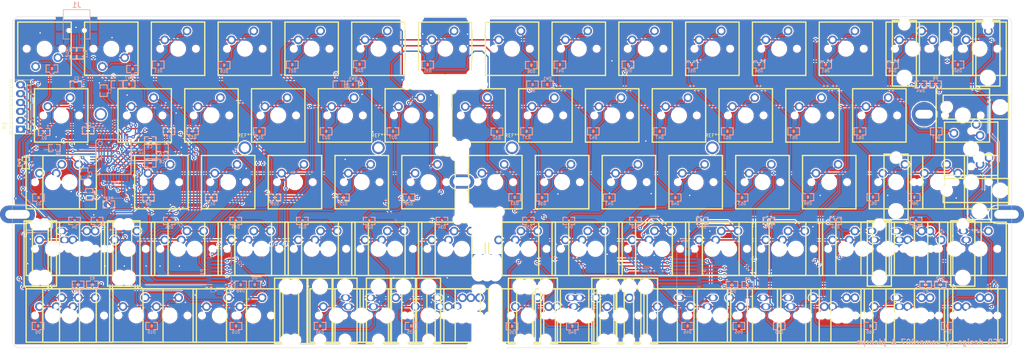
<source format=kicad_pcb>
(kicad_pcb (version 4) (host pcbnew 4.0.7)
  (title_block (title GH60) (date "20 jan 2014") (rev B) (company "geekhack GH60 design team"))
  (layers (0 F.Cu signal) (31 B.Cu signal) (34 B.Paste user) (35 F.Paste user hide) (36 B.SilkS user) (37 F.SilkS user) (38 B.Mask user) (39 F.Mask user) (44 Edge.Cuts user))
  (net 0 "")
  (net 1 /GPIO0)
  (net 2 GND)
  (net 3 VCC)
  (net 4 /col1)
  (net 5 /col2)
  (net 6 "Net-(D10-Pad2)")
  (net 7 /col3)
  (net 8 "Net-(D11-Pad2)")
  (net 9 "Net-(D12-Pad2)")
  (net 10 "Net-(D13-Pad2)")
  (net 11 "Net-(D14-Pad2)")
  (net 12 "Net-(D15-Pad2)")
  (net 13 /col4)
  (net 14 "Net-(D16-Pad2)")
  (net 15 "Net-(D17-Pad2)")
  (net 16 "Net-(D18-Pad2)")
  (net 17 "Net-(D19-Pad2)")
  (net 18 /col5)
  (net 19 "Net-(D21-Pad2)")
  (net 20 "Net-(D22-Pad2)")
  (net 21 "Net-(D23-Pad2)")
  (net 22 "Net-(D24-Pad2)")
  (net 23 /col6)
  (net 24 "Net-(D26-Pad2)")
  (net 25 "Net-(D27-Pad2)")
  (net 26 "Net-(D28-Pad2)")
  (net 27 "Net-(D29-Pad2)")
  (net 28 "Net-(D30-Pad2)")
  (net 29 /col7)
  (net 30 "Net-(D31-Pad2)")
  (net 31 "Net-(D32-Pad2)")
  (net 32 "Net-(D33-Pad2)")
  (net 33 "Net-(D34-Pad2)")
  (net 34 "Net-(D36-Pad2)")
  (net 35 "Net-(D37-Pad2)")
  (net 36 "Net-(D38-Pad2)")
  (net 37 "Net-(D39-Pad2)")
  (net 38 /col9)
  (net 39 "Net-(D41-Pad2)")
  (net 40 "Net-(D42-Pad2)")
  (net 41 "Net-(D43-Pad2)")
  (net 42 "Net-(D44-Pad2)")
  (net 43 /col10)
  (net 44 "Net-(D46-Pad2)")
  (net 45 "Net-(D47-Pad2)")
  (net 46 "Net-(D48-Pad2)")
  (net 47 "Net-(D49-Pad2)")
  (net 48 "Net-(D50-Pad2)")
  (net 49 /col11)
  (net 50 "Net-(D51-Pad2)")
  (net 51 "Net-(D52-Pad2)")
  (net 52 "Net-(D53-Pad2)")
  (net 53 "Net-(D54-Pad2)")
  (net 54 "Net-(D55-Pad2)")
  (net 55 /col12)
  (net 56 "Net-(D56-Pad2)")
  (net 57 "Net-(D57-Pad2)")
  (net 58 "Net-(D58-Pad2)")
  (net 59 "Net-(D59-Pad2)")
  (net 60 "Net-(D60-Pad2)")
  (net 61 /col13)
  (net 62 "Net-(D61-Pad2)")
  (net 63 "Net-(D62-Pad2)")
  (net 64 "Net-(D63-Pad2)")
  (net 65 "Net-(D64-Pad2)")
  (net 66 "Net-(D65-Pad2)")
  (net 67 "Net-(D66-Pad2)")
  (net 68 "Net-(D67-Pad2)")
  (net 69 "Net-(D68-Pad2)")
  (net 70 "Net-(D69-Pad2)")
  (net 71 "Net-(D70-Pad2)")
  (net 72 "Net-(DW1-Pad2)")
  (net 73 "Net-(DW2-Pad2)")
  (net 74 "Net-(DW3-Pad2)")
  (net 75 "Net-(DW4-Pad2)")
  (net 76 /row1)
  (net 77 /row2)
  (net 78 /row3)
  (net 79 /row4)
  (net 80 /row5)
  (net 81 "Net-(D1-Pad2)")
  (net 82 "Net-(D2-Pad2)")
  (net 83 "Net-(D3-Pad2)")
  (net 84 "Net-(D4-Pad2)")
  (net 85 "Net-(D5-Pad2)")
  (net 86 "Net-(D6-Pad2)")
  (net 87 "Net-(D7-Pad2)")
  (net 88 "Net-(D8-Pad2)")
  (net 89 "Net-(D9-Pad2)")
  (net 90 /col8)
  (net 91 /col14)
  (net 92 "Net-(DW5-Pad2)")
  (net 93 "Net-(DW6-Pad2)")
  (net 94 "Net-(DW7-Pad2)")
  (net 95 "Net-(DW8-Pad2)")
  (net 96 "Net-(DW9-Pad2)")
  (net 97 /CapsLED)
  (net 98 "Net-(D40-Pad2)")
  (net 99 /col8-r)
  (net 100 /col9-r)
  (net 101 /col10-r)
  (net 102 /col11-r)
  (net 103 /col12-r)
  (net 104 /col13-r)
  (net 105 /col14-r)
  (net 106 /VCC-r)
  (net 107 /GPIO0-r)
  (net 108 /row2-r)
  (net 109 /row3-r)
  (net 110 /row4-r)
  (net 111 /row5-r)
  (net 112 "Net-(C6-Pad1)")
  (net 113 "Net-(C7-Pad1)")
  (net 114 "Net-(C8-Pad1)")
  (net 115 "Net-(IC1-Pad13)")
  (net 116 "Net-(IC1-Pad4)")
  (net 117 "Net-(IC1-Pad3)")
  (net 118 "Net-(IC1-Pad33)")
  (net 119 "Net-(J1-Pad3)")
  (net 120 "Net-(J1-Pad2)")
  (net 121 "Net-(D35-Pad2)")
  (net 122 "Net-(D45-Pad2)")
  (net 123 "Net-(D351-Pad2)")
  (module hole:PKRH (layer F.Cu) (at 197.64125 125.2 90)
    (fp_text reference HOLE hide)
    (fp_text value VAL** hide)
    (pad "" np_thru_hole oval (at 0 -0.01 90) (size 8 3.6) (drill oval 8 3.6) (layers *.Cu *.Mask))
  )
  (module hole:PKRH (layer F.Cu) (at 200.01 155.16 90)
    (fp_text reference HOLE hide)
    (fp_text value VAL** hide)
    (pad "" np_thru_hole oval (at 0 0 90) (size 10 3.6) (drill oval 10 3.6) (layers *.Cu *.Mask))
  )
  (module hole:PKRH (layer F.Cu) (at 199.99 138.29 90)
    (fp_text reference HOLE hide)
    (fp_text value VAL** hide)
    (pad "" np_thru_hole oval (at 2 0 90) (size 8 3.6) (drill oval 8 3.6) (layers *.Cu *.Mask))
  )
  (module hole:PKRH (layer F.Cu) (at 174.81 84.09 90)
    (fp_text reference HOLE hide)
    (fp_text value VAL** hide)
    (pad "" np_thru_hole oval (at 0 0 90) (size 2.5 2.5) (drill oval 2.5) (layers *.Cu *.Mask))
  )
  (module hole:PKRH (layer F.Cu) (at 197.48125 142.4 90)
    (fp_text reference HOLE hide)
    (fp_text value VAL** hide)
    (pad "" np_thru_hole oval (at 0 -2.21875 90) (size 2 3.6) (drill oval 2 3.6) (layers *.Cu *.Mask))
  )
  (module hole:PKRH (layer F.Cu) (at 193.6 159.2 90)
    (fp_text reference HOLE hide)
    (fp_text value VAL** hide)
    (pad "" np_thru_hole oval (at 0 0 90) (size 3.2 3.2) (drill oval 3.2) (layers *.Cu *.Mask))
  )
  (module hole:PKRH (layer F.Cu) (at 196.9 159.2 90)
    (fp_text reference HOLE hide)
    (fp_text value VAL** hide)
    (pad "" np_thru_hole oval (at 0 0 90) (size 3.2 3.2) (drill oval 3.2) (layers *.Cu *.Mask))
  )
  (module hole:PKRH (layer F.Cu) (at 193.5 123.5 90)
    (fp_text reference HOLE hide)
    (fp_text value VAL** hide)
    (pad "" np_thru_hole oval (at 0 0 90) (size 2.5 2.5) (drill oval 2.5) (layers *.Cu *.Mask))
  )
  (module mx1a:MXST (layer F.Cu) (at 209.55 150.02002 180)
    (fp_text reference MXST hide)
    (fp_text value VAL** hide)
    (pad "" np_thru_hole circle (at 0 -6.985 180) (size 3.048 3.048) (drill 3.048) (layers *.Cu *.Mask))
    (pad "" np_thru_hole circle (at 0 8.255 180) (size 3.9802 3.9802) (drill 3.9802) (layers *.Cu *.Mask))
  )
  (module mx1a:MXST (layer F.Cu) (at 233.3625 150.02002 180)
    (fp_text reference MXST hide)
    (fp_text value VAL** hide)
    (pad "" np_thru_hole circle (at 0 -6.985 180) (size 3.048 3.048) (drill 3.048) (layers *.Cu *.Mask))
    (pad "" np_thru_hole circle (at 0 8.255 180) (size 3.9802 3.9802) (drill 3.9802) (layers *.Cu *.Mask))
  )
  (module mx1a:MXST (layer F.Cu) (at 157.1625 150.02002 180)
    (fp_text reference MXST hide)
    (fp_text value VAL** hide)
    (pad "" np_thru_hole circle (at 0 -6.985 180) (size 3.048 3.048) (drill 3.048) (layers *.Cu *.Mask))
    (pad "" np_thru_hole circle (at 0 8.255 180) (size 3.9802 3.9802) (drill 3.9802) (layers *.Cu *.Mask))
  )
  (module mx1a:MXST (layer F.Cu) (at 180.975 150.02002 180)
    (fp_text reference MXST hide)
    (fp_text value VAL** hide)
    (pad "" np_thru_hole circle (at 0 -6.985 180) (size 3.048 3.048) (drill 3.048) (layers *.Cu *.Mask))
    (pad "" np_thru_hole circle (at 0 8.255 180) (size 3.9802 3.9802) (drill 3.9802) (layers *.Cu *.Mask))
  )
  (module mx1a:MXST (layer F.Cu) (at 69.05625 130.97002)
    (fp_text reference MXST hide)
    (fp_text value VAL** hide)
    (pad "" np_thru_hole circle (at 0 -6.985) (size 3.048 3.048) (drill 3.048) (layers *.Cu *.Mask))
    (pad "" np_thru_hole circle (at 0 8.255) (size 3.9802 3.9802) (drill 3.9802) (layers *.Cu *.Mask))
  )
  (module mx1a:MXST (layer F.Cu) (at 92.86875 130.97002)
    (fp_text reference MXST hide)
    (fp_text value VAL** hide)
    (pad "" np_thru_hole circle (at 0 -6.985) (size 3.048 3.048) (drill 3.048) (layers *.Cu *.Mask))
    (pad "" np_thru_hole circle (at 0 8.255) (size 3.9802 3.9802) (drill 3.9802) (layers *.Cu *.Mask))
  )
  (module hole:PKRH (layer F.Cu) (at 178.1 81.3 90)
    (fp_text reference HOLE hide)
    (fp_text value VAL** hide)
    (pad "" np_thru_hole oval (at 0 0 90) (size 2.5 2.5) (drill oval 2.5) (layers *.Cu *.Mask))
  )
  (module hole:PKRH (layer F.Cu) (at 185.60498 84.61875 90)
    (fp_text reference HOLE hide)
    (fp_text value VAL** hide)
    (pad "" np_thru_hole oval (at 0.11875 0.13252 90) (size 5.5 3.6) (drill oval 5.5 3.6) (layers *.Cu *.Mask))
  )
  (module hole:PKRH (layer F.Cu) (at 187.6 85.4 90)
    (fp_text reference HOLE hide)
    (fp_text value VAL** hide)
    (pad "" np_thru_hole oval (at 0 0 90) (size 2.5 2.5) (drill oval 2.5) (layers *.Cu *.Mask))
  )
  (module hole:PKRH (layer F.Cu) (at 183.9 86.2 90)
    (fp_text reference HOLE hide)
    (fp_text value VAL** hide)
    (pad "" np_thru_hole oval (at 0.8 0 90) (size 2.5 2.5) (drill oval 2.5) (layers *.Cu *.Mask))
  )
  (module hole:PKRH (layer F.Cu) (at 189.72 82.2)
    (fp_text reference HOLE hide)
    (fp_text value VAL** hide)
    (pad "" np_thru_hole oval (at -8.745 1.14502) (size 12.525 4) (drill oval 12.525 4) (layers *.Cu *.Mask))
  )
  (module hole:PKRH (layer F.Cu) (at 174.55 64.62 90)
    (fp_text reference HOLE hide)
    (fp_text value VAL** hide)
    (pad "" np_thru_hole oval (at 0 0 90) (size 3.2 3.2) (drill oval 3.2) (layers *.Cu *.Mask))
  )
  (module hole:PKRH (layer F.Cu) (at 177.87 64.63 90)
    (fp_text reference HOLE hide)
    (fp_text value VAL** hide)
    (pad "" np_thru_hole oval (at 0 0 90) (size 3.2 3.2) (drill oval 3.2) (layers *.Cu *.Mask))
  )
  (module hole:PKRH (layer F.Cu) (at 175.95 80.29875 90)
    (fp_text reference HOLE hide)
    (fp_text value VAL** hide)
    (pad "" np_thru_hole oval (at 0.1175 0.2625 90) (size 9 3.6) (drill oval 9 3.6) (layers *.Cu *.Mask))
  )
  (module hole:PKRH (layer F.Cu) (at 175.94248 67.30875 90)
    (fp_text reference HOLE hide)
    (fp_text value VAL** hide)
    (pad "" np_thru_hole oval (at 1.10875 0.27002 90) (size 7 3.6) (drill oval 7 3.6) (layers *.Cu *.Mask))
  )
  (module hole:PKRH (layer F.Cu) (at 190.20498 105.31875 90)
    (fp_text reference HOLE hide)
    (fp_text value VAL** hide)
    (pad "" np_thru_hole oval (at 0.11875 0.29502 90) (size 8.8 3.6) (drill oval 8.8 3.6) (layers *.Cu *.Mask))
  )
  (module mx1a:MX1A (layer F.Cu) (at 152.4 130.97002)
    (fp_text reference S24 hide)
    (fp_text value MX1A hide)
    (pad "" np_thru_hole circle (at 0 0) (size 3.98018 3.98018) (drill 3.98018) (layers *.Cu *.Mask))
    (pad 2 thru_hole circle (at 2.54 -5.08) (size 2.49936 2.49936) (drill 1.50114) (layers *.Cu *.Mask) (net 22 "Net-(D24-Pad2)"))
    (pad 1 thru_hole circle (at -3.81 -2.54) (size 2.49936 2.49936) (drill 1.50114) (layers *.Cu *.Mask) (net 79 /row4))
    (pad "" np_thru_hole circle (at -5.08 0) (size 1.69926 1.69926) (drill 1.69926) (layers *.Cu *.Mask))
    (pad "" np_thru_hole circle (at 5.08 0) (size 1.69926 1.69926) (drill 1.69926) (layers *.Cu *.Mask))
  )
  (module mx1a:MX1A (layer F.Cu) (at 133.35 130.97002)
    (fp_text reference S19 hide)
    (fp_text value MX1A hide)
    (pad "" np_thru_hole circle (at 0 0) (size 3.98018 3.98018) (drill 3.98018) (layers *.Cu *.Mask))
    (pad 2 thru_hole circle (at 2.54 -5.08) (size 2.49936 2.49936) (drill 1.50114) (layers *.Cu *.Mask) (net 17 "Net-(D19-Pad2)"))
    (pad 1 thru_hole circle (at -3.81 -2.54) (size 2.49936 2.49936) (drill 1.50114) (layers *.Cu *.Mask) (net 79 /row4))
    (pad "" np_thru_hole circle (at -5.08 0) (size 1.69926 1.69926) (drill 1.69926) (layers *.Cu *.Mask))
    (pad "" np_thru_hole circle (at 5.08 0) (size 1.69926 1.69926) (drill 1.69926) (layers *.Cu *.Mask))
  )
  (module ffcfpc:Hirose_FH12-16S-0.5SH_1x16-1MP_P0.50mm_Horizontal (layer B.Cu) (at 120.18016 137.668 270)
    (fp_text reference P1 (at 0 3.7 270) (layer B.SilkS) (effects (justify mirror)))
    (fp_text value DIL16)
    (pad MP smd rect (at 5.65 -1.4 270) (size 1.8 2.2) (layers B.Cu B.Paste B.Mask))
    (pad MP smd rect (at -5.65 -1.4 270) (size 1.8 2.2) (layers B.Cu B.Paste B.Mask))
    (pad 1 smd rect (at -3.75 1.85 270) (size 0.3 1.3) (layers B.Cu B.Paste B.Mask) (net 29 /col7))
    (pad 2 smd rect (at -3.25 1.85 270) (size 0.3 1.3) (layers B.Cu B.Paste B.Mask) (net 80 /row5))
    (pad 3 smd rect (at -2.75 1.85 270) (size 0.3 1.3) (layers B.Cu B.Paste B.Mask) (net 90 /col8))
    (pad 4 smd rect (at -2.25 1.85 270) (size 0.3 1.3) (layers B.Cu B.Paste B.Mask) (net 79 /row4))
    (pad 5 smd rect (at -1.75 1.85 270) (size 0.3 1.3) (layers B.Cu B.Paste B.Mask) (net 38 /col9))
    (pad 6 smd rect (at -1.25 1.85 270) (size 0.3 1.3) (layers B.Cu B.Paste B.Mask) (net 78 /row3))
    (pad 7 smd rect (at -0.75 1.85 270) (size 0.3 1.3) (layers B.Cu B.Paste B.Mask) (net 43 /col10))
    (pad 8 smd rect (at -0.25 1.85 270) (size 0.3 1.3) (layers B.Cu B.Paste B.Mask) (net 77 /row2))
    (pad 9 smd rect (at 0.25 1.85 270) (size 0.3 1.3) (layers B.Cu B.Paste B.Mask) (net 49 /col11))
    (pad 10 smd rect (at 0.75 1.85 270) (size 0.3 1.3) (layers B.Cu B.Paste B.Mask) (net 76 /row1))
    (pad 11 smd rect (at 1.25 1.85 270) (size 0.3 1.3) (layers B.Cu B.Paste B.Mask) (net 55 /col12))
    (pad 12 smd rect (at 1.75 1.85 270) (size 0.3 1.3) (layers B.Cu B.Paste B.Mask) (net 3 VCC))
    (pad 13 smd rect (at 2.25 1.85 270) (size 0.3 1.3) (layers B.Cu B.Paste B.Mask) (net 61 /col13))
    (pad 14 smd rect (at 2.75 1.85 270) (size 0.3 1.3) (layers B.Cu B.Paste B.Mask) (net 1 /GPIO0))
    (pad 15 smd rect (at 3.25 1.85 270) (size 0.3 1.3) (layers B.Cu B.Paste B.Mask) (net 91 /col14))
    (pad 16 smd rect (at 3.75 1.85 270) (size 0.3 1.3) (layers B.Cu B.Paste B.Mask) (net 2 GND))
  )
  (module mx1a:MX1A (layer F.Cu) (at 171.45 130.97002)
    (fp_text reference S29 hide)
    (fp_text value MX1A hide)
    (pad "" np_thru_hole circle (at 0 0) (size 3.98018 3.98018) (drill 3.98018) (layers *.Cu *.Mask))
    (pad 2 thru_hole circle (at 2.54 -5.08) (size 2.49936 2.49936) (drill 1.50114) (layers *.Cu *.Mask) (net 27 "Net-(D29-Pad2)"))
    (pad 1 thru_hole circle (at -3.81 -2.54) (size 2.49936 2.49936) (drill 1.50114) (layers *.Cu *.Mask) (net 79 /row4))
    (pad "" np_thru_hole circle (at -5.08 0) (size 1.69926 1.69926) (drill 1.69926) (layers *.Cu *.Mask))
    (pad "" np_thru_hole circle (at 5.08 0) (size 1.69926 1.69926) (drill 1.69926) (layers *.Cu *.Mask))
  )
  (module mx1a:MX1A (layer F.Cu) (at 247.65 130.97002)
    (fp_text reference S49 hide)
    (fp_text value MX1A hide)
    (pad "" np_thru_hole circle (at 0 0) (size 3.98018 3.98018) (drill 3.98018) (layers *.Cu *.Mask))
    (pad 2 thru_hole circle (at 2.54 -5.08) (size 2.49936 2.49936) (drill 1.50114) (layers *.Cu *.Mask) (net 47 "Net-(D49-Pad2)"))
    (pad 1 thru_hole circle (at -3.81 -2.54) (size 2.49936 2.49936) (drill 1.50114) (layers *.Cu *.Mask) (net 110 /row4-r))
    (pad "" np_thru_hole circle (at -5.08 0) (size 1.69926 1.69926) (drill 1.69926) (layers *.Cu *.Mask))
    (pad "" np_thru_hole circle (at 5.08 0) (size 1.69926 1.69926) (drill 1.69926) (layers *.Cu *.Mask))
  )
  (module hole:PKRH (layer F.Cu) (at 201.24 120.37 90)
    (fp_text reference HOLE hide)
    (fp_text value VAL** hide)
    (pad "" np_thru_hole oval (at 0 0 90) (size 2.5 2.5) (drill oval 2.5) (layers *.Cu *.Mask))
  )
  (module hole:PKRH (layer F.Cu) (at 189.3 122.6 90)
    (fp_text reference HOLE hide)
    (fp_text value VAL** hide)
    (pad "" np_thru_hole oval (at 0 0 90) (size 2.5 2.5) (drill oval 2.5) (layers *.Cu *.Mask))
  )
  (module hole:PKRH (layer F.Cu) (at 191.6 101.1 90)
    (fp_text reference HOLE hide)
    (fp_text value VAL** hide)
    (pad "" np_thru_hole oval (at 0 0 90) (size 2.5 2.5) (drill oval 2.5) (layers *.Cu *.Mask))
  )
  (module hole:PKRH (layer F.Cu) (at 184.3 103 90)
    (fp_text reference HOLE hide)
    (fp_text value VAL** hide)
    (pad "" np_thru_hole oval (at 0 0 90) (size 2.5 2.5) (drill oval 2.5) (layers *.Cu *.Mask))
  )
  (module hole:PKRH (layer F.Cu) (at 196.67 84.02 90)
    (fp_text reference HOLE hide)
    (fp_text value VAL** hide)
    (pad "" np_thru_hole oval (at 0 0 90) (size 2.5 2.5) (drill oval 2.5) (layers *.Cu *.Mask))
  )
  (module hole:PKRH (layer F.Cu) (at 193.3 81.3 90)
    (fp_text reference HOLE hide)
    (fp_text value VAL** hide)
    (pad "" np_thru_hole oval (at 0 0 90) (size 2.5 2.5) (drill oval 2.5) (layers *.Cu *.Mask))
  )
  (module hole:PKRH (layer F.Cu) (at 195 80.3 90)
    (fp_text reference HOLE hide)
    (fp_text value VAL** hide)
    (pad "" np_thru_hole oval (at 0.11875 0.25752 90) (size 9 3.6) (drill oval 9 3.6) (layers *.Cu *.Mask))
  )
  (module hole:PKRH (layer F.Cu) (at 185.60498 95 90)
    (fp_text reference HOLE hide)
    (fp_text value VAL** hide)
    (pad "" np_thru_hole oval (at 0.11875 0.13252 90) (size 10 3.6) (drill oval 10 3.6) (layers *.Cu *.Mask))
  )
  (module hole:PKRH (layer F.Cu) (at 200 138.3 90)
    (fp_text reference HOLE hide)
    (fp_text value VAL** hide)
    (pad "" np_thru_hole oval (at 2 -2.36875 90) (size 8 3.6) (drill oval 8 3.6) (layers *.Cu *.Mask))
  )
  (module hole:PKRH (layer F.Cu) (at 197.64375 136.8 90)
    (fp_text reference HOLE hide)
    (fp_text value VAL** hide)
    (pad "" np_thru_hole oval (at 0.5 -2.38125 90) (size 8 3.6) (drill oval 8 3.6) (layers *.Cu *.Mask))
  )
  (module hole:PKRHSL (layer F.Cu) (at 63.7489 121.1212)
    (fp_text reference HOLE hide)
    (fp_text value VAL** hide)
    (pad "" np_thru_hole oval (at 0 0) (size 9.99998 5.00126) (drill oval 7.00024 2.49936) (layers *.Cu *.Mask))
  )
  (module mx1a:MX1A (layer F.Cu) (at 190.5 130.97002)
    (fp_text reference S34 hide)
    (fp_text value MX1A hide)
    (pad "" np_thru_hole circle (at 0 0) (size 3.98018 3.98018) (drill 3.98018) (layers *.Cu *.Mask))
    (pad 2 thru_hole circle (at 2.54 -5.08) (size 2.49936 2.49936) (drill 1.50114) (layers *.Cu *.Mask) (net 33 "Net-(D34-Pad2)"))
    (pad 1 thru_hole circle (at -3.81 -2.54) (size 2.49936 2.49936) (drill 1.50114) (layers *.Cu *.Mask) (net 79 /row4))
    (pad "" np_thru_hole circle (at -5.08 0) (size 1.69926 1.69926) (drill 1.69926) (layers *.Cu *.Mask))
    (pad "" np_thru_hole circle (at 5.08 0) (size 1.69926 1.69926) (drill 1.69926) (layers *.Cu *.Mask))
  )
  (module mx1a:MX1A (layer F.Cu) (at 204.7875 73.82002)
    (fp_text reference S36 hide)
    (fp_text value MX1A hide)
    (pad "" np_thru_hole circle (at 0 0) (size 3.98018 3.98018) (drill 3.98018) (layers *.Cu *.Mask))
    (pad 2 thru_hole circle (at 2.54 -5.08) (size 2.49936 2.49936) (drill 1.50114) (layers *.Cu *.Mask) (net 34 "Net-(D36-Pad2)"))
    (pad 1 thru_hole circle (at -3.81 -2.54) (size 2.49936 2.49936) (drill 1.50114) (layers *.Cu *.Mask) (net 76 /row1))
    (pad "" np_thru_hole circle (at -5.08 0) (size 1.69926 1.69926) (drill 1.69926) (layers *.Cu *.Mask))
    (pad "" np_thru_hole circle (at 5.08 0) (size 1.69926 1.69926) (drill 1.69926) (layers *.Cu *.Mask))
  )
  (module mx1a:MX1A (layer F.Cu) (at 200.025 111.92002)
    (fp_text reference S33 hide)
    (fp_text value MX1A hide)
    (pad "" np_thru_hole circle (at 0 0) (size 3.98018 3.98018) (drill 3.98018) (layers *.Cu *.Mask))
    (pad 2 thru_hole circle (at 2.54 -5.08) (size 2.49936 2.49936) (drill 1.50114) (layers *.Cu *.Mask) (net 32 "Net-(D33-Pad2)"))
    (pad 1 thru_hole circle (at -3.81 -2.54) (size 2.49936 2.49936) (drill 1.50114) (layers *.Cu *.Mask) (net 109 /row3-r))
    (pad "" np_thru_hole circle (at -5.08 0) (size 1.69926 1.69926) (drill 1.69926) (layers *.Cu *.Mask))
    (pad "" np_thru_hole circle (at 5.08 0) (size 1.69926 1.69926) (drill 1.69926) (layers *.Cu *.Mask))
  )
  (module hole:PKRH (layer F.Cu) (at 201.7 159.2 90)
    (fp_text reference HOLE hide)
    (fp_text value VAL** hide)
    (pad "" np_thru_hole oval (at 0 0 90) (size 3.2 3.2) (drill oval 3.2) (layers *.Cu *.Mask))
  )
  (module hole:PKRH (layer F.Cu) (at 198.3 159.2 90)
    (fp_text reference HOLE hide)
    (fp_text value VAL** hide)
    (pad "" np_thru_hole oval (at 0 0 90) (size 3.2 3.2) (drill oval 3.2) (layers *.Cu *.Mask))
  )
  (module hole:PKRH (layer F.Cu) (at 200 146.8 90)
    (fp_text reference HOLE hide)
    (fp_text value VAL** hide)
    (pad "" np_thru_hole oval (at 0 0 90) (size 11 3.6) (drill oval 11 3.6) (layers *.Cu *.Mask))
  )
  (module hole:PKRH (layer F.Cu) (at 200.025 155.2 90)
    (fp_text reference HOLE hide)
    (fp_text value VAL** hide)
    (pad "" np_thru_hole oval (at 0 -2.39375 90) (size 10 3.6) (drill oval 10 3.6) (layers *.Cu *.Mask))
  )
  (module hole:PKRH (layer F.Cu) (at 197.64375 155.1 90)
    (fp_text reference HOLE hide)
    (fp_text value VAL** hide)
    (pad "" np_thru_hole oval (at 0 -2.38125 90) (size 10 3.6) (drill oval 10 3.6) (layers *.Cu *.Mask))
  )
  (module hole:PKRH (layer F.Cu) (at 197.64375 147.3 90)
    (fp_text reference HOLE hide)
    (fp_text value VAL** hide)
    (pad "" np_thru_hole oval (at 0 -2.38125 90) (size 1 3.6) (drill oval 1 3.6) (layers *.Cu *.Mask))
  )
  (module hole:PKRH (layer F.Cu) (at 197.64375 125.2 90)
    (fp_text reference HOLE hide)
    (fp_text value VAL** hide)
    (pad "" np_thru_hole oval (at 0 -2.38125 90) (size 8 3.6) (drill oval 8 3.6) (layers *.Cu *.Mask))
  )
  (module hole:PKRH (layer F.Cu) (at 200.025 123.4 90)
    (fp_text reference HOLE hide)
    (fp_text value VAL** hide)
    (pad "" np_thru_hole oval (at 0 -0.025 90) (size 6 3.6) (drill oval 6 3.6) (layers *.Cu *.Mask))
  )
  (module hole:PKRH (layer F.Cu) (at 192.3 119.4 90)
    (fp_text reference HOLE hide)
    (fp_text value VAL** hide)
    (pad "" np_thru_hole oval (at 0 0 90) (size 2.5 2.5) (drill oval 2.5) (layers *.Cu *.Mask))
  )
  (module hole:PKRH (layer F.Cu) (at 188.7 104.4 90)
    (fp_text reference HOLE hide)
    (fp_text value VAL** hide)
    (pad "" np_thru_hole oval (at 0 0 90) (size 2.5 2.5) (drill oval 2.5) (layers *.Cu *.Mask))
  )
  (module hole:PKRH (layer F.Cu) (at 187.6 100.4 90)
    (fp_text reference HOLE hide)
    (fp_text value VAL** hide)
    (pad "" np_thru_hole oval (at 0 0 90) (size 2.5 2.5) (drill oval 2.5) (layers *.Cu *.Mask))
  )
  (module hole:PKRH (layer F.Cu) (at 196.91 64.63 90)
    (fp_text reference HOLE hide)
    (fp_text value VAL** hide)
    (pad "" np_thru_hole oval (at 0 0 90) (size 3.2 3.2) (drill oval 3.2) (layers *.Cu *.Mask))
  )
  (module hole:PKRH (layer F.Cu) (at 193.6 64.63 90)
    (fp_text reference HOLE hide)
    (fp_text value VAL** hide)
    (pad "" np_thru_hole oval (at 0 0 90) (size 3.2 3.2) (drill oval 3.2) (layers *.Cu *.Mask))
  )
  (module hole:PKRH (layer F.Cu) (at 195.00498 67.31875 90)
    (fp_text reference HOLE hide)
    (fp_text value VAL** hide)
    (pad "" np_thru_hole oval (at 1.11875 0.25752 90) (size 7 3.6) (drill oval 7 3.6) (layers *.Cu *.Mask))
  )
  (module hole:PKRH (layer F.Cu) (at 185.60498 100.51875 90)
    (fp_text reference HOLE hide)
    (fp_text value VAL** hide)
    (pad "" np_thru_hole oval (at 0.11875 0.13252 90) (size 6.5 3.6) (drill oval 6.5 3.6) (layers *.Cu *.Mask))
  )
  (module hole:PKRH (layer F.Cu) (at 190.40498 118.6 90)
    (fp_text reference HOLE hide)
    (fp_text value VAL** hide)
    (pad "" np_thru_hole oval (at 0.11875 0.09502 90) (size 9 3.6) (drill oval 9 3.6) (layers *.Cu *.Mask))
  )
  (module hole:PKRH (layer F.Cu) (at 193.68125 121.20498)
    (fp_text reference HOLE hide)
    (fp_text value VAL** hide)
    (pad "" np_thru_hole oval (at 1.58125 0.24004) (size 12.525 4) (drill oval 12.525 4) (layers *.Cu *.Mask))
  )
  (module hole:PKRH (layer F.Cu) (at 188 102.2)
    (fp_text reference HOLE hide)
    (fp_text value VAL** hide)
    (pad "" np_thru_hole oval (at 0.11875 0.19502) (size 7.7625 4) (drill oval 7.7625 4) (layers *.Cu *.Mask))
  )
  (module hole:PKRH (layer F.Cu) (at 190.5 83.34502)
    (fp_text reference HOLE hide)
    (fp_text value VAL** hide)
    (pad "" np_thru_hole oval (at 0 0) (size 12.525 4) (drill oval 12.525 4) (layers *.Cu *.Mask))
  )
  (module mx1a:MX1A (layer F.Cu) (at 285.75 130.97002)
    (fp_text reference S59 hide)
    (fp_text value MX1A hide)
    (pad "" np_thru_hole circle (at 0 0) (size 3.98018 3.98018) (drill 3.98018) (layers *.Cu *.Mask))
    (pad 2 thru_hole circle (at 2.54 -5.08) (size 2.49936 2.49936) (drill 1.50114) (layers *.Cu *.Mask) (net 59 "Net-(D59-Pad2)"))
    (pad 1 thru_hole circle (at -3.81 -2.54) (size 2.49936 2.49936) (drill 1.50114) (layers *.Cu *.Mask) (net 110 /row4-r))
    (pad "" np_thru_hole circle (at -5.08 0) (size 1.69926 1.69926) (drill 1.69926) (layers *.Cu *.Mask))
    (pad "" np_thru_hole circle (at 5.08 0) (size 1.69926 1.69926) (drill 1.69926) (layers *.Cu *.Mask))
  )
  (module mx1a:MX1A_no3d (layer F.Cu) (at 335.75625 150.01875)
    (fp_text reference S7012 hide)
    (fp_text value MX1A hide)
    (pad "" np_thru_hole circle (at 0 0) (size 3.98018 3.98018) (drill 3.98018) (layers *.Cu *.Mask))
    (pad 2 thru_hole circle (at 2.54 -5.08) (size 2.49936 2.49936) (drill 1.50114) (layers *.Cu *.Mask) (net 71 "Net-(D70-Pad2)"))
    (pad 1 thru_hole circle (at -3.81 -2.54) (size 2.49936 2.49936) (drill 1.50114) (layers *.Cu *.Mask) (net 111 /row5-r))
    (pad "" np_thru_hole circle (at -5.08 0) (size 1.69926 1.69926) (drill 1.69926) (layers *.Cu *.Mask))
    (pad "" np_thru_hole circle (at 5.08 0) (size 1.69926 1.69926) (drill 1.69926) (layers *.Cu *.Mask))
  )
  (module mx1a:MX1A_no3d (layer F.Cu) (at 180.975 150.01875)
    (fp_text reference S302 hide)
    (fp_text value MX1A hide)
    (pad "" np_thru_hole circle (at 0 0) (size 3.98018 3.98018) (drill 3.98018) (layers *.Cu *.Mask))
    (pad 2 thru_hole oval (at 2.54 -5.08) (size 2.8 1.8) (drill 1.50114) (layers *.Cu *.Mask) (net 28 "Net-(D30-Pad2)"))
    (pad 1 thru_hole circle (at -3.81 -2.54) (size 2.49936 2.49936) (drill 1.50114) (layers *.Cu *.Mask) (net 80 /row5))
    (pad "" np_thru_hole circle (at -5.08 0) (size 1.69926 1.69926) (drill 1.69926) (layers *.Cu *.Mask))
    (pad "" np_thru_hole circle (at 5.08 0) (size 1.69926 1.69926) (drill 1.69926) (layers *.Cu *.Mask))
  )
  (module Mounting_Holes:MountingHole_2.5mm (layer F.Cu) (at 261.93749 102.1)
    (fp_text reference REF** (at 0 -3.5) (layer F.SilkS))
    (fp_text value MountingHole_2.5mm)
    (pad "" thru_hole circle (at 0 0) (size 3.65 3.65) (drill 2.5) (layers *.Cu *.Mask))
  )
  (module Mounting_Holes:MountingHole_2.5mm (layer F.Cu) (at 128.58751 102.1)
    (fp_text reference REF** (at 0 -3.5) (layer F.SilkS))
    (fp_text value MountingHole_2.5mm)
    (pad "" thru_hole circle (at 0 0) (size 3.65 3.65) (drill 2.5) (layers *.Cu *.Mask))
  )
  (module mx1a:MX1A (layer F.Cu) (at 209.55 130.97002)
    (fp_text reference S39 hide)
    (fp_text value MX1A hide)
    (pad "" np_thru_hole circle (at 0 0) (size 3.98018 3.98018) (drill 3.98018) (layers *.Cu *.Mask))
    (pad 2 thru_hole circle (at 2.54 -5.08) (size 2.49936 2.49936) (drill 1.50114) (layers *.Cu *.Mask) (net 37 "Net-(D39-Pad2)"))
    (pad 1 thru_hole circle (at -3.81 -2.54) (size 2.49936 2.49936) (drill 1.50114) (layers *.Cu *.Mask) (net 110 /row4-r))
    (pad "" np_thru_hole circle (at -5.08 0) (size 1.69926 1.69926) (drill 1.69926) (layers *.Cu *.Mask))
    (pad "" np_thru_hole circle (at 5.08 0) (size 1.69926 1.69926) (drill 1.69926) (layers *.Cu *.Mask))
  )
  (module Mounting_Holes:MountingHole_2.5mm (layer F.Cu) (at 204.7875 102.1)
    (fp_text reference REF** (at 0 -3.5) (layer F.SilkS))
    (fp_text value MountingHole_2.5mm)
    (pad "" thru_hole circle (at 0 0) (size 3.65 3.65) (drill 2.5) (layers *.Cu *.Mask))
  )
  (module Mounting_Holes:MountingHole_2.5mm (layer F.Cu) (at 166.6875 102.1)
    (fp_text reference REF** (at 0 -3.5) (layer F.SilkS))
    (fp_text value MountingHole_2.5mm)
    (pad "" thru_hole circle (at 0 0) (size 3.65 3.65) (drill 2.5) (layers *.Cu *.Mask))
  )
  (module mx1a:MXST (layer F.Cu) (at 142.875 150.02002 180)
    (fp_text reference MXST hide)
    (fp_text value VAL** hide)
    (pad "" np_thru_hole circle (at 0 -6.985 180) (size 3.048 3.048) (drill 3.048) (layers *.Cu *.Mask))
    (pad "" np_thru_hole circle (at 0 8.255 180) (size 3.9802 3.9802) (drill 3.9802) (layers *.Cu *.Mask))
  )
  (module mx1a:MX1A (layer F.Cu) (at 180.975 111.92002)
    (fp_text reference S28 hide)
    (fp_text value MX1A hide)
    (pad "" np_thru_hole circle (at 0 0) (size 3.98018 3.98018) (drill 3.98018) (layers *.Cu *.Mask))
    (pad 2 thru_hole circle (at 2.54 -5.08) (size 2.49936 2.49936) (drill 1.50114) (layers *.Cu *.Mask) (net 26 "Net-(D28-Pad2)"))
    (pad 1 thru_hole circle (at -3.81 -2.54) (size 2.49936 2.49936) (drill 1.50114) (layers *.Cu *.Mask) (net 78 /row3))
    (pad "" np_thru_hole circle (at -5.08 0) (size 1.69926 1.69926) (drill 1.69926) (layers *.Cu *.Mask))
    (pad "" np_thru_hole circle (at 5.08 0) (size 1.69926 1.69926) (drill 1.69926) (layers *.Cu *.Mask))
  )
  (module mx1a:MX1A (layer F.Cu) (at 223.8375 73.82002)
    (fp_text reference S41 hide)
    (fp_text value MX1A hide)
    (pad "" np_thru_hole circle (at 0 0) (size 3.98018 3.98018) (drill 3.98018) (layers *.Cu *.Mask))
    (pad 2 thru_hole circle (at 2.54 -5.08) (size 2.49936 2.49936) (drill 1.50114) (layers *.Cu *.Mask) (net 39 "Net-(D41-Pad2)"))
    (pad 1 thru_hole circle (at -3.81 -2.54) (size 2.49936 2.49936) (drill 1.50114) (layers *.Cu *.Mask) (net 76 /row1))
    (pad "" np_thru_hole circle (at -5.08 0) (size 1.69926 1.69926) (drill 1.69926) (layers *.Cu *.Mask))
    (pad "" np_thru_hole circle (at 5.08 0) (size 1.69926 1.69926) (drill 1.69926) (layers *.Cu *.Mask))
  )
  (module mx1a:MXST (layer F.Cu) (at 95.25 130.97002)
    (fp_text reference MXST hide)
    (fp_text value VAL** hide)
    (pad "" np_thru_hole circle (at 0 -6.985) (size 3.048 3.048) (drill 3.048) (layers *.Cu *.Mask))
    (pad "" np_thru_hole circle (at 0 8.255) (size 3.9802 3.9802) (drill 3.9802) (layers *.Cu *.Mask))
  )
  (module mx1a:MX1A (layer F.Cu) (at 273.84375 150.01875)
    (fp_text reference S55 hide)
    (fp_text value MX1A hide)
    (pad "" np_thru_hole circle (at 0 0) (size 3.98018 3.98018) (drill 3.98018) (layers *.Cu *.Mask))
    (pad 2 thru_hole oval (at 2.54 -5.08) (size 2.8 1.8) (drill 1.50114) (layers *.Cu *.Mask) (net 54 "Net-(D55-Pad2)"))
    (pad 1 thru_hole circle (at -3.81 -2.54) (size 2.49936 2.49936) (drill 1.50114) (layers *.Cu *.Mask) (net 111 /row5-r))
    (pad "" np_thru_hole circle (at -5.08 0) (size 1.69926 1.69926) (drill 1.69926) (layers *.Cu *.Mask))
    (pad "" np_thru_hole circle (at 5.08 0) (size 1.69926 1.69926) (drill 1.69926) (layers *.Cu *.Mask))
  )
  (module ffcfpc:Hirose_FH12-16S-0.5SH_1x16-1MP_P0.50mm_Horizontal (layer B.Cu) (at 256.29916 137.668 90)
    (fp_text reference P2 (at 0 3.7 90) (layer B.SilkS) (effects (justify mirror)))
    (fp_text value DIL16)
    (pad MP smd rect (at 5.65 -1.4 90) (size 1.8 2.2) (layers B.Cu B.Paste B.Mask))
    (pad MP smd rect (at -5.65 -1.4 90) (size 1.8 2.2) (layers B.Cu B.Paste B.Mask))
    (pad 1 smd rect (at -3.75 1.85 90) (size 0.3 1.3) (layers B.Cu B.Paste B.Mask) (net 2 GND))
    (pad 2 smd rect (at -3.25 1.85 90) (size 0.3 1.3) (layers B.Cu B.Paste B.Mask) (net 105 /col14-r))
    (pad 3 smd rect (at -2.75 1.85 90) (size 0.3 1.3) (layers B.Cu B.Paste B.Mask) (net 107 /GPIO0-r))
    (pad 4 smd rect (at -2.25 1.85 90) (size 0.3 1.3) (layers B.Cu B.Paste B.Mask) (net 104 /col13-r))
    (pad 5 smd rect (at -1.75 1.85 90) (size 0.3 1.3) (layers B.Cu B.Paste B.Mask) (net 106 /VCC-r))
    (pad 6 smd rect (at -1.25 1.85 90) (size 0.3 1.3) (layers B.Cu B.Paste B.Mask) (net 103 /col12-r))
    (pad 7 smd rect (at -0.75 1.85 90) (size 0.3 1.3) (layers B.Cu B.Paste B.Mask) (net 76 /row1))
    (pad 8 smd rect (at -0.25 1.85 90) (size 0.3 1.3) (layers B.Cu B.Paste B.Mask) (net 102 /col11-r))
    (pad 9 smd rect (at 0.25 1.85 90) (size 0.3 1.3) (layers B.Cu B.Paste B.Mask) (net 108 /row2-r))
    (pad 10 smd rect (at 0.75 1.85 90) (size 0.3 1.3) (layers B.Cu B.Paste B.Mask) (net 101 /col10-r))
    (pad 11 smd rect (at 1.25 1.85 90) (size 0.3 1.3) (layers B.Cu B.Paste B.Mask) (net 109 /row3-r))
    (pad 12 smd rect (at 1.75 1.85 90) (size 0.3 1.3) (layers B.Cu B.Paste B.Mask) (net 100 /col9-r))
    (pad 13 smd rect (at 2.25 1.85 90) (size 0.3 1.3) (layers B.Cu B.Paste B.Mask) (net 110 /row4-r))
    (pad 14 smd rect (at 2.75 1.85 90) (size 0.3 1.3) (layers B.Cu B.Paste B.Mask) (net 99 /col8-r))
    (pad 15 smd rect (at 3.25 1.85 90) (size 0.3 1.3) (layers B.Cu B.Paste B.Mask) (net 111 /row5-r))
    (pad 16 smd rect (at 3.75 1.85 90) (size 0.3 1.3) (layers B.Cu B.Paste B.Mask) (net 29 /col7))
  )
  (module mx1a:MX1A (layer F.Cu) (at 119.0625 92.87002)
    (fp_text reference S12 hide)
    (fp_text value MX1A hide)
    (pad "" np_thru_hole circle (at 0 0) (size 3.98018 3.98018) (drill 3.98018) (layers *.Cu *.Mask))
    (pad 2 thru_hole circle (at 2.54 -5.08) (size 2.49936 2.49936) (drill 1.50114) (layers *.Cu *.Mask) (net 9 "Net-(D12-Pad2)"))
    (pad 1 thru_hole circle (at -3.81 -2.54) (size 2.49936 2.49936) (drill 1.50114) (layers *.Cu *.Mask) (net 77 /row2))
    (pad "" np_thru_hole circle (at -5.08 0) (size 1.69926 1.69926) (drill 1.69926) (layers *.Cu *.Mask))
    (pad "" np_thru_hole circle (at 5.08 0) (size 1.69926 1.69926) (drill 1.69926) (layers *.Cu *.Mask))
  )
  (module mx1a:MX1A (layer F.Cu) (at 123.825 111.92002)
    (fp_text reference S13 hide)
    (fp_text value MX1A hide)
    (pad "" np_thru_hole circle (at 0 0) (size 3.98018 3.98018) (drill 3.98018) (layers *.Cu *.Mask))
    (pad 2 thru_hole circle (at 2.54 -5.08) (size 2.49936 2.49936) (drill 1.50114) (layers *.Cu *.Mask) (net 10 "Net-(D13-Pad2)"))
    (pad 1 thru_hole circle (at -3.81 -2.54) (size 2.49936 2.49936) (drill 1.50114) (layers *.Cu *.Mask) (net 78 /row3))
    (pad "" np_thru_hole circle (at -5.08 0) (size 1.69926 1.69926) (drill 1.69926) (layers *.Cu *.Mask))
    (pad "" np_thru_hole circle (at 5.08 0) (size 1.69926 1.69926) (drill 1.69926) (layers *.Cu *.Mask))
  )
  (module mx1a:MX1A (layer F.Cu) (at 114.3 130.97002)
    (fp_text reference S14 hide)
    (fp_text value MX1A hide)
    (pad "" np_thru_hole circle (at 0 0) (size 3.98018 3.98018) (drill 3.98018) (layers *.Cu *.Mask))
    (pad 2 thru_hole circle (at 2.54 -5.08) (size 2.49936 2.49936) (drill 1.50114) (layers *.Cu *.Mask) (net 11 "Net-(D14-Pad2)"))
    (pad 1 thru_hole circle (at -3.81 -2.54) (size 2.49936 2.49936) (drill 1.50114) (layers *.Cu *.Mask) (net 79 /row4))
    (pad "" np_thru_hole circle (at -5.08 0) (size 1.69926 1.69926) (drill 1.69926) (layers *.Cu *.Mask))
    (pad "" np_thru_hole circle (at 5.08 0) (size 1.69926 1.69926) (drill 1.69926) (layers *.Cu *.Mask))
  )
  (module mx1a:MXST (layer F.Cu) (at 242.8875 150.02002 180)
    (fp_text reference MXST hide)
    (fp_text value VAL** hide)
    (pad "" np_thru_hole circle (at 0 -6.985 180) (size 3.048 3.048) (drill 3.048) (layers *.Cu *.Mask))
    (pad "" np_thru_hole circle (at 0 8.255 180) (size 3.9802 3.9802) (drill 3.9802) (layers *.Cu *.Mask))
  )
  (module mx1a:MX1A_no3d (layer F.Cu) (at 226.21875 150.01875)
    (fp_text reference S401 hide)
    (fp_text value MX1A hide)
    (pad "" np_thru_hole circle (at 0 0) (size 3.98018 3.98018) (drill 3.98018) (layers *.Cu *.Mask))
    (pad 2 thru_hole circle (at 2.54 -5.08) (size 2.49936 2.49936) (drill 1.50114) (layers *.Cu *.Mask) (net 98 "Net-(D40-Pad2)"))
    (pad 1 thru_hole oval (at -3.81 -2.54) (size 2.8 1.8) (drill 1.50114) (layers *.Cu *.Mask) (net 111 /row5-r))
    (pad "" np_thru_hole circle (at -5.08 0) (size 1.69926 1.69926) (drill 1.69926) (layers *.Cu *.Mask))
    (pad "" np_thru_hole circle (at 5.08 0) (size 1.69926 1.69926) (drill 1.69926) (layers *.Cu *.Mask))
  )
  (module mx1a:MX1A_no3d (layer F.Cu) (at 73.81875 150.00732)
    (fp_text reference S511 hide)
    (fp_text value MX1A hide)
    (pad "" np_thru_hole circle (at -0.00125 0.01143) (size 3.98018 3.98018) (drill 3.98018) (layers *.Cu *.Mask))
    (pad 2 thru_hole circle (at 2.54 -5.08) (size 2.49936 2.49936) (drill 1.50114) (layers *.Cu *.Mask) (net 85 "Net-(D5-Pad2)"))
    (pad 1 thru_hole circle (at -3.81 -2.54) (size 2.49936 2.49936) (drill 1.50114) (layers *.Cu *.Mask) (net 80 /row5))
    (pad "" np_thru_hole circle (at -5.08 0) (size 1.69926 1.69926) (drill 1.69926) (layers *.Cu *.Mask))
    (pad "" np_thru_hole circle (at 5.08 0) (size 1.69926 1.69926) (drill 1.69926) (layers *.Cu *.Mask))
  )
  (module Connectors_Molex:Molex_KK-6410-06_06x2.54mm_Straight (layer F.Cu) (at 64.6 96.8 90)
    (fp_text reference P3 (at 1 -4.5 90) (layer F.SilkS))
    (fp_text value CONN_6)
    (pad 1 thru_hole rect (at 0 0 90) (size 2 2.6) (drill 1.2) (layers *.Cu *.Mask) (net 115 "Net-(IC1-Pad13)"))
    (pad 2 thru_hole oval (at 2.54 0 90) (size 2 2.6) (drill 1.2) (layers *.Cu *.Mask) (net 3 VCC))
    (pad 3 thru_hole oval (at 5.08 0 90) (size 2 2.6) (drill 1.2) (layers *.Cu *.Mask) (net 2 GND))
    (pad 4 thru_hole oval (at 7.62 0 90) (size 2 2.6) (drill 1.2) (layers *.Cu *.Mask) (net 90 /col8))
    (pad 5 thru_hole oval (at 10.16 0 90) (size 2 2.6) (drill 1.2) (layers *.Cu *.Mask) (net 97 /CapsLED))
    (pad 6 thru_hole oval (at 12.7 0 90) (size 2 2.6) (drill 1.2) (layers *.Cu *.Mask) (net 91 /col14))
  )
  (module mx1a:MX1A (layer F.Cu) (at 128.5875 73.82002)
    (fp_text reference S16 hide)
    (fp_text value MX1A hide)
    (pad "" np_thru_hole circle (at 0 0) (size 3.98018 3.98018) (drill 3.98018) (layers *.Cu *.Mask))
    (pad 2 thru_hole circle (at 2.54 -5.08) (size 2.49936 2.49936) (drill 1.50114) (layers *.Cu *.Mask) (net 14 "Net-(D16-Pad2)"))
    (pad 1 thru_hole circle (at -3.81 -2.54) (size 2.49936 2.49936) (drill 1.50114) (layers *.Cu *.Mask) (net 76 /row1))
    (pad "" np_thru_hole circle (at -5.08 0) (size 1.69926 1.69926) (drill 1.69926) (layers *.Cu *.Mask))
    (pad "" np_thru_hole circle (at 5.08 0) (size 1.69926 1.69926) (drill 1.69926) (layers *.Cu *.Mask))
  )
  (module mx1a:MX1A (layer F.Cu) (at 76.2 92.87002)
    (fp_text reference S2 hide)
    (fp_text value MX1A hide)
    (pad "" np_thru_hole circle (at 0 0) (size 3.98018 3.98018) (drill 3.98018) (layers *.Cu *.Mask))
    (pad 2 thru_hole circle (at 2.54 -5.08) (size 2.49936 2.49936) (drill 1.50114) (layers *.Cu *.Mask) (net 82 "Net-(D2-Pad2)"))
    (pad 1 thru_hole circle (at -3.81 -2.54) (size 2.49936 2.49936) (drill 1.50114) (layers *.Cu *.Mask) (net 77 /row2))
    (pad "" np_thru_hole circle (at -5.08 0) (size 1.69926 1.69926) (drill 1.69926) (layers *.Cu *.Mask))
    (pad "" np_thru_hole circle (at 5.08 0) (size 1.69926 1.69926) (drill 1.69926) (layers *.Cu *.Mask))
  )
  (module mx1a:MX1A (layer F.Cu) (at 100.0125 92.87002)
    (fp_text reference S7 hide)
    (fp_text value MX1A hide)
    (pad "" np_thru_hole circle (at 0 0) (size 3.98018 3.98018) (drill 3.98018) (layers *.Cu *.Mask))
    (pad 2 thru_hole circle (at 2.54 -5.08) (size 2.49936 2.49936) (drill 1.50114) (layers *.Cu *.Mask) (net 87 "Net-(D7-Pad2)"))
    (pad 1 thru_hole circle (at -3.81 -2.54) (size 2.49936 2.49936) (drill 1.50114) (layers *.Cu *.Mask) (net 77 /row2))
    (pad "" np_thru_hole circle (at -5.08 0) (size 1.69926 1.69926) (drill 1.69926) (layers *.Cu *.Mask))
    (pad "" np_thru_hole circle (at 5.08 0) (size 1.69926 1.69926) (drill 1.69926) (layers *.Cu *.Mask))
  )
  (module mx1a:MX1A (layer F.Cu) (at 71.4375 73.81875 180)
    (fp_text reference S1 hide)
    (fp_text value MX1A hide)
    (pad "" np_thru_hole circle (at 0 0 180) (size 3.98018 3.98018) (drill 3.98018) (layers *.Cu *.Mask))
    (pad 2 thru_hole circle (at 2.54 -5.08 180) (size 2.49936 2.49936) (drill 1.50114) (layers *.Cu *.Mask) (net 81 "Net-(D1-Pad2)"))
    (pad 1 thru_hole circle (at -3.81 -2.54 180) (size 2.49936 2.49936) (drill 1.50114) (layers *.Cu *.Mask) (net 76 /row1))
    (pad "" np_thru_hole circle (at -5.08 0 180) (size 1.69926 1.69926) (drill 1.69926) (layers *.Cu *.Mask))
    (pad "" np_thru_hole circle (at 5.08 0 180) (size 1.69926 1.69926) (drill 1.69926) (layers *.Cu *.Mask))
  )
  (module tqfp:TQFP44 (layer B.Cu) (at 91.1 104.7 270)
    (fp_text reference IC1 (at 0 3.81 270) (layer B.SilkS) (effects (font (thickness 0.2)) (justify mirror)))
    (fp_text value ATMEGA32U4)
    (pad 39 smd oval (at 0 5.715 270) (size 0.4064 1.89992) (layers B.Cu B.Paste B.Mask))
    (pad 40 smd oval (at -0.8001 5.715 270) (size 0.4064 1.89992) (layers B.Cu B.Paste B.Mask) (net 5 /col2))
    (pad 41 smd oval (at -1.6002 5.715 270) (size 0.4064 1.89992) (layers B.Cu B.Paste B.Mask) (net 4 /col1))
    (pad 42 smd oval (at -2.4003 5.715 270) (size 0.4064 1.89992) (layers B.Cu B.Paste B.Mask))
    (pad 43 smd oval (at -3.2004 5.715 270) (size 0.4064 1.89992) (layers B.Cu B.Paste B.Mask) (net 2 GND))
    (pad 44 smd oval (at -4.0005 5.715 270) (size 0.4064 1.89992) (layers B.Cu B.Paste B.Mask) (net 3 VCC))
    (pad 38 smd oval (at 0.8001 5.715 270) (size 0.4064 1.89992) (layers B.Cu B.Paste B.Mask))
    (pad 37 smd oval (at 1.6002 5.715 270) (size 0.4064 1.89992) (layers B.Cu B.Paste B.Mask))
    (pad 36 smd oval (at 2.4003 5.715 270) (size 0.4064 1.89992) (layers B.Cu B.Paste B.Mask) (net 1 /GPIO0))
    (pad 35 smd oval (at 3.2004 5.715 270) (size 0.4064 1.89992) (layers B.Cu B.Paste B.Mask) (net 2 GND))
    (pad 34 smd oval (at 4.0005 5.715 270) (size 0.4064 1.89992) (layers B.Cu B.Paste B.Mask) (net 3 VCC))
    (pad 17 smd oval (at 0 -5.715 270) (size 0.4064 1.89992) (layers B.Cu B.Paste B.Mask) (net 114 "Net-(C8-Pad1)"))
    (pad 16 smd oval (at -0.8001 -5.715 270) (size 0.4064 1.89992) (layers B.Cu B.Paste B.Mask) (net 112 "Net-(C6-Pad1)"))
    (pad 15 smd oval (at -1.6002 -5.715 270) (size 0.4064 1.89992) (layers B.Cu B.Paste B.Mask) (net 2 GND))
    (pad 14 smd oval (at -2.4003 -5.715 270) (size 0.4064 1.89992) (layers B.Cu B.Paste B.Mask) (net 3 VCC))
    (pad 13 smd oval (at -3.2004 -5.715 270) (size 0.4064 1.89992) (layers B.Cu B.Paste B.Mask) (net 115 "Net-(IC1-Pad13)"))
    (pad 12 smd oval (at -4.0005 -5.715 270) (size 0.4064 1.89992) (layers B.Cu B.Paste B.Mask) (net 38 /col9))
    (pad 18 smd oval (at 0.8001 -5.715 270) (size 0.4064 1.89992) (layers B.Cu B.Paste B.Mask) (net 76 /row1))
    (pad 19 smd oval (at 1.6002 -5.715 270) (size 0.4064 1.89992) (layers B.Cu B.Paste B.Mask) (net 77 /row2))
    (pad 20 smd oval (at 2.4003 -5.715 270) (size 0.4064 1.89992) (layers B.Cu B.Paste B.Mask) (net 78 /row3))
    (pad 21 smd oval (at 3.2004 -5.715 270) (size 0.4064 1.89992) (layers B.Cu B.Paste B.Mask) (net 79 /row4))
    (pad 22 smd oval (at 4.0005 -5.715 270) (size 0.4064 1.89992) (layers B.Cu B.Paste B.Mask) (net 80 /row5))
    (pad 6 smd oval (at -5.715 0 270) (size 1.89992 0.4064) (layers B.Cu B.Paste B.Mask) (net 113 "Net-(C7-Pad1)"))
    (pad 28 smd oval (at 5.715 0 270) (size 1.89992 0.4064) (layers B.Cu B.Paste B.Mask) (net 49 /col11))
    (pad 7 smd oval (at -5.715 -0.8001 270) (size 1.89992 0.4064) (layers B.Cu B.Paste B.Mask) (net 3 VCC))
    (pad 27 smd oval (at 5.715 -0.8001 270) (size 1.89992 0.4064) (layers B.Cu B.Paste B.Mask) (net 55 /col12))
    (pad 26 smd oval (at 5.715 -1.6002 270) (size 1.89992 0.4064) (layers B.Cu B.Paste B.Mask) (net 61 /col13))
    (pad 8 smd oval (at -5.715 -1.6002 270) (size 1.89992 0.4064) (layers B.Cu B.Paste B.Mask))
    (pad 9 smd oval (at -5.715 -2.4003 270) (size 1.89992 0.4064) (layers B.Cu B.Paste B.Mask) (net 90 /col8))
    (pad 25 smd oval (at 5.715 -2.4003 270) (size 1.89992 0.4064) (layers B.Cu B.Paste B.Mask) (net 29 /col7))
    (pad 24 smd oval (at 5.715 -3.2004 270) (size 1.89992 0.4064) (layers B.Cu B.Paste B.Mask) (net 3 VCC))
    (pad 10 smd oval (at -5.715 -3.2004 270) (size 1.89992 0.4064) (layers B.Cu B.Paste B.Mask) (net 97 /CapsLED))
    (pad 11 smd oval (at -5.715 -4.0005 270) (size 1.89992 0.4064) (layers B.Cu B.Paste B.Mask) (net 91 /col14))
    (pad 23 smd oval (at 5.715 -4.0005 270) (size 1.89992 0.4064) (layers B.Cu B.Paste B.Mask) (net 2 GND))
    (pad 29 smd oval (at 5.715 0.8001 270) (size 1.89992 0.4064) (layers B.Cu B.Paste B.Mask) (net 43 /col10))
    (pad 5 smd oval (at -5.715 0.8001 270) (size 1.89992 0.4064) (layers B.Cu B.Paste B.Mask) (net 2 GND))
    (pad 4 smd oval (at -5.715 1.6002 270) (size 1.89992 0.4064) (layers B.Cu B.Paste B.Mask) (net 116 "Net-(IC1-Pad4)"))
    (pad 30 smd oval (at 5.715 1.6002 270) (size 1.89992 0.4064) (layers B.Cu B.Paste B.Mask) (net 23 /col6))
    (pad 31 smd oval (at 5.715 2.4003 270) (size 1.89992 0.4064) (layers B.Cu B.Paste B.Mask) (net 18 /col5))
    (pad 3 smd oval (at -5.715 2.4003 270) (size 1.89992 0.4064) (layers B.Cu B.Paste B.Mask) (net 117 "Net-(IC1-Pad3)"))
    (pad 2 smd oval (at -5.715 3.2004 270) (size 1.89992 0.4064) (layers B.Cu B.Paste B.Mask) (net 3 VCC))
    (pad 32 smd oval (at 5.715 3.2004 270) (size 1.89992 0.4064) (layers B.Cu B.Paste B.Mask) (net 13 /col4))
    (pad 33 smd oval (at 5.715 4.0005 270) (size 1.89992 0.4064) (layers B.Cu B.Paste B.Mask) (net 118 "Net-(IC1-Pad33)"))
    (pad 1 smd oval (at -5.715 4.0005 270) (size 1.89992 0.4064) (layers B.Cu B.Paste B.Mask) (net 7 /col3))
  )
  (module mx1a:MX1A (layer F.Cu) (at 300.0375 73.82002)
    (fp_text reference S61 hide)
    (fp_text value MX1A hide)
    (pad "" np_thru_hole circle (at 0 0) (size 3.98018 3.98018) (drill 3.98018) (layers *.Cu *.Mask))
    (pad 2 thru_hole circle (at 2.54 -5.08) (size 2.49936 2.49936) (drill 1.50114) (layers *.Cu *.Mask) (net 62 "Net-(D61-Pad2)"))
    (pad 1 thru_hole circle (at -3.81 -2.54) (size 2.49936 2.49936) (drill 1.50114) (layers *.Cu *.Mask) (net 76 /row1))
    (pad "" np_thru_hole circle (at -5.08 0) (size 1.69926 1.69926) (drill 1.69926) (layers *.Cu *.Mask))
    (pad "" np_thru_hole circle (at 5.08 0) (size 1.69926 1.69926) (drill 1.69926) (layers *.Cu *.Mask))
  )
  (module mx1a:MX1A (layer F.Cu) (at 219.075 111.92002)
    (fp_text reference S38 hide)
    (fp_text value MX1A hide)
    (pad "" np_thru_hole circle (at 0 0) (size 3.98018 3.98018) (drill 3.98018) (layers *.Cu *.Mask))
    (pad 2 thru_hole circle (at 2.54 -5.08) (size 2.49936 2.49936) (drill 1.50114) (layers *.Cu *.Mask) (net 36 "Net-(D38-Pad2)"))
    (pad 1 thru_hole circle (at -3.81 -2.54) (size 2.49936 2.49936) (drill 1.50114) (layers *.Cu *.Mask) (net 109 /row3-r))
    (pad "" np_thru_hole circle (at -5.08 0) (size 1.69926 1.69926) (drill 1.69926) (layers *.Cu *.Mask))
    (pad "" np_thru_hole circle (at 5.08 0) (size 1.69926 1.69926) (drill 1.69926) (layers *.Cu *.Mask))
  )
  (module mx1a:MX1A (layer F.Cu) (at 185.7375 73.82002)
    (fp_text reference S31 hide)
    (fp_text value MX1A hide)
    (pad "" np_thru_hole circle (at 0 0) (size 3.98018 3.98018) (drill 3.98018) (layers *.Cu *.Mask))
    (pad 2 thru_hole circle (at 2.54 -5.08) (size 2.49936 2.49936) (drill 1.50114) (layers *.Cu *.Mask) (net 30 "Net-(D31-Pad2)"))
    (pad 1 thru_hole circle (at -3.81 -2.54) (size 2.49936 2.49936) (drill 1.50114) (layers *.Cu *.Mask) (net 76 /row1))
    (pad "" np_thru_hole circle (at -5.08 0) (size 1.69926 1.69926) (drill 1.69926) (layers *.Cu *.Mask))
    (pad "" np_thru_hole circle (at 5.08 0) (size 1.69926 1.69926) (drill 1.69926) (layers *.Cu *.Mask))
  )
  (module hole:PKRH (layer F.Cu) (at 190.5 111.76)
    (fp_text reference HOLE hide)
    (fp_text value VAL** hide)
    (pad "" np_thru_hole oval (at 0 0) (size 7.00024 4) (drill oval 5.00126 2.49936) (layers *.Cu *.Mask))
  )
  (module mx1a:MX1A_no3d (layer F.Cu) (at 78.60792 111.95304)
    (fp_text reference S311 hide)
    (fp_text value MX1A hide)
    (pad "" np_thru_hole circle (at 0 0) (size 3.98018 3.98018) (drill 3.98018) (layers *.Cu *.Mask))
    (pad 2 thru_hole circle (at 2.54 -5.08) (size 2.49936 2.49936) (drill 1.50114) (layers *.Cu *.Mask) (net 78 /row3))
    (pad 1 thru_hole circle (at -3.81 -2.54) (size 2.49936 2.49936) (drill 1.50114) (layers *.Cu *.Mask) (net 83 "Net-(D3-Pad2)"))
    (pad "" np_thru_hole circle (at -5.08 0) (size 1.69926 1.69926) (drill 1.69926) (layers *.Cu *.Mask))
    (pad "" np_thru_hole circle (at 5.08 0) (size 1.69926 1.69926) (drill 1.69926) (layers *.Cu *.Mask))
  )
  (module mx1a:MX1A (layer F.Cu) (at 195.2625 92.87002)
    (fp_text reference S32 hide)
    (fp_text value MX1A hide)
    (pad "" np_thru_hole circle (at 0 0) (size 3.98018 3.98018) (drill 3.98018) (layers *.Cu *.Mask))
    (pad 2 thru_hole circle (at 2.54 -5.08) (size 2.49936 2.49936) (drill 1.50114) (layers *.Cu *.Mask) (net 31 "Net-(D32-Pad2)"))
    (pad 1 thru_hole circle (at -3.81 -2.54) (size 2.49936 2.49936) (drill 1.50114) (layers *.Cu *.Mask) (net 108 /row2-r))
    (pad "" np_thru_hole circle (at -5.08 0) (size 1.69926 1.69926) (drill 1.69926) (layers *.Cu *.Mask))
    (pad "" np_thru_hole circle (at 5.08 0) (size 1.69926 1.69926) (drill 1.69926) (layers *.Cu *.Mask))
  )
  (module mx1a:MX1A (layer F.Cu) (at 214.3125 92.87002)
    (fp_text reference S37 hide)
    (fp_text value MX1A hide)
    (pad "" np_thru_hole circle (at 0 0) (size 3.98018 3.98018) (drill 3.98018) (layers *.Cu *.Mask))
    (pad 2 thru_hole circle (at 2.54 -5.08) (size 2.49936 2.49936) (drill 1.50114) (layers *.Cu *.Mask) (net 35 "Net-(D37-Pad2)"))
    (pad 1 thru_hole circle (at -3.81 -2.54) (size 2.49936 2.49936) (drill 1.50114) (layers *.Cu *.Mask) (net 108 /row2-r))
    (pad "" np_thru_hole circle (at -5.08 0) (size 1.69926 1.69926) (drill 1.69926) (layers *.Cu *.Mask))
    (pad "" np_thru_hole circle (at 5.08 0) (size 1.69926 1.69926) (drill 1.69926) (layers *.Cu *.Mask))
  )
  (module mx1a:MX1A (layer F.Cu) (at 233.3625 92.87002)
    (fp_text reference S42 hide)
    (fp_text value MX1A hide)
    (pad "" np_thru_hole circle (at 0 0) (size 3.98018 3.98018) (drill 3.98018) (layers *.Cu *.Mask))
    (pad 2 thru_hole circle (at 2.54 -5.08) (size 2.49936 2.49936) (drill 1.50114) (layers *.Cu *.Mask) (net 40 "Net-(D42-Pad2)"))
    (pad 1 thru_hole circle (at -3.81 -2.54) (size 2.49936 2.49936) (drill 1.50114) (layers *.Cu *.Mask) (net 108 /row2-r))
    (pad "" np_thru_hole circle (at -5.08 0) (size 1.69926 1.69926) (drill 1.69926) (layers *.Cu *.Mask))
    (pad "" np_thru_hole circle (at 5.08 0) (size 1.69926 1.69926) (drill 1.69926) (layers *.Cu *.Mask))
  )
  (module mx1a:MXST (layer F.Cu) (at 238.125 150.02002 180)
    (fp_text reference MXST hide)
    (fp_text value VAL** hide)
    (pad "" np_thru_hole circle (at 0 -6.985 180) (size 3.048 3.048) (drill 3.048) (layers *.Cu *.Mask))
    (pad "" np_thru_hole circle (at 0 8.255 180) (size 3.9802 3.9802) (drill 3.9802) (layers *.Cu *.Mask))
  )
  (module mx1a:MXST (layer F.Cu) (at 230.98125 150.02002 180)
    (fp_text reference MXST hide)
    (fp_text value VAL** hide)
    (pad "" np_thru_hole circle (at 0 -6.985 180) (size 3.048 3.048) (drill 3.048) (layers *.Cu *.Mask))
    (pad "" np_thru_hole circle (at 0 8.255 180) (size 3.9802 3.9802) (drill 3.9802) (layers *.Cu *.Mask))
  )
  (module mx1a:MXST (layer F.Cu) (at 140.49375 150.02002 180)
    (fp_text reference MXST hide)
    (fp_text value VAL** hide)
    (pad "" np_thru_hole circle (at 0 -6.985 180) (size 3.048 3.048) (drill 3.048) (layers *.Cu *.Mask))
    (pad "" np_thru_hole circle (at 0 8.255 180) (size 3.9802 3.9802) (drill 3.9802) (layers *.Cu *.Mask))
  )
  (module mx1a:MXST (layer F.Cu) (at 166.6875 150.02002 180)
    (fp_text reference MXST hide)
    (fp_text value VAL** hide)
    (pad "" np_thru_hole circle (at 0 -6.985 180) (size 3.048 3.048) (drill 3.048) (layers *.Cu *.Mask))
    (pad "" np_thru_hole circle (at 0 8.255 180) (size 3.9802 3.9802) (drill 3.9802) (layers *.Cu *.Mask))
  )
  (module mx1a:MXST (layer F.Cu) (at 150.01875 150.02002 180)
    (fp_text reference MXST hide)
    (fp_text value VAL** hide)
    (pad "" np_thru_hole circle (at 0 -6.985 180) (size 3.048 3.048) (drill 3.048) (layers *.Cu *.Mask))
    (pad "" np_thru_hole circle (at 0 8.255 180) (size 3.9802 3.9802) (drill 3.9802) (layers *.Cu *.Mask))
  )
  (module mx1a:MXST (layer F.Cu) (at 173.83125 150.02002 180)
    (fp_text reference MXST hide)
    (fp_text value VAL** hide)
    (pad "" np_thru_hole circle (at 0 -6.985 180) (size 3.048 3.048) (drill 3.048) (layers *.Cu *.Mask))
    (pad "" np_thru_hole circle (at 0 8.255 180) (size 3.9802 3.9802) (drill 3.9802) (layers *.Cu *.Mask))
  )
  (module mx1a:MXST (layer F.Cu) (at 214.3125 150.02002 180)
    (fp_text reference MXST hide)
    (fp_text value VAL** hide)
    (pad "" np_thru_hole circle (at 0 -6.985 180) (size 3.048 3.048) (drill 3.048) (layers *.Cu *.Mask))
    (pad "" np_thru_hole circle (at 0 8.255 180) (size 3.9802 3.9802) (drill 3.9802) (layers *.Cu *.Mask))
  )
  (module mx1a:MX1A (layer F.Cu) (at 242.8875 73.82002)
    (fp_text reference S46 hide)
    (fp_text value MX1A hide)
    (pad "" np_thru_hole circle (at 0 0) (size 3.98018 3.98018) (drill 3.98018) (layers *.Cu *.Mask))
    (pad 2 thru_hole circle (at 2.54 -5.08) (size 2.49936 2.49936) (drill 1.50114) (layers *.Cu *.Mask) (net 44 "Net-(D46-Pad2)"))
    (pad 1 thru_hole circle (at -3.81 -2.54) (size 2.49936 2.49936) (drill 1.50114) (layers *.Cu *.Mask) (net 76 /row1))
    (pad "" np_thru_hole circle (at -5.08 0) (size 1.69926 1.69926) (drill 1.69926) (layers *.Cu *.Mask))
    (pad "" np_thru_hole circle (at 5.08 0) (size 1.69926 1.69926) (drill 1.69926) (layers *.Cu *.Mask))
  )
  (module 0805:0805D (layer B.Cu) (at 237.871 78.359)
    (fp_text reference D46 (at 0 1.775) (layer B.SilkS) (effects (font (size 0.8 0.8)) (justify mirror)))
    (fp_text value 1N4148 hide)
    (pad 1 smd rect (at -0.9525 0) (size 0.889 1.397) (layers B.Cu B.Paste B.Mask) (net 101 /col10-r))
    (pad 2 smd rect (at 0.9525 0) (size 0.889 1.397) (layers B.Cu B.Paste B.Mask) (net 44 "Net-(D46-Pad2)"))
  )
  (module 0805:0805D (layer B.Cu) (at 227.965 97.409)
    (fp_text reference D42 (at 0 1.775) (layer B.SilkS) (effects (font (size 0.8 0.8)) (justify mirror)))
    (fp_text value 1N4148 hide)
    (pad 1 smd rect (at -0.9525 0) (size 0.889 1.397) (layers B.Cu B.Paste B.Mask) (net 100 /col9-r))
    (pad 2 smd rect (at 0.9525 0) (size 0.889 1.397) (layers B.Cu B.Paste B.Mask) (net 40 "Net-(D42-Pad2)"))
  )
  (module 0805:0805D (layer B.Cu) (at 232.537 116.332)
    (fp_text reference D43 (at 0 1.775) (layer B.SilkS) (effects (font (size 0.8 0.8)) (justify mirror)))
    (fp_text value 1N4148 hide)
    (pad 1 smd rect (at -0.9525 0) (size 0.889 1.397) (layers B.Cu B.Paste B.Mask) (net 100 /col9-r))
    (pad 2 smd rect (at 0.9525 0) (size 0.889 1.397) (layers B.Cu B.Paste B.Mask) (net 41 "Net-(D43-Pad2)"))
  )
  (module 0805:0805D (layer B.Cu) (at 151.765 97.409)
    (fp_text reference D22 (at 0 1.775) (layer B.SilkS) (effects (font (size 0.8 0.8)) (justify mirror)))
    (fp_text value 1N4148 hide)
    (pad 1 smd rect (at -0.9525 0) (size 0.889 1.397) (layers B.Cu B.Paste B.Mask) (net 18 /col5))
    (pad 2 smd rect (at 0.9525 0) (size 0.889 1.397) (layers B.Cu B.Paste B.Mask) (net 20 "Net-(D22-Pad2)"))
  )
  (module 0805:0805D (layer B.Cu) (at 213.36 116.332)
    (fp_text reference D38 (at 0 1.775) (layer B.SilkS) (effects (font (size 0.8 0.8)) (justify mirror)))
    (fp_text value 1N4148 hide)
    (pad 1 smd rect (at -0.9525 0) (size 0.889 1.397) (layers B.Cu B.Paste B.Mask) (net 99 /col8-r))
    (pad 2 smd rect (at 0.9525 0) (size 0.889 1.397) (layers B.Cu B.Paste B.Mask) (net 36 "Net-(D38-Pad2)"))
  )
  (module 0805:0805D (layer B.Cu) (at 208.915 97.409)
    (fp_text reference D37 (at 0 1.775) (layer B.SilkS) (effects (font (size 0.8 0.8)) (justify mirror)))
    (fp_text value 1N4148 hide)
    (pad 1 smd rect (at -0.9525 0) (size 0.889 1.397) (layers B.Cu B.Paste B.Mask) (net 99 /col8-r))
    (pad 2 smd rect (at 0.9525 0) (size 0.889 1.397) (layers B.Cu B.Paste B.Mask) (net 35 "Net-(D37-Pad2)"))
  )
  (module 0805:0805D (layer B.Cu) (at 218.44 78.359)
    (fp_text reference D41 (at 0 1.775) (layer B.SilkS) (effects (font (size 0.8 0.8)) (justify mirror)))
    (fp_text value 1N4148 hide)
    (pad 1 smd rect (at -0.9525 0) (size 0.889 1.397) (layers B.Cu B.Paste B.Mask) (net 100 /col9-r))
    (pad 2 smd rect (at 0.9525 0) (size 0.889 1.397) (layers B.Cu B.Paste B.Mask) (net 39 "Net-(D41-Pad2)"))
  )
  (module 0805:0805D (layer B.Cu) (at 210.2975 78.5)
    (fp_text reference D36 (at 0 1.775) (layer B.SilkS) (effects (font (size 0.8 0.8)) (justify mirror)))
    (fp_text value 1N4148 hide)
    (pad 1 smd rect (at -0.9525 0) (size 0.889 1.397) (layers B.Cu B.Paste B.Mask) (net 99 /col8-r))
    (pad 2 smd rect (at 0.9525 0) (size 0.889 1.397) (layers B.Cu B.Paste B.Mask) (net 34 "Net-(D36-Pad2)"))
  )
  (module 0805:0805D (layer B.Cu) (at 200.5 97.5)
    (fp_text reference D32 (at 0 1.775) (layer B.SilkS) (effects (font (size 0.8 0.8)) (justify mirror)))
    (fp_text value 1N4148 hide)
    (pad 1 smd rect (at -0.9525 0) (size 0.889 1.397) (layers B.Cu B.Paste B.Mask) (net 29 /col7))
    (pad 2 smd rect (at 0.9525 0) (size 0.889 1.397) (layers B.Cu B.Paste B.Mask) (net 31 "Net-(D32-Pad2)"))
  )
  (module 0805:0805D (layer B.Cu) (at 205.5475 116.25)
    (fp_text reference D33 (at 0 1.775) (layer B.SilkS) (effects (font (size 0.8 0.8)) (justify mirror)))
    (fp_text value 1N4148 hide)
    (pad 1 smd rect (at -0.9525 0) (size 0.889 1.397) (layers B.Cu B.Paste B.Mask) (net 29 /col7))
    (pad 2 smd rect (at 0.9525 0) (size 0.889 1.397) (layers B.Cu B.Paste B.Mask) (net 32 "Net-(D33-Pad2)"))
  )
  (module 0805:0805D (layer B.Cu) (at 156.718 116.332)
    (fp_text reference D23 (at 0 1.775) (layer B.SilkS) (effects (font (size 0.8 0.8)) (justify mirror)))
    (fp_text value 1N4148 hide)
    (pad 1 smd rect (at -0.9525 0) (size 0.889 1.397) (layers B.Cu B.Paste B.Mask) (net 18 /col5))
    (pad 2 smd rect (at 0.9525 0) (size 0.889 1.397) (layers B.Cu B.Paste B.Mask) (net 21 "Net-(D23-Pad2)"))
  )
  (module 0805:0805D (layer B.Cu) (at 180.721 78.359)
    (fp_text reference D31 (at 0 1.775) (layer B.SilkS) (effects (font (size 0.8 0.8)) (justify mirror)))
    (fp_text value 1N4148 hide)
    (pad 1 smd rect (at -0.9525 0) (size 0.889 1.397) (layers B.Cu B.Paste B.Mask) (net 29 /col7))
    (pad 2 smd rect (at 0.9525 0) (size 0.889 1.397) (layers B.Cu B.Paste B.Mask) (net 30 "Net-(D31-Pad2)"))
  )
  (module 0805:0805D (layer B.Cu) (at 142.113 78.359)
    (fp_text reference D21 (at 0 1.775) (layer B.SilkS) (effects (font (size 0.8 0.8)) (justify mirror)))
    (fp_text value 1N4148 hide)
    (pad 1 smd rect (at -0.9525 0) (size 0.889 1.397) (layers B.Cu B.Paste B.Mask) (net 18 /col5))
    (pad 2 smd rect (at 0.9525 0) (size 0.889 1.397) (layers B.Cu B.Paste B.Mask) (net 19 "Net-(D21-Pad2)"))
  )
  (module 0805:0805D (layer B.Cu) (at 126 123)
    (fp_text reference D19 (at 0 1.775) (layer B.SilkS) (effects (font (size 0.8 0.8)) (justify mirror)))
    (fp_text value 1N4148 hide)
    (pad 1 smd rect (at -0.9525 0) (size 0.889 1.397) (layers B.Cu B.Paste B.Mask) (net 13 /col4))
    (pad 2 smd rect (at 0.9525 0) (size 0.889 1.397) (layers B.Cu B.Paste B.Mask) (net 17 "Net-(D19-Pad2)"))
  )
  (module 0805:0805D (layer B.Cu) (at 137.16 116.332)
    (fp_text reference D18 (at 0 1.775) (layer B.SilkS) (effects (font (size 0.8 0.8)) (justify mirror)))
    (fp_text value 1N4148 hide)
    (pad 1 smd rect (at -0.9525 0) (size 0.889 1.397) (layers B.Cu B.Paste B.Mask) (net 13 /col4))
    (pad 2 smd rect (at 0.9525 0) (size 0.889 1.397) (layers B.Cu B.Paste B.Mask) (net 16 "Net-(D18-Pad2)"))
  )
  (module 0805:0805D (layer B.Cu) (at 132.715 97.409)
    (fp_text reference D17 (at 0 1.775) (layer B.SilkS) (effects (font (size 0.8 0.8)) (justify mirror)))
    (fp_text value 1N4148 hide)
    (pad 1 smd rect (at -0.9525 0) (size 0.889 1.397) (layers B.Cu B.Paste B.Mask) (net 13 /col4))
    (pad 2 smd rect (at 0.9525 0) (size 0.889 1.397) (layers B.Cu B.Paste B.Mask) (net 15 "Net-(D17-Pad2)"))
  )
  (module 0805:0805D (layer B.Cu) (at 122.682 78.486)
    (fp_text reference D16 (at 0 1.775) (layer B.SilkS) (effects (font (size 0.8 0.8)) (justify mirror)))
    (fp_text value 1N4148 hide)
    (pad 1 smd rect (at -0.9525 0) (size 0.889 1.397) (layers B.Cu B.Paste B.Mask) (net 13 /col4))
    (pad 2 smd rect (at 0.9525 0) (size 0.889 1.397) (layers B.Cu B.Paste B.Mask) (net 14 "Net-(D16-Pad2)"))
  )
  (module 0805:0805D (layer B.Cu) (at 164.0475 123)
    (fp_text reference D29 (at 0 1.775) (layer B.SilkS) (effects (font (size 0.8 0.8)) (justify mirror)))
    (fp_text value 1N4148 hide)
    (pad 1 smd rect (at -0.9525 0) (size 0.889 1.397) (layers B.Cu B.Paste B.Mask) (net 23 /col6))
    (pad 2 smd rect (at 0.9525 0) (size 0.889 1.397) (layers B.Cu B.Paste B.Mask) (net 27 "Net-(D29-Pad2)"))
  )
  (module 0805:0805D (layer B.Cu) (at 175.387 116.332)
    (fp_text reference D28 (at 0 1.775) (layer B.SilkS) (effects (font (size 0.8 0.8)) (justify mirror)))
    (fp_text value 1N4148 hide)
    (pad 1 smd rect (at -0.9525 0) (size 0.889 1.397) (layers B.Cu B.Paste B.Mask) (net 23 /col6))
    (pad 2 smd rect (at 0.9525 0) (size 0.889 1.397) (layers B.Cu B.Paste B.Mask) (net 26 "Net-(D28-Pad2)"))
  )
  (module 0805:0805D (layer B.Cu) (at 170.815 97.409)
    (fp_text reference D27 (at 0 1.775) (layer B.SilkS) (effects (font (size 0.8 0.8)) (justify mirror)))
    (fp_text value 1N4148 hide)
    (pad 1 smd rect (at -0.9525 0) (size 0.889 1.397) (layers B.Cu B.Paste B.Mask) (net 23 /col6))
    (pad 2 smd rect (at 0.9525 0) (size 0.889 1.397) (layers B.Cu B.Paste B.Mask) (net 25 "Net-(D27-Pad2)"))
  )
  (module 0805:0805D (layer B.Cu) (at 161.25 78.25)
    (fp_text reference D26 (at 0 1.775) (layer B.SilkS) (effects (font (size 0.8 0.8)) (justify mirror)))
    (fp_text value 1N4148 hide)
    (pad 1 smd rect (at -0.9525 0) (size 0.889 1.397) (layers B.Cu B.Paste B.Mask) (net 23 /col6))
    (pad 2 smd rect (at 0.9525 0) (size 0.889 1.397) (layers B.Cu B.Paste B.Mask) (net 24 "Net-(D26-Pad2)"))
  )
  (module 0805:0805D (layer B.Cu) (at 107.0475 123)
    (fp_text reference D14 (at 0 1.775) (layer B.SilkS) (effects (font (size 0.8 0.8)) (justify mirror)))
    (fp_text value 1N4148 hide)
    (pad 1 smd rect (at -0.9525 0) (size 0.889 1.397) (layers B.Cu B.Paste B.Mask) (net 7 /col3))
    (pad 2 smd rect (at 0.9525 0) (size 0.889 1.397) (layers B.Cu B.Paste B.Mask) (net 11 "Net-(D14-Pad2)"))
  )
  (module 0805:0805D (layer B.Cu) (at 118.999 116.332)
    (fp_text reference D13 (at 0 1.775) (layer B.SilkS) (effects (font (size 0.8 0.8)) (justify mirror)))
    (fp_text value 1N4148 hide)
    (pad 1 smd rect (at -0.9525 0) (size 0.889 1.397) (layers B.Cu B.Paste B.Mask) (net 7 /col3))
    (pad 2 smd rect (at 0.9525 0) (size 0.889 1.397) (layers B.Cu B.Paste B.Mask) (net 10 "Net-(D13-Pad2)"))
  )
  (module 0805:0805D (layer B.Cu) (at 113.67 97.32)
    (fp_text reference D12 (at 0 1.775) (layer B.SilkS) (effects (font (size 0.8 0.8)) (justify mirror)))
    (fp_text value 1N4148 hide)
    (pad 1 smd rect (at -0.9525 0) (size 0.889 1.397) (layers B.Cu B.Paste B.Mask) (net 7 /col3))
    (pad 2 smd rect (at 0.9525 0) (size 0.889 1.397) (layers B.Cu B.Paste B.Mask) (net 9 "Net-(D12-Pad2)"))
  )
  (module 0805:0805D (layer B.Cu) (at 103.886 78.359)
    (fp_text reference D11 (at 0 1.775) (layer B.SilkS) (effects (font (size 0.8 0.8)) (justify mirror)))
    (fp_text value 1N4148 hide)
    (pad 1 smd rect (at -0.9525 0) (size 0.889 1.397) (layers B.Cu B.Paste B.Mask) (net 7 /col3))
    (pad 2 smd rect (at 0.9525 0) (size 0.889 1.397) (layers B.Cu B.Paste B.Mask) (net 8 "Net-(D11-Pad2)"))
  )
  (module 0805:0805D (layer B.Cu) (at 150.0475 153)
    (fp_text reference D30 (at 0 1.775) (layer B.SilkS) (effects (font (size 0.8 0.8)) (justify mirror)))
    (fp_text value 1N4148 hide)
    (pad 1 smd rect (at -0.9525 0) (size 0.889 1.397) (layers B.Cu B.Paste B.Mask) (net 23 /col6))
    (pad 2 smd rect (at 0.9525 0) (size 0.889 1.397) (layers B.Cu B.Paste B.Mask) (net 28 "Net-(D30-Pad2)"))
  )
  (module 0805:0805D (layer B.Cu) (at 126.0475 153)
    (fp_text reference D15 (at 0 1.775) (layer B.SilkS) (effects (font (size 0.8 0.8)) (justify mirror)))
    (fp_text value 1N4148 hide)
    (pad 1 smd rect (at -0.9525 0) (size 0.889 1.397) (layers B.Cu B.Paste B.Mask) (net 7 /col3))
    (pad 2 smd rect (at 0.9525 0) (size 0.889 1.397) (layers B.Cu B.Paste B.Mask) (net 12 "Net-(D15-Pad2)"))
  )
  (module 0805:0805D (layer B.Cu) (at 102 153)
    (fp_text reference D10 (at 0 1.775) (layer B.SilkS) (effects (font (size 0.8 0.8)) (justify mirror)))
    (fp_text value 1N4148 hide)
    (pad 1 smd rect (at -0.9525 0) (size 0.889 1.397) (layers B.Cu B.Paste B.Mask) (net 5 /col2))
    (pad 2 smd rect (at 0.9525 0) (size 0.889 1.397) (layers B.Cu B.Paste B.Mask) (net 6 "Net-(D10-Pad2)"))
  )
  (module 0805:0805D (layer B.Cu) (at 209.5 123)
    (fp_text reference D39 (at 0 1.775) (layer B.SilkS) (effects (font (size 0.8 0.8)) (justify mirror)))
    (fp_text value 1N4148 hide)
    (pad 1 smd rect (at -0.9525 0) (size 0.889 1.397) (layers B.Cu B.Paste B.Mask) (net 99 /col8-r))
    (pad 2 smd rect (at 0.9525 0) (size 0.889 1.397) (layers B.Cu B.Paste B.Mask) (net 37 "Net-(D39-Pad2)"))
  )
  (module 0805:0805D (layer B.Cu) (at 184.7975 123)
    (fp_text reference D34 (at 0 1.775) (layer B.SilkS) (effects (font (size 0.8 0.8)) (justify mirror)))
    (fp_text value 1N4148 hide)
    (pad 1 smd rect (at -0.9525 0) (size 0.889 1.397) (layers B.Cu B.Paste B.Mask) (net 29 /col7))
    (pad 2 smd rect (at 0.9525 0) (size 0.889 1.397) (layers B.Cu B.Paste B.Mask) (net 33 "Net-(D34-Pad2)"))
  )
  (module 0805:0805D (layer B.Cu) (at 145 123)
    (fp_text reference D24 (at 0 1.775) (layer B.SilkS) (effects (font (size 0.8 0.8)) (justify mirror)))
    (fp_text value 1N4148 hide)
    (pad 1 smd rect (at -0.9525 0) (size 0.889 1.397) (layers B.Cu B.Paste B.Mask) (net 18 /col5))
    (pad 2 smd rect (at 0.9525 0) (size 0.889 1.397) (layers B.Cu B.Paste B.Mask) (net 22 "Net-(D24-Pad2)"))
  )
  (module 0805:0805D (layer B.Cu) (at 275.209 78.359)
    (fp_text reference D56 (at 0 1.775) (layer B.SilkS) (effects (font (size 0.8 0.8)) (justify mirror)))
    (fp_text value 1N4148 hide)
    (pad 1 smd rect (at -0.9525 0) (size 0.889 1.397) (layers B.Cu B.Paste B.Mask) (net 103 /col12-r))
    (pad 2 smd rect (at 0.9525 0) (size 0.889 1.397) (layers B.Cu B.Paste B.Mask) (net 56 "Net-(D56-Pad2)"))
  )
  (module 0805:0805D (layer B.Cu) (at 294.259 78.359)
    (fp_text reference D61 (at 0 1.775) (layer B.SilkS) (effects (font (size 0.8 0.8)) (justify mirror)))
    (fp_text value 1N4148 hide)
    (pad 1 smd rect (at -0.9525 0) (size 0.889 1.397) (layers B.Cu B.Paste B.Mask) (net 104 /col13-r))
    (pad 2 smd rect (at 0.9525 0) (size 0.889 1.397) (layers B.Cu B.Paste B.Mask) (net 62 "Net-(D61-Pad2)"))
  )
  (module 0805:0805D (layer B.Cu) (at 313.309 78.359)
    (fp_text reference D66 (at 0 1.775) (layer B.SilkS) (effects (font (size 0.8 0.8)) (justify mirror)))
    (fp_text value 1N4148 hide)
    (pad 1 smd rect (at -0.9525 0) (size 0.889 1.397) (layers B.Cu B.Paste B.Mask) (net 105 /col14-r))
    (pad 2 smd rect (at 0.9525 0) (size 0.889 1.397) (layers B.Cu B.Paste B.Mask) (net 67 "Net-(D66-Pad2)"))
  )
  (module 0805:0805D (layer B.Cu) (at 285.115 97.409)
    (fp_text reference D57 (at 0 1.775) (layer B.SilkS) (effects (font (size 0.8 0.8)) (justify mirror)))
    (fp_text value 1N4148 hide)
    (pad 1 smd rect (at -0.9525 0) (size 0.889 1.397) (layers B.Cu B.Paste B.Mask) (net 103 /col12-r))
    (pad 2 smd rect (at 0.9525 0) (size 0.889 1.397) (layers B.Cu B.Paste B.Mask) (net 57 "Net-(D57-Pad2)"))
  )
  (module 0805:0805D (layer B.Cu) (at 304.038 97.409)
    (fp_text reference D62 (at 0 1.775) (layer B.SilkS) (effects (font (size 0.8 0.8)) (justify mirror)))
    (fp_text value 1N4148 hide)
    (pad 1 smd rect (at -0.9525 0) (size 0.889 1.397) (layers B.Cu B.Paste B.Mask) (net 104 /col13-r))
    (pad 2 smd rect (at 0.9525 0) (size 0.889 1.397) (layers B.Cu B.Paste B.Mask) (net 63 "Net-(D62-Pad2)"))
  )
  (module 0805:0805D (layer B.Cu) (at 325.802 97.409)
    (fp_text reference D67 (at 0 1.775) (layer B.SilkS) (effects (font (size 0.8 0.8)) (justify mirror)))
    (fp_text value 1N4148 hide)
    (pad 1 smd rect (at -0.9525 0) (size 0.889 1.397) (layers B.Cu B.Paste B.Mask) (net 105 /col14-r))
    (pad 2 smd rect (at 0.9525 0) (size 0.889 1.397) (layers B.Cu B.Paste B.Mask) (net 68 "Net-(D67-Pad2)"))
  )
  (module 0805:0805D (layer B.Cu) (at 270.383 116.332)
    (fp_text reference D53 (at 0 1.775) (layer B.SilkS) (effects (font (size 0.8 0.8)) (justify mirror)))
    (fp_text value 1N4148 hide)
    (pad 1 smd rect (at -0.9525 0) (size 0.889 1.397) (layers B.Cu B.Paste B.Mask) (net 102 /col11-r))
    (pad 2 smd rect (at 0.9525 0) (size 0.889 1.397) (layers B.Cu B.Paste B.Mask) (net 52 "Net-(D53-Pad2)"))
  )
  (module 0805:0805D (layer B.Cu) (at 289.179 116.205)
    (fp_text reference D58 (at 0 1.775) (layer B.SilkS) (effects (font (size 0.8 0.8)) (justify mirror)))
    (fp_text value 1N4148 hide)
    (pad 1 smd rect (at -0.9525 0) (size 0.889 1.397) (layers B.Cu B.Paste B.Mask) (net 103 /col12-r))
    (pad 2 smd rect (at 0.9525 0) (size 0.889 1.397) (layers B.Cu B.Paste B.Mask) (net 58 "Net-(D58-Pad2)"))
  )
  (module 0805:0805D (layer B.Cu) (at 307.721 116.205)
    (fp_text reference D63 (at 0 1.775) (layer B.SilkS) (effects (font (size 0.8 0.8)) (justify mirror)))
    (fp_text value 1N4148 hide)
    (pad 1 smd rect (at -0.9525 0) (size 0.889 1.397) (layers B.Cu B.Paste B.Mask) (net 104 /col13-r))
    (pad 2 smd rect (at 0.9525 0) (size 0.889 1.397) (layers B.Cu B.Paste B.Mask) (net 64 "Net-(D63-Pad2)"))
  )
  (module 0805:0805D (layer B.Cu) (at 319.532 116.205)
    (fp_text reference D68 (at 0 1.775) (layer B.SilkS) (effects (font (size 0.8 0.8)) (justify mirror)))
    (fp_text value 1N4148 hide)
    (pad 1 smd rect (at -0.9525 0) (size 0.889 1.397) (layers B.Cu B.Paste B.Mask) (net 105 /col14-r))
    (pad 2 smd rect (at 0.9525 0) (size 0.889 1.397) (layers B.Cu B.Paste B.Mask) (net 69 "Net-(D68-Pad2)"))
  )
  (module 0805:0805D (layer B.Cu) (at 269.5 153)
    (fp_text reference D55 (at 0 1.775) (layer B.SilkS) (effects (font (size 0.8 0.8)) (justify mirror)))
    (fp_text value 1N4148 hide)
    (pad 1 smd rect (at -0.9525 0) (size 0.889 1.397) (layers B.Cu B.Paste B.Mask) (net 102 /col11-r))
    (pad 2 smd rect (at 0.9525 0) (size 0.889 1.397) (layers B.Cu B.Paste B.Mask) (net 54 "Net-(D55-Pad2)"))
  )
  (module 0805:0805D (layer B.Cu) (at 281 153)
    (fp_text reference D60 (at 0 1.775) (layer B.SilkS) (effects (font (size 0.8 0.8)) (justify mirror)))
    (fp_text value 1N4148 hide)
    (pad 1 smd rect (at -0.9525 0) (size 0.889 1.397) (layers B.Cu B.Paste B.Mask) (net 103 /col12-r))
    (pad 2 smd rect (at 0.9525 0) (size 0.889 1.397) (layers B.Cu B.Paste B.Mask) (net 60 "Net-(D60-Pad2)"))
  )
  (module 0805:0805D (layer B.Cu) (at 307 153)
    (fp_text reference D65 (at 0 1.775) (layer B.SilkS) (effects (font (size 0.8 0.8)) (justify mirror)))
    (fp_text value 1N4148 hide)
    (pad 1 smd rect (at -0.9525 0) (size 0.889 1.397) (layers B.Cu B.Paste B.Mask) (net 104 /col13-r))
    (pad 2 smd rect (at 0.9525 0) (size 0.889 1.397) (layers B.Cu B.Paste B.Mask) (net 66 "Net-(D65-Pad2)"))
  )
  (module 0805:0805D (layer B.Cu) (at 328.9525 153)
    (fp_text reference D70 (at 0 1.775) (layer B.SilkS) (effects (font (size 0.8 0.8)) (justify mirror)))
    (fp_text value 1N4148 hide)
    (pad 1 smd rect (at -0.9525 0) (size 0.889 1.397) (layers B.Cu B.Paste B.Mask) (net 105 /col14-r))
    (pad 2 smd rect (at 0.9525 0) (size 0.889 1.397) (layers B.Cu B.Paste B.Mask) (net 71 "Net-(D70-Pad2)"))
  )
  (module 0805:0805D (layer B.Cu) (at 320.0475 123)
    (fp_text reference D69 (at 0 1.775) (layer B.SilkS) (effects (font (size 0.8 0.8)) (justify mirror)))
    (fp_text value 1N4148 hide)
    (pad 1 smd rect (at -0.9525 0) (size 0.889 1.397) (layers B.Cu B.Paste B.Mask) (net 105 /col14-r))
    (pad 2 smd rect (at 0.9525 0) (size 0.889 1.397) (layers B.Cu B.Paste B.Mask) (net 70 "Net-(D69-Pad2)"))
  )
  (module 0805:0805D (layer B.Cu) (at 297.0475 123)
    (fp_text reference D64 (at 0 1.775) (layer B.SilkS) (effects (font (size 0.8 0.8)) (justify mirror)))
    (fp_text value 1N4148 hide)
    (pad 1 smd rect (at -0.9525 0) (size 0.889 1.397) (layers B.Cu B.Paste B.Mask) (net 104 /col13-r))
    (pad 2 smd rect (at 0.9525 0) (size 0.889 1.397) (layers B.Cu B.Paste B.Mask) (net 65 "Net-(D64-Pad2)"))
  )
  (module 0805:0805D (layer B.Cu) (at 278.0475 123)
    (fp_text reference D59 (at 0 1.775) (layer B.SilkS) (effects (font (size 0.8 0.8)) (justify mirror)))
    (fp_text value 1N4148 hide)
    (pad 1 smd rect (at -0.9525 0) (size 0.889 1.397) (layers B.Cu B.Paste B.Mask) (net 103 /col12-r))
    (pad 2 smd rect (at 0.9525 0) (size 0.889 1.397) (layers B.Cu B.Paste B.Mask) (net 59 "Net-(D59-Pad2)"))
  )
  (module 0805:0805D (layer B.Cu) (at 259.0475 123)
    (fp_text reference D54 (at 0 1.775) (layer B.SilkS) (effects (font (size 0.8 0.8)) (justify mirror)))
    (fp_text value 1N4148 hide)
    (pad 1 smd rect (at -0.9525 0) (size 0.889 1.397) (layers B.Cu B.Paste B.Mask) (net 102 /col11-r))
    (pad 2 smd rect (at 0.9525 0) (size 0.889 1.397) (layers B.Cu B.Paste B.Mask) (net 53 "Net-(D54-Pad2)"))
  )
  (module 0805:0805D (layer B.Cu) (at 240 123)
    (fp_text reference D49 (at 0 1.775) (layer B.SilkS) (effects (font (size 0.8 0.8)) (justify mirror)))
    (fp_text value 1N4148 hide)
    (pad 1 smd rect (at -0.9525 0) (size 0.889 1.397) (layers B.Cu B.Paste B.Mask) (net 101 /col10-r))
    (pad 2 smd rect (at 0.9525 0) (size 0.889 1.397) (layers B.Cu B.Paste B.Mask) (net 47 "Net-(D49-Pad2)"))
  )
  (module 0805:0805D (layer B.Cu) (at 221 123)
    (fp_text reference D44 (at 0 1.775) (layer B.SilkS) (effects (font (size 0.8 0.8)) (justify mirror)))
    (fp_text value 1N4148 hide)
    (pad 1 smd rect (at -0.9525 0) (size 0.889 1.397) (layers B.Cu B.Paste B.Mask) (net 100 /col9-r))
    (pad 2 smd rect (at 0.9525 0) (size 0.889 1.397) (layers B.Cu B.Paste B.Mask) (net 42 "Net-(D44-Pad2)"))
  )
  (module 0805:0805D (layer B.Cu) (at 266.192 97.409)
    (fp_text reference D52 (at 0 1.775) (layer B.SilkS) (effects (font (size 0.8 0.8)) (justify mirror)))
    (fp_text value 1N4148 hide)
    (pad 1 smd rect (at -0.9525 0) (size 0.889 1.397) (layers B.Cu B.Paste B.Mask) (net 102 /col11-r))
    (pad 2 smd rect (at 0.9525 0) (size 0.889 1.397) (layers B.Cu B.Paste B.Mask) (net 51 "Net-(D52-Pad2)"))
  )
  (module 0805:0805D (layer B.Cu) (at 256.032 78.359)
    (fp_text reference D51 (at 0 1.775) (layer B.SilkS) (effects (font (size 0.8 0.8)) (justify mirror)))
    (fp_text value 1N4148 hide)
    (pad 1 smd rect (at -0.9525 0) (size 0.889 1.397) (layers B.Cu B.Paste B.Mask) (net 102 /col11-r))
    (pad 2 smd rect (at 0.9525 0) (size 0.889 1.397) (layers B.Cu B.Paste B.Mask) (net 50 "Net-(D51-Pad2)"))
  )
  (module 0805:0805D (layer B.Cu) (at 246.888 97.409)
    (fp_text reference D47 (at 0 1.775) (layer B.SilkS) (effects (font (size 0.8 0.8)) (justify mirror)))
    (fp_text value 1N4148 hide)
    (pad 1 smd rect (at -0.9525 0) (size 0.889 1.397) (layers B.Cu B.Paste B.Mask) (net 101 /col10-r))
    (pad 2 smd rect (at 0.9525 0) (size 0.889 1.397) (layers B.Cu B.Paste B.Mask) (net 45 "Net-(D47-Pad2)"))
  )
  (module 0805:0805D (layer B.Cu) (at 251.333 116.332)
    (fp_text reference D48 (at 0 1.775) (layer B.SilkS) (effects (font (size 0.8 0.8)) (justify mirror)))
    (fp_text value 1N4148 hide)
    (pad 1 smd rect (at -0.9525 0) (size 0.889 1.397) (layers B.Cu B.Paste B.Mask) (net 101 /col10-r))
    (pad 2 smd rect (at 0.9525 0) (size 0.889 1.397) (layers B.Cu B.Paste B.Mask) (net 46 "Net-(D48-Pad2)"))
  )
  (module 0805:0805D (layer B.Cu) (at 331.978 78.359)
    (fp_text reference D50 (at 0 1.775) (layer B.SilkS) (effects (font (size 0.8 0.8)) (justify mirror)))
    (fp_text value 1N4148 hide)
    (pad 1 smd rect (at -0.9525 0) (size 0.889 1.397) (layers B.Cu B.Paste B.Mask) (net 101 /col10-r))
    (pad 2 smd rect (at 0.9525 0) (size 0.889 1.397) (layers B.Cu B.Paste B.Mask) (net 48 "Net-(D50-Pad2)"))
  )
  (module 0805:0805R (layer B.Cu) (at 92.1 84)
    (fp_text reference R3 (at -1.06 -1.97 180) (layer B.SilkS) (effects (font (size 0.8 0.8)) (justify mirror)))
    (fp_text value R hide)
    (pad 1 smd rect (at -0.9525 0) (size 0.889 1.397) (layers B.Cu B.Paste B.Mask) (net 1 /GPIO0))
    (pad 2 smd rect (at 0.9525 0) (size 0.889 1.397) (layers B.Cu B.Paste B.Mask) (net 94 "Net-(DW7-Pad2)"))
  )
  (module 0805:0805R (layer B.Cu) (at 74.2525 102.2 180)
    (fp_text reference R5 (at -1.064 -1.909 360) (layer B.SilkS) (effects (font (size 0.8 0.8)) (justify mirror)))
    (fp_text value R hide)
    (pad 1 smd rect (at -0.9525 0 180) (size 0.889 1.397) (layers B.Cu B.Paste B.Mask) (net 97 /CapsLED))
    (pad 2 smd rect (at 0.9525 0 180) (size 0.889 1.397) (layers B.Cu B.Paste B.Mask) (net 96 "Net-(DW9-Pad2)"))
  )
  (module 0805:0805R (layer B.Cu) (at 155.434 84.074)
    (fp_text reference R1 (at 2.47 0.317 270) (layer B.SilkS) (effects (font (size 0.8 0.8)) (justify mirror)))
    (fp_text value R hide)
    (pad 1 smd rect (at -0.9525 0) (size 0.889 1.397) (layers B.Cu B.Paste B.Mask) (net 1 /GPIO0))
    (pad 2 smd rect (at 0.9525 0) (size 0.889 1.397) (layers B.Cu B.Paste B.Mask) (net 92 "Net-(DW5-Pad2)"))
  )
  (module mx1a:MXST (layer F.Cu) (at 340.52002 73.82002)
    (fp_text reference MXST hide)
    (fp_text value VAL** hide)
    (pad "" np_thru_hole circle (at 0 -6.985) (size 3.048 3.048) (drill 3.048) (layers *.Cu *.Mask))
    (pad "" np_thru_hole circle (at 0 8.255) (size 3.9802 3.9802) (drill 3.9802) (layers *.Cu *.Mask))
  )
  (module mx1a:MXST (layer F.Cu) (at 71.4375 130.97002)
    (fp_text reference MXST hide)
    (fp_text value VAL** hide)
    (pad "" np_thru_hole circle (at 0 -6.985) (size 3.048 3.048) (drill 3.048) (layers *.Cu *.Mask))
    (pad "" np_thru_hole circle (at 0 8.255) (size 3.9802 3.9802) (drill 3.9802) (layers *.Cu *.Mask))
  )
  (module mx1a:MXST (layer F.Cu) (at 309.5625 130.97002)
    (fp_text reference MXST hide)
    (fp_text value VAL** hide)
    (pad "" np_thru_hole circle (at 0 -6.985) (size 3.048 3.048) (drill 3.048) (layers *.Cu *.Mask))
    (pad "" np_thru_hole circle (at 0 8.255) (size 3.9802 3.9802) (drill 3.9802) (layers *.Cu *.Mask))
  )
  (module mx1a:MXST (layer F.Cu) (at 338.1375 111.91875)
    (fp_text reference MXST hide)
    (fp_text value VAL** hide)
    (pad "" np_thru_hole circle (at 0 -6.985) (size 3.048 3.048) (drill 3.048) (layers *.Cu *.Mask))
    (pad "" np_thru_hole circle (at 0 8.255) (size 3.9802 3.9802) (drill 3.9802) (layers *.Cu *.Mask))
  )
  (module mx1a:MXST (layer F.Cu) (at 314.325 111.92002)
    (fp_text reference MXST hide)
    (fp_text value VAL** hide)
    (pad "" np_thru_hole circle (at 0 -6.985) (size 3.048 3.048) (drill 3.048) (layers *.Cu *.Mask))
    (pad "" np_thru_hole circle (at 0 8.255) (size 3.9802 3.9802) (drill 3.9802) (layers *.Cu *.Mask))
  )
  (module mx1a:MXST (layer F.Cu) (at 335.75752 90.4875 90)
    (fp_text reference MXST hide)
    (fp_text value VAL** hide)
    (pad "" np_thru_hole circle (at 0 -6.985 90) (size 3.048 3.048) (drill 3.048) (layers *.Cu *.Mask))
    (pad "" np_thru_hole circle (at 0 8.255 90) (size 3.9802 3.9802) (drill 3.9802) (layers *.Cu *.Mask))
  )
  (module mx1a:MXST (layer F.Cu) (at 335.75752 114.3 90)
    (fp_text reference MXST hide)
    (fp_text value VAL** hide)
    (pad "" np_thru_hole circle (at 0 -6.985 90) (size 3.048 3.048) (drill 3.048) (layers *.Cu *.Mask))
    (pad "" np_thru_hole circle (at 0 8.255 90) (size 3.9802 3.9802) (drill 3.9802) (layers *.Cu *.Mask))
  )
  (module mx1a:MXST (layer F.Cu) (at 316.70752 73.82002)
    (fp_text reference MXST hide)
    (fp_text value VAL** hide)
    (pad "" np_thru_hole circle (at 0 -6.985) (size 3.048 3.048) (drill 3.048) (layers *.Cu *.Mask))
    (pad "" np_thru_hole circle (at 0 8.255) (size 3.9802 3.9802) (drill 3.9802) (layers *.Cu *.Mask))
  )
  (module mx1a:MXST (layer F.Cu) (at 207.16875 150.02002 180)
    (fp_text reference MXST hide)
    (fp_text value VAL** hide)
    (pad "" np_thru_hole circle (at 0 -6.985 180) (size 3.048 3.048) (drill 3.048) (layers *.Cu *.Mask))
    (pad "" np_thru_hole circle (at 0 8.255 180) (size 3.9802 3.9802) (drill 3.9802) (layers *.Cu *.Mask))
  )
  (module mx1a:MXST (layer F.Cu) (at 333.375 130.96875)
    (fp_text reference MXST hide)
    (fp_text value VAL** hide)
    (pad "" np_thru_hole circle (at 0 -6.985) (size 3.048 3.048) (drill 3.048) (layers *.Cu *.Mask))
    (pad "" np_thru_hole circle (at 0 8.255) (size 3.9802 3.9802) (drill 3.9802) (layers *.Cu *.Mask))
  )
  (module mx1a:MX1A (layer F.Cu) (at 261.9375 73.82002)
    (fp_text reference S51 hide)
    (fp_text value MX1A hide)
    (pad "" np_thru_hole circle (at 0 0) (size 3.98018 3.98018) (drill 3.98018) (layers *.Cu *.Mask))
    (pad 2 thru_hole circle (at 2.54 -5.08) (size 2.49936 2.49936) (drill 1.50114) (layers *.Cu *.Mask) (net 50 "Net-(D51-Pad2)"))
    (pad 1 thru_hole circle (at -3.81 -2.54) (size 2.49936 2.49936) (drill 1.50114) (layers *.Cu *.Mask) (net 76 /row1))
    (pad "" np_thru_hole circle (at -5.08 0) (size 1.69926 1.69926) (drill 1.69926) (layers *.Cu *.Mask))
    (pad "" np_thru_hole circle (at 5.08 0) (size 1.69926 1.69926) (drill 1.69926) (layers *.Cu *.Mask))
  )
  (module mx1a:MX1A (layer F.Cu) (at 157.1625 92.87002)
    (fp_text reference S22 hide)
    (fp_text value MX1A hide)
    (pad "" np_thru_hole circle (at 0 0) (size 3.98018 3.98018) (drill 3.98018) (layers *.Cu *.Mask))
    (pad 2 thru_hole circle (at 2.54 -5.08) (size 2.49936 2.49936) (drill 1.50114) (layers *.Cu *.Mask) (net 20 "Net-(D22-Pad2)"))
    (pad 1 thru_hole circle (at -3.81 -2.54) (size 2.49936 2.49936) (drill 1.50114) (layers *.Cu *.Mask) (net 77 /row2))
    (pad "" np_thru_hole circle (at -5.08 0) (size 1.69926 1.69926) (drill 1.69926) (layers *.Cu *.Mask))
    (pad "" np_thru_hole circle (at 5.08 0) (size 1.69926 1.69926) (drill 1.69926) (layers *.Cu *.Mask))
  )
  (module mx1a:MX1A (layer F.Cu) (at 176.2125 92.87002)
    (fp_text reference S27 hide)
    (fp_text value MX1A hide)
    (pad "" np_thru_hole circle (at 0 0) (size 3.98018 3.98018) (drill 3.98018) (layers *.Cu *.Mask))
    (pad 2 thru_hole circle (at 2.54 -5.08) (size 2.49936 2.49936) (drill 1.50114) (layers *.Cu *.Mask) (net 25 "Net-(D27-Pad2)"))
    (pad 1 thru_hole circle (at -3.81 -2.54) (size 2.49936 2.49936) (drill 1.50114) (layers *.Cu *.Mask) (net 77 /row2))
    (pad "" np_thru_hole circle (at -5.08 0) (size 1.69926 1.69926) (drill 1.69926) (layers *.Cu *.Mask))
    (pad "" np_thru_hole circle (at 5.08 0) (size 1.69926 1.69926) (drill 1.69926) (layers *.Cu *.Mask))
  )
  (module mx1a:MX1A (layer F.Cu) (at 252.4125 92.87002)
    (fp_text reference S47 hide)
    (fp_text value MX1A hide)
    (pad "" np_thru_hole circle (at 0 0) (size 3.98018 3.98018) (drill 3.98018) (layers *.Cu *.Mask))
    (pad 2 thru_hole circle (at 2.54 -5.08) (size 2.49936 2.49936) (drill 1.50114) (layers *.Cu *.Mask) (net 45 "Net-(D47-Pad2)"))
    (pad 1 thru_hole circle (at -3.81 -2.54) (size 2.49936 2.49936) (drill 1.50114) (layers *.Cu *.Mask) (net 108 /row2-r))
    (pad "" np_thru_hole circle (at -5.08 0) (size 1.69926 1.69926) (drill 1.69926) (layers *.Cu *.Mask))
    (pad "" np_thru_hole circle (at 5.08 0) (size 1.69926 1.69926) (drill 1.69926) (layers *.Cu *.Mask))
  )
  (module mx1a:MX1A (layer F.Cu) (at 271.4625 92.87002)
    (fp_text reference S52 hide)
    (fp_text value MX1A hide)
    (pad "" np_thru_hole circle (at 0 0) (size 3.98018 3.98018) (drill 3.98018) (layers *.Cu *.Mask))
    (pad 2 thru_hole circle (at 2.54 -5.08) (size 2.49936 2.49936) (drill 1.50114) (layers *.Cu *.Mask) (net 51 "Net-(D52-Pad2)"))
    (pad 1 thru_hole circle (at -3.81 -2.54) (size 2.49936 2.49936) (drill 1.50114) (layers *.Cu *.Mask) (net 108 /row2-r))
    (pad "" np_thru_hole circle (at -5.08 0) (size 1.69926 1.69926) (drill 1.69926) (layers *.Cu *.Mask))
    (pad "" np_thru_hole circle (at 5.08 0) (size 1.69926 1.69926) (drill 1.69926) (layers *.Cu *.Mask))
  )
  (module mx1a:MX1A (layer F.Cu) (at 290.5125 92.87002)
    (fp_text reference S57 hide)
    (fp_text value MX1A hide)
    (pad "" np_thru_hole circle (at 0 0) (size 3.98018 3.98018) (drill 3.98018) (layers *.Cu *.Mask))
    (pad 2 thru_hole circle (at 2.54 -5.08) (size 2.49936 2.49936) (drill 1.50114) (layers *.Cu *.Mask) (net 57 "Net-(D57-Pad2)"))
    (pad 1 thru_hole circle (at -3.81 -2.54) (size 2.49936 2.49936) (drill 1.50114) (layers *.Cu *.Mask) (net 108 /row2-r))
    (pad "" np_thru_hole circle (at -5.08 0) (size 1.69926 1.69926) (drill 1.69926) (layers *.Cu *.Mask))
    (pad "" np_thru_hole circle (at 5.08 0) (size 1.69926 1.69926) (drill 1.69926) (layers *.Cu *.Mask))
  )
  (module mx1a:MX1A (layer F.Cu) (at 333.375 92.86875 180)
    (fp_text reference S67 hide)
    (fp_text value MX1A hide)
    (pad "" np_thru_hole circle (at 0 0 180) (size 3.98018 3.98018) (drill 3.98018) (layers *.Cu *.Mask))
    (pad 2 thru_hole circle (at 2.54 -5.08 180) (size 2.49936 2.49936) (drill 1.50114) (layers *.Cu *.Mask) (net 68 "Net-(D67-Pad2)"))
    (pad 1 thru_hole circle (at -3.81 -2.54 180) (size 2.49936 2.49936) (drill 1.50114) (layers *.Cu *.Mask) (net 108 /row2-r))
    (pad "" np_thru_hole circle (at -5.08 0 180) (size 1.69926 1.69926) (drill 1.69926) (layers *.Cu *.Mask))
    (pad "" np_thru_hole circle (at 5.08 0 180) (size 1.69926 1.69926) (drill 1.69926) (layers *.Cu *.Mask))
  )
  (module mx1a:MX1A (layer F.Cu) (at 104.775 111.92002)
    (fp_text reference S8 hide)
    (fp_text value MX1A hide)
    (pad "" np_thru_hole circle (at 0 0) (size 3.98018 3.98018) (drill 3.98018) (layers *.Cu *.Mask))
    (pad 2 thru_hole circle (at 2.54 -5.08) (size 2.49936 2.49936) (drill 1.50114) (layers *.Cu *.Mask) (net 88 "Net-(D8-Pad2)"))
    (pad 1 thru_hole circle (at -3.81 -2.54) (size 2.49936 2.49936) (drill 1.50114) (layers *.Cu *.Mask) (net 78 /row3))
    (pad "" np_thru_hole circle (at -5.08 0) (size 1.69926 1.69926) (drill 1.69926) (layers *.Cu *.Mask))
    (pad "" np_thru_hole circle (at 5.08 0) (size 1.69926 1.69926) (drill 1.69926) (layers *.Cu *.Mask))
  )
  (module mx1a:MX1A (layer F.Cu) (at 142.875 111.92002)
    (fp_text reference S18 hide)
    (fp_text value MX1A hide)
    (pad "" np_thru_hole circle (at 0 0) (size 3.98018 3.98018) (drill 3.98018) (layers *.Cu *.Mask))
    (pad 2 thru_hole circle (at 2.54 -5.08) (size 2.49936 2.49936) (drill 1.50114) (layers *.Cu *.Mask) (net 16 "Net-(D18-Pad2)"))
    (pad 1 thru_hole circle (at -3.81 -2.54) (size 2.49936 2.49936) (drill 1.50114) (layers *.Cu *.Mask) (net 78 /row3))
    (pad "" np_thru_hole circle (at -5.08 0) (size 1.69926 1.69926) (drill 1.69926) (layers *.Cu *.Mask))
    (pad "" np_thru_hole circle (at 5.08 0) (size 1.69926 1.69926) (drill 1.69926) (layers *.Cu *.Mask))
  )
  (module mx1a:MX1A (layer F.Cu) (at 161.925 111.92002)
    (fp_text reference S23 hide)
    (fp_text value MX1A hide)
    (pad "" np_thru_hole circle (at 0 0) (size 3.98018 3.98018) (drill 3.98018) (layers *.Cu *.Mask))
    (pad 2 thru_hole circle (at 2.54 -5.08) (size 2.49936 2.49936) (drill 1.50114) (layers *.Cu *.Mask) (net 21 "Net-(D23-Pad2)"))
    (pad 1 thru_hole circle (at -3.81 -2.54) (size 2.49936 2.49936) (drill 1.50114) (layers *.Cu *.Mask) (net 78 /row3))
    (pad "" np_thru_hole circle (at -5.08 0) (size 1.69926 1.69926) (drill 1.69926) (layers *.Cu *.Mask))
    (pad "" np_thru_hole circle (at 5.08 0) (size 1.69926 1.69926) (drill 1.69926) (layers *.Cu *.Mask))
  )
  (module mx1a:MX1A (layer F.Cu) (at 109.5375 73.82002)
    (fp_text reference S11 hide)
    (fp_text value MX1A hide)
    (pad "" np_thru_hole circle (at 0 0) (size 3.98018 3.98018) (drill 3.98018) (layers *.Cu *.Mask))
    (pad 2 thru_hole circle (at 2.54 -5.08) (size 2.49936 2.49936) (drill 1.50114) (layers *.Cu *.Mask) (net 8 "Net-(D11-Pad2)"))
    (pad 1 thru_hole circle (at -3.81 -2.54) (size 2.49936 2.49936) (drill 1.50114) (layers *.Cu *.Mask) (net 76 /row1))
    (pad "" np_thru_hole circle (at -5.08 0) (size 1.69926 1.69926) (drill 1.69926) (layers *.Cu *.Mask))
    (pad "" np_thru_hole circle (at 5.08 0) (size 1.69926 1.69926) (drill 1.69926) (layers *.Cu *.Mask))
  )
  (module mx1a:MX1A (layer F.Cu) (at 166.6875 73.82002)
    (fp_text reference S26 hide)
    (fp_text value MX1A hide)
    (pad "" np_thru_hole circle (at 0 0) (size 3.98018 3.98018) (drill 3.98018) (layers *.Cu *.Mask))
    (pad 2 thru_hole circle (at 2.54 -5.08) (size 2.49936 2.49936) (drill 1.50114) (layers *.Cu *.Mask) (net 24 "Net-(D26-Pad2)"))
    (pad 1 thru_hole circle (at -3.81 -2.54) (size 2.49936 2.49936) (drill 1.50114) (layers *.Cu *.Mask) (net 76 /row1))
    (pad "" np_thru_hole circle (at -5.08 0) (size 1.69926 1.69926) (drill 1.69926) (layers *.Cu *.Mask))
    (pad "" np_thru_hole circle (at 5.08 0) (size 1.69926 1.69926) (drill 1.69926) (layers *.Cu *.Mask))
  )
  (module mx1a:MX1A (layer F.Cu) (at 280.9875 73.82002)
    (fp_text reference S56 hide)
    (fp_text value MX1A hide)
    (pad "" np_thru_hole circle (at 0 0) (size 3.98018 3.98018) (drill 3.98018) (layers *.Cu *.Mask))
    (pad 2 thru_hole circle (at 2.54 -5.08) (size 2.49936 2.49936) (drill 1.50114) (layers *.Cu *.Mask) (net 56 "Net-(D56-Pad2)"))
    (pad 1 thru_hole circle (at -3.81 -2.54) (size 2.49936 2.49936) (drill 1.50114) (layers *.Cu *.Mask) (net 76 /row1))
    (pad "" np_thru_hole circle (at -5.08 0) (size 1.69926 1.69926) (drill 1.69926) (layers *.Cu *.Mask))
    (pad "" np_thru_hole circle (at 5.08 0) (size 1.69926 1.69926) (drill 1.69926) (layers *.Cu *.Mask))
  )
  (module mx1a:MX1A (layer F.Cu) (at 328.6125 73.82002)
    (fp_text reference S66 hide)
    (fp_text value MX1A hide)
    (pad "" np_thru_hole circle (at 0 0) (size 3.98018 3.98018) (drill 3.98018) (layers *.Cu *.Mask))
    (pad 2 thru_hole circle (at 2.54 -5.08) (size 2.49936 2.49936) (drill 1.50114) (layers *.Cu *.Mask) (net 67 "Net-(D66-Pad2)"))
    (pad 1 thru_hole circle (at -3.81 -2.54) (size 2.49936 2.49936) (drill 1.50114) (layers *.Cu *.Mask) (net 76 /row1))
    (pad "" np_thru_hole circle (at -5.08 0) (size 1.69926 1.69926) (drill 1.69926) (layers *.Cu *.Mask))
    (pad "" np_thru_hole circle (at 5.08 0) (size 1.69926 1.69926) (drill 1.69926) (layers *.Cu *.Mask))
  )
  (module mx1a:MX1A (layer F.Cu) (at 138.1125 92.87002)
    (fp_text reference S17 hide)
    (fp_text value MX1A hide)
    (pad "" np_thru_hole circle (at 0 0) (size 3.98018 3.98018) (drill 3.98018) (layers *.Cu *.Mask))
    (pad 2 thru_hole circle (at 2.54 -5.08) (size 2.49936 2.49936) (drill 1.50114) (layers *.Cu *.Mask) (net 15 "Net-(D17-Pad2)"))
    (pad 1 thru_hole circle (at -3.81 -2.54) (size 2.49936 2.49936) (drill 1.50114) (layers *.Cu *.Mask) (net 77 /row2))
    (pad "" np_thru_hole circle (at -5.08 0) (size 1.69926 1.69926) (drill 1.69926) (layers *.Cu *.Mask))
    (pad "" np_thru_hole circle (at 5.08 0) (size 1.69926 1.69926) (drill 1.69926) (layers *.Cu *.Mask))
  )
  (module mx1a:MX1A (layer F.Cu) (at 321.46875 130.97002)
    (fp_text reference S69 hide)
    (fp_text value MX1A hide)
    (pad "" np_thru_hole circle (at 0 0) (size 3.98018 3.98018) (drill 3.98018) (layers *.Cu *.Mask))
    (pad 2 thru_hole circle (at 2.54 -5.08) (size 2.49936 2.49936) (drill 1.50114) (layers *.Cu *.Mask) (net 70 "Net-(D69-Pad2)"))
    (pad 1 thru_hole circle (at -3.81 -2.54) (size 2.49936 2.49936) (drill 1.50114) (layers *.Cu *.Mask) (net 110 /row4-r))
    (pad "" np_thru_hole circle (at -5.08 0) (size 1.69926 1.69926) (drill 1.69926) (layers *.Cu *.Mask))
    (pad "" np_thru_hole circle (at 5.08 0) (size 1.69926 1.69926) (drill 1.69926) (layers *.Cu *.Mask))
  )
  (module mx1a:MX1A (layer F.Cu) (at 83.34375 150.01875)
    (fp_text reference S5 hide)
    (fp_text value MX1A hide)
    (pad "" np_thru_hole circle (at 0 0) (size 3.98018 3.98018) (drill 3.98018) (layers *.Cu *.Mask))
    (pad 2 thru_hole circle (at 2.54 -5.08) (size 2.49936 2.49936) (drill 1.50114) (layers *.Cu *.Mask) (net 85 "Net-(D5-Pad2)"))
    (pad 1 thru_hole circle (at -3.81 -2.54) (size 2.49936 2.49936) (drill 1.50114) (layers *.Cu *.Mask) (net 80 /row5))
    (pad "" np_thru_hole circle (at -5.08 0) (size 1.69926 1.69926) (drill 1.69926) (layers *.Cu *.Mask))
    (pad "" np_thru_hole circle (at 5.08 0) (size 1.69926 1.69926) (drill 1.69926) (layers *.Cu *.Mask))
  )
  (module mx1a:MX1A (layer F.Cu) (at 130.96875 150.01875)
    (fp_text reference S15 hide)
    (fp_text value MX1A hide)
    (pad "" np_thru_hole circle (at 0 0) (size 3.98018 3.98018) (drill 3.98018) (layers *.Cu *.Mask))
    (pad 2 thru_hole circle (at 2.54 -5.08) (size 2.49936 2.49936) (drill 1.50114) (layers *.Cu *.Mask) (net 12 "Net-(D15-Pad2)"))
    (pad 1 thru_hole circle (at -3.81 -2.54) (size 2.49936 2.49936) (drill 1.50114) (layers *.Cu *.Mask) (net 80 /row5))
    (pad "" np_thru_hole circle (at -5.08 0) (size 1.69926 1.69926) (drill 1.69926) (layers *.Cu *.Mask))
    (pad "" np_thru_hole circle (at 5.08 0) (size 1.69926 1.69926) (drill 1.69926) (layers *.Cu *.Mask))
  )
  (module mx1a:MX1A (layer F.Cu) (at 161.925 150.01875)
    (fp_text reference S30 hide)
    (fp_text value MX1A hide)
    (pad "" np_thru_hole circle (at 0 0) (size 3.98018 3.98018) (drill 3.98018) (layers *.Cu *.Mask))
    (pad 2 thru_hole oval (at 2.54 -5.08) (size 2.8 1.8) (drill 1.50114) (layers *.Cu *.Mask) (net 28 "Net-(D30-Pad2)"))
    (pad 1 thru_hole oval (at -3.81 -2.54) (size 2.8 1.8) (drill 1.50114) (layers *.Cu *.Mask) (net 80 /row5))
    (pad "" np_thru_hole circle (at -5.08 0) (size 1.69926 1.69926) (drill 1.69926) (layers *.Cu *.Mask))
    (pad "" np_thru_hole circle (at 5.08 0) (size 1.69926 1.69926) (drill 1.69926) (layers *.Cu *.Mask))
  )
  (module mx1a:MX1A (layer F.Cu) (at 297.65625 150.01875)
    (fp_text reference S60 hide)
    (fp_text value MX1A hide)
    (pad "" np_thru_hole circle (at 0 0) (size 3.98018 3.98018) (drill 3.98018) (layers *.Cu *.Mask))
    (pad 2 thru_hole circle (at 2.54 -5.08) (size 2.49936 2.49936) (drill 1.50114) (layers *.Cu *.Mask) (net 60 "Net-(D60-Pad2)"))
    (pad 1 thru_hole circle (at -3.81 -2.54) (size 2.49936 2.49936) (drill 1.50114) (layers *.Cu *.Mask) (net 111 /row5-r))
    (pad "" np_thru_hole circle (at -5.08 0) (size 1.69926 1.69926) (drill 1.69926) (layers *.Cu *.Mask))
    (pad "" np_thru_hole circle (at 5.08 0) (size 1.69926 1.69926) (drill 1.69926) (layers *.Cu *.Mask))
  )
  (module mx1a:MX1A (layer F.Cu) (at 321.46875 150.01875)
    (fp_text reference S65 hide)
    (fp_text value MX1A hide)
    (pad "" np_thru_hole circle (at 0 0) (size 3.98018 3.98018) (drill 3.98018) (layers *.Cu *.Mask))
    (pad 2 thru_hole circle (at 2.54 -5.08) (size 2.49936 2.49936) (drill 1.50114) (layers *.Cu *.Mask) (net 66 "Net-(D65-Pad2)"))
    (pad 1 thru_hole circle (at -3.81 -2.54) (size 2.49936 2.49936) (drill 1.50114) (layers *.Cu *.Mask) (net 111 /row5-r))
    (pad "" np_thru_hole circle (at -5.08 0) (size 1.69926 1.69926) (drill 1.69926) (layers *.Cu *.Mask))
    (pad "" np_thru_hole circle (at 5.08 0) (size 1.69926 1.69926) (drill 1.69926) (layers *.Cu *.Mask))
  )
  (module mx1a:MX1A (layer F.Cu) (at 338.1375 150.01875)
    (fp_text reference S70 hide)
    (fp_text value MX1A hide)
    (pad "" np_thru_hole circle (at 0 0) (size 3.98018 3.98018) (drill 3.98018) (layers *.Cu *.Mask))
    (pad 2 thru_hole circle (at 2.54 -5.08) (size 2.49936 2.49936) (drill 1.50114) (layers *.Cu *.Mask) (net 71 "Net-(D70-Pad2)"))
    (pad 1 thru_hole circle (at -3.81 -2.54) (size 2.49936 2.49936) (drill 1.50114) (layers *.Cu *.Mask) (net 111 /row5-r))
    (pad "" np_thru_hole circle (at -5.08 0) (size 1.69926 1.69926) (drill 1.69926) (layers *.Cu *.Mask))
    (pad "" np_thru_hole circle (at 5.08 0) (size 1.69926 1.69926) (drill 1.69926) (layers *.Cu *.Mask))
  )
  (module mx1a:MX1A (layer F.Cu) (at 238.125 111.92002)
    (fp_text reference S43 hide)
    (fp_text value MX1A hide)
    (pad "" np_thru_hole circle (at 0 0) (size 3.98018 3.98018) (drill 3.98018) (layers *.Cu *.Mask))
    (pad 2 thru_hole circle (at 2.54 -5.08) (size 2.49936 2.49936) (drill 1.50114) (layers *.Cu *.Mask) (net 41 "Net-(D43-Pad2)"))
    (pad 1 thru_hole circle (at -3.81 -2.54) (size 2.49936 2.49936) (drill 1.50114) (layers *.Cu *.Mask) (net 109 /row3-r))
    (pad "" np_thru_hole circle (at -5.08 0) (size 1.69926 1.69926) (drill 1.69926) (layers *.Cu *.Mask))
    (pad "" np_thru_hole circle (at 5.08 0) (size 1.69926 1.69926) (drill 1.69926) (layers *.Cu *.Mask))
  )
  (module mx1a:MX1A (layer F.Cu) (at 257.175 111.92002)
    (fp_text reference S48 hide)
    (fp_text value MX1A hide)
    (pad "" np_thru_hole circle (at 0 0) (size 3.98018 3.98018) (drill 3.98018) (layers *.Cu *.Mask))
    (pad 2 thru_hole circle (at 2.54 -5.08) (size 2.49936 2.49936) (drill 1.50114) (layers *.Cu *.Mask) (net 46 "Net-(D48-Pad2)"))
    (pad 1 thru_hole circle (at -3.81 -2.54) (size 2.49936 2.49936) (drill 1.50114) (layers *.Cu *.Mask) (net 109 /row3-r))
    (pad "" np_thru_hole circle (at -5.08 0) (size 1.69926 1.69926) (drill 1.69926) (layers *.Cu *.Mask))
    (pad "" np_thru_hole circle (at 5.08 0) (size 1.69926 1.69926) (drill 1.69926) (layers *.Cu *.Mask))
  )
  (module mx1a:MX1A (layer F.Cu) (at 295.275 111.92002)
    (fp_text reference S58 hide)
    (fp_text value MX1A hide)
    (pad "" np_thru_hole circle (at 0 0) (size 3.98018 3.98018) (drill 3.98018) (layers *.Cu *.Mask))
    (pad 2 thru_hole circle (at 2.54 -5.08) (size 2.49936 2.49936) (drill 1.50114) (layers *.Cu *.Mask) (net 58 "Net-(D58-Pad2)"))
    (pad 1 thru_hole circle (at -3.81 -2.54) (size 2.49936 2.49936) (drill 1.50114) (layers *.Cu *.Mask) (net 109 /row3-r))
    (pad "" np_thru_hole circle (at -5.08 0) (size 1.69926 1.69926) (drill 1.69926) (layers *.Cu *.Mask))
    (pad "" np_thru_hole circle (at 5.08 0) (size 1.69926 1.69926) (drill 1.69926) (layers *.Cu *.Mask))
  )
  (module mx1a:MX1A (layer F.Cu) (at 326.23125 111.91875)
    (fp_text reference S68 hide)
    (fp_text value MX1A hide)
    (pad "" np_thru_hole circle (at 0 0) (size 3.98018 3.98018) (drill 3.98018) (layers *.Cu *.Mask))
    (pad 2 thru_hole circle (at 2.54 -5.08) (size 2.49936 2.49936) (drill 1.50114) (layers *.Cu *.Mask) (net 69 "Net-(D68-Pad2)"))
    (pad 1 thru_hole circle (at -3.81 -2.54) (size 2.49936 2.49936) (drill 1.50114) (layers *.Cu *.Mask) (net 109 /row3-r))
    (pad "" np_thru_hole circle (at -5.08 0) (size 1.69926 1.69926) (drill 1.69926) (layers *.Cu *.Mask))
    (pad "" np_thru_hole circle (at 5.08 0) (size 1.69926 1.69926) (drill 1.69926) (layers *.Cu *.Mask))
  )
  (module mx1a:MX1A (layer F.Cu) (at 228.6 130.97002)
    (fp_text reference S44 hide)
    (fp_text value MX1A hide)
    (pad "" np_thru_hole circle (at 0 0) (size 3.98018 3.98018) (drill 3.98018) (layers *.Cu *.Mask))
    (pad 2 thru_hole circle (at 2.54 -5.08) (size 2.49936 2.49936) (drill 1.50114) (layers *.Cu *.Mask) (net 42 "Net-(D44-Pad2)"))
    (pad 1 thru_hole circle (at -3.81 -2.54) (size 2.49936 2.49936) (drill 1.50114) (layers *.Cu *.Mask) (net 110 /row4-r))
    (pad "" np_thru_hole circle (at -5.08 0) (size 1.69926 1.69926) (drill 1.69926) (layers *.Cu *.Mask))
    (pad "" np_thru_hole circle (at 5.08 0) (size 1.69926 1.69926) (drill 1.69926) (layers *.Cu *.Mask))
  )
  (module mx1a:MX1A (layer F.Cu) (at 266.7 130.97002)
    (fp_text reference S54 hide)
    (fp_text value MX1A hide)
    (pad "" np_thru_hole circle (at 0 0) (size 3.98018 3.98018) (drill 3.98018) (layers *.Cu *.Mask))
    (pad 2 thru_hole circle (at 2.54 -5.08) (size 2.49936 2.49936) (drill 1.50114) (layers *.Cu *.Mask) (net 53 "Net-(D54-Pad2)"))
    (pad 1 thru_hole circle (at -3.81 -2.54) (size 2.49936 2.49936) (drill 1.50114) (layers *.Cu *.Mask) (net 110 /row4-r))
    (pad "" np_thru_hole circle (at -5.08 0) (size 1.69926 1.69926) (drill 1.69926) (layers *.Cu *.Mask))
    (pad "" np_thru_hole circle (at 5.08 0) (size 1.69926 1.69926) (drill 1.69926) (layers *.Cu *.Mask))
  )
  (module mx1a:MX1A (layer F.Cu) (at 107.15625 150.01875)
    (fp_text reference S10 hide)
    (fp_text value MX1A hide)
    (pad "" np_thru_hole circle (at 0 0) (size 3.98018 3.98018) (drill 3.98018) (layers *.Cu *.Mask))
    (pad 2 thru_hole circle (at 2.54 -5.08) (size 2.49936 2.49936) (drill 1.50114) (layers *.Cu *.Mask) (net 6 "Net-(D10-Pad2)"))
    (pad 1 thru_hole circle (at -3.81 -2.54) (size 2.49936 2.49936) (drill 1.50114) (layers *.Cu *.Mask) (net 80 /row5))
    (pad "" np_thru_hole circle (at -5.08 0) (size 1.69926 1.69926) (drill 1.69926) (layers *.Cu *.Mask))
    (pad "" np_thru_hole circle (at 5.08 0) (size 1.69926 1.69926) (drill 1.69926) (layers *.Cu *.Mask))
  )
  (module mx1a:MX1A (layer F.Cu) (at 147.6375 73.82002)
    (fp_text reference S21 hide)
    (fp_text value MX1A hide)
    (pad "" np_thru_hole circle (at 0 0) (size 3.98018 3.98018) (drill 3.98018) (layers *.Cu *.Mask))
    (pad 2 thru_hole circle (at 2.54 -5.08) (size 2.49936 2.49936) (drill 1.50114) (layers *.Cu *.Mask) (net 19 "Net-(D21-Pad2)"))
    (pad 1 thru_hole circle (at -3.81 -2.54) (size 2.49936 2.49936) (drill 1.50114) (layers *.Cu *.Mask) (net 76 /row1))
    (pad "" np_thru_hole circle (at -5.08 0) (size 1.69926 1.69926) (drill 1.69926) (layers *.Cu *.Mask))
    (pad "" np_thru_hole circle (at 5.08 0) (size 1.69926 1.69926) (drill 1.69926) (layers *.Cu *.Mask))
  )
  (module mx1a:MX1A (layer F.Cu) (at 309.5625 92.87002)
    (fp_text reference S62 hide)
    (fp_text value MX1A hide)
    (pad "" np_thru_hole circle (at 0 0) (size 3.98018 3.98018) (drill 3.98018) (layers *.Cu *.Mask))
    (pad 2 thru_hole circle (at 2.54 -5.08) (size 2.49936 2.49936) (drill 1.50114) (layers *.Cu *.Mask) (net 63 "Net-(D62-Pad2)"))
    (pad 1 thru_hole circle (at -3.81 -2.54) (size 2.49936 2.49936) (drill 1.50114) (layers *.Cu *.Mask) (net 108 /row2-r))
    (pad "" np_thru_hole circle (at -5.08 0) (size 1.69926 1.69926) (drill 1.69926) (layers *.Cu *.Mask))
    (pad "" np_thru_hole circle (at 5.08 0) (size 1.69926 1.69926) (drill 1.69926) (layers *.Cu *.Mask))
  )
  (module mx1a:MX1A (layer F.Cu) (at 276.225 111.92002)
    (fp_text reference S53 hide)
    (fp_text value MX1A hide)
    (pad "" np_thru_hole circle (at 0 0) (size 3.98018 3.98018) (drill 3.98018) (layers *.Cu *.Mask))
    (pad 2 thru_hole circle (at 2.54 -5.08) (size 2.49936 2.49936) (drill 1.50114) (layers *.Cu *.Mask) (net 52 "Net-(D53-Pad2)"))
    (pad 1 thru_hole circle (at -3.81 -2.54) (size 2.49936 2.49936) (drill 1.50114) (layers *.Cu *.Mask) (net 109 /row3-r))
    (pad "" np_thru_hole circle (at -5.08 0) (size 1.69926 1.69926) (drill 1.69926) (layers *.Cu *.Mask))
    (pad "" np_thru_hole circle (at 5.08 0) (size 1.69926 1.69926) (drill 1.69926) (layers *.Cu *.Mask))
  )
  (module mx1a:MX1A_no3d (layer F.Cu) (at 335.75625 111.91875)
    (fp_text reference S682 hide)
    (fp_text value MX1A hide)
    (pad "" np_thru_hole circle (at 0 0) (size 3.98018 3.98018) (drill 3.98018) (layers *.Cu *.Mask))
    (pad 2 thru_hole circle (at 2.54 -5.08) (size 2.49936 2.49936) (drill 1.50114) (layers *.Cu *.Mask) (net 109 /row3-r))
    (pad 1 thru_hole circle (at -3.81 -2.54) (size 2.49936 2.49936) (drill 1.50114) (layers *.Cu *.Mask) (net 69 "Net-(D68-Pad2)"))
    (pad "" np_thru_hole circle (at -5.08 0) (size 1.69926 1.69926) (drill 1.69926) (layers *.Cu *.Mask))
    (pad "" np_thru_hole circle (at 5.08 0) (size 1.69926 1.69926) (drill 1.69926) (layers *.Cu *.Mask))
  )
  (module mx1a:MX1A_no3d (layer F.Cu) (at 288.13125 150.01875)
    (fp_text reference S601 hide)
    (fp_text value MX1A hide)
    (pad "" np_thru_hole circle (at 0 0) (size 3.98018 3.98018) (drill 3.98018) (layers *.Cu *.Mask))
    (pad 2 thru_hole circle (at 2.54 -5.08) (size 2.49936 2.49936) (drill 1.50114) (layers *.Cu *.Mask) (net 60 "Net-(D60-Pad2)"))
    (pad 1 thru_hole oval (at -3.81 -2.54) (size 2.8 1.8) (drill 1.50114) (layers *.Cu *.Mask) (net 111 /row5-r))
    (pad "" np_thru_hole circle (at -5.08 0) (size 1.69926 1.69926) (drill 1.69926) (layers *.Cu *.Mask))
    (pad "" np_thru_hole circle (at 5.08 0) (size 1.69926 1.69926) (drill 1.69926) (layers *.Cu *.Mask))
  )
  (module mx1a:MX1A_no3d (layer F.Cu) (at 338.1375 130.96875)
    (fp_text reference S641 hide)
    (fp_text value MX1A hide)
    (pad "" np_thru_hole circle (at 0 0) (size 3.98018 3.98018) (drill 3.98018) (layers *.Cu *.Mask))
    (pad 2 thru_hole circle (at 2.54 -5.08) (size 2.49936 2.49936) (drill 1.50114) (layers *.Cu *.Mask) (net 110 /row4-r))
    (pad 1 thru_hole oval (at -3.81 -2.54) (size 2.8 1.8) (drill 1.50114) (layers *.Cu *.Mask) (net 65 "Net-(D64-Pad2)"))
    (pad "" np_thru_hole circle (at -5.08 0) (size 1.69926 1.69926) (drill 1.69926) (layers *.Cu *.Mask))
    (pad "" np_thru_hole circle (at 5.08 0) (size 1.69926 1.69926) (drill 1.69926) (layers *.Cu *.Mask))
  )
  (module mx1a:MX1A_no3d (layer F.Cu) (at 97.63125 149.987)
    (fp_text reference S101 hide)
    (fp_text value MX1A hide)
    (pad "" np_thru_hole circle (at 0 0) (size 3.98018 3.98018) (drill 3.98018) (layers *.Cu *.Mask))
    (pad 2 thru_hole circle (at 2.54 -5.08) (size 2.49936 2.49936) (drill 1.50114) (layers *.Cu *.Mask) (net 6 "Net-(D10-Pad2)"))
    (pad 1 thru_hole circle (at -3.81 -2.54) (size 2.49936 2.49936) (drill 1.50114) (layers *.Cu *.Mask) (net 80 /row5))
    (pad "" np_thru_hole circle (at -5.08 0) (size 1.69926 1.69926) (drill 1.69926) (layers *.Cu *.Mask))
    (pad "" np_thru_hole circle (at 5.08 0) (size 1.69926 1.69926) (drill 1.69926) (layers *.Cu *.Mask))
  )
  (module mx1a:MX1A_no3d (layer F.Cu) (at 280.9875 150.01875)
    (fp_text reference S552 hide)
    (fp_text value MX1A hide)
    (pad "" np_thru_hole circle (at 0 0) (size 3.98018 3.98018) (drill 3.98018) (layers *.Cu *.Mask))
    (pad 2 thru_hole oval (at 2.54 -5.08) (size 2.8 1.8) (drill oval 1.50114) (layers *.Cu *.Mask) (net 54 "Net-(D55-Pad2)"))
    (pad 1 thru_hole oval (at -3.81 -2.54) (size 2.8 1.8) (drill 1.50114) (layers *.Cu *.Mask) (net 111 /row5-r))
    (pad "" np_thru_hole circle (at -5.08 0) (size 1.69926 1.69926) (drill 1.69926) (layers *.Cu *.Mask))
    (pad "" np_thru_hole circle (at 5.08 0) (size 1.69926 1.69926) (drill 1.69926) (layers *.Cu *.Mask))
  )
  (module mx1a:MX1A_no3d (layer F.Cu) (at 121.44375 150.01875)
    (fp_text reference S151 hide)
    (fp_text value MX1A hide)
    (pad "" np_thru_hole circle (at 0 0) (size 3.98018 3.98018) (drill 3.98018) (layers *.Cu *.Mask))
    (pad 2 thru_hole circle (at 2.54 -5.08) (size 2.49936 2.49936) (drill 1.50114) (layers *.Cu *.Mask) (net 12 "Net-(D15-Pad2)"))
    (pad 1 thru_hole circle (at -3.81 -2.54) (size 2.49936 2.49936) (drill 1.50114) (layers *.Cu *.Mask) (net 80 /row5))
    (pad "" np_thru_hole circle (at -5.08 0) (size 1.69926 1.69926) (drill 1.69926) (layers *.Cu *.Mask))
    (pad "" np_thru_hole circle (at 5.08 0) (size 1.69926 1.69926) (drill 1.69926) (layers *.Cu *.Mask))
  )
  (module mx1a:MX1A_no3d (layer F.Cu) (at 154.78125 150.01875)
    (fp_text reference S301 hide)
    (fp_text value MX1A hide)
    (pad "" np_thru_hole circle (at 0 0) (size 3.98018 3.98018) (drill 3.98018) (layers *.Cu *.Mask))
    (pad 2 thru_hole oval (at 2.54 -5.08) (size 2.8 1.8) (drill 1.50114) (layers *.Cu *.Mask) (net 28 "Net-(D30-Pad2)"))
    (pad 1 thru_hole circle (at -3.81 -2.54) (size 2.49936 2.49936) (drill 1.50114) (layers *.Cu *.Mask) (net 80 /row5))
    (pad "" np_thru_hole circle (at -5.08 0) (size 1.69926 1.69926) (drill 1.69926) (layers *.Cu *.Mask))
    (pad "" np_thru_hole circle (at 5.08 0) (size 1.69926 1.69926) (drill 1.69926) (layers *.Cu *.Mask))
  )
  (module mx1a:MX1A_no3d (layer F.Cu) (at 330.99375 130.96875)
    (fp_text reference S691 hide)
    (fp_text value MX1A hide)
    (pad "" np_thru_hole circle (at 0 0) (size 3.98018 3.98018) (drill 3.98018) (layers *.Cu *.Mask))
    (pad 2 thru_hole oval (at 2.54 -5.08) (size 2.8 1.8) (drill 1.50114) (layers *.Cu *.Mask) (net 110 /row4-r))
    (pad 1 thru_hole circle (at -3.81 -2.54) (size 2.49936 2.49936) (drill 1.50114) (layers *.Cu *.Mask) (net 70 "Net-(D69-Pad2)"))
    (pad "" np_thru_hole circle (at -5.08 0) (size 1.69926 1.69926) (drill 1.69926) (layers *.Cu *.Mask))
    (pad "" np_thru_hole circle (at 5.08 0) (size 1.69926 1.69926) (drill 1.69926) (layers *.Cu *.Mask))
  )
  (module mx1a:MX1A_no3d (layer F.Cu) (at 319.0875 73.81875)
    (fp_text reference S661 hide)
    (fp_text value MX1A hide)
    (pad "" np_thru_hole circle (at 0 0) (size 3.98018 3.98018) (drill 3.98018) (layers *.Cu *.Mask))
    (pad 2 thru_hole circle (at 2.54 -5.08) (size 2.49936 2.49936) (drill 1.50114) (layers *.Cu *.Mask) (net 67 "Net-(D66-Pad2)"))
    (pad 1 thru_hole circle (at -3.81 -2.54) (size 2.49936 2.49936) (drill 1.50114) (layers *.Cu *.Mask) (net 76 /row1))
    (pad "" np_thru_hole circle (at -5.08 0) (size 1.69926 1.69926) (drill 1.69926) (layers *.Cu *.Mask))
    (pad "" np_thru_hole circle (at 5.08 0) (size 1.69926 1.69926) (drill 1.69926) (layers *.Cu *.Mask))
  )
  (module mx1a:MX1A_no3d (layer F.Cu) (at 338.1375 73.81875)
    (fp_text reference S50 hide)
    (fp_text value MX1A hide)
    (pad "" np_thru_hole circle (at 0 0) (size 3.98018 3.98018) (drill 3.98018) (layers *.Cu *.Mask))
    (pad 2 thru_hole circle (at 2.54 -5.08) (size 2.49936 2.49936) (drill 1.50114) (layers *.Cu *.Mask) (net 48 "Net-(D50-Pad2)"))
    (pad 1 thru_hole circle (at -3.81 -2.54) (size 2.49936 2.49936) (drill 1.50114) (layers *.Cu *.Mask) (net 111 /row5-r))
    (pad "" np_thru_hole circle (at -5.08 0) (size 1.69926 1.69926) (drill 1.69926) (layers *.Cu *.Mask))
    (pad "" np_thru_hole circle (at 5.08 0) (size 1.69926 1.69926) (drill 1.69926) (layers *.Cu *.Mask))
  )
  (module mx1a:MX1A (layer F.Cu) (at 90.4875 73.81875 180)
    (fp_text reference S6 hide)
    (fp_text value MX1A hide)
    (pad "" np_thru_hole circle (at 0 0 180) (size 3.98018 3.98018) (drill 3.98018) (layers *.Cu *.Mask))
    (pad 2 thru_hole circle (at 2.54 -5.08 180) (size 2.49936 2.49936) (drill 1.50114) (layers *.Cu *.Mask) (net 86 "Net-(D6-Pad2)"))
    (pad 1 thru_hole circle (at -3.81 -2.54 180) (size 2.49936 2.49936) (drill 1.50114) (layers *.Cu *.Mask) (net 76 /row1))
    (pad "" np_thru_hole circle (at -5.08 0 180) (size 1.69926 1.69926) (drill 1.69926) (layers *.Cu *.Mask))
    (pad "" np_thru_hole circle (at 5.08 0 180) (size 1.69926 1.69926) (drill 1.69926) (layers *.Cu *.Mask))
  )
  (module mx1a:MX1A_no3d (layer F.Cu) (at 335.75625 102.39375 270)
    (fp_text reference S681 hide)
    (fp_text value MX1A hide)
    (pad "" np_thru_hole circle (at 0 0 270) (size 3.98018 3.98018) (drill 3.98018) (layers *.Cu *.Mask))
    (pad 2 thru_hole circle (at 2.54 -5.08 270) (size 2.49936 2.49936) (drill 1.50114) (layers *.Cu *.Mask) (net 69 "Net-(D68-Pad2)"))
    (pad 1 thru_hole circle (at -3.81 -2.54 270) (size 2.49936 2.49936) (drill 1.50114) (layers *.Cu *.Mask) (net 109 /row3-r))
    (pad "" np_thru_hole circle (at -5.08 0 270) (size 1.69926 1.69926) (drill 1.69926) (layers *.Cu *.Mask))
    (pad "" np_thru_hole circle (at 5.08 0 270) (size 1.69926 1.69926) (drill 1.69926) (layers *.Cu *.Mask))
  )
  (module mx1a:MX1A_no3d (layer F.Cu) (at 311.94375 130.96875)
    (fp_text reference S692 hide)
    (fp_text value MX1A hide)
    (pad "" np_thru_hole circle (at 0 0) (size 3.98018 3.98018) (drill 3.98018) (layers *.Cu *.Mask))
    (pad 2 thru_hole oval (at 2.54 -5.08) (size 2.8 1.8) (drill 1.50114) (layers *.Cu *.Mask) (net 70 "Net-(D69-Pad2)"))
    (pad 1 thru_hole oval (at -3.81 -2.54) (size 2.8 1.8) (drill 1.50114) (layers *.Cu *.Mask) (net 110 /row4-r))
    (pad "" np_thru_hole circle (at -5.08 0) (size 1.69926 1.69926) (drill 1.69926) (layers *.Cu *.Mask))
    (pad "" np_thru_hole circle (at 5.08 0) (size 1.69926 1.69926) (drill 1.69926) (layers *.Cu *.Mask))
  )
  (module mx1a:MX1A_no3d (layer F.Cu) (at 304.8 130.96875)
    (fp_text reference S64 hide)
    (fp_text value MX1A hide)
    (pad "" np_thru_hole circle (at 0 0) (size 3.98018 3.98018) (drill 3.98018) (layers *.Cu *.Mask))
    (pad 2 thru_hole oval (at 2.54 -5.08) (size 2.8 1.8) (drill 1.50114) (layers *.Cu *.Mask) (net 65 "Net-(D64-Pad2)"))
    (pad 1 thru_hole circle (at -3.81 -2.54) (size 2.49936 2.49936) (drill 1.50114) (layers *.Cu *.Mask) (net 110 /row4-r))
    (pad "" np_thru_hole circle (at -5.08 0) (size 1.69926 1.69926) (drill 1.69926) (layers *.Cu *.Mask))
    (pad "" np_thru_hole circle (at 5.08 0) (size 1.69926 1.69926) (drill 1.69926) (layers *.Cu *.Mask))
  )
  (module mx1a:MX1A_no3d (layer F.Cu) (at 314.325 111.92002)
    (fp_text reference S63 hide)
    (fp_text value MX1A hide)
    (pad "" np_thru_hole circle (at 0 0) (size 3.98018 3.98018) (drill 3.98018) (layers *.Cu *.Mask))
    (pad 2 thru_hole circle (at 2.54 -5.08) (size 2.49936 2.49936) (drill 1.50114) (layers *.Cu *.Mask) (net 64 "Net-(D63-Pad2)"))
    (pad 1 thru_hole circle (at -3.81 -2.54) (size 2.49936 2.49936) (drill 1.50114) (layers *.Cu *.Mask) (net 109 /row3-r))
    (pad "" np_thru_hole circle (at -5.08 0) (size 1.69926 1.69926) (drill 1.69926) (layers *.Cu *.Mask))
    (pad "" np_thru_hole circle (at 5.08 0) (size 1.69926 1.69926) (drill 1.69926) (layers *.Cu *.Mask))
  )
  (module 0805:0805D (layer B.Cu) (at 73.56856 79.48676)
    (fp_text reference D1 (at 0 1.775) (layer B.SilkS) (effects (font (size 0.8 0.8)) (justify mirror)))
    (fp_text value 1N4148 hide)
    (pad 1 smd rect (at -0.9525 0) (size 0.889 1.397) (layers B.Cu B.Paste B.Mask) (net 4 /col1))
    (pad 2 smd rect (at 0.9525 0) (size 0.889 1.397) (layers B.Cu B.Paste B.Mask) (net 81 "Net-(D1-Pad2)"))
  )
  (module 0805:0805D (layer B.Cu) (at 71.35368 97.5614)
    (fp_text reference D2 (at 0 1.775) (layer B.SilkS) (effects (font (size 0.8 0.8)) (justify mirror)))
    (fp_text value 1N4148 hide)
    (pad 1 smd rect (at -0.9525 0) (size 0.889 1.397) (layers B.Cu B.Paste B.Mask) (net 4 /col1))
    (pad 2 smd rect (at 0.9525 0) (size 0.889 1.397) (layers B.Cu B.Paste B.Mask) (net 82 "Net-(D2-Pad2)"))
  )
  (module 0805:0805D (layer B.Cu) (at 69.73824 116.332)
    (fp_text reference D3 (at 0 1.775) (layer B.SilkS) (effects (font (size 0.8 0.8)) (justify mirror)))
    (fp_text value 1N4148 hide)
    (pad 1 smd rect (at -0.9525 0) (size 0.889 1.397) (layers B.Cu B.Paste B.Mask) (net 4 /col1))
    (pad 2 smd rect (at 0.9525 0) (size 0.889 1.397) (layers B.Cu B.Paste B.Mask) (net 83 "Net-(D3-Pad2)"))
  )
  (module 0805:0805D (layer B.Cu) (at 80 123)
    (fp_text reference D4 (at 0 1.775) (layer B.SilkS) (effects (font (size 0.8 0.8)) (justify mirror)))
    (fp_text value 1N4148 hide)
    (pad 1 smd rect (at -0.9525 0) (size 0.889 1.397) (layers B.Cu B.Paste B.Mask) (net 4 /col1))
    (pad 2 smd rect (at 0.9525 0) (size 0.889 1.397) (layers B.Cu B.Paste B.Mask) (net 84 "Net-(D4-Pad2)"))
  )
  (module 0805:0805D (layer B.Cu) (at 69.6 153)
    (fp_text reference D5 (at 0 1.775) (layer B.SilkS) (effects (font (size 0.8 0.8)) (justify mirror)))
    (fp_text value 1N4148 hide)
    (pad 1 smd rect (at -0.9525 0) (size 0.889 1.397) (layers B.Cu B.Paste B.Mask) (net 4 /col1))
    (pad 2 smd rect (at 0.9525 0) (size 0.889 1.397) (layers B.Cu B.Paste B.Mask) (net 85 "Net-(D5-Pad2)"))
  )
  (module 0805:0805D (layer B.Cu) (at 96.5475 79.6)
    (fp_text reference D6 (at 0 1.775) (layer B.SilkS) (effects (font (size 0.8 0.8)) (justify mirror)))
    (fp_text value 1N4148 hide)
    (pad 1 smd rect (at -0.9525 0) (size 0.889 1.397) (layers B.Cu B.Paste B.Mask) (net 5 /col2))
    (pad 2 smd rect (at 0.9525 0) (size 0.889 1.397) (layers B.Cu B.Paste B.Mask) (net 86 "Net-(D6-Pad2)"))
  )
  (module 0805:0805D (layer B.Cu) (at 106.9475 97.32)
    (fp_text reference D7 (at 0 1.775) (layer B.SilkS) (effects (font (size 0.8 0.8)) (justify mirror)))
    (fp_text value 1N4148 hide)
    (pad 1 smd rect (at -0.9525 0) (size 0.889 1.397) (layers B.Cu B.Paste B.Mask) (net 5 /col2))
    (pad 2 smd rect (at 0.9525 0) (size 0.889 1.397) (layers B.Cu B.Paste B.Mask) (net 87 "Net-(D7-Pad2)"))
  )
  (module 0805:0805D (layer B.Cu) (at 101.09708 116.39042)
    (fp_text reference D8 (at 0 1.775) (layer B.SilkS) (effects (font (size 0.8 0.8)) (justify mirror)))
    (fp_text value 1N4148 hide)
    (pad 1 smd rect (at -0.9525 0) (size 0.889 1.397) (layers B.Cu B.Paste B.Mask) (net 5 /col2))
    (pad 2 smd rect (at 0.9525 0) (size 0.889 1.397) (layers B.Cu B.Paste B.Mask) (net 88 "Net-(D8-Pad2)"))
  )
  (module 0805:0805D (layer B.Cu) (at 86.428 123)
    (fp_text reference D9 (at 0 1.775) (layer B.SilkS) (effects (font (size 0.8 0.8)) (justify mirror)))
    (fp_text value 1N4148 hide)
    (pad 1 smd rect (at -0.9525 0) (size 0.889 1.397) (layers B.Cu B.Paste B.Mask) (net 5 /col2))
    (pad 2 smd rect (at 0.9525 0) (size 0.889 1.397) (layers B.Cu B.Paste B.Mask) (net 89 "Net-(D9-Pad2)"))
  )
  (module 0805:0805D (layer B.Cu) (at 81.026 141.224)
    (fp_text reference DW6 (at 0 1.775) (layer B.SilkS) (effects (font (size 0.8 0.8)) (justify mirror)))
    (fp_text value LED hide)
    (pad 1 smd rect (at -0.9525 0) (size 0.889 1.397) (layers B.Cu B.Paste B.Mask) (net 3 VCC))
    (pad 2 smd rect (at 0.9525 0) (size 0.889 1.397) (layers B.Cu B.Paste B.Mask) (net 93 "Net-(DW6-Pad2)"))
  )
  (module mx1a:MX1A (layer F.Cu) (at 73.82002 111.92002)
    (fp_text reference S3 hide)
    (fp_text value MX1A hide)
    (pad "" np_thru_hole circle (at 0 0) (size 3.98018 3.98018) (drill 3.98018) (layers *.Cu *.Mask))
    (pad 2 thru_hole circle (at 2.54 -5.08) (size 2.49936 2.49936) (drill 1.50114) (layers *.Cu *.Mask) (net 83 "Net-(D3-Pad2)"))
    (pad 1 thru_hole circle (at -3.81 -2.54) (size 2.49936 2.49936) (drill 1.50114) (layers *.Cu *.Mask) (net 78 /row3))
    (pad "" np_thru_hole circle (at -5.08 0) (size 1.69926 1.69926) (drill 1.69926) (layers *.Cu *.Mask))
    (pad "" np_thru_hole circle (at 5.08 0) (size 1.69926 1.69926) (drill 1.69926) (layers *.Cu *.Mask))
  )
  (module mx1a:MX1A_no3d (layer F.Cu) (at 95.25 130.96875)
    (fp_text reference S9 hide)
    (fp_text value MX1A hide)
    (pad "" np_thru_hole circle (at 0 0.00127) (size 3.98018 3.98018) (drill 3.98018) (layers *.Cu *.Mask))
    (pad 2 thru_hole circle (at 2.54 -5.08) (size 2.49936 2.49936) (drill 1.50114) (layers *.Cu *.Mask) (net 89 "Net-(D9-Pad2)"))
    (pad 1 thru_hole circle (at -3.81 -2.54) (size 2.49936 2.49936) (drill 1.50114) (layers *.Cu *.Mask) (net 79 /row4))
    (pad "" np_thru_hole circle (at -5.08 0) (size 1.69926 1.69926) (drill 1.69926) (layers *.Cu *.Mask))
    (pad "" np_thru_hole circle (at 5.08 0) (size 1.69926 1.69926) (drill 1.69926) (layers *.Cu *.Mask))
  )
  (module mx1a:MX1A_no3d (layer F.Cu) (at 73.81875 130.96875)
    (fp_text reference S411 hide)
    (fp_text value MX1A hide)
    (pad "" np_thru_hole circle (at -0.00254 -0.01778) (size 3.98018 3.98018) (drill 3.98018) (layers *.Cu *.Mask))
    (pad 2 thru_hole oval (at 2.54 -5.08) (size 2.8 1.8) (drill 1.50114) (layers *.Cu *.Mask) (net 84 "Net-(D4-Pad2)"))
    (pad 1 thru_hole circle (at -3.81 -2.54) (size 2.49936 2.49936) (drill 1.50114) (layers *.Cu *.Mask) (net 79 /row4))
    (pad "" np_thru_hole circle (at -5.08 0) (size 1.69926 1.69926) (drill 1.69926) (layers *.Cu *.Mask))
    (pad "" np_thru_hole circle (at 5.08 0) (size 1.69926 1.69926) (drill 1.69926) (layers *.Cu *.Mask))
  )
  (module 0805:0805D (layer B.Cu) (at 222 153.08)
    (fp_text reference D40 (at 0 1.775) (layer B.SilkS) (effects (font (size 0.8 0.8)) (justify mirror)))
    (fp_text value 1N4148 hide)
    (pad 1 smd rect (at -0.9525 0) (size 0.889 1.397) (layers B.Cu B.Paste B.Mask) (net 99 /col8-r))
    (pad 2 smd rect (at 0.9525 0) (size 0.889 1.397) (layers B.Cu B.Paste B.Mask) (net 98 "Net-(D40-Pad2)"))
  )
  (module mx1a:MX1A (layer F.Cu) (at 219.075 150.01875)
    (fp_text reference S40 hide)
    (fp_text value MX1A hide)
    (pad "" np_thru_hole circle (at 0 0) (size 3.98018 3.98018) (drill 3.98018) (layers *.Cu *.Mask))
    (pad 2 thru_hole oval (at 2.54 -5.08) (size 2.8 1.8) (drill 1.50114) (layers *.Cu *.Mask) (net 98 "Net-(D40-Pad2)"))
    (pad 1 thru_hole circle (at -3.81 -2.54) (size 2.49936 2.49936) (drill 1.50114) (layers *.Cu *.Mask) (net 111 /row5-r))
    (pad "" np_thru_hole circle (at -5.08 0) (size 1.69926 1.69926) (drill 1.69926) (layers *.Cu *.Mask))
    (pad "" np_thru_hole circle (at 5.08 0) (size 1.69926 1.69926) (drill 1.69926) (layers *.Cu *.Mask))
  )
  (module mx1a:MX1A_no3d (layer F.Cu) (at 235.74375 150.01875)
    (fp_text reference S402 hide)
    (fp_text value MX1A hide)
    (pad "" np_thru_hole circle (at 0 0) (size 3.98018 3.98018) (drill 3.98018) (layers *.Cu *.Mask))
    (pad 2 thru_hole circle (at 2.54 -5.08) (size 2.49936 2.49936) (drill 1.50114) (layers *.Cu *.Mask) (net 98 "Net-(D40-Pad2)"))
    (pad 1 thru_hole circle (at -3.81 -2.54) (size 2.49936 2.49936) (drill 1.50114) (layers *.Cu *.Mask) (net 111 /row5-r))
    (pad "" np_thru_hole circle (at -5.08 0) (size 1.69926 1.69926) (drill 1.69926) (layers *.Cu *.Mask))
    (pad "" np_thru_hole circle (at 5.08 0) (size 1.69926 1.69926) (drill 1.69926) (layers *.Cu *.Mask))
  )
  (module 0805:0805D (layer B.Cu) (at 131.4225 141.2 180)
    (fp_text reference R4 (at 0 1.775 180) (layer B.SilkS) (effects (font (size 0.8 0.8)) (justify mirror)))
    (fp_text value R hide)
    (pad 1 smd rect (at -0.9525 0 180) (size 0.889 1.397) (layers B.Cu B.Paste B.Mask) (net 1 /GPIO0))
    (pad 2 smd rect (at 0.9525 0 180) (size 0.889 1.397) (layers B.Cu B.Paste B.Mask) (net 95 "Net-(DW8-Pad2)"))
  )
  (module 0805:0805D (layer B.Cu) (at 210.6295 84.074)
    (fp_text reference R6 (at 0 1.775) (layer B.SilkS) (effects (font (size 0.8 0.8)) (justify mirror)))
    (fp_text value R hide)
    (pad 1 smd rect (at -0.9525 0) (size 0.889 1.397) (layers B.Cu B.Paste B.Mask) (net 107 /GPIO0-r))
    (pad 2 smd rect (at 0.9525 0) (size 0.889 1.397) (layers B.Cu B.Paste B.Mask) (net 72 "Net-(DW1-Pad2)"))
  )
  (module 0805:0805D (layer B.Cu) (at 322.7705 141.224)
    (fp_text reference R7 (at 0 1.775) (layer B.SilkS) (effects (font (size 0.8 0.8)) (justify mirror)))
    (fp_text value R hide)
    (pad 1 smd rect (at -0.9525 0) (size 0.889 1.397) (layers B.Cu B.Paste B.Mask) (net 107 /GPIO0-r))
    (pad 2 smd rect (at 0.9525 0) (size 0.889 1.397) (layers B.Cu B.Paste B.Mask) (net 73 "Net-(DW2-Pad2)"))
  )
  (module 0805:0805D (layer B.Cu) (at 272.04 141.35 180)
    (fp_text reference R8 (at 0 1.775 180) (layer B.SilkS) (effects (font (size 0.8 0.8)) (justify mirror)))
    (fp_text value R hide)
    (pad 1 smd rect (at -0.9525 0 180) (size 0.889 1.397) (layers B.Cu B.Paste B.Mask) (net 107 /GPIO0-r))
    (pad 2 smd rect (at 0.9525 0 180) (size 0.889 1.397) (layers B.Cu B.Paste B.Mask) (net 74 "Net-(DW3-Pad2)"))
  )
  (module 0805:0805D (layer B.Cu) (at 325.628 84.074 180)
    (fp_text reference R9 (at 0 1.775 180) (layer B.SilkS) (effects (font (size 0.8 0.8)) (justify mirror)))
    (fp_text value R hide)
    (pad 1 smd rect (at -0.9525 0 180) (size 0.889 1.397) (layers B.Cu B.Paste B.Mask) (net 107 /GPIO0-r))
    (pad 2 smd rect (at 0.9525 0 180) (size 0.889 1.397) (layers B.Cu B.Paste B.Mask) (net 75 "Net-(DW4-Pad2)"))
  )
  (module 0805:0805D (layer B.Cu) (at 214.884 84.074 180)
    (fp_text reference DW1 (at 0 1.775 180) (layer B.SilkS) (effects (font (size 0.8 0.8)) (justify mirror)))
    (fp_text value LED hide)
    (pad 1 smd rect (at -0.9525 0 180) (size 0.889 1.397) (layers B.Cu B.Paste B.Mask) (net 106 /VCC-r))
    (pad 2 smd rect (at 0.9525 0 180) (size 0.889 1.397) (layers B.Cu B.Paste B.Mask) (net 72 "Net-(DW1-Pad2)"))
  )
  (module 0805:0805D (layer B.Cu) (at 326.9615 141.224 180)
    (fp_text reference DW2 (at 0 1.775 180) (layer B.SilkS) (effects (font (size 0.8 0.8)) (justify mirror)))
    (fp_text value LED hide)
    (pad 1 smd rect (at -0.9525 0 180) (size 0.889 1.397) (layers B.Cu B.Paste B.Mask) (net 106 /VCC-r))
    (pad 2 smd rect (at 0.9525 0 180) (size 0.889 1.397) (layers B.Cu B.Paste B.Mask) (net 73 "Net-(DW2-Pad2)"))
  )
  (module 0805:0805D (layer B.Cu) (at 267.5075 141.31)
    (fp_text reference DW3 (at 0 1.775) (layer B.SilkS) (effects (font (size 0.8 0.8)) (justify mirror)))
    (fp_text value LED hide)
    (pad 1 smd rect (at -0.9525 0) (size 0.889 1.397) (layers B.Cu B.Paste B.Mask) (net 106 /VCC-r))
    (pad 2 smd rect (at 0.9525 0) (size 0.889 1.397) (layers B.Cu B.Paste B.Mask) (net 74 "Net-(DW3-Pad2)"))
  )
  (module 0805:0805D (layer B.Cu) (at 321.3735 84.074)
    (fp_text reference DW4 (at 0 1.775) (layer B.SilkS) (effects (font (size 0.8 0.8)) (justify mirror)))
    (fp_text value LED hide)
    (pad 1 smd rect (at -0.9525 0) (size 0.889 1.397) (layers B.Cu B.Paste B.Mask) (net 106 /VCC-r))
    (pad 2 smd rect (at 0.9525 0) (size 0.889 1.397) (layers B.Cu B.Paste B.Mask) (net 75 "Net-(DW4-Pad2)"))
  )
  (module mx1a:MX1A (layer F.Cu) (at 83.34375 130.96875)
    (fp_text reference S4 hide)
    (fp_text value MX1A hide)
    (pad "" np_thru_hole circle (at 0 0) (size 3.98018 3.98018) (drill 3.98018) (layers *.Cu *.Mask))
    (pad 2 thru_hole circle (at 2.54 -5.08) (size 2.49936 2.49936) (drill 1.50114) (layers *.Cu *.Mask) (net 84 "Net-(D4-Pad2)"))
    (pad 1 thru_hole circle (at -3.81 -2.54) (size 2.49936 2.49936) (drill 1.50114) (layers *.Cu *.Mask) (net 79 /row4))
    (pad "" np_thru_hole circle (at -5.08 0) (size 1.69926 1.69926) (drill 1.69926) (layers *.Cu *.Mask))
    (pad "" np_thru_hole circle (at 5.08 0) (size 1.69926 1.69926) (drill 1.69926) (layers *.Cu *.Mask))
  )
  (module 0805:0805D (layer B.Cu) (at 85.09 141.224 180)
    (fp_text reference R2 (at 0 1.775 180) (layer B.SilkS) (effects (font (size 0.8 0.8)) (justify mirror)))
    (fp_text value R hide)
    (pad 1 smd rect (at -0.9525 0 180) (size 0.889 1.397) (layers B.Cu B.Paste B.Mask) (net 1 /GPIO0))
    (pad 2 smd rect (at 0.9525 0 180) (size 0.889 1.397) (layers B.Cu B.Paste B.Mask) (net 93 "Net-(DW6-Pad2)"))
  )
  (module 0805:0805D (layer B.Cu) (at 159.4345 84.074 180)
    (fp_text reference DW5 (at 0 1.775 180) (layer B.SilkS) (effects (font (size 0.8 0.8)) (justify mirror)))
    (fp_text value LED hide)
    (pad 1 smd rect (at -0.9525 0 180) (size 0.889 1.397) (layers B.Cu B.Paste B.Mask) (net 3 VCC))
    (pad 2 smd rect (at 0.9525 0 180) (size 0.889 1.397) (layers B.Cu B.Paste B.Mask) (net 92 "Net-(DW5-Pad2)"))
  )
  (module 0805:0805D (layer B.Cu) (at 95.6 83.9 180)
    (fp_text reference DW7 (at 0 1.775 180) (layer B.SilkS) (effects (font (size 0.8 0.8)) (justify mirror)))
    (fp_text value LED hide)
    (pad 1 smd rect (at -0.9525 0 180) (size 0.889 1.397) (layers B.Cu B.Paste B.Mask) (net 3 VCC))
    (pad 2 smd rect (at 0.9525 0 180) (size 0.889 1.397) (layers B.Cu B.Paste B.Mask) (net 94 "Net-(DW7-Pad2)"))
  )
  (module 0805:0805D (layer B.Cu) (at 127.39 141.22)
    (fp_text reference DW8 (at 0 1.775) (layer B.SilkS) (effects (font (size 0.8 0.8)) (justify mirror)))
    (fp_text value LED hide)
    (pad 1 smd rect (at -0.9525 0) (size 0.889 1.397) (layers B.Cu B.Paste B.Mask) (net 3 VCC))
    (pad 2 smd rect (at 0.9525 0) (size 0.889 1.397) (layers B.Cu B.Paste B.Mask) (net 95 "Net-(DW8-Pad2)"))
  )
  (module 0805:0805D (layer F.Cu) (at 66.07 106.3975 90)
    (fp_text reference DW9 (at 0 -1.775 90) (layer F.SilkS) (effects (font (size 0.8 0.8))))
    (fp_text value LED hide)
    (pad 1 smd rect (at -0.9525 0 90) (size 0.889 1.397) (layers F.Cu F.Paste F.Mask) (net 3 VCC))
    (pad 2 smd rect (at 0.9525 0 90) (size 0.889 1.397) (layers F.Cu F.Paste F.Mask) (net 96 "Net-(DW9-Pad2)"))
  )
  (module hole:PKRHSL (layer F.Cu) (at 345.8312 121.1212)
    (fp_text reference HOLE hide)
    (fp_text value VAL** hide)
    (pad "" np_thru_hole oval (at 0 0) (size 9.99998 5.00126) (drill oval 7.00024 2.49936) (layers *.Cu *.Mask))
  )
  (module hole:PKRH (layer F.Cu) (at 322.3399 92.5208)
    (fp_text reference HOLE hide)
    (fp_text value VAL** hide)
    (pad "" np_thru_hole circle (at 0 0) (size 7.00024 7.00024) (drill oval 5.00126 2.49936) (layers *.Cu *.Mask))
  )
  (module hole:PKRHC (layer F.Cu) (at 87.4893 92.5208)
    (fp_text reference HOLE hide)
    (fp_text value VAL** hide)
    (pad 1 thru_hole circle (at 0 0) (size 3.5013 3.5013) (drill 2.4994) (layers *.Cu *.Mask))
  )
  (module 0805:0805C (layer B.Cu) (at 80.4 84 180)
    (fp_text reference C1 (at -0.15 1.778 360) (layer B.SilkS) (effects (font (size 0.8 0.8)) (justify mirror)))
    (fp_text value 1u hide)
    (pad 1 smd rect (at -0.9525 0 180) (size 0.889 1.397) (layers B.Cu B.Paste B.Mask) (net 3 VCC))
    (pad 2 smd rect (at 0.9525 0 180) (size 0.889 1.397) (layers B.Cu B.Paste B.Mask) (net 2 GND))
  )
  (module 0805:0805C (layer B.Cu) (at 101.6 106.6)
    (fp_text reference C2 (at -0.15 1.778 180) (layer B.SilkS) (effects (font (size 0.8 0.8)) (justify mirror)))
    (fp_text value 100n hide)
    (pad 1 smd rect (at -0.9525 0) (size 0.889 1.397) (layers B.Cu B.Paste B.Mask) (net 3 VCC))
    (pad 2 smd rect (at 0.9525 0) (size 0.889 1.397) (layers B.Cu B.Paste B.Mask) (net 2 GND))
  )
  (module 0805:0805C (layer B.Cu) (at 82.8 109.5 90)
    (fp_text reference C3 (at -0.15 1.778 270) (layer B.SilkS) (effects (font (size 0.8 0.8)) (justify mirror)))
    (fp_text value 100n hide)
    (pad 1 smd rect (at -0.9525 0 90) (size 0.889 1.397) (layers B.Cu B.Paste B.Mask) (net 3 VCC))
    (pad 2 smd rect (at 0.9525 0 90) (size 0.889 1.397) (layers B.Cu B.Paste B.Mask) (net 2 GND))
  )
  (module 0805:0805C (layer B.Cu) (at 83.9 97.2 180)
    (fp_text reference C4 (at -0.15 1.778 360) (layer B.SilkS) (effects (font (size 0.8 0.8)) (justify mirror)))
    (fp_text value 100n hide)
    (pad 1 smd rect (at -0.9525 0 180) (size 0.889 1.397) (layers B.Cu B.Paste B.Mask) (net 3 VCC))
    (pad 2 smd rect (at 0.9525 0 180) (size 0.889 1.397) (layers B.Cu B.Paste B.Mask) (net 2 GND))
  )
  (module 0805:0805C (layer B.Cu) (at 101.6 100)
    (fp_text reference C5 (at -0.15 1.778 180) (layer B.SilkS) (effects (font (size 0.8 0.8)) (justify mirror)))
    (fp_text value 100n hide)
    (pad 1 smd rect (at -0.9525 0) (size 0.889 1.397) (layers B.Cu B.Paste B.Mask) (net 3 VCC))
    (pad 2 smd rect (at 0.9525 0) (size 0.889 1.397) (layers B.Cu B.Paste B.Mask) (net 2 GND))
  )
  (module 0805:0805C (layer B.Cu) (at 105.1 102.1)
    (fp_text reference C6 (at -0.15 1.778 180) (layer B.SilkS) (effects (font (size 0.8 0.8)) (justify mirror)))
    (fp_text value 22p hide)
    (pad 1 smd rect (at -0.9525 0) (size 0.889 1.397) (layers B.Cu B.Paste B.Mask) (net 112 "Net-(C6-Pad1)"))
    (pad 2 smd rect (at 0.9525 0) (size 0.889 1.397) (layers B.Cu B.Paste B.Mask) (net 2 GND))
  )
  (module 0805:0805C (layer B.Cu) (at 88.3 85.8 90)
    (fp_text reference C7 (at -0.15 1.778 270) (layer B.SilkS) (effects (font (size 0.8 0.8)) (justify mirror)))
    (fp_text value 1u hide)
    (pad 1 smd rect (at -0.9525 0 90) (size 0.889 1.397) (layers B.Cu B.Paste B.Mask) (net 113 "Net-(C7-Pad1)"))
    (pad 2 smd rect (at 0.9525 0 90) (size 0.889 1.397) (layers B.Cu B.Paste B.Mask) (net 2 GND))
  )
  (module 0805:0805C (layer B.Cu) (at 105.1 104.3)
    (fp_text reference C8 (at -0.15 1.778 180) (layer B.SilkS) (effects (font (size 0.8 0.8)) (justify mirror)))
    (fp_text value 22p hide)
    (pad 1 smd rect (at -0.9525 0) (size 0.889 1.397) (layers B.Cu B.Paste B.Mask) (net 114 "Net-(C8-Pad1)"))
    (pad 2 smd rect (at 0.9525 0) (size 0.889 1.397) (layers B.Cu B.Paste B.Mask) (net 2 GND))
  )
  (module usb:67503 (layer B.Cu) (at 80.6 64.7 180)
    (fp_text reference J1 (at 0 3.375 180) (layer B.SilkS) (effects (font (thickness 0.3048)) (justify mirror)))
    (fp_text value USB_2 hide)
    (pad "" smd rect (at -4.92506 -1.99898 180) (size 2.04978 4.0005) (layers B.Cu B.Paste B.Mask))
    (pad "" smd rect (at 4.92506 -1.99898 180) (size 2.04978 4.0005) (layers B.Cu B.Paste B.Mask))
    (pad "" smd rect (at 4.92506 -6.25094 180) (size 2.04978 3.50012) (layers B.Cu B.Paste B.Mask))
    (pad "" smd rect (at -4.92506 -6.25094 180) (size 2.04978 3.50012) (layers B.Cu B.Paste B.Mask))
    (pad 3 smd oval (at 0 -6.2509 180) (size 0.5004 2.5) (layers B.Cu B.Paste B.Mask) (net 119 "Net-(J1-Pad3)"))
    (pad 2 smd oval (at 0.8001 -6.2509 180) (size 0.5004 2.5) (layers B.Cu B.Paste B.Mask) (net 120 "Net-(J1-Pad2)"))
    (pad 1 smd oval (at 1.6002 -6.2509 180) (size 0.5004 2.5) (layers B.Cu B.Paste B.Mask) (net 3 VCC))
    (pad 4 smd oval (at -0.8001 -6.2509 180) (size 0.5004 2.5) (layers B.Cu B.Paste B.Mask) (net 2 GND))
    (pad 5 smd oval (at -1.6002 -6.2509 180) (size 0.5004 2.5) (layers B.Cu B.Paste B.Mask) (net 2 GND))
    (pad "" np_thru_hole circle (at 2.2 -3.9 180) (size 0.9 0.9) (drill 0.9) (layers *.Cu *.Mask))
    (pad "" np_thru_hole circle (at -2.2 -3.9 180) (size 0.9 0.9) (drill 0.9) (layers *.Cu *.Mask B.SilkS))
  )
  (module 0805:0805R (layer B.Cu) (at 79.7 75.1525 270)
    (fp_text reference R10 (at -0.15 1.778 450) (layer B.SilkS) (effects (font (size 0.8 0.8)) (justify mirror)))
    (fp_text value 22 hide)
    (pad 1 smd rect (at -0.9525 0 270) (size 0.889 1.397) (layers B.Cu B.Paste B.Mask) (net 120 "Net-(J1-Pad2)"))
    (pad 2 smd rect (at 0.9525 0 270) (size 0.889 1.397) (layers B.Cu B.Paste B.Mask) (net 117 "Net-(IC1-Pad3)"))
  )
  (module 0805:0805R (layer B.Cu) (at 81.5 75.1525 90)
    (fp_text reference R11 (at -0.15 1.778 270) (layer B.SilkS) (effects (font (size 0.8 0.8)) (justify mirror)))
    (fp_text value 22 hide)
    (pad 1 smd rect (at -0.9525 0 90) (size 0.889 1.397) (layers B.Cu B.Paste B.Mask) (net 116 "Net-(IC1-Pad4)"))
    (pad 2 smd rect (at 0.9525 0 90) (size 0.889 1.397) (layers B.Cu B.Paste B.Mask) (net 119 "Net-(J1-Pad3)"))
  )
  (module 0805:0805R (layer B.Cu) (at 84.2 115.4525 90)
    (fp_text reference R12 (at -0.15 1.778 270) (layer B.SilkS) (effects (font (size 0.8 0.8)) (justify mirror)))
    (fp_text value 10k hide)
    (pad 1 smd rect (at -0.9525 0 90) (size 0.889 1.397) (layers B.Cu B.Paste B.Mask) (net 115 "Net-(IC1-Pad13)"))
    (pad 2 smd rect (at 0.9525 0 90) (size 0.889 1.397) (layers B.Cu B.Paste B.Mask) (net 3 VCC))
  )
  (module 0805:0805R (layer B.Cu) (at 89.8 118.3 180)
    (fp_text reference R13 (at -0.15 1.778 360) (layer B.SilkS) (effects (font (size 0.8 0.8)) (justify mirror)))
    (fp_text value 10k hide)
    (pad 1 smd rect (at -0.9525 0 180) (size 0.889 1.397) (layers B.Cu B.Paste B.Mask) (net 2 GND))
    (pad 2 smd rect (at 0.9525 0 180) (size 0.889 1.397) (layers B.Cu B.Paste B.Mask) (net 118 "Net-(IC1-Pad33)"))
  )
  (module Buttons_Switches_SMD:SW_SPST_FSMSM (layer B.Cu) (at 91.59 114.7 180)
    (fp_text reference SW1 (at 0 2.6 180) (layer B.SilkS) (effects (justify mirror)))
    (fp_text value SW_PUSH)
    (pad 1 smd rect (at -4.59 0 180) (size 2.18 1.6) (layers B.Cu B.Paste B.Mask) (net 2 GND))
    (pad 2 smd rect (at 4.59 0 180) (size 2.18 1.6) (layers B.Cu B.Paste B.Mask) (net 115 "Net-(IC1-Pad13)"))
  )
  (module ndk:4-SMD (layer B.Cu) (at 101.5999 103.20018 270)
    (fp_text reference X1 (at 0 2.55 270) (layer B.SilkS) (effects (font (thickness 0.1588)) (justify mirror)))
    (fp_text value ASX4 hide)
    (pad 4 smd rect (at -1.09982 0.8001 270) (size 1.39954 1.15062) (layers B.Cu B.Paste B.Mask) (net 2 GND))
    (pad 3 smd rect (at 1.09982 0.8001 270) (size 1.39954 1.15062) (layers B.Cu B.Paste B.Mask) (net 114 "Net-(C8-Pad1)"))
    (pad 1 smd rect (at -1.09982 -0.8001 270) (size 1.39954 1.15062) (layers B.Cu B.Paste B.Mask) (net 112 "Net-(C6-Pad1)"))
    (pad 2 smd rect (at 1.09982 -0.8001 270) (size 1.39954 1.15062) (layers B.Cu B.Paste B.Mask) (net 2 GND))
  )
  (module 0805:0805D (layer B.Cu) (at 176 153)
    (fp_text reference D35 (at 0 1.775) (layer B.SilkS) (effects (font (size 0.8 0.8)) (justify mirror)))
    (fp_text value 1N4148 hide)
    (pad 1 smd rect (at -0.9525 0) (size 0.889 1.397) (layers B.Cu B.Paste B.Mask) (net 29 /col7))
    (pad 2 smd rect (at 0.9525 0) (size 0.889 1.397) (layers B.Cu B.Paste B.Mask) (net 121 "Net-(D35-Pad2)"))
  )
  (module mx1a:MX1A (layer F.Cu) (at 190.5 150.01875)
    (fp_text reference S35 hide)
    (fp_text value MX1A hide)
    (pad "" np_thru_hole circle (at 0 0) (size 3.98018 3.98018) (drill 3.98018) (layers *.Cu *.Mask))
    (pad 2 thru_hole circle (at 2.54 -5.08) (size 2.49936 2.49936) (drill 1.50114) (layers *.Cu *.Mask) (net 121 "Net-(D35-Pad2)"))
    (pad 1 thru_hole circle (at -3.81 -2.54) (size 2.49936 2.49936) (drill 1.50114) (layers *.Cu *.Mask) (net 80 /row5))
    (pad "" np_thru_hole circle (at -5.08 0) (size 1.69926 1.69926) (drill 1.69926) (layers *.Cu *.Mask))
    (pad "" np_thru_hole circle (at 5.08 0) (size 1.69926 1.69926) (drill 1.69926) (layers *.Cu *.Mask))
  )
  (module mx1a:MX1A_no3d (layer F.Cu) (at 188.11875 150.01875)
    (fp_text reference S351 hide)
    (fp_text value MX1A hide)
    (pad "" np_thru_hole circle (at 0 0) (size 3.98018 3.98018) (drill 3.98018) (layers *.Cu *.Mask))
    (pad 2 thru_hole circle (at 2.54 -5.08) (size 2.49936 2.49936) (drill 1.50114) (layers *.Cu *.Mask) (net 121 "Net-(D35-Pad2)"))
    (pad 1 thru_hole oval (at -3.81 -2.54) (size 2.8 1.8) (drill 1.50114) (layers *.Cu *.Mask) (net 80 /row5))
    (pad "" np_thru_hole circle (at -5.08 0) (size 1.69926 1.69926) (drill 1.69926) (layers *.Cu *.Mask))
    (pad "" np_thru_hole circle (at 5.08 0) (size 1.69926 1.69926) (drill 1.69926) (layers *.Cu *.Mask))
  )
  (module mx1a:MX1A_no3d (layer F.Cu) (at 192.97269 150.01875)
    (fp_text reference S352 hide)
    (fp_text value MX1A hide)
    (pad "" np_thru_hole circle (at 0 0) (size 3.98018 3.98018) (drill 3.98018) (layers *.Cu *.Mask))
    (pad 2 thru_hole circle (at 2.54 -5.08) (size 2.49936 2.49936) (drill 1.50114) (layers *.Cu *.Mask) (net 121 "Net-(D35-Pad2)"))
    (pad 1 thru_hole circle (at -3.81 -2.54) (size 2.49936 2.49936) (drill 1.50114) (layers *.Cu *.Mask) (net 80 /row5))
    (pad "" np_thru_hole circle (at -5.08 0) (size 1.69926 1.69926) (drill 1.69926) (layers *.Cu *.Mask))
    (pad "" np_thru_hole circle (at 5.08 0) (size 1.69926 1.69926) (drill 1.69926) (layers *.Cu *.Mask))
  )
  (module 0805:0805D (layer B.Cu) (at 254.8525 153)
    (fp_text reference D45 (at 0 1.775) (layer B.SilkS) (effects (font (size 0.8 0.8)) (justify mirror)))
    (fp_text value 1N4148 hide)
    (pad 1 smd rect (at -0.9525 0) (size 0.889 1.397) (layers B.Cu B.Paste B.Mask) (net 100 /col9-r))
    (pad 2 smd rect (at 0.9525 0) (size 0.889 1.397) (layers B.Cu B.Paste B.Mask) (net 122 "Net-(D45-Pad2)"))
  )
  (module 0805:0805D (layer B.Cu) (at 204.8 153.1)
    (fp_text reference D351 (at 0 1.775) (layer B.SilkS) (effects (font (size 0.8 0.8)) (justify mirror)))
    (fp_text value 1N4148 hide)
    (pad 1 smd rect (at -0.9525 0) (size 0.889 1.397) (layers B.Cu B.Paste B.Mask) (net 29 /col7))
    (pad 2 smd rect (at 0.9525 0) (size 0.889 1.397) (layers B.Cu B.Paste B.Mask) (net 123 "Net-(D351-Pad2)"))
  )
  (module mx1a:MX1A (layer F.Cu) (at 250.03125 150.01875)
    (fp_text reference S45 hide)
    (fp_text value MX1A hide)
    (pad "" np_thru_hole circle (at 0 0) (size 3.98018 3.98018) (drill 3.98018) (layers *.Cu *.Mask))
    (pad 2 thru_hole oval (at 2.54 -5.08) (size 2.8 1.8) (drill 1.50114) (layers *.Cu *.Mask) (net 122 "Net-(D45-Pad2)"))
    (pad 1 thru_hole circle (at -3.81 -2.54) (size 2.49936 2.49936) (drill 1.50114) (layers *.Cu *.Mask) (net 111 /row5-r))
    (pad "" np_thru_hole circle (at -5.08 0) (size 1.69926 1.69926) (drill 1.69926) (layers *.Cu *.Mask))
    (pad "" np_thru_hole circle (at 5.08 0) (size 1.69926 1.69926) (drill 1.69926) (layers *.Cu *.Mask))
  )
  (module mx1a:MX1A_no3d (layer F.Cu) (at 109.5375 130.97002)
    (fp_text reference S141 hide)
    (fp_text value MX1A hide)
    (pad "" np_thru_hole circle (at 0 0) (size 3.98018 3.98018) (drill 3.98018) (layers *.Cu *.Mask))
    (pad 2 thru_hole circle (at 2.54 -5.08) (size 2.49936 2.49936) (drill 1.50114) (layers *.Cu *.Mask) (net 11 "Net-(D14-Pad2)"))
    (pad 1 thru_hole circle (at -3.81 -2.54) (size 2.49936 2.49936) (drill 1.50114) (layers *.Cu *.Mask) (net 79 /row4))
    (pad "" np_thru_hole circle (at -5.08 0) (size 1.69926 1.69926) (drill 1.69926) (layers *.Cu *.Mask))
    (pad "" np_thru_hole circle (at 5.08 0) (size 1.69926 1.69926) (drill 1.69926) (layers *.Cu *.Mask))
  )
  (module mx1a:MX1A_no3d (layer F.Cu) (at 128.5875 130.97002)
    (fp_text reference S191 hide)
    (fp_text value MX1A hide)
    (pad "" np_thru_hole circle (at 0 0) (size 3.98018 3.98018) (drill 3.98018) (layers *.Cu *.Mask))
    (pad 2 thru_hole circle (at 2.54 -5.08) (size 2.49936 2.49936) (drill 1.50114) (layers *.Cu *.Mask) (net 17 "Net-(D19-Pad2)"))
    (pad 1 thru_hole circle (at -3.81 -2.54) (size 2.49936 2.49936) (drill 1.50114) (layers *.Cu *.Mask) (net 79 /row4))
    (pad "" np_thru_hole circle (at -5.08 0) (size 1.69926 1.69926) (drill 1.69926) (layers *.Cu *.Mask))
    (pad "" np_thru_hole circle (at 5.08 0) (size 1.69926 1.69926) (drill 1.69926) (layers *.Cu *.Mask))
  )
  (module mx1a:MX1A_no3d (layer F.Cu) (at 147.6375 130.97002)
    (fp_text reference S241 hide)
    (fp_text value MX1A hide)
    (pad "" np_thru_hole circle (at 0 0) (size 3.98018 3.98018) (drill 3.98018) (layers *.Cu *.Mask))
    (pad 2 thru_hole circle (at 2.54 -5.08) (size 2.49936 2.49936) (drill 1.50114) (layers *.Cu *.Mask) (net 22 "Net-(D24-Pad2)"))
    (pad 1 thru_hole circle (at -3.81 -2.54) (size 2.49936 2.49936) (drill 1.50114) (layers *.Cu *.Mask) (net 79 /row4))
    (pad "" np_thru_hole circle (at -5.08 0) (size 1.69926 1.69926) (drill 1.69926) (layers *.Cu *.Mask))
    (pad "" np_thru_hole circle (at 5.08 0) (size 1.69926 1.69926) (drill 1.69926) (layers *.Cu *.Mask))
  )
  (module mx1a:MX1A_no3d (layer F.Cu) (at 166.6875 130.97002)
    (fp_text reference S291 hide)
    (fp_text value MX1A hide)
    (pad "" np_thru_hole circle (at 0 0) (size 3.98018 3.98018) (drill 3.98018) (layers *.Cu *.Mask))
    (pad 2 thru_hole circle (at 2.54 -5.08) (size 2.49936 2.49936) (drill 1.50114) (layers *.Cu *.Mask) (net 27 "Net-(D29-Pad2)"))
    (pad 1 thru_hole circle (at -3.81 -2.54) (size 2.49936 2.49936) (drill 1.50114) (layers *.Cu *.Mask) (net 79 /row4))
    (pad "" np_thru_hole circle (at -5.08 0) (size 1.69926 1.69926) (drill 1.69926) (layers *.Cu *.Mask))
    (pad "" np_thru_hole circle (at 5.08 0) (size 1.69926 1.69926) (drill 1.69926) (layers *.Cu *.Mask))
  )
  (module mx1a:MX1A_no3d (layer F.Cu) (at 169.06875 150.01875)
    (fp_text reference S303 hide)
    (fp_text value MX1A hide)
    (pad "" np_thru_hole circle (at 0 0) (size 3.98018 3.98018) (drill 3.98018) (layers *.Cu *.Mask))
    (pad 2 thru_hole circle (at 2.54 -5.08) (size 2.49936 2.49936) (drill 1.50114) (layers *.Cu *.Mask) (net 28 "Net-(D30-Pad2)"))
    (pad 1 thru_hole oval (at -3.81 -2.54) (size 2.8 1.8) (drill 1.50114) (layers *.Cu *.Mask) (net 80 /row5))
    (pad "" np_thru_hole circle (at -5.08 0) (size 1.69926 1.69926) (drill 1.69926) (layers *.Cu *.Mask))
    (pad "" np_thru_hole circle (at 5.08 0) (size 1.69926 1.69926) (drill 1.69926) (layers *.Cu *.Mask))
  )
  (module mx1a:MX1A_no3d (layer F.Cu) (at 185.7375 130.97002)
    (fp_text reference S341 hide)
    (fp_text value MX1A hide)
    (pad "" np_thru_hole circle (at 0 0) (size 3.98018 3.98018) (drill 3.98018) (layers *.Cu *.Mask))
    (pad 2 thru_hole circle (at 2.54 -5.08) (size 2.49936 2.49936) (drill 1.50114) (layers *.Cu *.Mask) (net 33 "Net-(D34-Pad2)"))
    (pad 1 thru_hole circle (at -3.81 -2.54) (size 2.49936 2.49936) (drill 1.50114) (layers *.Cu *.Mask) (net 79 /row4))
    (pad "" np_thru_hole circle (at -5.08 0) (size 1.69926 1.69926) (drill 1.69926) (layers *.Cu *.Mask))
    (pad "" np_thru_hole circle (at 5.08 0) (size 1.69926 1.69926) (drill 1.69926) (layers *.Cu *.Mask))
  )
  (module mx1a:MX1A_no3d (layer F.Cu) (at 209.55 150.01875)
    (fp_text reference S353 hide)
    (fp_text value MX1A hide)
    (pad "" np_thru_hole circle (at 0 0) (size 3.98018 3.98018) (drill 3.98018) (layers *.Cu *.Mask))
    (pad 2 thru_hole circle (at 2.54 -5.08) (size 2.49936 2.49936) (drill 1.50114) (layers *.Cu *.Mask) (net 123 "Net-(D351-Pad2)"))
    (pad 1 thru_hole circle (at -3.81 -2.54) (size 2.49936 2.49936) (drill 1.50114) (layers *.Cu *.Mask) (net 111 /row5-r))
    (pad "" np_thru_hole circle (at -5.08 0) (size 1.69926 1.69926) (drill 1.69926) (layers *.Cu *.Mask))
    (pad "" np_thru_hole circle (at 5.08 0) (size 1.69926 1.69926) (drill 1.69926) (layers *.Cu *.Mask))
  )
  (module mx1a:MX1A_no3d (layer F.Cu) (at 204.7875 130.97002)
    (fp_text reference S391 hide)
    (fp_text value MX1A hide)
    (pad "" np_thru_hole circle (at 0 0) (size 3.98018 3.98018) (drill 3.98018) (layers *.Cu *.Mask))
    (pad 2 thru_hole circle (at 2.54 -5.08) (size 2.49936 2.49936) (drill 1.50114) (layers *.Cu *.Mask) (net 37 "Net-(D39-Pad2)"))
    (pad 1 thru_hole circle (at -3.81 -2.54) (size 2.49936 2.49936) (drill 1.50114) (layers *.Cu *.Mask) (net 110 /row4-r))
    (pad "" np_thru_hole circle (at -5.08 0) (size 1.69926 1.69926) (drill 1.69926) (layers *.Cu *.Mask))
    (pad "" np_thru_hole circle (at 5.08 0) (size 1.69926 1.69926) (drill 1.69926) (layers *.Cu *.Mask))
  )
  (module mx1a:MX1A_no3d (layer F.Cu) (at 221.45625 150.01875)
    (fp_text reference S403 hide)
    (fp_text value MX1A hide)
    (pad "" np_thru_hole circle (at 0 0) (size 3.98018 3.98018) (drill 3.98018) (layers *.Cu *.Mask))
    (pad 2 thru_hole oval (at 2.54 -5.08) (size 2.8 1.8) (drill 1.50114) (layers *.Cu *.Mask) (net 98 "Net-(D40-Pad2)"))
    (pad 1 thru_hole circle (at -3.81 -2.54) (size 2.49936 2.49936) (drill 1.50114) (layers *.Cu *.Mask) (net 111 /row5-r))
    (pad "" np_thru_hole circle (at -5.08 0) (size 1.69926 1.69926) (drill 1.69926) (layers *.Cu *.Mask))
    (pad "" np_thru_hole circle (at 5.08 0) (size 1.69926 1.69926) (drill 1.69926) (layers *.Cu *.Mask))
  )
  (module mx1a:MX1A_no3d (layer F.Cu) (at 80.9625 130.96875)
    (fp_text reference S412 hide)
    (fp_text value MX1A hide)
    (pad "" np_thru_hole circle (at 0 0) (size 3.98018 3.98018) (drill 3.98018) (layers *.Cu *.Mask))
    (pad 2 thru_hole circle (at 2.54 -5.08) (size 2.49936 2.49936) (drill 1.50114) (layers *.Cu *.Mask) (net 84 "Net-(D4-Pad2)"))
    (pad 1 thru_hole oval (at -3.81 -2.54) (size 2.8 1.8) (drill 1.50114) (layers *.Cu *.Mask) (net 79 /row4))
    (pad "" np_thru_hole circle (at -5.08 0) (size 1.69926 1.69926) (drill 1.69926) (layers *.Cu *.Mask))
    (pad "" np_thru_hole circle (at 5.08 0) (size 1.69926 1.69926) (drill 1.69926) (layers *.Cu *.Mask))
  )
  (module mx1a:MX1A_no3d (layer F.Cu) (at 223.8375 130.97002)
    (fp_text reference S441 hide)
    (fp_text value MX1A hide)
    (pad "" np_thru_hole circle (at 0 0) (size 3.98018 3.98018) (drill 3.98018) (layers *.Cu *.Mask))
    (pad 2 thru_hole circle (at 2.54 -5.08) (size 2.49936 2.49936) (drill 1.50114) (layers *.Cu *.Mask) (net 42 "Net-(D44-Pad2)"))
    (pad 1 thru_hole circle (at -3.81 -2.54) (size 2.49936 2.49936) (drill 1.50114) (layers *.Cu *.Mask) (net 110 /row4-r))
    (pad "" np_thru_hole circle (at -5.08 0) (size 1.69926 1.69926) (drill 1.69926) (layers *.Cu *.Mask))
    (pad "" np_thru_hole circle (at 5.08 0) (size 1.69926 1.69926) (drill 1.69926) (layers *.Cu *.Mask))
  )
  (module mx1a:MX1A_no3d (layer F.Cu) (at 242.8875 130.97002)
    (fp_text reference S491 hide)
    (fp_text value MX1A hide)
    (pad "" np_thru_hole circle (at 0 0) (size 3.98018 3.98018) (drill 3.98018) (layers *.Cu *.Mask))
    (pad 2 thru_hole circle (at 2.54 -5.08) (size 2.49936 2.49936) (drill 1.50114) (layers *.Cu *.Mask) (net 47 "Net-(D49-Pad2)"))
    (pad 1 thru_hole circle (at -3.81 -2.54) (size 2.49936 2.49936) (drill 1.50114) (layers *.Cu *.Mask) (net 110 /row4-r))
    (pad "" np_thru_hole circle (at -5.08 0) (size 1.69926 1.69926) (drill 1.69926) (layers *.Cu *.Mask))
    (pad "" np_thru_hole circle (at 5.08 0) (size 1.69926 1.69926) (drill 1.69926) (layers *.Cu *.Mask))
  )
  (module mx1a:MX1A_no3d (layer F.Cu) (at 78.58125 150.01875)
    (fp_text reference S512 hide)
    (fp_text value MX1A hide)
    (pad "" np_thru_hole circle (at 0 0) (size 3.98018 3.98018) (drill 3.98018) (layers *.Cu *.Mask))
    (pad 2 thru_hole circle (at 2.54 -5.08) (size 2.49936 2.49936) (drill 1.50114) (layers *.Cu *.Mask) (net 85 "Net-(D5-Pad2)"))
    (pad 1 thru_hole circle (at -3.81 -2.54) (size 2.49936 2.49936) (drill 1.50114) (layers *.Cu *.Mask) (net 80 /row5))
    (pad "" np_thru_hole circle (at -5.08 0) (size 1.69926 1.69926) (drill 1.69926) (layers *.Cu *.Mask))
    (pad "" np_thru_hole circle (at 5.08 0) (size 1.69926 1.69926) (drill 1.69926) (layers *.Cu *.Mask))
  )
  (module mx1a:MX1A_no3d (layer F.Cu) (at 261.9375 130.97002)
    (fp_text reference S541 hide)
    (fp_text value MX1A hide)
    (pad "" np_thru_hole circle (at 0 0) (size 3.98018 3.98018) (drill 3.98018) (layers *.Cu *.Mask))
    (pad 2 thru_hole circle (at 2.54 -5.08) (size 2.49936 2.49936) (drill 1.50114) (layers *.Cu *.Mask) (net 53 "Net-(D54-Pad2)"))
    (pad 1 thru_hole circle (at -3.81 -2.54) (size 2.49936 2.49936) (drill 1.50114) (layers *.Cu *.Mask) (net 110 /row4-r))
    (pad "" np_thru_hole circle (at -5.08 0) (size 1.69926 1.69926) (drill 1.69926) (layers *.Cu *.Mask))
    (pad "" np_thru_hole circle (at 5.08 0) (size 1.69926 1.69926) (drill 1.69926) (layers *.Cu *.Mask))
  )
  (module mx1a:MX1A_no3d (layer F.Cu) (at 280.9875 130.97002)
    (fp_text reference S591 hide)
    (fp_text value MX1A hide)
    (pad "" np_thru_hole circle (at 0 0) (size 3.98018 3.98018) (drill 3.98018) (layers *.Cu *.Mask))
    (pad 2 thru_hole circle (at 2.54 -5.08) (size 2.49936 2.49936) (drill 1.50114) (layers *.Cu *.Mask) (net 59 "Net-(D59-Pad2)"))
    (pad 1 thru_hole circle (at -3.81 -2.54) (size 2.49936 2.49936) (drill 1.50114) (layers *.Cu *.Mask) (net 110 /row4-r))
    (pad "" np_thru_hole circle (at -5.08 0) (size 1.69926 1.69926) (drill 1.69926) (layers *.Cu *.Mask))
    (pad "" np_thru_hole circle (at 5.08 0) (size 1.69926 1.69926) (drill 1.69926) (layers *.Cu *.Mask))
  )
  (module mx1a:MX1A_no3d (layer F.Cu) (at 300.0375 150.01875)
    (fp_text reference S602 hide)
    (fp_text value MX1A hide)
    (pad "" np_thru_hole circle (at 0 0) (size 3.98018 3.98018) (drill 3.98018) (layers *.Cu *.Mask))
    (pad 2 thru_hole circle (at 2.54 -5.08) (size 2.49936 2.49936) (drill 1.50114) (layers *.Cu *.Mask) (net 60 "Net-(D60-Pad2)"))
    (pad 1 thru_hole circle (at -3.81 -2.54) (size 2.49936 2.49936) (drill 1.50114) (layers *.Cu *.Mask) (net 111 /row5-r))
    (pad "" np_thru_hole circle (at -5.08 0) (size 1.69926 1.69926) (drill 1.69926) (layers *.Cu *.Mask))
    (pad "" np_thru_hole circle (at 5.08 0) (size 1.69926 1.69926) (drill 1.69926) (layers *.Cu *.Mask))
  )
  (module mx1a:MX1A_no3d (layer F.Cu) (at 300.0375 130.97002)
    (fp_text reference S642 hide)
    (fp_text value MX1A hide)
    (pad "" np_thru_hole circle (at 0 0) (size 3.98018 3.98018) (drill 3.98018) (layers *.Cu *.Mask))
    (pad 2 thru_hole circle (at 2.54 -5.08) (size 2.49936 2.49936) (drill 1.50114) (layers *.Cu *.Mask) (net 65 "Net-(D64-Pad2)"))
    (pad 1 thru_hole circle (at -3.81 -2.54) (size 2.49936 2.49936) (drill 1.50114) (layers *.Cu *.Mask) (net 110 /row4-r))
    (pad "" np_thru_hole circle (at -5.08 0) (size 1.69926 1.69926) (drill 1.69926) (layers *.Cu *.Mask))
    (pad "" np_thru_hole circle (at 5.08 0) (size 1.69926 1.69926) (drill 1.69926) (layers *.Cu *.Mask))
  )
  (module mx1a:MX1A_no3d (layer F.Cu) (at 311.94375 150.01875)
    (fp_text reference S651 hide)
    (fp_text value MX1A hide)
    (pad "" np_thru_hole circle (at 0 0) (size 3.98018 3.98018) (drill 3.98018) (layers *.Cu *.Mask))
    (pad 2 thru_hole oval (at 2.54 -5.08) (size 2.8 1.8) (drill 1.50114) (layers *.Cu *.Mask) (net 66 "Net-(D65-Pad2)"))
    (pad 1 thru_hole circle (at -3.81 -2.54) (size 2.49936 2.49936) (drill 1.50114) (layers *.Cu *.Mask) (net 111 /row5-r))
    (pad "" np_thru_hole circle (at -5.08 0) (size 1.69926 1.69926) (drill 1.69926) (layers *.Cu *.Mask))
    (pad "" np_thru_hole circle (at 5.08 0) (size 1.69926 1.69926) (drill 1.69926) (layers *.Cu *.Mask))
  )
  (module mx1a:MX1A_no3d (layer F.Cu) (at 319.0875 150.01875)
    (fp_text reference S652 hide)
    (fp_text value MX1A hide)
    (pad "" np_thru_hole circle (at 0 0) (size 3.98018 3.98018) (drill 3.98018) (layers *.Cu *.Mask))
    (pad 2 thru_hole circle (at 2.54 -5.08) (size 2.49936 2.49936) (drill 1.50114) (layers *.Cu *.Mask) (net 66 "Net-(D65-Pad2)"))
    (pad 1 thru_hole oval (at -3.81 -2.54) (size 2.8 1.8) (drill 1.50114) (layers *.Cu *.Mask) (net 111 /row5-r))
    (pad "" np_thru_hole circle (at -5.08 0) (size 1.69926 1.69926) (drill 1.69926) (layers *.Cu *.Mask))
    (pad "" np_thru_hole circle (at 5.08 0) (size 1.69926 1.69926) (drill 1.69926) (layers *.Cu *.Mask))
  )
  (module mx1a:MX1A_no3d (layer F.Cu) (at 319.0875 130.97002)
    (fp_text reference S693 hide)
    (fp_text value MX1A hide)
    (pad "" np_thru_hole circle (at 0 0) (size 3.98018 3.98018) (drill 3.98018) (layers *.Cu *.Mask))
    (pad 2 thru_hole circle (at 2.54 -5.08) (size 2.49936 2.49936) (drill 1.50114) (layers *.Cu *.Mask) (net 70 "Net-(D69-Pad2)"))
    (pad 1 thru_hole oval (at -3.81 -2.54) (size 2.8 1.8) (drill 1.50114) (layers *.Cu *.Mask) (net 110 /row4-r))
    (pad "" np_thru_hole circle (at -5.08 0) (size 1.69926 1.69926) (drill 1.69926) (layers *.Cu *.Mask))
    (pad "" np_thru_hole circle (at 5.08 0) (size 1.69926 1.69926) (drill 1.69926) (layers *.Cu *.Mask))
  )
  (module mx1a:MX1A_no3d (layer F.Cu) (at 264.31875 150.01875)
    (fp_text reference S551 hide)
    (fp_text value MX1A hide)
    (pad "" np_thru_hole circle (at 0 0) (size 3.98018 3.98018) (drill 3.98018) (layers *.Cu *.Mask))
    (pad 2 thru_hole circle (at 2.54 -5.08) (size 2.49936 2.49936) (drill 1.50114) (layers *.Cu *.Mask) (net 54 "Net-(D55-Pad2)"))
    (pad 1 thru_hole oval (at -3.81 -2.54) (size 2.8 1.8) (drill 1.50114) (layers *.Cu *.Mask) (net 111 /row5-r))
    (pad "" np_thru_hole circle (at -5.08 0) (size 1.69926 1.69926) (drill 1.69926) (layers *.Cu *.Mask))
    (pad "" np_thru_hole circle (at 5.08 0) (size 1.69926 1.69926) (drill 1.69926) (layers *.Cu *.Mask))
  )
  (module mx1a:MX1A_no3d (layer F.Cu) (at 259.55625 150.01875)
    (fp_text reference S451 hide)
    (fp_text value MX1A hide)
    (pad "" np_thru_hole circle (at 0 0) (size 3.98018 3.98018) (drill 3.98018) (layers *.Cu *.Mask))
    (pad 2 thru_hole oval (at 2.54 -5.08) (size 2.8 1.8) (drill 1.50114) (layers *.Cu *.Mask) (net 122 "Net-(D45-Pad2)"))
    (pad 1 thru_hole circle (at -3.81 -2.54) (size 2.49936 2.49936) (drill 1.50114) (layers *.Cu *.Mask) (net 111 /row5-r))
    (pad "" np_thru_hole circle (at -5.08 0) (size 1.69926 1.69926) (drill 1.69926) (layers *.Cu *.Mask))
    (pad "" np_thru_hole circle (at 5.08 0) (size 1.69926 1.69926) (drill 1.69926) (layers *.Cu *.Mask))
  )
  (gr_line (start 64.29 159.22) (end 345.28 159.22) (layer Edge.Cuts) (width 0.0991))
  (gr_line (start 64.29 64.62) (end 345.28 64.62) (layer Edge.Cuts) (width 0.0991))
  (gr_line (start 96.266 102.489) (end 96.266 105.664) (angle 90) (layer B.SilkS) (width 0.381))
  (gr_text "PCB design by komar007 & jdcarpe" (at 345.2 157.6) (layer B.SilkS) (effects (font (thickness 0.3048)) (justify left mirror)))
  (gr_arc (start 64.29 66.62) (end 62.29 66.62) (angle 90) (layer Edge.Cuts) (width 0.0991))
  (gr_arc (start 64.29 157.22) (end 64.29 159.22) (angle 90) (layer Edge.Cuts) (width 0.0991))
  (gr_arc (start 345.29 157.22) (end 347.29 157.22) (angle 90) (layer Edge.Cuts) (width 0.0991))
  (gr_arc (start 345.29 66.62) (end 345.29 64.62) (angle 90) (layer Edge.Cuts) (width 0.0991))
  (gr_line (start 62.29 157.2212) (end 62.29 66.6188) (angle 90) (layer Edge.Cuts) (width 0.0991))
  (gr_line (start 347.29 66.6188) (end 347.29 157.2212) (angle 90) (layer Edge.Cuts) (width 0.0991))
  (segment (start 124.01 141.621521) (end 126.283322 139.348199) (width 0.4064) (layer F.Cu) (net 1))
  (segment (start 132.29 139.348199) (end 132.85 139.348199) (width 0.4064) (layer F.Cu) (net 1))
  (segment (start 133.86 140.78) (end 133.86 140.072894) (width 0.4064) (layer F.Cu) (net 1))
  (segment (start 133.135305 139.348199) (end 132.85 139.348199) (width 0.4064) (layer F.Cu) (net 1))
  (segment (start 133.86 140.072894) (end 133.135305 139.348199) (width 0.4064) (layer F.Cu) (net 1))
  (segment (start 126.283322 139.348199) (end 132.29 139.348199) (width 0.4064) (layer F.Cu) (net 1))
  (via (at 124.01 141.621521) (size 1) (drill 0.4) (layers F.Cu B.Cu) (net 1))
  (segment (start 119.23416 140.418) (end 122.806479 140.418) (width 0.4064) (layer B.Cu) (net 1))
  (segment (start 122.806479 140.418) (end 124.01 141.621521) (width 0.4064) (layer B.Cu) (net 1))
  (segment (start 64.262 138.771914) (end 64.262 139.47902) (width 0.4064) (layer B.Cu) (net 1))
  (segment (start 64.262 126.738) (end 64.262 138.771914) (width 0.4064) (layer B.Cu) (net 1))
  (segment (start 65.084579 125.915421) (end 64.262 126.738) (width 0.4064) (layer B.Cu) (net 1))
  (segment (start 64.37 110.48) (end 64.37 115.131765) (width 0.4064) (layer B.Cu) (net 1))
  (segment (start 73.367901 123.058427) (end 73.367901 124.807817) (width 0.4064) (layer B.Cu) (net 1))
  (segment (start 72.364093 122.054619) (end 73.367901 123.058427) (width 0.4064) (layer B.Cu) (net 1))
  (segment (start 64.37 115.131765) (end 71.292854 122.054619) (width 0.4064) (layer B.Cu) (net 1))
  (segment (start 71.292854 122.054619) (end 72.364093 122.054619) (width 0.4064) (layer B.Cu) (net 1))
  (segment (start 72.260297 125.915421) (end 65.084579 125.915421) (width 0.4064) (layer B.Cu) (net 1))
  (segment (start 73.367901 124.807817) (end 72.260297 125.915421) (width 0.4064) (layer B.Cu) (net 1))
  (segment (start 120.76 141.621521) (end 123.47 141.621521) (width 0.4064) (layer F.Cu) (net 1))
  (segment (start 123.47 141.621521) (end 124.01 141.621521) (width 0.4064) (layer F.Cu) (net 1))
  (segment (start 86.978479 141.621521) (end 120.76 141.621521) (width 0.4064) (layer F.Cu) (net 1))
  (segment (start 120.76 141.621521) (end 121.118479 141.621521) (width 0.4064) (layer F.Cu) (net 1))
  (segment (start 119.23616 140.42) (end 119.23616 140.398201) (width 0.254) (layer B.Cu) (net 1))
  (segment (start 118.33016 140.418) (end 119.23416 140.418) (width 0.254) (layer B.Cu) (net 1))
  (segment (start 119.23416 140.418) (end 119.23616 140.42) (width 0.254) (layer B.Cu) (net 1))
  (segment (start 154.6 81) (end 154.6 83.9555) (width 0.4064) (layer B.Cu) (net 1))
  (segment (start 154.6 83.9555) (end 154.4815 84.074) (width 0.4064) (layer B.Cu) (net 1))
  (segment (start 153.956402 81.643598) (end 154.6 81) (width 0.4064) (layer F.Cu) (net 1))
  (segment (start 91.1 81.643598) (end 153.4 81.643598) (width 0.4064) (layer F.Cu) (net 1))
  (segment (start 153.4 81.643598) (end 153.956402 81.643598) (width 0.4064) (layer F.Cu) (net 1))
  (via (at 154.6 81) (size 1) (drill 0.4) (layers F.Cu B.Cu) (net 1))
  (segment (start 81.42 104.01) (end 80.8 104.01) (width 0.4064) (layer F.Cu) (net 1))
  (segment (start 80.8 104.01) (end 71.77 104.01) (width 0.4064) (layer F.Cu) (net 1))
  (segment (start 82.3 104.89) (end 81.42 104.01) (width 0.4064) (layer F.Cu) (net 1))
  (via (at 82.3 104.89) (size 1) (drill 0.4) (layers F.Cu B.Cu) (net 1))
  (segment (start 84.5103 107.1003) (end 82.3 104.89) (width 0.4064) (layer B.Cu) (net 1))
  (segment (start 85.385 107.1003) (end 84.5103 107.1003) (width 0.4064) (layer B.Cu) (net 1))
  (segment (start 85.385 107.1003) (end 84.4603 107.1003) (width 0.4064) (layer B.Cu) (net 1))
  (segment (start 85.385 107.1003) (end 84.5503 107.1003) (width 0.4064) (layer B.Cu) (net 1))
  (segment (start 71.36 104.42) (end 71.77 104.01) (width 0.4064) (layer F.Cu) (net 1))
  (segment (start 65.31 110.47) (end 71.36 104.42) (width 0.4064) (layer F.Cu) (net 1))
  (segment (start 65.26 110.47) (end 64.38 110.47) (width 0.4064) (layer F.Cu) (net 1))
  (segment (start 65.26 110.47) (end 65.31 110.47) (width 0.4064) (layer F.Cu) (net 1))
  (segment (start 67.187201 97) (end 67.187201 97.622799) (width 0.4064) (layer B.Cu) (net 1))
  (segment (start 67.187201 97.622799) (end 64.37 100.44) (width 0.4064) (layer B.Cu) (net 1))
  (segment (start 64.37 100.44) (end 64.37 110.48) (width 0.4064) (layer B.Cu) (net 1))
  (segment (start 64.38 110.47) (end 64.37 110.48) (width 0.4064) (layer F.Cu) (net 1))
  (via (at 64.37 110.48) (size 1) (drill 0.4) (layers F.Cu B.Cu) (net 1))
  (segment (start 67.187201 97) (end 67.187201 97.612799) (width 0.4064) (layer B.Cu) (net 1))
  (segment (start 67.187201 96.388799) (end 67.187201 97) (width 0.4064) (layer B.Cu) (net 1))
  (segment (start 67.187201 97) (end 67.187201 97.582799) (width 0.4064) (layer B.Cu) (net 1))
  (segment (start 132.375 141.2) (end 133.44 141.2) (width 0.4064) (layer B.Cu) (net 1))
  (segment (start 133.44 141.2) (end 133.86 140.78) (width 0.4064) (layer B.Cu) (net 1))
  (via (at 133.86 140.78) (size 1) (drill 0.4) (layers F.Cu B.Cu) (net 1))
  (segment (start 67.187201 97.612799) (end 66.294315 98.505685) (width 0.4064) (layer B.Cu) (net 1))
  (segment (start 83.388262 81.643598) (end 91.1 81.643598) (width 0.4064) (layer F.Cu) (net 1))
  (segment (start 91.1475 84) (end 91.1475 81.691098) (width 0.4064) (layer B.Cu) (net 1))
  (segment (start 91.1475 81.691098) (end 91.1 81.643598) (width 0.4064) (layer B.Cu) (net 1))
  (via (at 91.1 81.643598) (size 1) (drill 0.4) (layers F.Cu B.Cu) (net 1))
  (segment (start 67.187201 96.388799) (end 67.187202 84.196798) (width 0.4064) (layer B.Cu) (net 1))
  (segment (start 67.187202 84.196798) (end 68.072 83.312) (width 0.4064) (layer B.Cu) (net 1))
  (via (at 64.262 139.47902) (size 1) (drill 0.4) (layers F.Cu B.Cu) (net 1))
  (segment (start 64.262 139.47902) (end 66.404501 141.621521) (width 0.4064) (layer F.Cu) (net 1))
  (segment (start 69.088 82.296) (end 82.73586 82.296) (width 0.4064) (layer F.Cu) (net 1))
  (segment (start 68.072 83.312) (end 69.088 82.296) (width 0.4064) (layer F.Cu) (net 1))
  (via (at 68.072 83.312) (size 1) (drill 0.4) (layers F.Cu B.Cu) (net 1))
  (segment (start 86.0425 141.224) (end 87.376 141.224) (width 0.4064) (layer B.Cu) (net 1))
  (segment (start 87.376 141.224) (end 87.63 140.97) (width 0.4064) (layer B.Cu) (net 1))
  (segment (start 86.978479 141.621521) (end 87.63 140.97) (width 0.4064) (layer F.Cu) (net 1))
  (via (at 87.63 140.97) (size 1) (drill 0.4) (layers F.Cu B.Cu) (net 1))
  (segment (start 66.404501 141.621521) (end 86.978479 141.621521) (width 0.4064) (layer F.Cu) (net 1))
  (segment (start 82.73586 82.296) (end 83.388262 81.643598) (width 0.4064) (layer F.Cu) (net 1))
  (segment (start 330.54 117.41) (end 330.54 127.25) (width 0.4064) (layer B.Cu) (net 2))
  (via (at 330.54 127.25) (size 1) (drill 0.4) (layers F.Cu B.Cu) (net 2))
  (segment (start 331.49 116.46) (end 330.54 117.41) (width 0.4064) (layer B.Cu) (net 2))
  (segment (start 312.64 116.41) (end 331.44 116.41) (width 0.4064) (layer F.Cu) (net 2))
  (via (at 331.49 116.46) (size 1) (drill 0.4) (layers F.Cu B.Cu) (net 2))
  (segment (start 331.44 116.41) (end 331.49 116.46) (width 0.4064) (layer F.Cu) (net 2))
  (segment (start 311.939999 115.709999) (end 312.64 116.41) (width 0.4064) (layer F.Cu) (net 2))
  (segment (start 186.3 144.37) (end 186.58 144.65) (width 0.4064) (layer F.Cu) (net 2))
  (via (at 186.58 144.65) (size 1) (drill 0.4) (layers F.Cu B.Cu) (net 2))
  (segment (start 186.3 139.25) (end 186.3 144.37) (width 0.4064) (layer F.Cu) (net 2))
  (via (at 186.3 139.25) (size 1) (drill 0.4) (layers F.Cu B.Cu) (net 2))
  (segment (start 176.35 139.25) (end 186.3 139.25) (width 0.4064) (layer F.Cu) (net 2))
  (segment (start 181.370001 145.740001) (end 181.79 146.16) (width 0.4064) (layer F.Cu) (net 2))
  (segment (start 181.79 146.16) (end 181.79 146.29) (width 0.4064) (layer F.Cu) (net 2))
  (via (at 181.79 146.29) (size 1) (drill 0.4) (layers F.Cu B.Cu) (net 2))
  (segment (start 173.65 146.24) (end 174.149999 145.740001) (width 0.4064) (layer F.Cu) (net 2))
  (segment (start 174.149999 145.740001) (end 181.370001 145.740001) (width 0.4064) (layer F.Cu) (net 2))
  (segment (start 173.65 146.24) (end 173.150001 146.739999) (width 0.4064) (layer F.Cu) (net 2))
  (segment (start 173.150001 146.739999) (end 167.669999 146.739999) (width 0.4064) (layer F.Cu) (net 2))
  (segment (start 167.669999 146.739999) (end 166.96 146.03) (width 0.4064) (layer F.Cu) (net 2))
  (via (at 166.96 146.03) (size 1) (drill 0.4) (layers F.Cu B.Cu) (net 2))
  (segment (start 170.99 139.2) (end 176.3 139.2) (width 0.4064) (layer F.Cu) (net 2))
  (segment (start 149.036948 139.2) (end 170.99 139.2) (width 0.4064) (layer F.Cu) (net 2))
  (via (at 170.99 139.2) (size 1) (drill 0.4) (layers F.Cu B.Cu) (net 2))
  (segment (start 176.35 139.25) (end 176.35 143.54) (width 0.4064) (layer B.Cu) (net 2))
  (segment (start 176.35 143.54) (end 173.65 146.24) (width 0.4064) (layer B.Cu) (net 2))
  (via (at 173.65 146.24) (size 1) (drill 0.4) (layers F.Cu B.Cu) (net 2))
  (segment (start 176.3 139.2) (end 176.35 139.25) (width 0.4064) (layer F.Cu) (net 2))
  (via (at 176.35 139.25) (size 1) (drill 0.4) (layers F.Cu B.Cu) (net 2))
  (segment (start 146.74 141.68) (end 147.239999 141.180001) (width 0.4064) (layer F.Cu) (net 2))
  (segment (start 147.239999 141.180001) (end 147.239999 140.996949) (width 0.4064) (layer F.Cu) (net 2))
  (segment (start 147.239999 140.996949) (end 149.036948 139.2) (width 0.4064) (layer F.Cu) (net 2))
  (segment (start 171.084 86.6) (end 169.8 87.884) (width 0.4064) (layer F.Cu) (net 2))
  (segment (start 173.470981 84.213019) (end 171.084 86.6) (width 0.4064) (layer F.Cu) (net 2))
  (segment (start 171.084 86.6) (end 171.550061 86.133939) (width 0.4064) (layer F.Cu) (net 2))
  (segment (start 171.550061 86.133939) (end 180.723939 86.133939) (width 0.4064) (layer F.Cu) (net 2))
  (segment (start 180.723939 86.133939) (end 181.64 87.05) (width 0.4064) (layer F.Cu) (net 2))
  (via (at 181.64 87.05) (size 1) (drill 0.4) (layers F.Cu B.Cu) (net 2))
  (segment (start 217.88 129.76) (end 217.8 129.68) (width 0.4064) (layer B.Cu) (net 2))
  (segment (start 217.8 129.68) (end 217.4 129.68) (width 0.4064) (layer B.Cu) (net 2))
  (via (at 217.4 129.68) (size 1) (drill 0.4) (layers F.Cu B.Cu) (net 2))
  (segment (start 217.88 115.3) (end 217.88 129.76) (width 0.4064) (layer B.Cu) (net 2))
  (segment (start 218.077186 115.107186) (end 217.884372 115.3) (width 0.4064) (layer F.Cu) (net 2))
  (segment (start 217.884372 115.3) (end 217.88 115.3) (width 0.4064) (layer F.Cu) (net 2))
  (via (at 217.88 115.3) (size 1) (drill 0.4) (layers F.Cu B.Cu) (net 2))
  (segment (start 232.578646 115.107186) (end 218.077186 115.107186) (width 0.4064) (layer F.Cu) (net 2))
  (segment (start 244.953489 133.366511) (end 245.36 132.96) (width 0.4064) (layer B.Cu) (net 2))
  (segment (start 245.36 132.96) (end 245.36 132.83) (width 0.4064) (layer B.Cu) (net 2))
  (via (at 245.36 132.83) (size 1) (drill 0.4) (layers F.Cu B.Cu) (net 2))
  (segment (start 240.52 132.55) (end 241.336511 133.366511) (width 0.4064) (layer B.Cu) (net 2))
  (segment (start 241.336511 133.366511) (end 244.953489 133.366511) (width 0.4064) (layer B.Cu) (net 2))
  (segment (start 238.43 132.52) (end 240.49 132.52) (width 0.4064) (layer F.Cu) (net 2))
  (segment (start 240.49 132.52) (end 240.52 132.55) (width 0.4064) (layer F.Cu) (net 2))
  (via (at 240.52 132.55) (size 1) (drill 0.4) (layers F.Cu B.Cu) (net 2))
  (segment (start 231.92 132.52) (end 238.43 132.52) (width 0.4064) (layer F.Cu) (net 2))
  (segment (start 231.92 132.52) (end 231.92 132.59) (width 0.4064) (layer F.Cu) (net 2))
  (segment (start 232.578646 115.107186) (end 232.578646 124.877665) (width 0.4064) (layer B.Cu) (net 2))
  (segment (start 232.578646 124.877665) (end 232.796081 125.0951) (width 0.4064) (layer B.Cu) (net 2))
  (segment (start 232.796081 125.0951) (end 232.796081 126.68494) (width 0.4064) (layer B.Cu) (net 2))
  (segment (start 232.796081 126.68494) (end 231.92 127.561021) (width 0.4064) (layer B.Cu) (net 2))
  (segment (start 231.92 127.561021) (end 231.92 132.52) (width 0.4064) (layer B.Cu) (net 2))
  (via (at 231.92 132.52) (size 1) (drill 0.4) (layers F.Cu B.Cu) (net 2))
  (segment (start 244.49 115.21) (end 232.68146 115.21) (width 0.4064) (layer F.Cu) (net 2))
  (segment (start 232.68146 115.21) (end 232.578646 115.107186) (width 0.4064) (layer F.Cu) (net 2))
  (via (at 232.578646 115.107186) (size 1) (drill 0.4) (layers F.Cu B.Cu) (net 2))
  (via (at 261.23 125.89) (size 1) (drill 0.4) (layers F.Cu B.Cu) (net 2))
  (segment (start 255.47 125.89) (end 261.23 125.89) (width 0.4064) (layer F.Cu) (net 2))
  (via (at 255.47 125.89) (size 1) (drill 0.4) (layers F.Cu B.Cu) (net 2))
  (segment (start 255.47 115.709999) (end 255.47 125.89) (width 0.4064) (layer B.Cu) (net 2))
  (segment (start 255.47 115.709999) (end 292.69 115.709999) (width 0.4064) (layer F.Cu) (net 2))
  (segment (start 244.989999 115.709999) (end 255.47 115.709999) (width 0.4064) (layer F.Cu) (net 2))
  (via (at 255.47 115.709999) (size 1) (drill 0.4) (layers F.Cu B.Cu) (net 2))
  (segment (start 290.62 119.42) (end 290.62 124.65) (width 0.4064) (layer B.Cu) (net 2))
  (via (at 290.62 124.65) (size 1) (drill 0.4) (layers F.Cu B.Cu) (net 2))
  (segment (start 292.69 117.35) (end 290.62 119.42) (width 0.4064) (layer B.Cu) (net 2))
  (segment (start 292.69 115.709999) (end 292.69 117.35) (width 0.4064) (layer B.Cu) (net 2))
  (segment (start 292.69 115.709999) (end 311.939999 115.709999) (width 0.4064) (layer F.Cu) (net 2))
  (via (at 292.69 115.709999) (size 1) (drill 0.4) (layers F.Cu B.Cu) (net 2))
  (via (at 311.939999 115.709999) (size 1) (drill 0.4) (layers F.Cu B.Cu) (net 2))
  (segment (start 244.49 115.21) (end 244.989999 115.709999) (width 0.4064) (layer F.Cu) (net 2))
  (segment (start 242.98 100.18) (end 244.461031 101.661031) (width 0.4064) (layer B.Cu) (net 2))
  (segment (start 244.461031 101.661031) (end 244.461031 115.181031) (width 0.4064) (layer B.Cu) (net 2))
  (segment (start 244.461031 115.181031) (end 244.49 115.21) (width 0.4064) (layer B.Cu) (net 2))
  (via (at 244.49 115.21) (size 1) (drill 0.4) (layers F.Cu B.Cu) (net 2))
  (segment (start 233.28 77.28) (end 233.28 82.716519) (width 0.4064) (layer B.Cu) (net 2))
  (segment (start 233.28 82.716519) (end 242.98 92.416519) (width 0.4064) (layer B.Cu) (net 2))
  (segment (start 242.98 92.416519) (end 242.98 100.18) (width 0.4064) (layer B.Cu) (net 2))
  (via (at 242.98 100.18) (size 1) (drill 0.4) (layers F.Cu B.Cu) (net 2))
  (segment (start 233.08 76.94) (end 233.28 77.14) (width 0.4064) (layer F.Cu) (net 2))
  (segment (start 233.28 77.14) (end 233.28 77.28) (width 0.4064) (layer F.Cu) (net 2))
  (via (at 233.28 77.28) (size 1) (drill 0.4) (layers F.Cu B.Cu) (net 2))
  (segment (start 204.38 76.94) (end 233.08 76.94) (width 0.4064) (layer F.Cu) (net 2))
  (segment (start 200.97 76.94) (end 204.38 76.94) (width 0.4064) (layer F.Cu) (net 2))
  (segment (start 197.13 72.95) (end 197.13 73.1) (width 0.4064) (layer F.Cu) (net 2))
  (segment (start 197.13 73.1) (end 200.97 76.94) (width 0.4064) (layer F.Cu) (net 2))
  (segment (start 192.14 72.95) (end 197.13 72.95) (width 0.4064) (layer F.Cu) (net 2))
  (segment (start 192.08 70.367106) (end 192.08 72.89) (width 0.4064) (layer B.Cu) (net 2))
  (segment (start 192.08 72.89) (end 192.14 72.95) (width 0.4064) (layer B.Cu) (net 2))
  (via (at 192.14 72.95) (size 1) (drill 0.4) (layers F.Cu B.Cu) (net 2))
  (segment (start 192.09 69.65) (end 192.09 70.357106) (width 0.4064) (layer B.Cu) (net 2))
  (segment (start 192.09 70.357106) (end 192.08 70.367106) (width 0.4064) (layer B.Cu) (net 2))
  (segment (start 189.37 66.4) (end 192.09 69.12) (width 0.4064) (layer F.Cu) (net 2))
  (segment (start 192.09 69.12) (end 192.09 69.65) (width 0.4064) (layer F.Cu) (net 2))
  (via (at 192.09 69.65) (size 1) (drill 0.4) (layers F.Cu B.Cu) (net 2))
  (segment (start 183.8 66.4) (end 189.37 66.4) (width 0.4064) (layer F.Cu) (net 2))
  (segment (start 180.6 69.6) (end 183.8 66.4) (width 0.4064) (layer F.Cu) (net 2))
  (segment (start 179.3 69.6) (end 180.6 69.6) (width 0.4064) (layer F.Cu) (net 2))
  (segment (start 173.470981 82.69) (end 173.470981 84.213019) (width 0.4064) (layer F.Cu) (net 2))
  (segment (start 173.470981 72.980055) (end 173.470981 82.69) (width 0.4064) (layer F.Cu) (net 2))
  (via (at 173.470981 82.69) (size 1) (drill 0.4) (layers F.Cu B.Cu) (net 2))
  (via (at 109.92 135.9) (size 1) (drill 0.4) (layers F.Cu B.Cu) (net 2))
  (segment (start 104.39 135.9) (end 109.92 135.9) (width 0.4064) (layer F.Cu) (net 2))
  (segment (start 101.137106 135.9) (end 104.39 135.9) (width 0.4064) (layer F.Cu) (net 2))
  (via (at 104.39 135.9) (size 1) (drill 0.4) (layers F.Cu B.Cu) (net 2))
  (segment (start 100.43 135.9) (end 101.137106 135.9) (width 0.4064) (layer F.Cu) (net 2))
  (segment (start 94.917106 135.9) (end 100.43 135.9) (width 0.4064) (layer F.Cu) (net 2))
  (via (at 100.43 135.9) (size 1) (drill 0.4) (layers F.Cu B.Cu) (net 2))
  (segment (start 94.2 135.89) (end 94.907106 135.89) (width 0.4064) (layer F.Cu) (net 2))
  (segment (start 94.907106 135.89) (end 94.917106 135.9) (width 0.4064) (layer F.Cu) (net 2))
  (via (at 94.2 135.89) (size 1) (drill 0.4) (layers F.Cu B.Cu) (net 2))
  (segment (start 88.74 135.89) (end 94.2 135.89) (width 0.4064) (layer F.Cu) (net 2))
  (segment (start 88.74 144.533501) (end 88.74 135.89) (width 0.4064) (layer B.Cu) (net 2))
  (via (at 88.74 135.89) (size 1) (drill 0.4) (layers F.Cu B.Cu) (net 2))
  (segment (start 86.85 155) (end 108.09 155) (width 0.4064) (layer B.Cu) (net 2))
  (segment (start 69.1 155) (end 86.85 155) (width 0.4064) (layer B.Cu) (net 2))
  (segment (start 86.85 155) (end 86.85 146.423501) (width 0.4064) (layer B.Cu) (net 2))
  (segment (start 86.85 146.423501) (end 88.74 144.533501) (width 0.4064) (layer B.Cu) (net 2))
  (segment (start 74 122.828406) (end 74 125.037838) (width 0.4064) (layer B.Cu) (net 2))
  (segment (start 72.007128 121.445008) (end 72.616603 121.445009) (width 0.4064) (layer B.Cu) (net 2))
  (segment (start 66.4 115.83788) (end 72.007128 121.445008) (width 0.4064) (layer B.Cu) (net 2))
  (segment (start 69.054968 126.525032) (end 67.899999 127.680001) (width 0.4064) (layer B.Cu) (net 2))
  (segment (start 72.616603 121.445009) (end 74 122.828406) (width 0.4064) (layer B.Cu) (net 2))
  (segment (start 72.512806 126.525032) (end 69.054968 126.525032) (width 0.4064) (layer B.Cu) (net 2))
  (segment (start 74 125.037838) (end 72.512806 126.525032) (width 0.4064) (layer B.Cu) (net 2))
  (segment (start 67.899999 127.680001) (end 67.4 128.18) (width 0.4064) (layer B.Cu) (net 2))
  (segment (start 66.4 114.5) (end 66.4 115.83788) (width 0.4064) (layer B.Cu) (net 2))
  (segment (start 82.2002 70.9509) (end 82.2002 72.6073) (width 0.4064) (layer B.Cu) (net 2))
  (segment (start 82.2002 72.6073) (end 82.3929 72.8) (width 0.4064) (layer B.Cu) (net 2))
  (segment (start 82.2002 70.9509) (end 82.2002 69.2945) (width 0.4064) (layer B.Cu) (net 2))
  (segment (start 82.2002 69.2945) (end 80.6057 67.7) (width 0.4064) (layer B.Cu) (net 2))
  (segment (start 80.6057 67.7) (end 80.4 67.7) (width 0.4064) (layer B.Cu) (net 2))
  (segment (start 111.62 146.29) (end 109.552741 148.357259) (width 0.4064) (layer B.Cu) (net 2))
  (segment (start 108.09 155) (end 135.54 155) (width 0.4064) (layer B.Cu) (net 2))
  (segment (start 109.552741 148.357259) (end 109.552741 153.537259) (width 0.4064) (layer B.Cu) (net 2))
  (segment (start 109.552741 153.537259) (end 108.09 155) (width 0.4064) (layer B.Cu) (net 2))
  (segment (start 112.807106 146.43) (end 111.76 146.43) (width 0.4064) (layer F.Cu) (net 2))
  (segment (start 111.76 146.43) (end 111.62 146.29) (width 0.4064) (layer F.Cu) (net 2))
  (via (at 111.62 146.29) (size 1) (drill 0.4) (layers F.Cu B.Cu) (net 2))
  (segment (start 114.38 144.15) (end 114.38 144.857106) (width 0.4064) (layer F.Cu) (net 2))
  (segment (start 114.38 144.857106) (end 112.807106 146.43) (width 0.4064) (layer F.Cu) (net 2))
  (segment (start 116.65 141.59) (end 114.38 143.86) (width 0.4064) (layer B.Cu) (net 2))
  (segment (start 114.38 143.86) (end 114.38 144.15) (width 0.4064) (layer B.Cu) (net 2))
  (via (at 114.38 144.15) (size 1) (drill 0.4) (layers F.Cu B.Cu) (net 2))
  (segment (start 117.67 141.59) (end 116.65 141.59) (width 0.4064) (layer B.Cu) (net 2))
  (segment (start 96.18 115.9064) (end 96.18 114.7) (width 0.4064) (layer B.Cu) (net 2))
  (segment (start 96.26 118.44) (end 96.18 118.36) (width 0.4064) (layer B.Cu) (net 2))
  (segment (start 96.18 118.36) (end 96.18 115.9064) (width 0.4064) (layer B.Cu) (net 2))
  (segment (start 88.35 119.6) (end 89.7065 119.6) (width 0.4064) (layer B.Cu) (net 2))
  (segment (start 89.7065 119.6) (end 90.7525 118.554) (width 0.4064) (layer B.Cu) (net 2))
  (segment (start 90.7525 118.554) (end 90.7525 118.3) (width 0.4064) (layer B.Cu) (net 2))
  (segment (start 86.69 121.26) (end 88.35 119.6) (width 0.4064) (layer B.Cu) (net 2))
  (segment (start 85.49 121.26) (end 86.69 121.26) (width 0.4064) (layer B.Cu) (net 2))
  (via (at 85.49 121.26) (size 1) (drill 0.4) (layers F.Cu B.Cu) (net 2))
  (segment (start 117.842 141.418) (end 117.67 141.59) (width 0.254) (layer B.Cu) (net 2))
  (segment (start 118.33016 141.418) (end 117.842 141.418) (width 0.254) (layer B.Cu) (net 2))
  (segment (start 66.659749 128.920251) (end 66.659749 135.2) (width 0.4064) (layer B.Cu) (net 2))
  (segment (start 66.659749 135.2) (end 66.659749 153.940251) (width 0.4064) (layer B.Cu) (net 2))
  (via (at 66.659749 135.2) (size 1) (drill 0.4) (layers F.Cu B.Cu) (net 2))
  (segment (start 66.669749 135.21) (end 66.659749 135.2) (width 0.4064) (layer F.Cu) (net 2))
  (segment (start 68.772978 155) (end 69.1 155) (width 0.4064) (layer B.Cu) (net 2))
  (segment (start 66.659749 153.940251) (end 67.719498 155) (width 0.4064) (layer B.Cu) (net 2))
  (segment (start 67.719498 155) (end 69.1 155) (width 0.4064) (layer B.Cu) (net 2))
  (segment (start 67.4 128.18) (end 66.659749 128.920251) (width 0.4064) (layer B.Cu) (net 2))
  (segment (start 135.54 155) (end 146.74 143.8) (width 0.4064) (layer B.Cu) (net 2))
  (segment (start 146.74 143.8) (end 146.74 141.68) (width 0.4064) (layer B.Cu) (net 2))
  (via (at 179.3 69.6) (size 1) (drill 0.4) (layers F.Cu B.Cu) (net 2))
  (segment (start 179.3 72.272949) (end 179.3 69.6) (width 0.4064) (layer B.Cu) (net 2))
  (segment (start 179.3 72.980055) (end 179.3 72.272949) (width 0.4064) (layer B.Cu) (net 2))
  (segment (start 173.470981 72.980055) (end 179.3 72.980055) (width 0.4064) (layer F.Cu) (net 2))
  (via (at 179.3 72.980055) (size 1) (drill 0.4) (layers F.Cu B.Cu) (net 2))
  (via (at 173.470981 72.980055) (size 1) (drill 0.4) (layers F.Cu B.Cu) (net 2))
  (segment (start 173.470981 68.784881) (end 173.470981 72.980055) (width 0.4064) (layer B.Cu) (net 2))
  (segment (start 171.770039 67.083939) (end 173.470981 68.784881) (width 0.4064) (layer B.Cu) (net 2))
  (segment (start 123.19 69.342) (end 128.043939 69.342) (width 0.4064) (layer B.Cu) (net 2))
  (segment (start 122.174 70.358) (end 123.19 69.342) (width 0.4064) (layer B.Cu) (net 2))
  (segment (start 117.348 70.358) (end 122.174 70.358) (width 0.4064) (layer B.Cu) (net 2))
  (segment (start 130.302 67.083939) (end 171.770039 67.083939) (width 0.4064) (layer B.Cu) (net 2))
  (segment (start 94.228061 67.083939) (end 114.073939 67.083939) (width 0.4064) (layer B.Cu) (net 2))
  (segment (start 128.043939 69.342) (end 130.302 67.083939) (width 0.4064) (layer B.Cu) (net 2))
  (segment (start 90.7 70.612) (end 94.228061 67.083939) (width 0.4064) (layer B.Cu) (net 2))
  (segment (start 114.073939 67.083939) (end 117.348 70.358) (width 0.4064) (layer B.Cu) (net 2))
  (segment (start 169.418 87.884) (end 169.8 87.884) (width 0.4064) (layer F.Cu) (net 2))
  (via (at 109 92.2) (size 1) (drill 0.4) (layers F.Cu B.Cu) (net 2))
  (segment (start 106.04 89.24) (end 107.3 90.5) (width 0.4064) (layer B.Cu) (net 2))
  (segment (start 107.3 90.5) (end 107.65 90.85) (width 0.4064) (layer B.Cu) (net 2))
  (segment (start 109 94.35) (end 109 92.2) (width 0.4064) (layer B.Cu) (net 2))
  (segment (start 109 92.2) (end 107.3 90.5) (width 0.4064) (layer B.Cu) (net 2))
  (segment (start 109 100.5) (end 110.000001 101.500001) (width 0.4064) (layer B.Cu) (net 2))
  (segment (start 109 100.5) (end 109 94.35) (width 0.4064) (layer B.Cu) (net 2))
  (segment (start 64.761476 112.7) (end 63.3 114.161476) (width 0.4064) (layer F.Cu) (net 2))
  (segment (start 65.581476 112.7) (end 64.761476 112.7) (width 0.4064) (layer F.Cu) (net 2))
  (segment (start 66.4 113.518524) (end 65.581476 112.7) (width 0.4064) (layer F.Cu) (net 2))
  (segment (start 63.3 115.892894) (end 63.3 116.6) (width 0.4064) (layer F.Cu) (net 2))
  (segment (start 63.3 114.161476) (end 63.3 115.892894) (width 0.4064) (layer F.Cu) (net 2))
  (segment (start 66.4 114.5) (end 66.4 113.518524) (width 0.4064) (layer F.Cu) (net 2))
  (via (at 66.4 114.5) (size 1) (drill 0.4) (layers F.Cu B.Cu) (net 2))
  (segment (start 66.510994 114.610994) (end 66.4 114.5) (width 0.4064) (layer F.Cu) (net 2))
  (segment (start 79.042777 114.610994) (end 66.510994 114.610994) (width 0.4064) (layer F.Cu) (net 2))
  (via (at 79.042777 114.610994) (size 1) (drill 0.4) (layers F.Cu B.Cu) (net 2))
  (segment (start 79.042777 114.610994) (end 79.749883 114.610994) (width 0.4064) (layer F.Cu) (net 2))
  (segment (start 79.749883 114.610994) (end 79.749883 115.519883) (width 0.4064) (layer F.Cu) (net 2))
  (segment (start 70.15226 100.14458) (end 67.63 100.14458) (width 0.4064) (layer F.Cu) (net 2))
  (via (at 67.63 100.14458) (size 1) (drill 0.4) (layers F.Cu B.Cu) (net 2))
  (segment (start 66.4 114.5) (end 66.4 101.11) (width 0.4064) (layer B.Cu) (net 2))
  (segment (start 66.4 101.11) (end 67.36542 100.14458) (width 0.4064) (layer B.Cu) (net 2))
  (segment (start 67.36542 100.14458) (end 67.63 100.14458) (width 0.4064) (layer B.Cu) (net 2))
  (via (at 67.4 128.18) (size 1) (drill 0.4) (layers F.Cu B.Cu) (net 2))
  (segment (start 162 86.86) (end 164.04 88.9) (width 0.4064) (layer F.Cu) (net 2))
  (segment (start 164.04 88.9) (end 168.402 88.9) (width 0.4064) (layer F.Cu) (net 2))
  (segment (start 168.402 88.9) (end 169.418 87.884) (width 0.4064) (layer F.Cu) (net 2))
  (segment (start 165.1 89.96) (end 162 86.86) (width 0.4064) (layer B.Cu) (net 2))
  (via (at 162 86.86) (size 1) (drill 0.4) (layers F.Cu B.Cu) (net 2))
  (segment (start 165.1 97.536) (end 165.1 89.96) (width 0.4064) (layer B.Cu) (net 2))
  (segment (start 165.1 97.536) (end 165.807106 97.536) (width 0.4064) (layer F.Cu) (net 2))
  (segment (start 106.04 88.61) (end 106.04 89.24) (width 0.4064) (layer F.Cu) (net 2))
  (via (at 106.04 89.24) (size 1) (drill 0.4) (layers F.Cu B.Cu) (net 2))
  (segment (start 96.1 85.95) (end 103.38 85.95) (width 0.4064) (layer F.Cu) (net 2))
  (segment (start 103.38 85.95) (end 106.04 88.61) (width 0.4064) (layer F.Cu) (net 2))
  (segment (start 80.023969 88.957052) (end 80.023969 91.31) (width 0.4064) (layer B.Cu) (net 2))
  (segment (start 80.023969 91.31) (end 80.023969 93.1) (width 0.4064) (layer B.Cu) (net 2))
  (via (at 80.023969 91.31) (size 1) (drill 0.4) (layers F.Cu B.Cu) (net 2))
  (segment (start 85.7 86.7) (end 85.7 84.8) (width 0.889) (layer B.Cu) (net 2))
  (segment (start 90.2999 97.387478) (end 90.2999 91.2999) (width 0.889) (layer B.Cu) (net 2))
  (segment (start 90.2999 91.2999) (end 85.7 86.7) (width 0.889) (layer B.Cu) (net 2))
  (segment (start 90.2999 98.985) (end 90.2999 97.387478) (width 0.4064) (layer B.Cu) (net 2))
  (segment (start 80.023969 93.1) (end 80.023969 93.22) (width 0.4064) (layer B.Cu) (net 2))
  (segment (start 80.023969 93.22) (end 80.023969 93.472916) (width 0.4064) (layer B.Cu) (net 2))
  (segment (start 82.9475 97.2) (end 82.9475 96.946) (width 0.4064) (layer B.Cu) (net 2))
  (segment (start 82.9475 96.946) (end 80.023969 94.022469) (width 0.4064) (layer B.Cu) (net 2))
  (segment (start 80.023969 94.022469) (end 80.023969 93.22) (width 0.4064) (layer B.Cu) (net 2))
  (segment (start 82.9475 97.2) (end 82.9475 100.41846) (width 0.4064) (layer B.Cu) (net 2))
  (segment (start 82.9475 100.41846) (end 83.64904 101.12) (width 0.4064) (layer B.Cu) (net 2))
  (segment (start 79.4 98.99039) (end 80.377567 98.99039) (width 0.4064) (layer F.Cu) (net 2))
  (segment (start 74.768136 98.99039) (end 79.4 98.99039) (width 0.4064) (layer F.Cu) (net 2))
  (segment (start 82.879999 101.089999) (end 81.93 100.14) (width 0.4064) (layer F.Cu) (net 2))
  (segment (start 81.93 100.14) (end 81.561547 99.771547) (width 0.4064) (layer F.Cu) (net 2))
  (segment (start 79.4 98.99039) (end 80.78039 98.99039) (width 0.4064) (layer F.Cu) (net 2))
  (segment (start 80.78039 98.99039) (end 81.93 100.14) (width 0.4064) (layer F.Cu) (net 2))
  (segment (start 83.64904 101.12) (end 84.02864 101.4996) (width 0.4064) (layer B.Cu) (net 2))
  (via (at 83.64904 101.12) (size 1) (drill 0.4) (layers F.Cu B.Cu) (net 2))
  (segment (start 89.8 100.59) (end 89.300001 101.089999) (width 0.4064) (layer F.Cu) (net 2))
  (segment (start 89.300001 101.089999) (end 82.879999 101.089999) (width 0.4064) (layer F.Cu) (net 2))
  (segment (start 90.2999 98.985) (end 90.2999 100.0901) (width 0.4064) (layer B.Cu) (net 2))
  (segment (start 90.2999 100.0901) (end 89.8 100.59) (width 0.4064) (layer B.Cu) (net 2))
  (via (at 89.8 100.59) (size 1) (drill 0.4) (layers F.Cu B.Cu) (net 2))
  (segment (start 81.5 108.9) (end 83.04 108.9) (width 0.4064) (layer F.Cu) (net 2))
  (segment (start 83.04 108.9) (end 84.46 110.32) (width 0.4064) (layer F.Cu) (net 2))
  (via (at 84.46 110.32) (size 1) (drill 0.4) (layers F.Cu B.Cu) (net 2))
  (segment (start 99.81809 102.10036) (end 98.81865 103.0998) (width 0.4064) (layer B.Cu) (net 2))
  (segment (start 110.000001 101.500001) (end 110.5 102) (width 0.4064) (layer B.Cu) (net 2))
  (via (at 63.3 116.6) (size 1) (drill 0.4) (layers F.Cu B.Cu) (net 2))
  (via (at 107.35635 118.35) (size 1) (drill 0.4) (layers F.Cu B.Cu) (net 2))
  (segment (start 106.0525 104.3) (end 107.225981 104.3) (width 0.4064) (layer B.Cu) (net 2))
  (segment (start 107.225981 104.3) (end 108.971081 106.0451) (width 0.4064) (layer B.Cu) (net 2))
  (segment (start 108.971081 106.0451) (end 108.971081 110.945012) (width 0.4064) (layer B.Cu) (net 2))
  (segment (start 108.971081 110.945012) (end 107.59994 112.316153) (width 0.4064) (layer B.Cu) (net 2))
  (segment (start 107.59994 112.316153) (end 107.59994 118.10641) (width 0.4064) (layer B.Cu) (net 2))
  (segment (start 107.59994 118.10641) (end 107.35635 118.35) (width 0.4064) (layer B.Cu) (net 2))
  (segment (start 96.26 118.35) (end 107.35635 118.35) (width 0.4064) (layer F.Cu) (net 2))
  (segment (start 257.275 141.6) (end 257.025 141.6) (width 0.4064) (layer B.Cu) (net 2))
  (segment (start 256.975 142.525) (end 256.975 141.817894) (width 0.4064) (layer B.Cu) (net 2))
  (segment (start 256.975 141.817894) (end 257.025 141.767894) (width 0.4064) (layer B.Cu) (net 2))
  (segment (start 257.025 141.767894) (end 257.025 141.6) (width 0.4064) (layer B.Cu) (net 2))
  (segment (start 257.457 141.418) (end 257.275 141.6) (width 0.254) (layer B.Cu) (net 2))
  (segment (start 258.14916 141.418) (end 257.457 141.418) (width 0.254) (layer B.Cu) (net 2))
  (via (at 256.975 142.525) (size 1) (drill 0.4) (layers F.Cu B.Cu) (net 2))
  (via (at 110.5 102) (size 1) (drill 0.4) (layers F.Cu B.Cu) (net 2))
  (segment (start 128.500001 109.799999) (end 127.25 111.05) (width 0.4064) (layer B.Cu) (net 2))
  (via (at 127.25 111.05) (size 1) (drill 0.4) (layers F.Cu B.Cu) (net 2))
  (segment (start 129 108) (end 128.500001 108.499999) (width 0.4064) (layer B.Cu) (net 2))
  (segment (start 128.500001 108.499999) (end 128.500001 109.799999) (width 0.4064) (layer B.Cu) (net 2))
  (segment (start 95 87.05) (end 96.1 85.95) (width 0.4064) (layer F.Cu) (net 2))
  (segment (start 92.049999 84.099999) (end 95 87.05) (width 0.4064) (layer F.Cu) (net 2))
  (via (at 95 87.05) (size 1) (drill 0.4) (layers F.Cu B.Cu) (net 2))
  (segment (start 87.1 83.6) (end 87.599999 84.099999) (width 0.4064) (layer F.Cu) (net 2))
  (segment (start 87.599999 84.099999) (end 92.049999 84.099999) (width 0.4064) (layer F.Cu) (net 2))
  (segment (start 87.05 84.8475) (end 88.3 84.8475) (width 0.4064) (layer B.Cu) (net 2))
  (segment (start 87.05 83.65) (end 87.1 83.6) (width 0.4064) (layer B.Cu) (net 2))
  (segment (start 85.7475 84.8475) (end 87.05 84.8475) (width 0.4064) (layer B.Cu) (net 2))
  (segment (start 87.05 84.8475) (end 87.05 83.65) (width 0.4064) (layer B.Cu) (net 2))
  (via (at 87.1 83.6) (size 1) (drill 0.4) (layers F.Cu B.Cu) (net 2))
  (segment (start 134.5 108) (end 129 108) (width 0.4064) (layer F.Cu) (net 2))
  (via (at 129 108) (size 1) (drill 0.4) (layers F.Cu B.Cu) (net 2))
  (segment (start 137.589999 104.910001) (end 134.5 108) (width 0.4064) (layer F.Cu) (net 2))
  (segment (start 157.226 105.41) (end 156.726001 104.910001) (width 0.4064) (layer F.Cu) (net 2))
  (segment (start 156.726001 104.910001) (end 137.589999 104.910001) (width 0.4064) (layer F.Cu) (net 2))
  (via (at 146.74 141.68) (size 1) (drill 0.4) (layers F.Cu B.Cu) (net 2))
  (via (at 96.26 118.35) (size 1) (drill 0.4) (layers F.Cu B.Cu) (net 2))
  (segment (start 95.1005 110.415) (end 95.1005 113.6205) (width 0.4064) (layer B.Cu) (net 2))
  (segment (start 95.1005 113.6205) (end 96.18 114.7) (width 0.4064) (layer B.Cu) (net 2))
  (segment (start 90.7525 118.3) (end 96.2 118.3) (width 0.4064) (layer B.Cu) (net 2))
  (segment (start 79.749883 115.519883) (end 85.49 121.26) (width 0.4064) (layer F.Cu) (net 2))
  (segment (start 81.5 108.9) (end 81.5 112.2) (width 0.4064) (layer F.Cu) (net 2))
  (segment (start 81.5 112.860877) (end 81.5 112.2) (width 0.4064) (layer F.Cu) (net 2))
  (segment (start 81.5 112.2) (end 81.5 112.607768) (width 0.4064) (layer F.Cu) (net 2))
  (segment (start 79.749883 114.610994) (end 81.5 112.860877) (width 0.4064) (layer F.Cu) (net 2))
  (segment (start 70.2 69.3) (end 69.041009 70.458991) (width 0.4064) (layer B.Cu) (net 2))
  (segment (start 66.445249 78.9) (end 66.445249 90.174751) (width 0.4064) (layer B.Cu) (net 2))
  (segment (start 69.041009 70.458991) (end 69.041009 76.30424) (width 0.4064) (layer B.Cu) (net 2))
  (segment (start 69.041009 76.30424) (end 66.445249 78.9) (width 0.4064) (layer B.Cu) (net 2))
  (segment (start 66.445249 90.174751) (end 64.9 91.72) (width 0.4064) (layer B.Cu) (net 2))
  (segment (start 64.9 91.72) (end 64.6 91.72) (width 0.4064) (layer B.Cu) (net 2))
  (via (at 74.768136 98.99039) (size 1) (drill 0.4) (layers F.Cu B.Cu) (net 2))
  (segment (start 82.8 108.5475) (end 81.8525 108.5475) (width 0.4064) (layer B.Cu) (net 2))
  (segment (start 81.8525 108.5475) (end 81.5 108.9) (width 0.4064) (layer B.Cu) (net 2))
  (via (at 81.5 108.9) (size 1) (drill 0.4) (layers F.Cu B.Cu) (net 2))
  (segment (start 106.0525 102.1) (end 106.0525 103.2) (width 0.4064) (layer B.Cu) (net 2))
  (segment (start 106.0525 103.2) (end 106.0525 104.3) (width 0.4064) (layer B.Cu) (net 2))
  (segment (start 102.4 104.3) (end 102.4 104.17554) (width 0.254) (layer B.Cu) (net 2))
  (segment (start 102.4 104.17554) (end 103.37554 103.2) (width 0.254) (layer B.Cu) (net 2))
  (segment (start 103.37554 103.2) (end 106.0525 103.2) (width 0.254) (layer B.Cu) (net 2))
  (segment (start 106.0525 102.1) (end 106.0525 101.846) (width 0.4064) (layer B.Cu) (net 2))
  (segment (start 106.0525 101.846) (end 104.2065 100) (width 0.4064) (layer B.Cu) (net 2))
  (segment (start 104.2065 100) (end 102.5525 100) (width 0.4064) (layer B.Cu) (net 2))
  (segment (start 85.7 84.8) (end 85.7 80.890412) (width 0.889) (layer B.Cu) (net 2))
  (segment (start 85.7 84.8) (end 85.7475 84.8475) (width 0.4064) (layer B.Cu) (net 2))
  (segment (start 79.4475 84) (end 79.4475 84.254) (width 0.4064) (layer B.Cu) (net 2))
  (segment (start 79.4475 84.254) (end 80.396081 85.202581) (width 0.4064) (layer B.Cu) (net 2))
  (segment (start 80.396081 85.202581) (end 80.396081 88.58494) (width 0.4064) (layer B.Cu) (net 2))
  (segment (start 80.396081 88.58494) (end 80.023969 88.957052) (width 0.4064) (layer B.Cu) (net 2))
  (segment (start 71.8 67.7) (end 70.2 69.3) (width 0.4064) (layer F.Cu) (net 2))
  (via (at 70.2 69.3) (size 1) (drill 0.4) (layers F.Cu B.Cu) (net 2))
  (segment (start 80.4 67.7) (end 71.8 67.7) (width 0.4064) (layer F.Cu) (net 2))
  (via (at 80.4 67.7) (size 1) (drill 0.4) (layers F.Cu B.Cu) (net 2))
  (segment (start 88.388 70.612) (end 90.7 70.612) (width 0.4064) (layer B.Cu) (net 2))
  (via (at 90.7 70.612) (size 1) (drill 0.4) (layers F.Cu B.Cu) (net 2))
  (segment (start 83.360522 75.3) (end 85.9 75.3) (width 0.4064) (layer B.Cu) (net 2))
  (segment (start 85.9 75.3) (end 87.5 73.7) (width 0.4064) (layer B.Cu) (net 2))
  (segment (start 87.5 73.7) (end 87.5 71.5) (width 0.4064) (layer B.Cu) (net 2))
  (segment (start 87.5 71.5) (end 88.388 70.612) (width 0.4064) (layer B.Cu) (net 2))
  (segment (start 83.360522 75.3) (end 83.360522 73.767622) (width 0.889) (layer B.Cu) (net 2))
  (segment (start 83.360522 78.550934) (end 83.360522 75.3) (width 0.889) (layer B.Cu) (net 2))
  (segment (start 70.15226 100.14458) (end 73.613946 100.14458) (width 0.4064) (layer F.Cu) (net 2))
  (segment (start 73.613946 100.14458) (end 74.768136 98.99039) (width 0.4064) (layer F.Cu) (net 2))
  (segment (start 82.8 108.5475) (end 83.4471 107.9004) (width 0.4064) (layer B.Cu) (net 2))
  (segment (start 83.4471 107.9004) (end 85.385 107.9004) (width 0.4064) (layer B.Cu) (net 2))
  (segment (start 83.360522 73.767622) (end 82.3929 72.8) (width 0.889) (layer B.Cu) (net 2))
  (segment (start 85.7 80.890412) (end 83.360522 78.550934) (width 0.889) (layer B.Cu) (net 2))
  (segment (start 102.5525 100) (end 100.7998 101.7527) (width 0.4064) (layer B.Cu) (net 2))
  (segment (start 100.7998 101.7527) (end 100.7998 102.10036) (width 0.4064) (layer B.Cu) (net 2))
  (segment (start 83 97.1475) (end 82.9475 97.2) (width 0.4064) (layer B.Cu) (net 2))
  (segment (start 84.02864 101.4996) (end 85.385 101.4996) (width 0.4064) (layer B.Cu) (net 2))
  (segment (start 103.7525 106.6) (end 106.0525 104.3) (width 0.4064) (layer B.Cu) (net 2))
  (segment (start 102.505 106.6) (end 103.7525 106.6) (width 0.4064) (layer B.Cu) (net 2))
  (segment (start 102.5525 100.1) (end 102.393758 100.1) (width 0.4064) (layer B.Cu) (net 2))
  (segment (start 100.7998 101.693958) (end 100.7998 102.10036) (width 0.4064) (layer B.Cu) (net 2))
  (segment (start 100.7998 102.10036) (end 99.81809 102.10036) (width 0.4064) (layer B.Cu) (net 2))
  (segment (start 98.81865 103.0998) (end 96.815 103.0998) (width 0.4064) (layer B.Cu) (net 2))
  (segment (start 165.1 97.536) (end 157.226 105.41) (width 0.4064) (layer B.Cu) (net 2))
  (via (at 165.1 97.536) (size 1) (drill 0.4) (layers F.Cu B.Cu) (net 2))
  (via (at 157.226 105.41) (size 1) (drill 0.4) (layers F.Cu B.Cu) (net 2))
  (segment (start 70.15226 100.14458) (end 69.99224 100.14458) (width 0.4064) (layer F.Cu) (net 2))
  (segment (start 125.369999 142.040001) (end 125.369999 141.44) (width 0.4064) (layer B.Cu) (net 3))
  (segment (start 125.369999 141.44) (end 125.369999 141.132893) (width 0.4064) (layer B.Cu) (net 3))
  (segment (start 126.4375 141.22) (end 125.589999 141.22) (width 0.4064) (layer B.Cu) (net 3))
  (segment (start 125.589999 141.22) (end 125.369999 141.44) (width 0.4064) (layer B.Cu) (net 3))
  (segment (start 125.369999 141.132893) (end 123.655106 139.418) (width 0.4064) (layer B.Cu) (net 3))
  (segment (start 123.655106 139.418) (end 119.24 139.418) (width 0.4064) (layer B.Cu) (net 3))
  (segment (start 124.87 142.54) (end 125.369999 142.040001) (width 0.4064) (layer B.Cu) (net 3))
  (segment (start 125.369999 142.040001) (end 125.369999 141.839999) (width 0.4064) (layer B.Cu) (net 3))
  (segment (start 124.442069 142.527931) (end 124.857931 142.527931) (width 0.4064) (layer F.Cu) (net 3))
  (segment (start 124.857931 142.527931) (end 124.87 142.54) (width 0.4064) (layer F.Cu) (net 3))
  (via (at 124.87 142.54) (size 1) (drill 0.4) (layers F.Cu B.Cu) (net 3))
  (segment (start 118.33016 139.418) (end 119.24 139.418) (width 0.254) (layer B.Cu) (net 3))
  (segment (start 119.24 139.418) (end 119.378 139.418) (width 0.254) (layer B.Cu) (net 3))
  (segment (start 78.486 142.527931) (end 124.442069 142.527931) (width 0.4064) (layer F.Cu) (net 3))
  (segment (start 66.199999 126.321832) (end 66.021831 126.5) (width 0.4064) (layer F.Cu) (net 3))
  (segment (start 66.021831 126.5) (end 65.7 126.821831) (width 0.4064) (layer F.Cu) (net 3))
  (segment (start 65.3 113.76) (end 65.3 115.295436) (width 0.4064) (layer F.Cu) (net 3))
  (segment (start 65.3 115.295436) (end 67.9 117.895436) (width 0.4064) (layer F.Cu) (net 3))
  (segment (start 73.367901 124.911613) (end 72.23826 126.041254) (width 0.4064) (layer F.Cu) (net 3))
  (segment (start 72.23826 126.041254) (end 66.480577 126.041254) (width 0.4064) (layer F.Cu) (net 3))
  (segment (start 67.9 117.895436) (end 68.20491 117.895436) (width 0.4064) (layer F.Cu) (net 3))
  (segment (start 68.20491 117.895436) (end 73.367901 123.058427) (width 0.4064) (layer F.Cu) (net 3))
  (segment (start 73.367901 123.058427) (end 73.367901 124.911613) (width 0.4064) (layer F.Cu) (net 3))
  (segment (start 66.480577 126.041254) (end 66.021831 126.5) (width 0.4064) (layer F.Cu) (net 3))
  (segment (start 65.279278 141.9) (end 65.279278 127.242553) (width 0.4064) (layer B.Cu) (net 3))
  (segment (start 65.279278 127.242553) (end 65.7 126.821831) (width 0.4064) (layer B.Cu) (net 3))
  (via (at 65.7 126.821831) (size 1) (drill 0.4) (layers F.Cu B.Cu) (net 3))
  (segment (start 96.6 82.55) (end 160.6 82.55) (width 0.4064) (layer F.Cu) (net 3))
  (segment (start 161.6 82.892894) (end 161.257106 82.55) (width 0.4064) (layer F.Cu) (net 3))
  (segment (start 161.257106 82.55) (end 160.6 82.55) (width 0.4064) (layer F.Cu) (net 3))
  (segment (start 161.6 83.6) (end 161.6 82.892894) (width 0.4064) (layer F.Cu) (net 3))
  (segment (start 161.6 82.892894) (end 161.4 82.692894) (width 0.4064) (layer F.Cu) (net 3))
  (segment (start 160.387 84.074) (end 161.126 84.074) (width 0.4064) (layer B.Cu) (net 3))
  (segment (start 161.126 84.074) (end 161.6 83.6) (width 0.4064) (layer B.Cu) (net 3))
  (via (at 161.6 83.6) (size 1) (drill 0.4) (layers F.Cu B.Cu) (net 3))
  (segment (start 66.646825 99.115295) (end 66.9 98.86212) (width 0.4064) (layer B.Cu) (net 3))
  (segment (start 66.9 98.86212) (end 67.796811 97.965309) (width 0.4064) (layer B.Cu) (net 3))
  (segment (start 65.31 108.62) (end 65.31 100.45212) (width 0.4064) (layer B.Cu) (net 3))
  (segment (start 65.31 100.45212) (end 66.9 98.86212) (width 0.4064) (layer B.Cu) (net 3))
  (segment (start 65.31 108.62) (end 65.31 108.11) (width 0.4064) (layer F.Cu) (net 3))
  (segment (start 65.31 108.11) (end 66.07 107.35) (width 0.4064) (layer F.Cu) (net 3))
  (segment (start 65.3 113.76) (end 65.3 108.63) (width 0.4064) (layer B.Cu) (net 3))
  (via (at 65.31 108.62) (size 1) (drill 0.4) (layers F.Cu B.Cu) (net 3))
  (segment (start 65.3 108.63) (end 65.31 108.62) (width 0.4064) (layer B.Cu) (net 3))
  (via (at 65.3 113.76) (size 1) (drill 0.4) (layers F.Cu B.Cu) (net 3))
  (segment (start 86.99 101.15212) (end 88.44 102.60212) (width 0.4064) (layer B.Cu) (net 3))
  (segment (start 88.44 102.60212) (end 88.44 105.88) (width 0.4064) (layer B.Cu) (net 3))
  (segment (start 90.5 105.9) (end 90.5 104.8) (width 0.4064) (layer B.Cu) (net 3))
  (segment (start 88.44 105.88) (end 89.06 106.5) (width 0.4064) (layer B.Cu) (net 3))
  (segment (start 89.06 106.5) (end 89.9 106.5) (width 0.4064) (layer B.Cu) (net 3))
  (segment (start 89.9 106.5) (end 90.5 105.9) (width 0.4064) (layer B.Cu) (net 3))
  (segment (start 90.5 102.88) (end 90.5 101.258524) (width 0.4064) (layer B.Cu) (net 3))
  (segment (start 90.5 101.258524) (end 91.4 100.358524) (width 0.4064) (layer B.Cu) (net 3))
  (segment (start 90.5 104.8) (end 90.5 102.88) (width 0.4064) (layer B.Cu) (net 3))
  (segment (start 90.109609 102.489351) (end 90.109609 102.489609) (width 0.4064) (layer B.Cu) (net 3))
  (segment (start 90.109609 102.489609) (end 90.5 102.88) (width 0.4064) (layer B.Cu) (net 3))
  (segment (start 87.8996 100.27934) (end 87.8996 100.279342) (width 0.4064) (layer B.Cu) (net 3))
  (segment (start 87.8996 100.279342) (end 90.109609 102.489351) (width 0.4064) (layer B.Cu) (net 3))
  (segment (start 86.99 101.15212) (end 86.99 106.87) (width 0.4064) (layer B.Cu) (net 3))
  (segment (start 86.1995 108.7005) (end 86.99 107.91) (width 0.4064) (layer B.Cu) (net 3))
  (segment (start 86.99 107.91) (end 86.99 106.87) (width 0.4064) (layer B.Cu) (net 3))
  (segment (start 85.385 108.7005) (end 86.1995 108.7005) (width 0.4064) (layer B.Cu) (net 3))
  (segment (start 86.99 101.15212) (end 86.53738 100.6995) (width 0.4064) (layer B.Cu) (net 3))
  (segment (start 82.431889 113.836789) (end 82.431889 110.820611) (width 0.4064) (layer B.Cu) (net 3))
  (segment (start 82.431889 110.820611) (end 82.8 110.4525) (width 0.4064) (layer B.Cu) (net 3))
  (segment (start 84.2 114.5) (end 83.0951 114.5) (width 0.4064) (layer B.Cu) (net 3))
  (segment (start 83.0951 114.5) (end 82.431889 113.836789) (width 0.4064) (layer B.Cu) (net 3))
  (segment (start 91.9001 98.985) (end 91.9001 99.858424) (width 0.4064) (layer B.Cu) (net 3))
  (segment (start 91.9001 99.858424) (end 91.4 100.358524) (width 0.4064) (layer B.Cu) (net 3))
  (via (at 65.279278 141.9) (size 1) (drill 0.4) (layers F.Cu B.Cu) (net 3))
  (segment (start 65.668409 142.289131) (end 65.279278 141.9) (width 0.4064) (layer F.Cu) (net 3))
  (segment (start 78.215962 73.391138) (end 78.8071 72.8) (width 0.889) (layer B.Cu) (net 3))
  (segment (start 78.9998 72.6073) (end 78.8071 72.8) (width 0.4064) (layer B.Cu) (net 3))
  (segment (start 78.484038 73.1071) (end 78.2 73.391138) (width 0.889) (layer B.Cu) (net 3))
  (segment (start 78.9998 70.9509) (end 78.9998 72.6073) (width 0.4064) (layer B.Cu) (net 3))
  (segment (start 92.693598 106.993598) (end 92 106.3) (width 0.4064) (layer B.Cu) (net 3))
  (segment (start 92 106.3) (end 90.5 104.8) (width 0.4064) (layer B.Cu) (net 3))
  (segment (start 92.693598 106.993598) (end 92.593598 106.893598) (width 0.4064) (layer B.Cu) (net 3))
  (segment (start 84.8525 97.2) (end 84.8525 95.7525) (width 0.889) (layer B.Cu) (net 3))
  (segment (start 84.8525 95.7525) (end 83.3 94.2) (width 0.889) (layer B.Cu) (net 3))
  (segment (start 83.3 94.2) (end 83.3 93.6) (width 0.889) (layer B.Cu) (net 3))
  (segment (start 83.3 93.6) (end 83.3 82.5) (width 0.889) (layer B.Cu) (net 3))
  (segment (start 87.8996 98.985) (end 87.8996 98.176222) (width 0.4064) (layer B.Cu) (net 3))
  (segment (start 87.8996 98.176222) (end 83.323378 93.6) (width 0.4064) (layer B.Cu) (net 3))
  (segment (start 83.323378 93.6) (end 83.3 93.6) (width 0.4064) (layer B.Cu) (net 3))
  (segment (start 94.426 107.984524) (end 93.9 107.458524) (width 0.4064) (layer B.Cu) (net 3))
  (segment (start 93.9 107.458524) (end 93.435074 106.993598) (width 0.4064) (layer B.Cu) (net 3))
  (segment (start 90.5 104.8) (end 90.5 104.058524) (width 0.4064) (layer B.Cu) (net 3))
  (segment (start 90.5 104.058524) (end 93.064926 101.493598) (width 0.4064) (layer B.Cu) (net 3))
  (segment (start 67.796811 97.965309) (end 67.796811 96.641309) (width 0.4064) (layer B.Cu) (net 3))
  (segment (start 68.5 96.4) (end 66.36 94.26) (width 0.4064) (layer F.Cu) (net 3))
  (segment (start 66.36 94.26) (end 64.6 94.26) (width 0.4064) (layer F.Cu) (net 3))
  (segment (start 96.815 102.2997) (end 94.741176 102.2997) (width 0.4064) (layer B.Cu) (net 3))
  (segment (start 94.741176 102.2997) (end 93.935074 101.493598) (width 0.4064) (layer B.Cu) (net 3))
  (segment (start 93.935074 101.493598) (end 93.064926 101.493598) (width 0.4064) (layer B.Cu) (net 3))
  (segment (start 95.1 108.7) (end 96.591836 110.191836) (width 0.4064) (layer B.Cu) (net 3))
  (segment (start 96.591836 110.191836) (end 96.591836 110.499817) (width 0.4064) (layer B.Cu) (net 3))
  (segment (start 94.426 108.7) (end 94.426 107.984524) (width 0.4064) (layer B.Cu) (net 3))
  (segment (start 94.426 108.93304) (end 94.426 108.7) (width 0.4064) (layer B.Cu) (net 3))
  (segment (start 94.426 108.7) (end 95.1 108.7) (width 0.4064) (layer B.Cu) (net 3))
  (segment (start 82.3 82.963288) (end 70.452712 82.963288) (width 0.4064) (layer F.Cu) (net 3))
  (segment (start 83.152712 82.963288) (end 82.3 82.963288) (width 0.4064) (layer F.Cu) (net 3))
  (segment (start 82.3 83.614) (end 82.686 84) (width 0.4064) (layer F.Cu) (net 3))
  (segment (start 82.3 82.963288) (end 82.3 83.614) (width 0.4064) (layer F.Cu) (net 3))
  (via (at 82.686 84) (size 1) (drill 0.4) (layers F.Cu B.Cu) (net 3))
  (segment (start 96.6 82.55) (end 83.566 82.55) (width 0.4064) (layer F.Cu) (net 3))
  (segment (start 83.566 82.55) (end 83.152712 82.963288) (width 0.4064) (layer F.Cu) (net 3))
  (segment (start 70.452712 82.963288) (end 69.596 83.82) (width 0.4064) (layer F.Cu) (net 3))
  (segment (start 96.6 82.55) (end 96.6 83.8525) (width 0.4064) (layer B.Cu) (net 3))
  (via (at 96.6 82.55) (size 1) (drill 0.4) (layers F.Cu B.Cu) (net 3))
  (segment (start 93.435074 106.993598) (end 92.693598 106.993598) (width 0.4064) (layer B.Cu) (net 3))
  (segment (start 94.3004 109.05864) (end 94.426 108.93304) (width 0.4064) (layer B.Cu) (net 3))
  (segment (start 87.8996 100.27934) (end 87.978784 100.358524) (width 0.4064) (layer B.Cu) (net 3))
  (segment (start 87.8996 98.985) (end 87.8996 100.27934) (width 0.4064) (layer B.Cu) (net 3))
  (segment (start 86.53738 100.6995) (end 85.385 100.6995) (width 0.4064) (layer B.Cu) (net 3))
  (segment (start 68.5 96.4) (end 68.258691 96.641309) (width 0.4064) (layer B.Cu) (net 3))
  (segment (start 68.258691 96.641309) (end 67.796811 96.641309) (width 0.4064) (layer B.Cu) (net 3))
  (via (at 68.5 96.4) (size 1) (drill 0.4) (layers F.Cu B.Cu) (net 3))
  (segment (start 67.796811 96.641309) (end 67.796811 85.619189) (width 0.4064) (layer B.Cu) (net 3))
  (segment (start 67.796811 85.619189) (end 69.596 83.82) (width 0.4064) (layer B.Cu) (net 3))
  (segment (start 85.385 108.7005) (end 84.552 108.7005) (width 0.4064) (layer B.Cu) (net 3))
  (segment (start 84.552 108.7005) (end 82.8 110.4525) (width 0.4064) (layer B.Cu) (net 3))
  (segment (start 100.6475 106.6) (end 100.6475 106.854) (width 0.4064) (layer B.Cu) (net 3))
  (segment (start 99.308919 108.192581) (end 99.308919 109.595538) (width 0.4064) (layer B.Cu) (net 3))
  (segment (start 100.6475 106.854) (end 99.308919 108.192581) (width 0.4064) (layer B.Cu) (net 3))
  (segment (start 99.308919 109.595538) (end 97.933312 110.971145) (width 0.4064) (layer B.Cu) (net 3))
  (segment (start 97.933312 110.971145) (end 97.063164 110.971145) (width 0.4064) (layer B.Cu) (net 3))
  (segment (start 97.063164 110.971145) (end 96.591836 110.499817) (width 0.4064) (layer B.Cu) (net 3))
  (segment (start 94.3004 110.415) (end 94.3004 109.05864) (width 0.4064) (layer B.Cu) (net 3))
  (segment (start 83.3 83.386) (end 83.3 82.5) (width 0.889) (layer B.Cu) (net 3))
  (segment (start 83.3 82.5) (end 83.3 82) (width 0.889) (layer B.Cu) (net 3))
  (segment (start 81.3525 84) (end 82.686 84) (width 0.889) (layer B.Cu) (net 3))
  (segment (start 82.686 84) (end 83.3 83.386) (width 0.889) (layer B.Cu) (net 3))
  (segment (start 78.2 73.391138) (end 78.2 76.9) (width 0.889) (layer B.Cu) (net 3))
  (segment (start 83.3 82) (end 78.2 76.9) (width 0.889) (layer B.Cu) (net 3))
  (segment (start 87.8996 98.176222) (end 86.923378 97.2) (width 0.4064) (layer B.Cu) (net 3))
  (segment (start 96.815 102.2997) (end 98.7018 102.2997) (width 0.4064) (layer B.Cu) (net 3))
  (segment (start 98.7018 102.2997) (end 100.6475 100.354) (width 0.4064) (layer B.Cu) (net 3))
  (segment (start 100.6475 100.354) (end 100.6475 100.1) (width 0.4064) (layer B.Cu) (net 3))
  (segment (start 65.819931 142.527931) (end 78.486 142.527931) (width 0.4064) (layer F.Cu) (net 3))
  (via (at 69.596 83.82) (size 1) (drill 0.4) (layers F.Cu B.Cu) (net 3))
  (segment (start 80.01 143.002) (end 80.01 141.2875) (width 0.4064) (layer B.Cu) (net 3))
  (segment (start 80.01 141.2875) (end 80.0735 141.224) (width 0.4064) (layer B.Cu) (net 3))
  (segment (start 78.486 142.527931) (end 79.535931 142.527931) (width 0.4064) (layer F.Cu) (net 3))
  (segment (start 79.535931 142.527931) (end 80.01 143.002) (width 0.4064) (layer F.Cu) (net 3))
  (via (at 80.01 143.002) (size 1) (drill 0.4) (layers F.Cu B.Cu) (net 3))
  (segment (start 65.668409 142.376409) (end 65.819931 142.527931) (width 0.4064) (layer F.Cu) (net 3))
  (segment (start 65.668409 142.376409) (end 65.668409 142.289131) (width 0.4064) (layer F.Cu) (net 3))
  (segment (start 74.24 125.659958) (end 74.24 126.980372) (width 0.4064) (layer B.Cu) (net 4))
  (segment (start 76.796499 123) (end 75.16 124.636499) (width 0.4064) (layer B.Cu) (net 4))
  (segment (start 74.24 126.980372) (end 71.419719 129.800653) (width 0.4064) (layer B.Cu) (net 4))
  (segment (start 75.16 124.636499) (end 75.16 124.739958) (width 0.4064) (layer B.Cu) (net 4))
  (segment (start 75.16 124.739958) (end 74.24 125.659958) (width 0.4064) (layer B.Cu) (net 4))
  (segment (start 79.0475 123) (end 76.796499 123) (width 0.4064) (layer B.Cu) (net 4))
  (segment (start 67.482719 150.730319) (end 68.6475 151.8951) (width 0.4064) (layer B.Cu) (net 4))
  (segment (start 73.834001 138.074699) (end 73.834001 141.191068) (width 0.4064) (layer B.Cu) (net 4))
  (segment (start 71.419719 129.800653) (end 71.419719 135.660417) (width 0.4064) (layer B.Cu) (net 4))
  (segment (start 71.419719 135.660417) (end 73.834001 138.074699) (width 0.4064) (layer B.Cu) (net 4))
  (segment (start 73.834001 141.191068) (end 67.482719 147.54235) (width 0.4064) (layer B.Cu) (net 4))
  (segment (start 67.482719 147.54235) (end 67.482719 150.730319) (width 0.4064) (layer B.Cu) (net 4))
  (segment (start 68.6475 151.8951) (end 68.6475 153) (width 0.4064) (layer B.Cu) (net 4))
  (segment (start 79.0475 122.746) (end 74.94574 122.746) (width 0.4064) (layer B.Cu) (net 4))
  (segment (start 74.94574 122.746) (end 68.78574 116.586) (width 0.4064) (layer B.Cu) (net 4))
  (segment (start 68.78574 116.586) (end 68.78574 116.332) (width 0.4064) (layer B.Cu) (net 4))
  (segment (start 79.0475 123) (end 79.0475 122.746) (width 0.4064) (layer B.Cu) (net 4))
  (segment (start 79.493094 103.0998) (end 78.785988 103.0998) (width 0.4064) (layer F.Cu) (net 4))
  (segment (start 78.785988 103.0998) (end 78.785788 103.1) (width 0.4064) (layer F.Cu) (net 4))
  (segment (start 78.785788 103.1) (end 71.383989 103.1) (width 0.4064) (layer F.Cu) (net 4))
  (segment (start 70.783989 103.7) (end 67.483989 107) (width 0.4064) (layer F.Cu) (net 4))
  (segment (start 71.383989 103.1) (end 70.783989 103.7) (width 0.4064) (layer F.Cu) (net 4))
  (via (at 79.493094 103.0998) (size 1) (drill 0.4) (layers F.Cu B.Cu) (net 4))
  (segment (start 67.483989 105.2) (end 67.483989 107) (width 0.4064) (layer B.Cu) (net 4))
  (segment (start 67.483989 107) (end 67.483989 113.925349) (width 0.4064) (layer B.Cu) (net 4))
  (via (at 67.483989 107) (size 1) (drill 0.4) (layers F.Cu B.Cu) (net 4))
  (segment (start 72.61606 79.48676) (end 72.61606 80.59166) (width 0.4064) (layer B.Cu) (net 4))
  (segment (start 69.863969 90.40505) (end 69.863969 96.770189) (width 0.4064) (layer B.Cu) (net 4))
  (segment (start 70.40118 97.3074) (end 70.40118 97.5614) (width 0.4064) (layer B.Cu) (net 4))
  (segment (start 72.61606 80.59166) (end 72.946718 80.922318) (width 0.4064) (layer B.Cu) (net 4))
  (segment (start 72.946718 80.922318) (end 72.946718 87.322301) (width 0.4064) (layer B.Cu) (net 4))
  (segment (start 72.946718 87.322301) (end 69.863969 90.40505) (width 0.4064) (layer B.Cu) (net 4))
  (segment (start 69.863969 96.770189) (end 70.40118 97.3074) (width 0.4064) (layer B.Cu) (net 4))
  (segment (start 85.385 103.0998) (end 79.493094 103.0998) (width 0.4064) (layer B.Cu) (net 4))
  (segment (start 67.483989 101.583491) (end 67.483989 105.2) (width 0.4064) (layer B.Cu) (net 4))
  (segment (start 70.40118 97.8154) (end 70.40118 97.5614) (width 0.4064) (layer B.Cu) (net 4))
  (segment (start 70.40118 97.5614) (end 70.40118 98.6663) (width 0.4064) (layer B.Cu) (net 4))
  (segment (start 70.40118 98.6663) (end 67.483989 101.583491) (width 0.4064) (layer B.Cu) (net 4))
  (segment (start 67.483989 113.925349) (end 68.78574 115.2271) (width 0.4064) (layer B.Cu) (net 4))
  (segment (start 68.78574 115.2271) (end 68.78574 116.332) (width 0.4064) (layer B.Cu) (net 4))
  (segment (start 101.0475 153) (end 101.0475 151.8951) (width 0.4064) (layer B.Cu) (net 5))
  (segment (start 101.0475 151.8951) (end 101.0351 151.8951) (width 0.4064) (layer B.Cu) (net 5))
  (segment (start 97.646501 129.753499) (end 101.494072 125.905928) (width 0.4064) (layer B.Cu) (net 5))
  (segment (start 101.0351 151.8951) (end 100.027741 150.887741) (width 0.4064) (layer B.Cu) (net 5))
  (segment (start 100.027741 148.627741) (end 97.646501 146.246501) (width 0.4064) (layer B.Cu) (net 5))
  (segment (start 100.027741 150.887741) (end 100.027741 148.627741) (width 0.4064) (layer B.Cu) (net 5))
  (segment (start 97.646501 146.246501) (end 97.646501 129.753499) (width 0.4064) (layer B.Cu) (net 5))
  (segment (start 101.494072 125.905928) (end 101.494072 121.141739) (width 0.4064) (layer B.Cu) (net 5))
  (segment (start 101.494072 121.141739) (end 101.994071 120.64174) (width 0.4064) (layer B.Cu) (net 5))
  (segment (start 101.994071 120.64174) (end 90.67174 120.64174) (width 0.4064) (layer F.Cu) (net 5))
  (segment (start 90.67174 120.64174) (end 87.18 117.15) (width 0.4064) (layer F.Cu) (net 5))
  (segment (start 87.18 117.15) (end 82.85 117.15) (width 0.4064) (layer F.Cu) (net 5))
  (segment (start 82.85 117.15) (end 82.2 116.5) (width 0.4064) (layer F.Cu) (net 5))
  (segment (start 85.4755 123) (end 84.6246 123) (width 0.4064) (layer B.Cu) (net 5))
  (segment (start 84.6246 123) (end 82.2 120.5754) (width 0.4064) (layer B.Cu) (net 5))
  (segment (start 82.2 120.5754) (end 82.2 119.5) (width 0.4064) (layer B.Cu) (net 5))
  (segment (start 82.2 119.5) (end 82.2 116.5) (width 0.4064) (layer B.Cu) (net 5))
  (segment (start 82.2 119.77) (end 82.2 119.5) (width 0.4064) (layer B.Cu) (net 5))
  (segment (start 104.3 120.59359) (end 102.042221 120.59359) (width 0.4064) (layer F.Cu) (net 5))
  (segment (start 108.920592 120.59359) (end 104.3 120.59359) (width 0.4064) (layer F.Cu) (net 5))
  (segment (start 100.14458 118.792249) (end 101.494072 120.141741) (width 0.4064) (layer B.Cu) (net 5))
  (via (at 101.994071 120.64174) (size 1) (drill 0.4) (layers F.Cu B.Cu) (net 5))
  (segment (start 101.494072 120.141741) (end 101.994071 120.64174) (width 0.4064) (layer B.Cu) (net 5))
  (segment (start 102.042221 120.59359) (end 101.994071 120.64174) (width 0.4064) (layer F.Cu) (net 5))
  (segment (start 100.14458 116.39042) (end 100.14458 118.792249) (width 0.4064) (layer B.Cu) (net 5))
  (segment (start 102.7 92.5) (end 102.7 91) (width 0.4064) (layer B.Cu) (net 5))
  (segment (start 105.995 96.2151) (end 102.7 92.9201) (width 0.4064) (layer B.Cu) (net 5))
  (segment (start 105.995 97.32) (end 105.995 96.2151) (width 0.4064) (layer B.Cu) (net 5))
  (segment (start 102.7 92.9201) (end 102.7 92.5) (width 0.4064) (layer B.Cu) (net 5))
  (segment (start 107 100.988969) (end 111.111031 105.1) (width 0.4064) (layer B.Cu) (net 5))
  (segment (start 107 100.988969) (end 105.995 99.983969) (width 0.4064) (layer B.Cu) (net 5))
  (segment (start 105.995 99.983969) (end 105.995 97.32) (width 0.4064) (layer B.Cu) (net 5))
  (segment (start 82.2 116.5) (end 82.2 114.46702) (width 0.4064) (layer B.Cu) (net 5))
  (segment (start 78.82 107.55) (end 78.82 105.22) (width 0.4064) (layer B.Cu) (net 5))
  (segment (start 82.2 114.46702) (end 81.695099 113.962119) (width 0.4064) (layer B.Cu) (net 5))
  (segment (start 81.695099 113.962119) (end 81.695099 110.432979) (width 0.4064) (layer B.Cu) (net 5))
  (segment (start 81.695099 110.432979) (end 79.72212 108.46) (width 0.4064) (layer B.Cu) (net 5))
  (segment (start 79.72212 108.46) (end 79.72212 108.45212) (width 0.4064) (layer B.Cu) (net 5))
  (segment (start 79.72212 108.45212) (end 78.82 107.55) (width 0.4064) (layer B.Cu) (net 5))
  (segment (start 80.1401 103.8999) (end 84.02864 103.8999) (width 0.4064) (layer B.Cu) (net 5))
  (segment (start 84.02864 103.8999) (end 85.385 103.8999) (width 0.4064) (layer B.Cu) (net 5))
  (segment (start 78.82 105.22) (end 80.1401 103.8999) (width 0.4064) (layer B.Cu) (net 5))
  (segment (start 95.595 79.6) (end 95.595 79.854) (width 0.4064) (layer B.Cu) (net 5))
  (segment (start 100 85.472978) (end 97.7 83.172978) (width 0.4064) (layer B.Cu) (net 5))
  (segment (start 100 88.3) (end 100 85.472978) (width 0.4064) (layer B.Cu) (net 5))
  (segment (start 102.7 91) (end 100 88.3) (width 0.4064) (layer B.Cu) (net 5))
  (segment (start 95.595 79.854) (end 97.7 81.959) (width 0.4064) (layer B.Cu) (net 5))
  (segment (start 97.7 83.172978) (end 97.7 81.959) (width 0.4064) (layer B.Cu) (net 5))
  (via (at 108.920592 120.59359) (size 1) (drill 0.4) (layers F.Cu B.Cu) (net 5))
  (segment (start 109.420591 120.093591) (end 108.920592 120.59359) (width 0.4064) (layer B.Cu) (net 5))
  (segment (start 111.111031 118.403151) (end 109.420591 120.093591) (width 0.4064) (layer B.Cu) (net 5))
  (segment (start 111.111031 105.1) (end 111.111031 118.403151) (width 0.4064) (layer B.Cu) (net 5))
  (via (at 82.2 116.5) (size 1) (drill 0.4) (layers F.Cu B.Cu) (net 5))
  (segment (start 109.69625 144.93875) (end 100.203 144.93875) (width 0.4064) (layer F.Cu) (net 6))
  (segment (start 100.203 144.93875) (end 100.17125 144.907) (width 0.4064) (layer F.Cu) (net 6))
  (segment (start 102.9525 153) (end 102.9525 152.746) (width 0.4064) (layer B.Cu) (net 6))
  (segment (start 102.9525 152.746) (end 104.759759 150.938741) (width 0.4064) (layer B.Cu) (net 6))
  (segment (start 104.759759 150.938741) (end 104.759759 148.516242) (width 0.4064) (layer B.Cu) (net 6))
  (segment (start 104.759759 148.516242) (end 107.087572 146.188429) (width 0.4064) (layer B.Cu) (net 6))
  (segment (start 107.087572 146.188429) (end 108.446571 146.188429) (width 0.4064) (layer B.Cu) (net 6))
  (segment (start 108.446571 146.188429) (end 109.69625 144.93875) (width 0.4064) (layer B.Cu) (net 6))
  (segment (start 120.1 145.790919) (end 121.690919 145.790919) (width 0.4064) (layer B.Cu) (net 7))
  (segment (start 121.690919 145.790919) (end 123.92 148.02) (width 0.4064) (layer B.Cu) (net 7))
  (segment (start 123.92 148.02) (end 123.92 150.845) (width 0.4064) (layer B.Cu) (net 7))
  (segment (start 123.92 150.845) (end 125.095 152.02) (width 0.4064) (layer B.Cu) (net 7))
  (segment (start 125.095 152.02) (end 125.095 153) (width 0.4064) (layer B.Cu) (net 7))
  (segment (start 106.095 123) (end 106.095 123.75) (width 0.4064) (layer B.Cu) (net 7))
  (segment (start 120.1 145.790919) (end 113.010919 145.790919) (width 0.4064) (layer B.Cu) (net 7))
  (segment (start 99.67 143.1) (end 98.256111 141.686111) (width 0.4064) (layer B.Cu) (net 7))
  (segment (start 98.256111 141.686111) (end 98.256111 130.093889) (width 0.4064) (layer B.Cu) (net 7))
  (segment (start 98.256111 130.093889) (end 103.87 124.48) (width 0.4064) (layer B.Cu) (net 7))
  (segment (start 103.87 124.48) (end 105.365 124.48) (width 0.4064) (layer B.Cu) (net 7))
  (segment (start 113.010919 145.790919) (end 110.32 143.1) (width 0.4064) (layer B.Cu) (net 7))
  (segment (start 110.32 143.1) (end 99.67 143.1) (width 0.4064) (layer B.Cu) (net 7))
  (segment (start 105.365 124.48) (end 106.095 123.75) (width 0.4064) (layer B.Cu) (net 7))
  (segment (start 118.0465 116.332) (end 118.0465 115.2271) (width 0.4064) (layer B.Cu) (net 7))
  (segment (start 118.0465 115.2271) (end 117.209612 114.390212) (width 0.4064) (layer B.Cu) (net 7))
  (segment (start 117.209612 102.917012) (end 112.7175 98.4249) (width 0.4064) (layer B.Cu) (net 7))
  (segment (start 117.209612 114.390212) (end 117.209612 102.917012) (width 0.4064) (layer B.Cu) (net 7))
  (segment (start 112.7175 98.4249) (end 112.7175 97.32) (width 0.4064) (layer B.Cu) (net 7))
  (segment (start 120.1 145.790919) (end 121.406919 145.790919) (width 0.4064) (layer B.Cu) (net 7))
  (segment (start 102.9335 78.359) (end 102.9335 83.679947) (width 0.4064) (layer B.Cu) (net 7))
  (segment (start 102.9335 83.679947) (end 112.7175 93.463947) (width 0.4064) (layer B.Cu) (net 7))
  (segment (start 112.7175 93.463947) (end 112.7175 96.2151) (width 0.4064) (layer B.Cu) (net 7))
  (segment (start 112.7175 96.2151) (end 112.7175 97.32) (width 0.4064) (layer B.Cu) (net 7))
  (segment (start 111.8 119.5) (end 108.1 119.5) (width 0.4064) (layer F.Cu) (net 7))
  (segment (start 108.1 119.5) (end 91.2 119.5) (width 0.4064) (layer F.Cu) (net 7))
  (segment (start 106.8 121.5) (end 106.8 120.8) (width 0.4064) (layer B.Cu) (net 7))
  (segment (start 106.8 120.8) (end 108.1 119.5) (width 0.4064) (layer B.Cu) (net 7))
  (via (at 108.1 119.5) (size 1) (drill 0.4) (layers F.Cu B.Cu) (net 7))
  (segment (start 85.4 110.6) (end 89.5 106.5) (width 0.4064) (layer F.Cu) (net 7))
  (segment (start 91.2 119.5) (end 85.4 113.7) (width 0.4064) (layer F.Cu) (net 7))
  (segment (start 85.4 113.7) (end 85.4 110.6) (width 0.4064) (layer F.Cu) (net 7))
  (segment (start 89.5 106.5) (end 89.5 105.5) (width 0.4064) (layer F.Cu) (net 7))
  (segment (start 106.095 123) (end 106.095 122.205) (width 0.4064) (layer B.Cu) (net 7))
  (segment (start 106.095 122.205) (end 106.8 121.5) (width 0.4064) (layer B.Cu) (net 7))
  (segment (start 118.0465 116.332) (end 118.0465 118.2535) (width 0.4064) (layer B.Cu) (net 7))
  (segment (start 118.0465 118.2535) (end 117.6 118.7) (width 0.4064) (layer B.Cu) (net 7))
  (segment (start 111.8 119.5) (end 116.8 119.5) (width 0.4064) (layer F.Cu) (net 7))
  (segment (start 116.8 119.5) (end 117.6 118.7) (width 0.4064) (layer F.Cu) (net 7))
  (via (at 117.6 118.7) (size 1) (drill 0.4) (layers F.Cu B.Cu) (net 7))
  (segment (start 89.5 104.792894) (end 89.5 105.5) (width 0.4064) (layer B.Cu) (net 7))
  (via (at 89.5 105.5) (size 1) (drill 0.4) (layers F.Cu B.Cu) (net 7))
  (segment (start 125.095 153) (end 125.095 152.746) (width 0.4064) (layer B.Cu) (net 7))
  (segment (start 89.5 104.792894) (end 89.5 102.74186) (width 0.4064) (layer B.Cu) (net 7))
  (segment (start 89.5 102.74186) (end 87.0995 100.34136) (width 0.4064) (layer B.Cu) (net 7))
  (segment (start 87.0995 100.34136) (end 87.0995 98.985) (width 0.4064) (layer B.Cu) (net 7))
  (segment (start 118.0465 116.586) (end 118.0465 116.332) (width 0.4064) (layer B.Cu) (net 7))
  (segment (start 104.8385 78.359) (end 104.8385 77.2541) (width 0.4064) (layer B.Cu) (net 8))
  (segment (start 104.8385 77.2541) (end 107.141009 74.951591) (width 0.4064) (layer B.Cu) (net 8))
  (segment (start 107.141009 74.951591) (end 107.141009 72.669703) (width 0.4064) (layer B.Cu) (net 8))
  (segment (start 107.141009 72.669703) (end 109.821013 69.989699) (width 0.4064) (layer B.Cu) (net 8))
  (segment (start 109.821013 69.989699) (end 110.827821 69.989699) (width 0.4064) (layer B.Cu) (net 8))
  (segment (start 110.827821 69.989699) (end 112.0775 68.74002) (width 0.4064) (layer B.Cu) (net 8))
  (segment (start 115.95 92.26) (end 115.95 94.8876) (width 0.4064) (layer B.Cu) (net 9))
  (segment (start 115.95 94.8876) (end 114.6225 96.2151) (width 0.4064) (layer B.Cu) (net 9))
  (segment (start 114.6225 96.2151) (end 114.6225 97.32) (width 0.4064) (layer B.Cu) (net 9))
  (segment (start 119.170301 89.039699) (end 115.95 92.26) (width 0.4064) (layer B.Cu) (net 9))
  (segment (start 121.6025 87.79002) (end 120.352821 89.039699) (width 0.4064) (layer B.Cu) (net 9))
  (segment (start 120.352821 89.039699) (end 119.170301 89.039699) (width 0.4064) (layer B.Cu) (net 9))
  (segment (start 121.1453 88.24722) (end 121.6025 87.79002) (width 0.4064) (layer B.Cu) (net 9))
  (segment (start 125.115321 108.089699) (end 126.365 106.84002) (width 0.4064) (layer B.Cu) (net 10))
  (segment (start 121.428509 110.417512) (end 123.756322 108.089699) (width 0.4064) (layer B.Cu) (net 10))
  (segment (start 123.756322 108.089699) (end 125.115321 108.089699) (width 0.4064) (layer B.Cu) (net 10))
  (segment (start 119.9515 115.2271) (end 121.428509 113.750091) (width 0.4064) (layer B.Cu) (net 10))
  (segment (start 121.428509 113.750091) (end 121.428509 110.417512) (width 0.4064) (layer B.Cu) (net 10))
  (segment (start 119.9515 116.332) (end 119.9515 115.2271) (width 0.4064) (layer B.Cu) (net 10))
  (segment (start 108.8509 123) (end 108.91789 122.93301) (width 0.4064) (layer B.Cu) (net 11))
  (segment (start 108 123) (end 108.8509 123) (width 0.4064) (layer B.Cu) (net 11))
  (segment (start 108.91789 122.93301) (end 108.91789 122.73041) (width 0.4064) (layer B.Cu) (net 11))
  (via (at 108.91789 122.73041) (size 1) (drill 0.4) (layers F.Cu B.Cu) (net 11))
  (segment (start 112.0775 125.89002) (end 108.91789 122.73041) (width 0.4064) (layer F.Cu) (net 11))
  (segment (start 116.84 125.89002) (end 115.072686 125.89002) (width 0.4064) (layer F.Cu) (net 11))
  (segment (start 115.072686 125.89002) (end 112.0775 125.89002) (width 0.4064) (layer F.Cu) (net 11))
  (segment (start 133.50875 144.93875) (end 124.0155 144.93875) (width 0.4064) (layer F.Cu) (net 12))
  (segment (start 124.0155 144.93875) (end 123.98375 144.907) (width 0.4064) (layer F.Cu) (net 12))
  (segment (start 127.9525 151) (end 127.9525 150) (width 0.4064) (layer B.Cu) (net 12))
  (segment (start 127.9525 150) (end 127.9525 149.488192) (width 0.4064) (layer B.Cu) (net 12))
  (segment (start 127 153) (end 127 152.746) (width 0.4064) (layer B.Cu) (net 12))
  (segment (start 127 152.746) (end 127.9525 151.7935) (width 0.4064) (layer B.Cu) (net 12))
  (segment (start 127.9525 151.7935) (end 127.9525 150) (width 0.4064) (layer B.Cu) (net 12))
  (segment (start 127.9525 149.488192) (end 130.628692 146.812) (width 0.4064) (layer B.Cu) (net 12))
  (segment (start 130.628692 146.812) (end 131.296156 146.812) (width 0.4064) (layer B.Cu) (net 12))
  (segment (start 125.751064 144.907) (end 123.98375 144.907) (width 0.4064) (layer F.Cu) (net 12))
  (segment (start 131.1275 146.812) (end 131.296156 146.812) (width 0.4064) (layer B.Cu) (net 12))
  (segment (start 131.296156 146.812) (end 133.169406 144.93875) (width 0.4064) (layer B.Cu) (net 12))
  (segment (start 134.75 119.5) (end 136.2075 118.0425) (width 0.4064) (layer B.Cu) (net 13))
  (segment (start 136.2075 118.0425) (end 136.2075 116.332) (width 0.4064) (layer B.Cu) (net 13))
  (segment (start 127.54 119.5) (end 134.75 119.5) (width 0.4064) (layer B.Cu) (net 13))
  (segment (start 125.0475 121.9925) (end 127.54 119.5) (width 0.4064) (layer B.Cu) (net 13))
  (segment (start 125.0475 123) (end 125.0475 122.16) (width 0.4064) (layer B.Cu) (net 13))
  (segment (start 125.0475 122.16) (end 125.0475 121.9925) (width 0.4064) (layer B.Cu) (net 13))
  (segment (start 128.29 115.047755) (end 97.747755 115.047755) (width 0.4064) (layer F.Cu) (net 13))
  (segment (start 134.37 115.047755) (end 128.29 115.047755) (width 0.4064) (layer F.Cu) (net 13))
  (segment (start 128.29 115.047755) (end 128.552245 115.047755) (width 0.4064) (layer F.Cu) (net 13))
  (segment (start 134.99 114.84) (end 134.577755 114.84) (width 0.4064) (layer F.Cu) (net 13))
  (segment (start 134.577755 114.84) (end 134.37 115.047755) (width 0.4064) (layer F.Cu) (net 13))
  (segment (start 94.35892 112.196802) (end 89.010304 112.196802) (width 0.4064) (layer F.Cu) (net 13))
  (segment (start 94.362118 112.2) (end 94.35892 112.196802) (width 0.4064) (layer F.Cu) (net 13))
  (segment (start 97.747755 115.047755) (end 94.9 112.2) (width 0.4064) (layer F.Cu) (net 13))
  (segment (start 94.9 112.2) (end 94.362118 112.2) (width 0.4064) (layer F.Cu) (net 13))
  (segment (start 89.010304 112.196802) (end 88.998036 112.20907) (width 0.4064) (layer F.Cu) (net 13))
  (segment (start 88.998036 112.20907) (end 88.29093 112.20907) (width 0.4064) (layer F.Cu) (net 13))
  (segment (start 135.499999 115.339999) (end 136.2075 116.0475) (width 0.4064) (layer B.Cu) (net 13))
  (segment (start 136.2075 116.0475) (end 136.2075 116.332) (width 0.4064) (layer B.Cu) (net 13))
  (segment (start 134.99 114.84) (end 135.489999 115.339999) (width 0.4064) (layer B.Cu) (net 13))
  (segment (start 135.489999 115.339999) (end 135.499999 115.339999) (width 0.4064) (layer B.Cu) (net 13))
  (segment (start 134.959745 114.870255) (end 134.99 114.84) (width 0.4064) (layer F.Cu) (net 13))
  (via (at 134.99 114.84) (size 1) (drill 0.4) (layers F.Cu B.Cu) (net 13))
  (segment (start 121.7295 78.486) (end 121.7295 83.52) (width 0.4064) (layer B.Cu) (net 13))
  (segment (start 131.7625 97.409) (end 131.7625 93.553) (width 0.4064) (layer B.Cu) (net 13))
  (segment (start 131.7625 93.553) (end 121.7295 83.52) (width 0.4064) (layer B.Cu) (net 13))
  (segment (start 136.2075 113.8) (end 136.2075 105.46) (width 0.4064) (layer B.Cu) (net 13))
  (segment (start 131.7625 97.409) (end 131.7625 101.015) (width 0.4064) (layer B.Cu) (net 13))
  (segment (start 131.7625 101.015) (end 136.2075 105.46) (width 0.4064) (layer B.Cu) (net 13))
  (segment (start 87.8996 111.81774) (end 88.29093 112.20907) (width 0.4064) (layer B.Cu) (net 13))
  (segment (start 87.8996 110.415) (end 87.8996 111.81774) (width 0.4064) (layer B.Cu) (net 13))
  (via (at 88.29093 112.20907) (size 1) (drill 0.4) (layers F.Cu B.Cu) (net 13))
  (segment (start 136.2075 116.332) (end 136.2075 113.8) (width 0.4064) (layer B.Cu) (net 13))
  (segment (start 131.1275 68.74002) (end 129.877821 69.989699) (width 0.4064) (layer B.Cu) (net 14))
  (segment (start 124.763531 74.097181) (end 124.763531 76.252069) (width 0.4064) (layer B.Cu) (net 14))
  (segment (start 129.877821 69.989699) (end 128.871013 69.989699) (width 0.4064) (layer B.Cu) (net 14))
  (segment (start 123.6345 77.3811) (end 123.6345 78.486) (width 0.4064) (layer B.Cu) (net 14))
  (segment (start 128.871013 69.989699) (end 124.763531 74.097181) (width 0.4064) (layer B.Cu) (net 14))
  (segment (start 124.763531 76.252069) (end 123.6345 77.3811) (width 0.4064) (layer B.Cu) (net 14))
  (segment (start 133.6675 97.409) (end 133.6675 96.3041) (width 0.4064) (layer B.Cu) (net 15))
  (segment (start 139.402821 89.039699) (end 140.6525 87.79002) (width 0.4064) (layer B.Cu) (net 15))
  (segment (start 133.6675 96.3041) (end 135.1788 94.7928) (width 0.4064) (layer B.Cu) (net 15))
  (segment (start 135.1788 92.256912) (end 138.396013 89.039699) (width 0.4064) (layer B.Cu) (net 15))
  (segment (start 135.1788 94.7928) (end 135.1788 92.256912) (width 0.4064) (layer B.Cu) (net 15))
  (segment (start 138.396013 89.039699) (end 139.402821 89.039699) (width 0.4064) (layer B.Cu) (net 15))
  (segment (start 145.415 106.84002) (end 142.731491 109.523529) (width 0.4064) (layer B.Cu) (net 16))
  (segment (start 142.731491 109.523529) (end 141.724683 109.523529) (width 0.4064) (layer B.Cu) (net 16))
  (segment (start 141.724683 109.523529) (end 139.051031 112.197181) (width 0.4064) (layer B.Cu) (net 16))
  (segment (start 139.051031 112.197181) (end 139.051031 114.288569) (width 0.4064) (layer B.Cu) (net 16))
  (segment (start 139.051031 114.288569) (end 138.1125 115.2271) (width 0.4064) (layer B.Cu) (net 16))
  (segment (start 138.1125 115.2271) (end 138.1125 116.332) (width 0.4064) (layer B.Cu) (net 16))
  (segment (start 135.89 125.89002) (end 134.122686 125.89002) (width 0.4064) (layer F.Cu) (net 17))
  (segment (start 134.122686 125.89002) (end 131.1275 125.89002) (width 0.4064) (layer F.Cu) (net 17))
  (segment (start 126.9525 123) (end 132.99998 123) (width 0.4064) (layer B.Cu) (net 17))
  (segment (start 132.99998 123) (end 135.89 125.89002) (width 0.4064) (layer B.Cu) (net 17))
  (segment (start 141.1605 78.359) (end 141.1605 81.93838) (width 0.4064) (layer B.Cu) (net 18))
  (segment (start 141.1605 81.93838) (end 150.8125 91.59038) (width 0.4064) (layer B.Cu) (net 18))
  (segment (start 150.8125 91.59038) (end 150.8125 96.3041) (width 0.4064) (layer B.Cu) (net 18))
  (segment (start 150.8125 96.3041) (end 150.8125 97.409) (width 0.4064) (layer B.Cu) (net 18))
  (segment (start 155.7655 116.332) (end 155.7655 117.4369) (width 0.4064) (layer B.Cu) (net 18))
  (segment (start 155.7655 117.4369) (end 155.76 117.4424) (width 0.4064) (layer B.Cu) (net 18))
  (segment (start 155.76 117.4424) (end 155.76 117.83) (width 0.4064) (layer B.Cu) (net 18))
  (segment (start 155.76 117.83) (end 153.61 119.98) (width 0.4064) (layer B.Cu) (net 18))
  (segment (start 153.61 119.98) (end 145.4 119.98) (width 0.4064) (layer B.Cu) (net 18))
  (segment (start 145.4 119.98) (end 144.0475 121.3325) (width 0.4064) (layer B.Cu) (net 18))
  (segment (start 144.0475 121.3325) (end 144.0475 123) (width 0.4064) (layer B.Cu) (net 18))
  (segment (start 154.17 115.72) (end 155.1535 115.72) (width 0.4064) (layer B.Cu) (net 18))
  (segment (start 155.1535 115.72) (end 155.7655 116.332) (width 0.4064) (layer B.Cu) (net 18))
  (segment (start 153.8384 115.9) (end 153.99 115.9) (width 0.4064) (layer F.Cu) (net 18))
  (segment (start 153.99 115.9) (end 154.17 115.72) (width 0.4064) (layer F.Cu) (net 18))
  (via (at 154.17 115.72) (size 1) (drill 0.4) (layers F.Cu B.Cu) (net 18))
  (segment (start 90.32233 113.304188) (end 91.029436 113.304188) (width 0.4064) (layer F.Cu) (net 18))
  (segment (start 91.029436 113.304188) (end 91.051319 113.282305) (width 0.4064) (layer F.Cu) (net 18))
  (segment (start 91.051319 113.282305) (end 94.582305 113.282305) (width 0.4064) (layer F.Cu) (net 18))
  (segment (start 94.582305 113.282305) (end 97.2 115.9) (width 0.4064) (layer F.Cu) (net 18))
  (segment (start 97.2 115.9) (end 153.8384 115.9) (width 0.4064) (layer F.Cu) (net 18))
  (segment (start 88.6997 110.415) (end 88.6997 111.285798) (width 0.4064) (layer B.Cu) (net 18))
  (segment (start 89.822331 112.408429) (end 89.822331 112.804189) (width 0.4064) (layer B.Cu) (net 18))
  (segment (start 88.6997 111.285798) (end 89.822331 112.408429) (width 0.4064) (layer B.Cu) (net 18))
  (segment (start 89.822331 112.804189) (end 90.32233 113.304188) (width 0.4064) (layer B.Cu) (net 18))
  (via (at 90.32233 113.304188) (size 1) (drill 0.4) (layers F.Cu B.Cu) (net 18))
  (segment (start 155.7655 115.2271) (end 155.1384 114.6) (width 0.4064) (layer B.Cu) (net 18))
  (segment (start 155.1384 114.6) (end 150.8125 110.2741) (width 0.4064) (layer B.Cu) (net 18))
  (segment (start 155.7655 116.332) (end 155.7655 115.2271) (width 0.4064) (layer B.Cu) (net 18))
  (segment (start 150.8125 110.2741) (end 150.8125 97.409) (width 0.4064) (layer B.Cu) (net 18))
  (segment (start 140.91158 78.60792) (end 141.1605 78.359) (width 0.4064) (layer B.Cu) (net 18))
  (segment (start 143.0655 78.359) (end 143.0655 77.2541) (width 0.4064) (layer B.Cu) (net 19))
  (segment (start 143.0655 77.2541) (end 145.241009 75.078591) (width 0.4064) (layer B.Cu) (net 19))
  (segment (start 145.241009 75.078591) (end 145.241009 72.669703) (width 0.4064) (layer B.Cu) (net 19))
  (segment (start 147.921013 69.989699) (end 148.927821 69.989699) (width 0.4064) (layer B.Cu) (net 19))
  (segment (start 145.241009 72.669703) (end 147.921013 69.989699) (width 0.4064) (layer B.Cu) (net 19))
  (segment (start 148.927821 69.989699) (end 150.1775 68.74002) (width 0.4064) (layer B.Cu) (net 19))
  (segment (start 152.7175 97.409) (end 152.7175 97.155) (width 0.4064) (layer B.Cu) (net 20))
  (segment (start 152.7175 97.155) (end 154.766009 95.106491) (width 0.4064) (layer B.Cu) (net 20))
  (segment (start 154.766009 95.106491) (end 154.766009 91.719703) (width 0.4064) (layer B.Cu) (net 20))
  (segment (start 154.766009 91.719703) (end 157.446013 89.039699) (width 0.4064) (layer B.Cu) (net 20))
  (segment (start 158.452821 89.039699) (end 159.7025 87.79002) (width 0.4064) (layer B.Cu) (net 20))
  (segment (start 157.446013 89.039699) (end 158.452821 89.039699) (width 0.4064) (layer B.Cu) (net 20))
  (segment (start 157.6705 116.332) (end 157.6705 116.078) (width 0.4064) (layer B.Cu) (net 21))
  (segment (start 157.6705 116.078) (end 159.528509 114.219991) (width 0.4064) (layer B.Cu) (net 21))
  (segment (start 159.528509 114.219991) (end 159.528509 110.769703) (width 0.4064) (layer B.Cu) (net 21))
  (segment (start 159.528509 110.769703) (end 162.208513 108.089699) (width 0.4064) (layer B.Cu) (net 21))
  (segment (start 162.208513 108.089699) (end 163.215321 108.089699) (width 0.4064) (layer B.Cu) (net 21))
  (segment (start 163.215321 108.089699) (end 164.465 106.84002) (width 0.4064) (layer B.Cu) (net 21))
  (segment (start 154.94 125.89002) (end 153.172686 125.89002) (width 0.4064) (layer F.Cu) (net 22))
  (segment (start 153.172686 125.89002) (end 150.1775 125.89002) (width 0.4064) (layer F.Cu) (net 22))
  (segment (start 145.9525 123) (end 152.04998 123) (width 0.4064) (layer B.Cu) (net 22))
  (segment (start 152.04998 123) (end 154.94 125.89002) (width 0.4064) (layer B.Cu) (net 22))
  (segment (start 149.095 153) (end 149.095 153.254) (width 0.4064) (layer B.Cu) (net 23))
  (segment (start 169.15 136.979328) (end 164.291009 132.120337) (width 0.4064) (layer B.Cu) (net 23))
  (segment (start 149.095 153.254) (end 149.945901 154.104901) (width 0.4064) (layer B.Cu) (net 23))
  (segment (start 149.945901 154.104901) (end 164.165099 154.104901) (width 0.4064) (layer B.Cu) (net 23))
  (segment (start 164.165099 154.104901) (end 165.5 152.77) (width 0.4064) (layer B.Cu) (net 23))
  (segment (start 165.5 152.77) (end 165.5 149.664823) (width 0.4064) (layer B.Cu) (net 23))
  (segment (start 165.5 149.664823) (end 169.15 146.014823) (width 0.4064) (layer B.Cu) (net 23))
  (segment (start 169.15 146.014823) (end 169.15 136.979328) (width 0.4064) (layer B.Cu) (net 23))
  (segment (start 164.291009 132.120337) (end 164.291009 129.819703) (width 0.4064) (layer B.Cu) (net 23))
  (segment (start 164.291009 129.819703) (end 164.533581 129.577131) (width 0.4064) (layer B.Cu) (net 23))
  (segment (start 164.533581 129.577131) (end 164.533581 126.523581) (width 0.4064) (layer B.Cu) (net 23))
  (segment (start 164.533581 126.523581) (end 163.095 125.085) (width 0.4064) (layer B.Cu) (net 23))
  (segment (start 163.095 125.085) (end 163.095 123) (width 0.4064) (layer B.Cu) (net 23))
  (segment (start 163.1725 86.6) (end 169.8625 93.29) (width 0.4064) (layer B.Cu) (net 23))
  (segment (start 160.2975 78.25) (end 160.2975 80.4) (width 0.4064) (layer B.Cu) (net 23))
  (segment (start 163.1725 86.6) (end 163.1725 83.275) (width 0.4064) (layer B.Cu) (net 23))
  (segment (start 163.1725 83.275) (end 160.2975 80.4) (width 0.4064) (layer B.Cu) (net 23))
  (segment (start 173.06 116.48) (end 174.2865 116.48) (width 0.4064) (layer B.Cu) (net 23))
  (segment (start 174.2865 116.48) (end 174.4345 116.332) (width 0.4064) (layer B.Cu) (net 23))
  (segment (start 172.096483 116.7) (end 172.84 116.7) (width 0.4064) (layer F.Cu) (net 23))
  (segment (start 172.84 116.7) (end 173.06 116.48) (width 0.4064) (layer F.Cu) (net 23))
  (via (at 173.06 116.48) (size 1) (drill 0.4) (layers F.Cu B.Cu) (net 23))
  (segment (start 172.096483 116.7) (end 172.19 116.7) (width 0.4064) (layer F.Cu) (net 23))
  (segment (start 174.4345 115.2271) (end 173.98 114.7726) (width 0.4064) (layer B.Cu) (net 23))
  (segment (start 173.98 114.7726) (end 171.29506 112.08766) (width 0.4064) (layer B.Cu) (net 23))
  (segment (start 169.8625 93.29) (end 169.8625 97.409) (width 0.4064) (layer B.Cu) (net 23))
  (segment (start 94.16212 114.2) (end 96.66212 116.7) (width 0.4064) (layer F.Cu) (net 23))
  (segment (start 92.5 114.2) (end 94.16212 114.2) (width 0.4064) (layer F.Cu) (net 23))
  (segment (start 96.66212 116.7) (end 172.096483 116.7) (width 0.4064) (layer F.Cu) (net 23))
  (segment (start 171.29506 100.19506) (end 169.8625 98.7625) (width 0.4064) (layer B.Cu) (net 23))
  (segment (start 169.8625 98.7625) (end 169.8625 97.409) (width 0.4064) (layer B.Cu) (net 23))
  (segment (start 171.29506 112.08766) (end 171.29506 100.9) (width 0.4064) (layer B.Cu) (net 23))
  (segment (start 171.29506 100.9) (end 171.29506 100.19506) (width 0.4064) (layer B.Cu) (net 23))
  (segment (start 163.095 123) (end 163.095 121.405) (width 0.4064) (layer B.Cu) (net 23))
  (segment (start 163.095 121.405) (end 164.5 120) (width 0.4064) (layer B.Cu) (net 23))
  (segment (start 164.5 120) (end 172.3 120) (width 0.4064) (layer B.Cu) (net 23))
  (segment (start 172.3 120) (end 174.4345 117.8655) (width 0.4064) (layer B.Cu) (net 23))
  (segment (start 174.4345 117.8655) (end 174.4345 116.332) (width 0.4064) (layer B.Cu) (net 23))
  (segment (start 90.07137 111.77137) (end 90.047392 111.77137) (width 0.4064) (layer B.Cu) (net 23))
  (segment (start 92.5 114.2) (end 90.07137 111.77137) (width 0.4064) (layer B.Cu) (net 23))
  (segment (start 90.047392 111.77137) (end 89.4998 111.223778) (width 0.4064) (layer B.Cu) (net 23))
  (segment (start 89.4998 111.223778) (end 89.4998 110.415) (width 0.4064) (layer B.Cu) (net 23))
  (via (at 92.5 114.2) (size 1) (drill 0.4) (layers F.Cu B.Cu) (net 23))
  (segment (start 90.276022 112) (end 89.4998 111.223778) (width 0.4064) (layer B.Cu) (net 23))
  (segment (start 169.8625 97.663) (end 169.8625 97.409) (width 0.4064) (layer B.Cu) (net 23))
  (segment (start 174.4345 116.332) (end 174.4345 115.2271) (width 0.4064) (layer B.Cu) (net 23))
  (segment (start 89.4998 110.415) (end 89.4998 111.214344) (width 0.4064) (layer B.Cu) (net 23))
  (segment (start 174.4345 116.332) (end 174.4345 116.078) (width 0.4064) (layer B.Cu) (net 23))
  (segment (start 163.2585 73.350021) (end 163.2585 76.0891) (width 0.4064) (layer B.Cu) (net 24))
  (segment (start 163.2585 76.0891) (end 162.2025 77.1451) (width 0.4064) (layer B.Cu) (net 24))
  (segment (start 162.2025 77.1451) (end 162.2025 78.25) (width 0.4064) (layer B.Cu) (net 24))
  (segment (start 163.2585 73.350021) (end 166.618822 69.989699) (width 0.4064) (layer B.Cu) (net 24))
  (segment (start 166.618822 69.989699) (end 167.977821 69.989699) (width 0.4064) (layer B.Cu) (net 24))
  (segment (start 167.977821 69.989699) (end 169.2275 68.74002) (width 0.4064) (layer B.Cu) (net 24))
  (segment (start 172.6184 96.3041) (end 172.6184 93.44) (width 0.4064) (layer B.Cu) (net 25))
  (segment (start 172.6184 93.44) (end 172.6184 92.917312) (width 0.4064) (layer B.Cu) (net 25))
  (segment (start 175.32 89.2) (end 175.32 89.907106) (width 0.4064) (layer B.Cu) (net 25))
  (segment (start 175.32 89.907106) (end 172.6184 92.608706) (width 0.4064) (layer B.Cu) (net 25))
  (segment (start 172.6184 92.608706) (end 172.6184 93.44) (width 0.4064) (layer B.Cu) (net 25))
  (via (at 175.32 89.2) (size 1) (drill 0.4) (layers F.Cu B.Cu) (net 25))
  (segment (start 178.7525 87.79002) (end 176.72998 87.79002) (width 0.4064) (layer F.Cu) (net 25))
  (segment (start 176.72998 87.79002) (end 175.32 89.2) (width 0.4064) (layer F.Cu) (net 25))
  (segment (start 171.7675 97.409) (end 171.7675 97.155) (width 0.4064) (layer B.Cu) (net 25))
  (segment (start 171.7675 97.155) (end 172.6184 96.3041) (width 0.4064) (layer B.Cu) (net 25))
  (segment (start 177.818 116.332) (end 178.317999 115.832001) (width 0.4064) (layer F.Cu) (net 26))
  (segment (start 178.317999 115.832001) (end 178.317999 110.682001) (width 0.4064) (layer F.Cu) (net 26))
  (segment (start 178.317999 110.682001) (end 182.15998 106.84002) (width 0.4064) (layer F.Cu) (net 26))
  (via (at 177.818 116.332) (size 1) (drill 0.4) (layers F.Cu B.Cu) (net 26))
  (segment (start 177.228 116.332) (end 177.818 116.332) (width 0.4064) (layer B.Cu) (net 26))
  (segment (start 177.818 116.332) (end 177.85 116.3) (width 0.4064) (layer B.Cu) (net 26))
  (segment (start 176.3395 116.332) (end 177.228 116.332) (width 0.4064) (layer B.Cu) (net 26))
  (segment (start 182.15998 106.84002) (end 183.515 106.84002) (width 0.4064) (layer F.Cu) (net 26))
  (segment (start 173.99 125.89002) (end 172.222686 125.89002) (width 0.4064) (layer F.Cu) (net 27))
  (segment (start 172.222686 125.89002) (end 169.2275 125.89002) (width 0.4064) (layer F.Cu) (net 27))
  (segment (start 165 123) (end 171.09998 123) (width 0.4064) (layer B.Cu) (net 27))
  (segment (start 171.09998 123) (end 173.99 125.89002) (width 0.4064) (layer B.Cu) (net 27))
  (segment (start 157.32125 144.93875) (end 156.314442 144.93875) (width 0.4064) (layer B.Cu) (net 28))
  (segment (start 156.314442 144.93875) (end 151 150.253192) (width 0.4064) (layer B.Cu) (net 28))
  (segment (start 151 150.253192) (end 151 151.8951) (width 0.4064) (layer B.Cu) (net 28))
  (segment (start 151 151.8951) (end 151 153) (width 0.4064) (layer B.Cu) (net 28))
  (segment (start 157.32125 144.93875) (end 164.465 144.93875) (width 0.4064) (layer F.Cu) (net 28))
  (segment (start 171.60875 144.93875) (end 173.376064 144.93875) (width 0.4064) (layer F.Cu) (net 28))
  (segment (start 173.376064 144.93875) (end 183.515 144.93875) (width 0.4064) (layer F.Cu) (net 28))
  (segment (start 164.465 144.93875) (end 166.2714 144.93875) (width 0.4064) (layer F.Cu) (net 28))
  (segment (start 166.2714 144.93875) (end 171.60875 144.93875) (width 0.4064) (layer F.Cu) (net 28))
  (segment (start 183.515 144.93875) (end 181.747686 144.93875) (width 0.4064) (layer F.Cu) (net 28))
  (segment (start 203.8475 153.1) (end 203.8475 151.9951) (width 0.4064) (layer B.Cu) (net 29))
  (segment (start 203.8475 151.9951) (end 203.213969 151.361569) (width 0.4064) (layer B.Cu) (net 29))
  (segment (start 203.213969 151.361569) (end 203.213969 148.636031) (width 0.4064) (layer B.Cu) (net 29))
  (segment (start 203.213969 148.636031) (end 203.96 147.89) (width 0.4064) (layer B.Cu) (net 29))
  (segment (start 203.96 147.89) (end 203.96 137.32) (width 0.4064) (layer B.Cu) (net 29))
  (segment (start 203.96 137.32) (end 206.65 134.63) (width 0.4064) (layer B.Cu) (net 29))
  (segment (start 209.1 134) (end 207.28 134) (width 0.4064) (layer F.Cu) (net 29))
  (segment (start 207.28 134) (end 206.65 134.63) (width 0.4064) (layer F.Cu) (net 29))
  (via (at 206.65 134.63) (size 1) (drill 0.4) (layers F.Cu B.Cu) (net 29))
  (segment (start 170.49 81.56) (end 170.49 81.978521) (width 0.4064) (layer B.Cu) (net 29))
  (segment (start 170.49 77.94) (end 170.49 81.56) (width 0.4064) (layer B.Cu) (net 29))
  (segment (start 180.036469 94.756469) (end 180.036469 92.37) (width 0.4064) (layer B.Cu) (net 29))
  (segment (start 180.036469 92.37) (end 180.036469 92.083531) (width 0.4064) (layer B.Cu) (net 29))
  (segment (start 170.49 81.56) (end 170.49 82.221474) (width 0.4064) (layer B.Cu) (net 29))
  (segment (start 170.49 82.221474) (end 180.036469 91.767943) (width 0.4064) (layer B.Cu) (net 29))
  (segment (start 180.036469 91.767943) (end 180.036469 92.37) (width 0.4064) (layer B.Cu) (net 29))
  (segment (start 173.55 151.66) (end 172.892719 151.002719) (width 0.4064) (layer B.Cu) (net 29))
  (segment (start 173.55 151.66) (end 173.9615 151.66) (width 0.4064) (layer B.Cu) (net 29))
  (segment (start 173.9615 151.66) (end 175.0475 152.746) (width 0.4064) (layer B.Cu) (net 29))
  (segment (start 175.0475 152.746) (end 175.0475 153) (width 0.4064) (layer B.Cu) (net 29))
  (segment (start 183.845 124.1049) (end 183.845 123) (width 0.4064) (layer B.Cu) (net 29))
  (segment (start 177.786031 143.852938) (end 177.786031 130.163869) (width 0.4064) (layer B.Cu) (net 29))
  (segment (start 172.892719 151.002719) (end 172.892719 148.74625) (width 0.4064) (layer B.Cu) (net 29))
  (segment (start 172.892719 148.74625) (end 177.786031 143.852938) (width 0.4064) (layer B.Cu) (net 29))
  (segment (start 177.786031 130.163869) (end 183.845 124.1049) (width 0.4064) (layer B.Cu) (net 29))
  (segment (start 184.62 114.7) (end 184.62 110.332882) (width 0.4064) (layer B.Cu) (net 29))
  (segment (start 184.62 110.332882) (end 181.66 107.372882) (width 0.4064) (layer B.Cu) (net 29))
  (segment (start 181.66 107.372882) (end 181.66 96.38) (width 0.4064) (layer B.Cu) (net 29))
  (segment (start 181.66 96.38) (end 180.036469 94.756469) (width 0.4064) (layer B.Cu) (net 29))
  (segment (start 181.637107 117.409999) (end 181.910001 117.409999) (width 0.4064) (layer F.Cu) (net 29))
  (segment (start 181.910001 117.409999) (end 184.62 114.7) (width 0.4064) (layer F.Cu) (net 29))
  (via (at 184.62 114.7) (size 1) (drill 0.4) (layers F.Cu B.Cu) (net 29))
  (segment (start 182.06 122.87) (end 183.715 122.87) (width 0.4064) (layer B.Cu) (net 29))
  (segment (start 183.715 122.87) (end 183.845 123) (width 0.4064) (layer B.Cu) (net 29))
  (segment (start 178.20386 122.67946) (end 181.86946 122.67946) (width 0.4064) (layer F.Cu) (net 29))
  (segment (start 181.86946 122.67946) (end 182.06 122.87) (width 0.4064) (layer F.Cu) (net 29))
  (via (at 182.06 122.87) (size 1) (drill 0.4) (layers F.Cu B.Cu) (net 29))
  (segment (start 121.2 129.75) (end 121.2 131.311474) (width 0.4064) (layer F.Cu) (net 29))
  (segment (start 121.2 131.311474) (end 119.991564 132.51991) (width 0.4064) (layer F.Cu) (net 29))
  (segment (start 119.991564 132.51991) (end 119.284458 132.51991) (width 0.4064) (layer F.Cu) (net 29))
  (segment (start 127.78 117.91) (end 121.2 124.49) (width 0.4064) (layer B.Cu) (net 29))
  (segment (start 121.2 124.49) (end 121.2 129.75) (width 0.4064) (layer B.Cu) (net 29))
  (via (at 121.2 129.75) (size 1) (drill 0.4) (layers F.Cu B.Cu) (net 29))
  (segment (start 127.09 117.409999) (end 133.53 117.409999) (width 0.4064) (layer F.Cu) (net 29))
  (segment (start 95.449999 117.409999) (end 127.09 117.409999) (width 0.4064) (layer F.Cu) (net 29))
  (segment (start 127.09 117.409999) (end 127.279999 117.409999) (width 0.4064) (layer F.Cu) (net 29))
  (segment (start 127.279999 117.409999) (end 127.78 117.91) (width 0.4064) (layer F.Cu) (net 29))
  (via (at 127.78 117.91) (size 1) (drill 0.4) (layers F.Cu B.Cu) (net 29))
  (segment (start 118.802 133.918) (end 119.284458 133.435542) (width 0.254) (layer B.Cu) (net 29))
  (segment (start 119.284458 133.435542) (end 119.284458 132.51991) (width 0.254) (layer B.Cu) (net 29))
  (via (at 119.284458 132.51991) (size 1) (drill 0.4) (layers F.Cu B.Cu) (net 29))
  (segment (start 118.33016 133.918) (end 118.802 133.918) (width 0.254) (layer B.Cu) (net 29))
  (segment (start 216.242894 134) (end 209.1 134) (width 0.4064) (layer F.Cu) (net 29))
  (segment (start 216.322894 133.92) (end 216.242894 134) (width 0.4064) (layer F.Cu) (net 29))
  (segment (start 217.03 133.92) (end 216.322894 133.92) (width 0.4064) (layer F.Cu) (net 29))
  (segment (start 173.92 74.52) (end 171.85 76.59) (width 0.4064) (layer B.Cu) (net 29))
  (segment (start 179.7685 78.359) (end 179.7685 75.9385) (width 0.4064) (layer B.Cu) (net 29))
  (segment (start 179.7685 75.9385) (end 178.35 74.52) (width 0.4064) (layer B.Cu) (net 29))
  (segment (start 178.35 74.52) (end 173.92 74.52) (width 0.4064) (layer B.Cu) (net 29))
  (segment (start 171.84 76.59) (end 170.49 77.94) (width 0.4064) (layer B.Cu) (net 29))
  (segment (start 171.85 76.59) (end 171.84 76.59) (width 0.4064) (layer B.Cu) (net 29))
  (segment (start 180.61 79.85) (end 179.7685 79.0085) (width 0.4064) (layer B.Cu) (net 29))
  (segment (start 191.43 79.85) (end 192.11 79.17) (width 0.4064) (layer B.Cu) (net 29))
  (segment (start 180.61 79.85) (end 191.43 79.85) (width 0.4064) (layer B.Cu) (net 29))
  (segment (start 199.5475 97.5) (end 199.5475 97.246) (width 0.4064) (layer B.Cu) (net 29))
  (segment (start 199.5475 97.246) (end 197.88 95.5785) (width 0.4064) (layer B.Cu) (net 29))
  (segment (start 197.081519 86.06) (end 197.74 86.06) (width 0.4064) (layer B.Cu) (net 29))
  (segment (start 197.88 95.5785) (end 197.88 90.79) (width 0.4064) (layer B.Cu) (net 29))
  (segment (start 192.11 76.46) (end 192.11 79.17) (width 0.4064) (layer B.Cu) (net 29))
  (segment (start 197.956401 85.843599) (end 197.956401 76.17) (width 0.4064) (layer B.Cu) (net 29))
  (segment (start 197.956401 76.17) (end 196.306401 74.52) (width 0.4064) (layer B.Cu) (net 29))
  (segment (start 197.88 90.79) (end 195.9 88.81) (width 0.4064) (layer B.Cu) (net 29))
  (segment (start 195.9 88.81) (end 195.9 87.241519) (width 0.4064) (layer B.Cu) (net 29))
  (segment (start 195.9 87.241519) (end 197.081519 86.06) (width 0.4064) (layer B.Cu) (net 29))
  (segment (start 197.74 86.06) (end 197.956401 85.843599) (width 0.4064) (layer B.Cu) (net 29))
  (segment (start 196.306401 74.52) (end 194.05 74.52) (width 0.4064) (layer B.Cu) (net 29))
  (segment (start 194.05 74.52) (end 192.11 76.46) (width 0.4064) (layer B.Cu) (net 29))
  (segment (start 179.7685 79.0085) (end 179.7685 78.359) (width 0.4064) (layer B.Cu) (net 29))
  (segment (start 180.036469 92.083531) (end 180.04 92.08) (width 0.4064) (layer B.Cu) (net 29))
  (segment (start 167.31 117.409999) (end 180.930001 117.409999) (width 0.4064) (layer F.Cu) (net 29))
  (segment (start 180.930001 117.409999) (end 181.637107 117.409999) (width 0.4064) (layer F.Cu) (net 29))
  (segment (start 167.31 117.409999) (end 168.404568 117.409999) (width 0.4064) (layer F.Cu) (net 29))
  (segment (start 133.53 117.409999) (end 167.31 117.409999) (width 0.4064) (layer F.Cu) (net 29))
  (segment (start 168.404568 117.409999) (end 168.494569 117.5) (width 0.4064) (layer F.Cu) (net 29))
  (segment (start 168.494569 117.5) (end 168.794569 117.8) (width 0.4064) (layer F.Cu) (net 29))
  (segment (start 133.53 117.409999) (end 133.750001 117.409999) (width 0.4064) (layer F.Cu) (net 29))
  (segment (start 94.95 116.91) (end 95.449999 117.409999) (width 0.4064) (layer F.Cu) (net 29))
  (segment (start 93.5003 110.415) (end 93.5003 115.4603) (width 0.4064) (layer B.Cu) (net 29))
  (segment (start 93.5003 115.4603) (end 94.95 116.91) (width 0.4064) (layer B.Cu) (net 29))
  (via (at 94.95 116.91) (size 1) (drill 0.4) (layers F.Cu B.Cu) (net 29))
  (segment (start 169.294568 119.871248) (end 172.10278 122.67946) (width 0.4064) (layer F.Cu) (net 29))
  (segment (start 168.794569 117.8) (end 169.294568 118.299999) (width 0.4064) (layer F.Cu) (net 29))
  (segment (start 169.294568 118.299999) (end 169.294568 119.871248) (width 0.4064) (layer F.Cu) (net 29))
  (via (at 168.794569 117.8) (size 1) (drill 0.4) (layers F.Cu B.Cu) (net 29))
  (segment (start 172.10278 122.67946) (end 178.20386 122.67946) (width 0.4064) (layer F.Cu) (net 29))
  (segment (start 215.886031 130.32) (end 215.886031 123.886031) (width 0.4064) (layer B.Cu) (net 29))
  (segment (start 215.886031 132.673971) (end 215.886031 130.32) (width 0.4064) (layer B.Cu) (net 29))
  (segment (start 215.886031 132.776031) (end 217.03 133.92) (width 0.4064) (layer B.Cu) (net 29))
  (segment (start 215.886031 130.32) (end 215.886031 132.776031) (width 0.4064) (layer B.Cu) (net 29))
  (segment (start 249.1 133.92) (end 217.03 133.92) (width 0.4064) (layer F.Cu) (net 29))
  (via (at 217.03 133.92) (size 1) (drill 0.4) (layers F.Cu B.Cu) (net 29))
  (segment (start 215.886031 123.886031) (end 214.399999 122.399999) (width 0.4064) (layer B.Cu) (net 29))
  (segment (start 214.399999 122.399999) (end 213.9 121.9) (width 0.4064) (layer B.Cu) (net 29))
  (segment (start 257.24516 133.918) (end 257.24316 133.92) (width 0.4064) (layer B.Cu) (net 29))
  (segment (start 257.24316 133.92) (end 250 133.92) (width 0.4064) (layer B.Cu) (net 29))
  (segment (start 249.1 133.92) (end 250 133.92) (width 0.4064) (layer F.Cu) (net 29))
  (via (at 250 133.92) (size 1) (drill 0.4) (layers F.Cu B.Cu) (net 29))
  (segment (start 211.6 120.1) (end 205.6 120.1) (width 0.4064) (layer F.Cu) (net 29))
  (segment (start 212.1 120.1) (end 213.9 121.9) (width 0.4064) (layer F.Cu) (net 29))
  (via (at 213.9 121.9) (size 1) (drill 0.4) (layers F.Cu B.Cu) (net 29))
  (segment (start 211.6 120.1) (end 212.1 120.1) (width 0.4064) (layer F.Cu) (net 29))
  (via (at 205.6 120.1) (size 1) (drill 0.4) (layers F.Cu B.Cu) (net 29))
  (segment (start 204.595 116.25) (end 204.595 119.095) (width 0.4064) (layer B.Cu) (net 29))
  (segment (start 204.595 119.095) (end 205.6 120.1) (width 0.4064) (layer B.Cu) (net 29))
  (segment (start 203.213969 111.187229) (end 203.213969 113.764069) (width 0.4064) (layer B.Cu) (net 29))
  (segment (start 203.213969 113.764069) (end 204.595 115.1451) (width 0.4064) (layer B.Cu) (net 29))
  (segment (start 204.595 115.1451) (end 204.595 116.25) (width 0.4064) (layer B.Cu) (net 29))
  (segment (start 199.5475 97.5) (end 199.5475 98.6049) (width 0.4064) (layer B.Cu) (net 29))
  (segment (start 199.5475 98.6049) (end 197.739 100.4134) (width 0.4064) (layer B.Cu) (net 29))
  (segment (start 197.739 100.4134) (end 197.739 101) (width 0.4064) (layer B.Cu) (net 29))
  (segment (start 197.739 101) (end 197.739 105.45826) (width 0.4064) (layer B.Cu) (net 29))
  (segment (start 197.739 105.45826) (end 197.739 105.71226) (width 0.4064) (layer B.Cu) (net 29))
  (segment (start 197.739 105.71226) (end 203.213969 111.187229) (width 0.4064) (layer B.Cu) (net 29))
  (segment (start 258.14916 133.918) (end 257.24516 133.918) (width 0.254) (layer B.Cu) (net 29))
  (segment (start 181.6735 78.359) (end 181.6735 78.105) (width 0.4064) (layer B.Cu) (net 30))
  (segment (start 181.6735 78.105) (end 183.341009 76.437491) (width 0.4064) (layer B.Cu) (net 30))
  (segment (start 183.341009 76.437491) (end 183.341009 72.669703) (width 0.4064) (layer B.Cu) (net 30))
  (segment (start 187.027821 69.989699) (end 188.2775 68.74002) (width 0.4064) (layer B.Cu) (net 30))
  (segment (start 183.341009 72.669703) (end 186.021013 69.989699) (width 0.4064) (layer B.Cu) (net 30))
  (segment (start 186.021013 69.989699) (end 187.027821 69.989699) (width 0.4064) (layer B.Cu) (net 30))
  (segment (start 201.4525 97.5) (end 201.4525 97.246) (width 0.4064) (layer B.Cu) (net 31))
  (segment (start 198.80834 93.25) (end 198.80834 88.79586) (width 0.4064) (layer B.Cu) (net 31))
  (segment (start 201.4525 97.246) (end 198.80834 94.60184) (width 0.4064) (layer B.Cu) (net 31))
  (segment (start 198.80834 94.60184) (end 198.80834 93.25) (width 0.4064) (layer B.Cu) (net 31))
  (segment (start 198.80834 88.79586) (end 197.8025 87.79002) (width 0.4064) (layer B.Cu) (net 31))
  (segment (start 206.5 116.25) (end 206.5 110.77502) (width 0.4064) (layer B.Cu) (net 32))
  (segment (start 206.5 110.77502) (end 202.565 106.84002) (width 0.4064) (layer B.Cu) (net 32))
  (segment (start 188.2775 125.89002) (end 190.044814 125.89002) (width 0.4064) (layer F.Cu) (net 33))
  (segment (start 190.044814 125.89002) (end 193.04 125.89002) (width 0.4064) (layer F.Cu) (net 33))
  (segment (start 186.68842 125.79014) (end 188.17762 125.79014) (width 0.4064) (layer B.Cu) (net 33))
  (segment (start 188.17762 125.79014) (end 188.2775 125.89002) (width 0.4064) (layer B.Cu) (net 33))
  (segment (start 185.75 123) (end 185.75 124.85172) (width 0.4064) (layer B.Cu) (net 33))
  (segment (start 185.75 124.85172) (end 186.68842 125.79014) (width 0.4064) (layer B.Cu) (net 33))
  (segment (start 186.68828 125.79) (end 186.68842 125.79014) (width 0.4064) (layer B.Cu) (net 33))
  (segment (start 207.8609 73.75) (end 207.8609 69.27342) (width 0.4064) (layer B.Cu) (net 34))
  (segment (start 211.25 78.5) (end 211.25 77.3951) (width 0.4064) (layer B.Cu) (net 34))
  (segment (start 211.25 77.3951) (end 207.8609 74.006) (width 0.4064) (layer B.Cu) (net 34))
  (segment (start 207.8609 74.006) (end 207.8609 73.75) (width 0.4064) (layer B.Cu) (net 34))
  (segment (start 207.8609 69.27342) (end 207.3275 68.74002) (width 0.4064) (layer B.Cu) (net 34))
  (segment (start 216.8525 87.79002) (end 215.602821 89.039699) (width 0.4064) (layer B.Cu) (net 35))
  (segment (start 215.602821 89.039699) (end 214.596013 89.039699) (width 0.4064) (layer B.Cu) (net 35))
  (segment (start 210.488531 95.683069) (end 209.8675 96.3041) (width 0.4064) (layer B.Cu) (net 35))
  (segment (start 214.596013 89.039699) (end 210.488531 93.147181) (width 0.4064) (layer B.Cu) (net 35))
  (segment (start 210.488531 93.147181) (end 210.488531 95.683069) (width 0.4064) (layer B.Cu) (net 35))
  (segment (start 209.8675 96.3041) (end 209.8675 97.409) (width 0.4064) (layer B.Cu) (net 35))
  (segment (start 214.3125 116.332) (end 214.3125 115.2271) (width 0.4064) (layer B.Cu) (net 36))
  (segment (start 214.3125 115.2271) (end 216.30386 113.23574) (width 0.4064) (layer B.Cu) (net 36))
  (segment (start 216.30386 113.23574) (end 216.30386 111.144352) (width 0.4064) (layer B.Cu) (net 36))
  (segment (start 216.30386 111.144352) (end 219.358513 108.089699) (width 0.4064) (layer B.Cu) (net 36))
  (segment (start 219.358513 108.089699) (end 220.365321 108.089699) (width 0.4064) (layer B.Cu) (net 36))
  (segment (start 220.365321 108.089699) (end 221.615 106.84002) (width 0.4064) (layer B.Cu) (net 36))
  (segment (start 207.3275 125.89002) (end 212.09 125.89002) (width 0.4064) (layer F.Cu) (net 37))
  (segment (start 210.4525 123) (end 211.3034 123) (width 0.4064) (layer B.Cu) (net 37))
  (segment (start 211.3034 123) (end 212.09 123.7866) (width 0.4064) (layer B.Cu) (net 37))
  (segment (start 212.09 123.7866) (end 212.09 124.122706) (width 0.4064) (layer B.Cu) (net 37))
  (segment (start 212.09 124.122706) (end 212.09 125.89002) (width 0.4064) (layer B.Cu) (net 37))
  (segment (start 212.09 125.89002) (end 212.09 125.09) (width 0.4064) (layer B.Cu) (net 37))
  (segment (start 117.32 128.95788) (end 117.32 132.358948) (width 0.4064) (layer B.Cu) (net 38))
  (segment (start 117.32 132.358948) (end 116.300389 133.378559) (width 0.4064) (layer B.Cu) (net 38))
  (segment (start 116.300389 133.378559) (end 116.300389 134.919751) (width 0.4064) (layer B.Cu) (net 38))
  (segment (start 119.379611 126.898269) (end 117.32 128.95788) (width 0.4064) (layer B.Cu) (net 38))
  (segment (start 119.379611 124.118271) (end 119.379611 126.898269) (width 0.4064) (layer B.Cu) (net 38))
  (segment (start 132.29 111.207882) (end 119.379611 124.118271) (width 0.4064) (layer B.Cu) (net 38))
  (segment (start 132.29 106.55) (end 132.29 111.207882) (width 0.4064) (layer B.Cu) (net 38))
  (segment (start 116.300389 134.919751) (end 117.298638 135.918) (width 0.4064) (layer B.Cu) (net 38))
  (segment (start 118.33016 135.918) (end 117.298638 135.918) (width 0.254) (layer B.Cu) (net 38))
  (segment (start 117.298638 135.918) (end 117.482 135.918) (width 0.254) (layer B.Cu) (net 38))
  (via (at 132.29 106.55) (size 1) (drill 0.4) (layers F.Cu B.Cu) (net 38))
  (segment (start 129.35 97.55) (end 128.87 97.07) (width 0.4064) (layer F.Cu) (net 38))
  (segment (start 128.87 97.07) (end 100.091962 97.07) (width 0.4064) (layer F.Cu) (net 38))
  (segment (start 132.3 105) (end 132.3 101.22) (width 0.4064) (layer F.Cu) (net 38))
  (segment (start 132.3 101.22) (end 132.3 100.5) (width 0.4064) (layer F.Cu) (net 38))
  (segment (start 132.3 100.5) (end 129.35 97.55) (width 0.4064) (layer F.Cu) (net 38))
  (segment (start 100 97.161962) (end 97.9 99.261962) (width 0.4064) (layer B.Cu) (net 38))
  (segment (start 100 97.161962) (end 100.091962 97.07) (width 0.4064) (layer B.Cu) (net 38))
  (via (at 100.091962 97.07) (size 1) (drill 0.4) (layers F.Cu B.Cu) (net 38))
  (segment (start 131.6 99.8) (end 129.35 97.55) (width 0.4064) (layer F.Cu) (net 38))
  (segment (start 132.29 106.55) (end 132.29 105.01) (width 0.4064) (layer F.Cu) (net 38))
  (segment (start 132.29 105.01) (end 132.3 105) (width 0.4064) (layer F.Cu) (net 38))
  (segment (start 132.3 100.5) (end 131.6 99.8) (width 0.4064) (layer F.Cu) (net 38))
  (segment (start 131.6 99.8) (end 131.29359 99.49359) (width 0.4064) (layer F.Cu) (net 38))
  (segment (start 97.9 100.2) (end 97.4005 100.6995) (width 0.4064) (layer B.Cu) (net 38))
  (segment (start 97.9 99.261962) (end 97.9 100.2) (width 0.4064) (layer B.Cu) (net 38))
  (segment (start 97.4005 100.6995) (end 96.815 100.6995) (width 0.4064) (layer B.Cu) (net 38))
  (segment (start 219.3925 78.359) (end 219.3925 78.105) (width 0.4064) (layer B.Cu) (net 39))
  (segment (start 219.3925 78.105) (end 220.2434 77.2541) (width 0.4064) (layer B.Cu) (net 39))
  (segment (start 220.2434 77.2541) (end 220.2434 73.867312) (width 0.4064) (layer B.Cu) (net 39))
  (segment (start 220.2434 73.867312) (end 224.121013 69.989699) (width 0.4064) (layer B.Cu) (net 39))
  (segment (start 224.121013 69.989699) (end 225.127821 69.989699) (width 0.4064) (layer B.Cu) (net 39))
  (segment (start 225.127821 69.989699) (end 226.3775 68.74002) (width 0.4064) (layer B.Cu) (net 39))
  (segment (start 228.9175 97.409) (end 228.9175 96.3041) (width 0.4064) (layer B.Cu) (net 40))
  (segment (start 228.9175 96.3041) (end 230.966009 94.255591) (width 0.4064) (layer B.Cu) (net 40))
  (segment (start 230.966009 94.255591) (end 230.966009 91.367512) (width 0.4064) (layer B.Cu) (net 40))
  (segment (start 230.966009 91.367512) (end 233.293822 89.039699) (width 0.4064) (layer B.Cu) (net 40))
  (segment (start 233.293822 89.039699) (end 234.652821 89.039699) (width 0.4064) (layer B.Cu) (net 40))
  (segment (start 234.652821 89.039699) (end 235.9025 87.79002) (width 0.4064) (layer B.Cu) (net 40))
  (segment (start 233.4895 116.332) (end 233.4895 115.2271) (width 0.4064) (layer B.Cu) (net 41))
  (segment (start 239.415321 108.089699) (end 240.665 106.84002) (width 0.4064) (layer B.Cu) (net 41))
  (segment (start 233.4895 115.2271) (end 235.728509 112.988091) (width 0.4064) (layer B.Cu) (net 41))
  (segment (start 235.728509 112.988091) (end 235.728509 110.769703) (width 0.4064) (layer B.Cu) (net 41))
  (segment (start 235.728509 110.769703) (end 238.408513 108.089699) (width 0.4064) (layer B.Cu) (net 41))
  (segment (start 238.408513 108.089699) (end 239.415321 108.089699) (width 0.4064) (layer B.Cu) (net 41))
  (segment (start 226.3775 125.89002) (end 231.14 125.89002) (width 0.4064) (layer F.Cu) (net 42))
  (segment (start 231.14 125.89002) (end 228.24998 123) (width 0.4064) (layer B.Cu) (net 42))
  (segment (start 228.24998 123) (end 221.9525 123) (width 0.4064) (layer B.Cu) (net 42))
  (segment (start 117.448 136.918) (end 117.378 136.918) (width 0.4064) (layer B.Cu) (net 43))
  (segment (start 117.378 136.918) (end 115.526828 135.066828) (width 0.4064) (layer B.Cu) (net 43))
  (segment (start 116.696491 132.120337) (end 115.526828 133.29) (width 0.4064) (layer B.Cu) (net 43))
  (segment (start 115.526828 135.066828) (end 115.526828 133.29) (width 0.4064) (layer B.Cu) (net 43))
  (segment (start 125.9 103.1) (end 131 108.2) (width 0.4064) (layer B.Cu) (net 43))
  (segment (start 131 108.2) (end 131 111.60788) (width 0.4064) (layer B.Cu) (net 43))
  (segment (start 131 111.60788) (end 118.89788 123.71) (width 0.4064) (layer B.Cu) (net 43))
  (segment (start 116.696491 128.719269) (end 116.696491 132.120337) (width 0.4064) (layer B.Cu) (net 43))
  (segment (start 118.89788 123.71) (end 118.89788 123.737882) (width 0.4064) (layer B.Cu) (net 43))
  (segment (start 118.89788 123.737882) (end 118.77 123.865762) (width 0.4064) (layer B.Cu) (net 43))
  (segment (start 118.77 123.865762) (end 118.77 126.64576) (width 0.4064) (layer B.Cu) (net 43))
  (segment (start 118.77 126.64576) (end 116.696491 128.719269) (width 0.4064) (layer B.Cu) (net 43))
  (segment (start 118.33016 136.918) (end 117.448 136.918) (width 0.254) (layer B.Cu) (net 43))
  (segment (start 98.38 99.12) (end 89.9 107.6) (width 0.4064) (layer F.Cu) (net 43))
  (segment (start 98.38 99.12) (end 121.92 99.12) (width 0.4064) (layer F.Cu) (net 43))
  (segment (start 121.92 99.12) (end 122 99.2) (width 0.4064) (layer F.Cu) (net 43))
  (segment (start 125.9 103.1) (end 122 99.2) (width 0.4064) (layer F.Cu) (net 43))
  (segment (start 89.9 107.6) (end 89.9 108.4) (width 0.4064) (layer F.Cu) (net 43))
  (via (at 125.9 103.1) (size 1) (drill 0.4) (layers F.Cu B.Cu) (net 43))
  (segment (start 90.2999 109.3999) (end 89.9 109) (width 0.4064) (layer B.Cu) (net 43))
  (segment (start 89.9 109) (end 89.9 108.4) (width 0.4064) (layer B.Cu) (net 43))
  (via (at 89.9 108.4) (size 1) (drill 0.4) (layers F.Cu B.Cu) (net 43))
  (segment (start 90.2999 110.415) (end 90.2999 109.3999) (width 0.4064) (layer B.Cu) (net 43))
  (segment (start 90.2999 110.415) (end 90.2999 109.606222) (width 0.4064) (layer B.Cu) (net 43))
  (segment (start 238.8235 78.359) (end 238.8235 77.2541) (width 0.4064) (layer B.Cu) (net 44))
  (segment (start 238.8235 77.2541) (end 240.491009 75.586591) (width 0.4064) (layer B.Cu) (net 44))
  (segment (start 240.491009 75.586591) (end 240.491009 72.669703) (width 0.4064) (layer B.Cu) (net 44))
  (segment (start 240.491009 72.669703) (end 243.171013 69.989699) (width 0.4064) (layer B.Cu) (net 44))
  (segment (start 243.171013 69.989699) (end 244.177821 69.989699) (width 0.4064) (layer B.Cu) (net 44))
  (segment (start 244.177821 69.989699) (end 245.4275 68.74002) (width 0.4064) (layer B.Cu) (net 44))
  (segment (start 254.9525 87.79002) (end 253.702821 89.039699) (width 0.4064) (layer B.Cu) (net 45))
  (segment (start 253.702821 89.039699) (end 252.696013 89.039699) (width 0.4064) (layer B.Cu) (net 45))
  (segment (start 252.696013 89.039699) (end 248.588531 93.147181) (width 0.4064) (layer B.Cu) (net 45))
  (segment (start 248.588531 93.147181) (end 248.588531 95.556069) (width 0.4064) (layer B.Cu) (net 45))
  (segment (start 247.8405 96.3041) (end 247.8405 97.409) (width 0.4064) (layer B.Cu) (net 45))
  (segment (start 248.588531 95.556069) (end 247.8405 96.3041) (width 0.4064) (layer B.Cu) (net 45))
  (segment (start 259.715 106.84002) (end 258.465321 108.089699) (width 0.4064) (layer B.Cu) (net 46))
  (segment (start 257.458513 108.089699) (end 253.351031 112.197181) (width 0.4064) (layer B.Cu) (net 46))
  (segment (start 258.465321 108.089699) (end 257.458513 108.089699) (width 0.4064) (layer B.Cu) (net 46))
  (segment (start 253.351031 112.197181) (end 253.351031 114.161569) (width 0.4064) (layer B.Cu) (net 46))
  (segment (start 253.351031 114.161569) (end 252.2855 115.2271) (width 0.4064) (layer B.Cu) (net 46))
  (segment (start 252.2855 115.2271) (end 252.2855 116.332) (width 0.4064) (layer B.Cu) (net 46))
  (segment (start 241.8034 123) (end 240.9525 123) (width 0.4064) (layer B.Cu) (net 47))
  (segment (start 250.19 125.89002) (end 246.19508 121.8951) (width 0.4064) (layer B.Cu) (net 47))
  (segment (start 242.9083 121.8951) (end 241.8034 123) (width 0.4064) (layer B.Cu) (net 47))
  (segment (start 246.19508 121.8951) (end 242.9083 121.8951) (width 0.4064) (layer B.Cu) (net 47))
  (segment (start 245.4275 125.89002) (end 247.194814 125.89002) (width 0.4064) (layer F.Cu) (net 47))
  (segment (start 247.194814 125.89002) (end 250.19 125.89002) (width 0.4064) (layer F.Cu) (net 47))
  (segment (start 332.9305 78.359) (end 333.841 78.359) (width 0.4064) (layer B.Cu) (net 48))
  (segment (start 339.41625 70) (end 340.650829 68.765421) (width 0.4064) (layer B.Cu) (net 48))
  (segment (start 333.841 78.359) (end 335.741009 76.458991) (width 0.4064) (layer B.Cu) (net 48))
  (segment (start 335.741009 76.458991) (end 335.741009 72.668433) (width 0.4064) (layer B.Cu) (net 48))
  (segment (start 338.4 70.009442) (end 339.406808 70.009442) (width 0.4064) (layer B.Cu) (net 48))
  (segment (start 339.406808 70.009442) (end 339.41625 70) (width 0.4064) (layer B.Cu) (net 48))
  (segment (start 335.741009 72.668433) (end 338.4 70.009442) (width 0.4064) (layer B.Cu) (net 48))
  (segment (start 114.68 102.58) (end 115.68 103.58) (width 0.4064) (layer B.Cu) (net 49))
  (segment (start 107.383581 129.902866) (end 106.22 131.066447) (width 0.4064) (layer B.Cu) (net 49))
  (segment (start 115.68 103.58) (end 115.68 119.836519) (width 0.4064) (layer B.Cu) (net 49))
  (segment (start 115.68 119.836519) (end 107.383581 128.132938) (width 0.4064) (layer B.Cu) (net 49))
  (segment (start 107.383581 128.132938) (end 107.383581 129.902866) (width 0.4064) (layer B.Cu) (net 49))
  (segment (start 106.22 131.066447) (end 106.22 136.95) (width 0.4064) (layer B.Cu) (net 49))
  (segment (start 107.188 137.918) (end 117.472 137.918) (width 0.4064) (layer B.Cu) (net 49))
  (segment (start 106.22 136.95) (end 107.188 137.918) (width 0.4064) (layer B.Cu) (net 49))
  (segment (start 118.33016 137.918) (end 117.472 137.918) (width 0.254) (layer B.Cu) (net 49))
  (segment (start 99.17546 99.8) (end 111.9 99.8) (width 0.4064) (layer F.Cu) (net 49))
  (segment (start 111.9 99.8) (end 112.29 100.19) (width 0.4064) (layer F.Cu) (net 49))
  (segment (start 114.68 102.58) (end 112.29 100.19) (width 0.4064) (layer F.Cu) (net 49))
  (via (at 114.68 102.58) (size 1) (drill 0.4) (layers F.Cu B.Cu) (net 49))
  (segment (start 99.17546 99.8) (end 95.3 103.67546) (width 0.4064) (layer F.Cu) (net 49))
  (segment (start 95.3 103.67546) (end 91.87546 107.1) (width 0.4064) (layer F.Cu) (net 49))
  (segment (start 95.3 103.67546) (end 95.32454 103.67546) (width 0.4064) (layer F.Cu) (net 49))
  (segment (start 91.1 107.87546) (end 91.1 110.415) (width 0.4064) (layer B.Cu) (net 49))
  (segment (start 91.87546 107.1) (end 91.27546 107.7) (width 0.4064) (layer F.Cu) (net 49))
  (segment (start 91.87546 107.1) (end 91.1 107.87546) (width 0.4064) (layer F.Cu) (net 49))
  (via (at 91.1 107.87546) (size 1) (drill 0.4) (layers F.Cu B.Cu) (net 49))
  (segment (start 256.9845 78.359) (end 256.9845 78.105) (width 0.4064) (layer B.Cu) (net 50))
  (segment (start 256.9845 78.105) (end 259.541009 75.548491) (width 0.4064) (layer B.Cu) (net 50))
  (segment (start 262.221013 69.989699) (end 263.227821 69.989699) (width 0.4064) (layer B.Cu) (net 50))
  (segment (start 259.541009 75.548491) (end 259.541009 72.669703) (width 0.4064) (layer B.Cu) (net 50))
  (segment (start 259.541009 72.669703) (end 262.221013 69.989699) (width 0.4064) (layer B.Cu) (net 50))
  (segment (start 263.227821 69.989699) (end 264.4775 68.74002) (width 0.4064) (layer B.Cu) (net 50))
  (segment (start 267.1445 97.409) (end 267.1445 97.155) (width 0.4064) (layer B.Cu) (net 51))
  (segment (start 267.1445 97.155) (end 267.9954 96.3041) (width 0.4064) (layer B.Cu) (net 51))
  (segment (start 267.9954 96.3041) (end 267.9954 92.790312) (width 0.4064) (layer B.Cu) (net 51))
  (segment (start 267.9954 92.790312) (end 271.746013 89.039699) (width 0.4064) (layer B.Cu) (net 51))
  (segment (start 271.746013 89.039699) (end 272.752821 89.039699) (width 0.4064) (layer B.Cu) (net 51))
  (segment (start 272.752821 89.039699) (end 274.0025 87.79002) (width 0.4064) (layer B.Cu) (net 51))
  (segment (start 271.3355 116.332) (end 271.3355 115.2271) (width 0.4064) (layer B.Cu) (net 52))
  (segment (start 271.3355 115.2271) (end 273.828509 112.734091) (width 0.4064) (layer B.Cu) (net 52))
  (segment (start 273.828509 112.734091) (end 273.828509 110.769703) (width 0.4064) (layer B.Cu) (net 52))
  (segment (start 273.828509 110.769703) (end 276.508513 108.089699) (width 0.4064) (layer B.Cu) (net 52))
  (segment (start 276.508513 108.089699) (end 277.515321 108.089699) (width 0.4064) (layer B.Cu) (net 52))
  (segment (start 277.515321 108.089699) (end 278.765 106.84002) (width 0.4064) (layer B.Cu) (net 52))
  (segment (start 264.4775 125.89002) (end 269.24 125.89002) (width 0.4064) (layer F.Cu) (net 53))
  (segment (start 269.24 125.89002) (end 266.34998 123) (width 0.4064) (layer B.Cu) (net 53))
  (segment (start 266.34998 123) (end 260 123) (width 0.4064) (layer B.Cu) (net 53))
  (segment (start 266.85875 144.93875) (end 266.85875 150.63875) (width 0.4064) (layer B.Cu) (net 54))
  (segment (start 266.85875 150.63875) (end 267.63 151.41) (width 0.4064) (layer B.Cu) (net 54))
  (segment (start 267.63 151.41) (end 269.1165 151.41) (width 0.4064) (layer B.Cu) (net 54))
  (segment (start 269.1165 151.41) (end 270.4525 152.746) (width 0.4064) (layer B.Cu) (net 54))
  (segment (start 270.4525 152.746) (end 270.4525 153) (width 0.4064) (layer B.Cu) (net 54))
  (segment (start 276.38375 144.93875) (end 266.85875 144.93875) (width 0.4064) (layer F.Cu) (net 54))
  (segment (start 283.5275 144.93875) (end 281.760186 144.93875) (width 0.4064) (layer F.Cu) (net 54))
  (segment (start 281.760186 144.93875) (end 276.38375 144.93875) (width 0.4064) (layer F.Cu) (net 54))
  (segment (start 107.964399 126.69) (end 105.016519 126.69) (width 0.4064) (layer B.Cu) (net 55))
  (segment (start 103.698 138.918) (end 117.472 138.918) (width 0.4064) (layer B.Cu) (net 55))
  (segment (start 115.000001 104.200001) (end 115.000001 119.654398) (width 0.4064) (layer B.Cu) (net 55))
  (segment (start 114.7 103.9) (end 115.000001 104.200001) (width 0.4064) (layer B.Cu) (net 55))
  (segment (start 102.43 137.65) (end 103.698 138.918) (width 0.4064) (layer B.Cu) (net 55))
  (segment (start 102.43 129.276519) (end 102.43 137.65) (width 0.4064) (layer B.Cu) (net 55))
  (segment (start 115.000001 119.654398) (end 107.964399 126.69) (width 0.4064) (layer B.Cu) (net 55))
  (segment (start 105.016519 126.69) (end 102.43 129.276519) (width 0.4064) (layer B.Cu) (net 55))
  (segment (start 118.33016 138.918) (end 117.472 138.918) (width 0.254) (layer B.Cu) (net 55))
  (segment (start 111.209611 100.409611) (end 100.102715 100.409611) (width 0.4064) (layer F.Cu) (net 55))
  (segment (start 92.809091 107.703235) (end 92.309092 108.203234) (width 0.4064) (layer F.Cu) (net 55))
  (segment (start 100.102715 100.409611) (end 92.809091 107.703235) (width 0.4064) (layer F.Cu) (net 55))
  (segment (start 114.7 103.9) (end 111.209611 100.409611) (width 0.4064) (layer F.Cu) (net 55))
  (via (at 114.7 103.9) (size 1) (drill 0.4) (layers F.Cu B.Cu) (net 55))
  (segment (start 91.9001 110.415) (end 91.9001 108.612226) (width 0.4064) (layer B.Cu) (net 55))
  (via (at 92.309092 108.203234) (size 1) (drill 0.4) (layers F.Cu B.Cu) (net 55))
  (segment (start 91.9001 108.612226) (end 92.309092 108.203234) (width 0.4064) (layer B.Cu) (net 55))
  (segment (start 283.5275 68.74002) (end 282.277821 69.989699) (width 0.4064) (layer B.Cu) (net 56))
  (segment (start 282.277821 69.989699) (end 281.271013 69.989699) (width 0.4064) (layer B.Cu) (net 56))
  (segment (start 281.271013 69.989699) (end 277.163531 74.097181) (width 0.4064) (layer B.Cu) (net 56))
  (segment (start 277.163531 74.097181) (end 277.163531 76.252069) (width 0.4064) (layer B.Cu) (net 56))
  (segment (start 277.163531 76.252069) (end 276.1615 77.2541) (width 0.4064) (layer B.Cu) (net 56))
  (segment (start 276.1615 77.2541) (end 276.1615 78.359) (width 0.4064) (layer B.Cu) (net 56))
  (segment (start 293.0525 87.79002) (end 291.802821 89.039699) (width 0.4064) (layer B.Cu) (net 57))
  (segment (start 291.802821 89.039699) (end 290.796013 89.039699) (width 0.4064) (layer B.Cu) (net 57))
  (segment (start 286.688531 95.683069) (end 286.0675 96.3041) (width 0.4064) (layer B.Cu) (net 57))
  (segment (start 290.796013 89.039699) (end 286.688531 93.147181) (width 0.4064) (layer B.Cu) (net 57))
  (segment (start 286.688531 93.147181) (end 286.688531 95.683069) (width 0.4064) (layer B.Cu) (net 57))
  (segment (start 286.0675 96.3041) (end 286.0675 97.409) (width 0.4064) (layer B.Cu) (net 57))
  (segment (start 297.815 106.84002) (end 296.565321 108.089699) (width 0.4064) (layer B.Cu) (net 58))
  (segment (start 296.565321 108.089699) (end 295.558513 108.089699) (width 0.4064) (layer B.Cu) (net 58))
  (segment (start 295.558513 108.089699) (end 291.451031 112.197181) (width 0.4064) (layer B.Cu) (net 58))
  (segment (start 291.451031 112.197181) (end 291.451031 113.780569) (width 0.4064) (layer B.Cu) (net 58))
  (segment (start 290.1315 115.1001) (end 290.1315 116.205) (width 0.4064) (layer B.Cu) (net 58))
  (segment (start 291.451031 113.780569) (end 290.1315 115.1001) (width 0.4064) (layer B.Cu) (net 58))
  (segment (start 283.5275 125.89002) (end 288.29 125.89002) (width 0.4064) (layer F.Cu) (net 59))
  (segment (start 279 123) (end 285.39998 123) (width 0.4064) (layer B.Cu) (net 59))
  (segment (start 285.39998 123) (end 288.29 125.89002) (width 0.4064) (layer B.Cu) (net 59))
  (segment (start 300.19625 144.93875) (end 302.5775 144.93875) (width 0.4064) (layer F.Cu) (net 60))
  (segment (start 284.6 149.627323) (end 288.038894 146.188429) (width 0.4064) (layer B.Cu) (net 60))
  (segment (start 284.307281 151.492719) (end 284.6 151.2) (width 0.4064) (layer B.Cu) (net 60))
  (segment (start 284.6 151.2) (end 284.6 149.627323) (width 0.4064) (layer B.Cu) (net 60))
  (segment (start 284.307281 151.496119) (end 284.307281 151.492719) (width 0.4064) (layer B.Cu) (net 60))
  (segment (start 282.8034 153) (end 284.307281 151.496119) (width 0.4064) (layer B.Cu) (net 60))
  (segment (start 288.038894 146.188429) (end 289.421571 146.188429) (width 0.4064) (layer B.Cu) (net 60))
  (segment (start 289.421571 146.188429) (end 290.67125 144.93875) (width 0.4064) (layer B.Cu) (net 60))
  (segment (start 290.67125 144.93875) (end 300.19625 144.93875) (width 0.4064) (layer F.Cu) (net 60))
  (segment (start 281.9525 153) (end 282.8034 153) (width 0.4064) (layer B.Cu) (net 60))
  (segment (start 103.11 139.918) (end 117.462 139.918) (width 0.4064) (layer B.Cu) (net 61))
  (segment (start 101.586031 138.394031) (end 103.11 139.918) (width 0.4064) (layer B.Cu) (net 61))
  (segment (start 114 105) (end 114 119.792279) (width 0.4064) (layer B.Cu) (net 61))
  (segment (start 101.586031 129.033969) (end 101.586031 138.394031) (width 0.4064) (layer B.Cu) (net 61))
  (segment (start 114 119.792279) (end 107.832279 125.96) (width 0.4064) (layer B.Cu) (net 61))
  (segment (start 107.832279 125.96) (end 104.66 125.96) (width 0.4064) (layer B.Cu) (net 61))
  (segment (start 104.66 125.96) (end 101.586031 129.033969) (width 0.4064) (layer B.Cu) (net 61))
  (segment (start 117.462 139.918) (end 117.481799 139.937799) (width 0.254) (layer B.Cu) (net 61))
  (segment (start 118.33016 139.918) (end 117.462 139.918) (width 0.254) (layer B.Cu) (net 61))
  (segment (start 93.5 108.5) (end 95.9 106.1) (width 0.4064) (layer F.Cu) (net 61))
  (segment (start 95.9 106.1) (end 104.6 106.1) (width 0.4064) (layer F.Cu) (net 61))
  (segment (start 104.6 106.1) (end 107.1 103.6) (width 0.4064) (layer F.Cu) (net 61))
  (segment (start 107.1 103.6) (end 113.1 103.6) (width 0.4064) (layer F.Cu) (net 61))
  (segment (start 113.1 103.6) (end 114 104.5) (width 0.4064) (layer F.Cu) (net 61))
  (segment (start 114 104.5) (end 114 105) (width 0.4064) (layer F.Cu) (net 61))
  (via (at 114 105) (size 1) (drill 0.4) (layers F.Cu B.Cu) (net 61))
  (segment (start 92.7002 110.415) (end 92.7002 109.2998) (width 0.4064) (layer B.Cu) (net 61))
  (segment (start 92.7002 109.2998) (end 93.5 108.5) (width 0.4064) (layer B.Cu) (net 61))
  (via (at 93.5 108.5) (size 1) (drill 0.4) (layers F.Cu B.Cu) (net 61))
  (segment (start 295.2115 78.359) (end 295.2115 77.2541) (width 0.4064) (layer B.Cu) (net 62))
  (segment (start 295.2115 77.2541) (end 297.641009 74.824591) (width 0.4064) (layer B.Cu) (net 62))
  (segment (start 297.641009 72.669703) (end 300.321013 69.989699) (width 0.4064) (layer B.Cu) (net 62))
  (segment (start 297.641009 74.824591) (end 297.641009 72.669703) (width 0.4064) (layer B.Cu) (net 62))
  (segment (start 300.321013 69.989699) (end 301.327821 69.989699) (width 0.4064) (layer B.Cu) (net 62))
  (segment (start 301.327821 69.989699) (end 302.5775 68.74002) (width 0.4064) (layer B.Cu) (net 62))
  (segment (start 312.1025 87.79002) (end 310.852821 89.039699) (width 0.4064) (layer B.Cu) (net 63))
  (segment (start 310.852821 89.039699) (end 309.846013 89.039699) (width 0.4064) (layer B.Cu) (net 63))
  (segment (start 309.846013 89.039699) (end 305.738531 93.147181) (width 0.4064) (layer B.Cu) (net 63))
  (segment (start 305.738531 93.147181) (end 305.738531 95.556069) (width 0.4064) (layer B.Cu) (net 63))
  (segment (start 305.738531 95.556069) (end 304.9905 96.3041) (width 0.4064) (layer B.Cu) (net 63))
  (segment (start 304.9905 96.3041) (end 304.9905 97.409) (width 0.4064) (layer B.Cu) (net 63))
  (segment (start 308.6735 116.205) (end 308.6735 115.951) (width 0.4064) (layer B.Cu) (net 64))
  (segment (start 308.6735 115.951) (end 311.928509 112.695991) (width 0.4064) (layer B.Cu) (net 64))
  (segment (start 311.928509 112.695991) (end 311.928509 110.769703) (width 0.4064) (layer B.Cu) (net 64))
  (segment (start 311.928509 110.769703) (end 314.608513 108.089699) (width 0.4064) (layer B.Cu) (net 64))
  (segment (start 314.608513 108.089699) (end 315.615321 108.089699) (width 0.4064) (layer B.Cu) (net 64))
  (segment (start 315.615321 108.089699) (end 316.865 106.84002) (width 0.4064) (layer B.Cu) (net 64))
  (segment (start 334.3275 128.42875) (end 334.3275 131.557677) (width 0.4064) (layer F.Cu) (net 65))
  (segment (start 334.3275 131.557677) (end 331.445177 134.44) (width 0.4064) (layer F.Cu) (net 65))
  (segment (start 331.445177 134.44) (end 299.273489 134.44) (width 0.4064) (layer F.Cu) (net 65))
  (segment (start 299.273489 134.44) (end 298.793489 133.96) (width 0.4064) (layer F.Cu) (net 65))
  (segment (start 298.793489 133.96) (end 298.2 133.366511) (width 0.4064) (layer F.Cu) (net 65))
  (segment (start 298.2 133.366511) (end 297.641009 132.80752) (width 0.4064) (layer B.Cu) (net 65))
  (segment (start 297.641009 132.80752) (end 297.641009 129.467512) (width 0.4064) (layer B.Cu) (net 65))
  (segment (start 297.641009 129.467512) (end 298.99002 128.118501) (width 0.4064) (layer B.Cu) (net 65))
  (segment (start 298.99002 128.118501) (end 298.99002 125.89002) (width 0.4064) (layer B.Cu) (net 65))
  (segment (start 298.2 133.366511) (end 297.866511 133.366511) (width 0.4064) (layer F.Cu) (net 65))
  (via (at 298.2 133.366511) (size 1) (drill 0.4) (layers F.Cu B.Cu) (net 65))
  (segment (start 298.99002 125.89002) (end 298 124.9) (width 0.4064) (layer B.Cu) (net 65))
  (segment (start 298 124.9) (end 298 123) (width 0.4064) (layer B.Cu) (net 65))
  (segment (start 302.5775 125.89002) (end 298.99002 125.89002) (width 0.4064) (layer B.Cu) (net 65))
  (segment (start 302.5775 125.89002) (end 307.33873 125.89002) (width 0.4064) (layer F.Cu) (net 65))
  (segment (start 307.33873 125.89002) (end 307.34 125.88875) (width 0.4064) (layer F.Cu) (net 65))
  (segment (start 307.9525 153) (end 307.9525 151.8951) (width 0.4064) (layer B.Cu) (net 66))
  (segment (start 307.9525 151.8951) (end 309.547259 150.300341) (width 0.4064) (layer B.Cu) (net 66))
  (segment (start 309.547259 150.300341) (end 309.547259 148.868433) (width 0.4064) (layer B.Cu) (net 66))
  (segment (start 309.547259 148.868433) (end 312.227263 146.188429) (width 0.4064) (layer B.Cu) (net 66))
  (segment (start 312.227263 146.188429) (end 313.234071 146.188429) (width 0.4064) (layer B.Cu) (net 66))
  (segment (start 313.234071 146.188429) (end 314.48375 144.93875) (width 0.4064) (layer B.Cu) (net 66))
  (segment (start 314.48375 144.93875) (end 321.6275 144.93875) (width 0.4064) (layer F.Cu) (net 66))
  (segment (start 324.00875 144.93875) (end 321.6275 144.93875) (width 0.4064) (layer F.Cu) (net 66))
  (segment (start 314.2615 78.359) (end 314.2615 77.2541) (width 0.4064) (layer B.Cu) (net 67))
  (segment (start 316.691009 74.824591) (end 316.691009 72.668433) (width 0.4064) (layer B.Cu) (net 67))
  (segment (start 314.2615 77.2541) (end 316.691009 74.824591) (width 0.4064) (layer B.Cu) (net 67))
  (segment (start 316.691009 72.668433) (end 319.371013 69.988429) (width 0.4064) (layer B.Cu) (net 67))
  (segment (start 319.371013 69.988429) (end 320.377821 69.988429) (width 0.4064) (layer B.Cu) (net 67))
  (segment (start 320.377821 69.988429) (end 321.6275 68.73875) (width 0.4064) (layer B.Cu) (net 67))
  (segment (start 331.1525 68.74002) (end 321.62877 68.74002) (width 0.4064) (layer F.Cu) (net 67))
  (segment (start 321.62877 68.74002) (end 321.6275 68.73875) (width 0.4064) (layer F.Cu) (net 67))
  (segment (start 326.7545 97.409) (end 330.29525 97.409) (width 0.4064) (layer B.Cu) (net 68))
  (segment (start 330.29525 97.409) (end 330.835 97.94875) (width 0.4064) (layer B.Cu) (net 68))
  (segment (start 320.4845 116.205) (end 320.4845 115.951) (width 0.4064) (layer B.Cu) (net 69))
  (segment (start 323.834759 112.600741) (end 323.834759 110.768433) (width 0.4064) (layer B.Cu) (net 69))
  (segment (start 320.4845 115.951) (end 323.834759 112.600741) (width 0.4064) (layer B.Cu) (net 69))
  (segment (start 323.834759 110.768433) (end 326.514763 108.088429) (width 0.4064) (layer B.Cu) (net 69))
  (segment (start 326.514763 108.088429) (end 327.521571 108.088429) (width 0.4064) (layer B.Cu) (net 69))
  (segment (start 327.521571 108.088429) (end 328.77125 106.83875) (width 0.4064) (layer B.Cu) (net 69))
  (segment (start 331.94625 109.37875) (end 339.18525 109.37875) (width 0.4064) (layer F.Cu) (net 69))
  (segment (start 339.18525 109.37875) (end 340.83625 107.72775) (width 0.4064) (layer F.Cu) (net 69))
  (segment (start 340.83625 107.72775) (end 340.83625 104.93375) (width 0.4064) (layer F.Cu) (net 69))
  (segment (start 328.77125 106.83875) (end 331.31125 109.37875) (width 0.4064) (layer B.Cu) (net 69))
  (segment (start 331.31125 109.37875) (end 331.94625 109.37875) (width 0.4064) (layer B.Cu) (net 69))
  (segment (start 324.00875 125.89002) (end 321.6275 125.89002) (width 0.4064) (layer F.Cu) (net 70))
  (segment (start 321 123) (end 321 123.254) (width 0.4064) (layer B.Cu) (net 70))
  (segment (start 321 123.254) (end 323.63602 125.89002) (width 0.4064) (layer B.Cu) (net 70))
  (segment (start 323.63602 125.89002) (end 324.00875 125.89002) (width 0.4064) (layer B.Cu) (net 70))
  (segment (start 324.01002 125.89002) (end 314.48502 125.89002) (width 0.4064) (layer F.Cu) (net 70))
  (segment (start 314.48502 125.89002) (end 314.48375 125.88875) (width 0.4064) (layer F.Cu) (net 70))
  (segment (start 324.01002 125.89002) (end 326.54875 128.42875) (width 0.4064) (layer B.Cu) (net 70))
  (segment (start 326.54875 128.42875) (end 327.18375 128.42875) (width 0.4064) (layer B.Cu) (net 70))
  (segment (start 338.29625 144.93875) (end 340.6775 144.93875) (width 0.4064) (layer F.Cu) (net 71))
  (segment (start 329.4 147.4) (end 331.86125 144.93875) (width 0.4064) (layer B.Cu) (net 71))
  (segment (start 331.86125 144.93875) (end 338.29625 144.93875) (width 0.4064) (layer B.Cu) (net 71))
  (segment (start 329.4 151.3901) (end 329.4 147.4) (width 0.4064) (layer B.Cu) (net 71))
  (segment (start 329.905 153) (end 329.905 151.8951) (width 0.4064) (layer B.Cu) (net 71))
  (segment (start 329.905 151.8951) (end 329.4 151.3901) (width 0.4064) (layer B.Cu) (net 71))
  (segment (start 211.582 84.074) (end 213.9315 84.074) (width 0.4064) (layer B.Cu) (net 72))
  (segment (start 326.009 141.224) (end 323.723 141.224) (width 0.4064) (layer B.Cu) (net 73))
  (segment (start 268.46 141.31) (end 271.0475 141.31) (width 0.4064) (layer B.Cu) (net 74))
  (segment (start 271.0475 141.31) (end 271.0875 141.35) (width 0.4064) (layer B.Cu) (net 74))
  (segment (start 324.6755 84.074) (end 322.326 84.074) (width 0.4064) (layer B.Cu) (net 75))
  (segment (start 143.8275 71.28002) (end 142.060186 71.28002) (width 0.4064) (layer B.Cu) (net 76))
  (segment (start 142.060186 71.28002) (end 139.18 74.160206) (width 0.4064) (layer B.Cu) (net 76))
  (segment (start 146.61 109.62) (end 146.61 113.37) (width 0.4064) (layer B.Cu) (net 76))
  (segment (start 146.61 113.37) (end 140.749999 119.230001) (width 0.4064) (layer B.Cu) (net 76))
  (segment (start 140.749999 119.230001) (end 140.749999 128.970001) (width 0.4064) (layer B.Cu) (net 76))
  (segment (start 140.749999 128.970001) (end 140.16 129.56) (width 0.4064) (layer B.Cu) (net 76))
  (segment (start 139.18 74.160206) (end 139.18 81.02) (width 0.4064) (layer B.Cu) (net 76))
  (segment (start 147.94 89.78) (end 147.94 108.29) (width 0.4064) (layer B.Cu) (net 76))
  (segment (start 139.18 81.02) (end 147.94 89.78) (width 0.4064) (layer B.Cu) (net 76))
  (segment (start 147.94 108.29) (end 146.61 109.62) (width 0.4064) (layer B.Cu) (net 76))
  (segment (start 139.898947 131.36) (end 140.25 131.008947) (width 0.4064) (layer F.Cu) (net 76))
  (segment (start 136.673214 134.585733) (end 139.898947 131.36) (width 0.4064) (layer F.Cu) (net 76))
  (segment (start 139.898947 131.36) (end 139.898947 129.821053) (width 0.4064) (layer F.Cu) (net 76))
  (segment (start 139.898947 129.821053) (end 140.16 129.56) (width 0.4064) (layer F.Cu) (net 76))
  (via (at 140.16 129.56) (size 1) (drill 0.4) (layers F.Cu B.Cu) (net 76))
  (segment (start 128.454267 134.585733) (end 136.673214 134.585733) (width 0.4064) (layer F.Cu) (net 76))
  (segment (start 124.267106 138.44) (end 124.6 138.44) (width 0.4064) (layer F.Cu) (net 76))
  (segment (start 124.6 138.44) (end 128.454267 134.585733) (width 0.4064) (layer F.Cu) (net 76))
  (segment (start 123.55 138.45) (end 124.257106 138.45) (width 0.4064) (layer F.Cu) (net 76))
  (segment (start 124.257106 138.45) (end 124.267106 138.44) (width 0.4064) (layer F.Cu) (net 76))
  (segment (start 119.23416 138.418) (end 123.518 138.418) (width 0.4064) (layer B.Cu) (net 76))
  (segment (start 123.518 138.418) (end 123.55 138.45) (width 0.4064) (layer B.Cu) (net 76))
  (via (at 123.55 138.45) (size 1) (drill 0.4) (layers F.Cu B.Cu) (net 76))
  (segment (start 118.33016 138.418) (end 119.23416 138.418) (width 0.254) (layer B.Cu) (net 76))
  (segment (start 293.091858 130.114615) (end 293.091858 120.108142) (width 0.4064) (layer B.Cu) (net 76))
  (segment (start 293.091858 120.108142) (end 293.8 119.4) (width 0.4064) (layer B.Cu) (net 76))
  (segment (start 293.091858 134.608142) (end 293.091858 130.114615) (width 0.4064) (layer B.Cu) (net 76))
  (segment (start 292.3 135.4) (end 293.091858 134.608142) (width 0.4064) (layer B.Cu) (net 76))
  (segment (start 181.9275 71.28002) (end 167.8 71.28002) (width 0.4064) (layer F.Cu) (net 76))
  (segment (start 191.12002 71.28002) (end 200.9775 71.28002) (width 0.4064) (layer F.Cu) (net 76))
  (segment (start 191.12002 71.28002) (end 181.9275 71.28002) (width 0.4064) (layer F.Cu) (net 76))
  (segment (start 167.8 71.28002) (end 162.8775 71.28002) (width 0.4064) (layer F.Cu) (net 76))
  (segment (start 167.8 71.28002) (end 168.08002 71.28002) (width 0.4064) (layer F.Cu) (net 76))
  (segment (start 92.353008 97.400971) (end 92.300971 97.400971) (width 0.4064) (layer B.Cu) (net 76))
  (segment (start 89.7 83.3) (end 85.4 79) (width 0.4064) (layer B.Cu) (net 76))
  (segment (start 92.300971 97.400971) (end 91.901651 97.001651) (width 0.4064) (layer B.Cu) (net 76))
  (segment (start 91.901651 97.001651) (end 91.901651 90.342931) (width 0.4064) (layer B.Cu) (net 76))
  (segment (start 91.901651 90.342931) (end 89.7 88.14128) (width 0.4064) (layer B.Cu) (net 76))
  (segment (start 89.7 88.14128) (end 89.7 83.3) (width 0.4064) (layer B.Cu) (net 76))
  (segment (start 85.4 79) (end 85.4 76.35875) (width 0.4064) (layer B.Cu) (net 76))
  (segment (start 92.853007 97.90097) (end 92.353008 97.400971) (width 0.4064) (layer F.Cu) (net 76))
  (segment (start 93.5 98.547963) (end 92.853007 97.90097) (width 0.4064) (layer F.Cu) (net 76))
  (segment (start 93.5 102.5) (end 93.5 98.547963) (width 0.4064) (layer F.Cu) (net 76))
  (via (at 92.353008 97.400971) (size 1) (drill 0.4) (layers F.Cu B.Cu) (net 76))
  (segment (start 95.547179 75.109071) (end 100.131135 75.109071) (width 0.4064) (layer F.Cu) (net 76))
  (segment (start 94.2975 76.35875) (end 95.547179 75.109071) (width 0.4064) (layer F.Cu) (net 76))
  (segment (start 103.960186 71.28002) (end 105.7275 71.28002) (width 0.4064) (layer F.Cu) (net 76))
  (segment (start 100.131135 75.109071) (end 103.960186 71.28002) (width 0.4064) (layer F.Cu) (net 76))
  (segment (start 96.815 105.5001) (end 95.45864 105.5001) (width 0.4064) (layer B.Cu) (net 76))
  (via (at 93.5 102.5) (size 1) (drill 0.4) (layers F.Cu B.Cu) (net 76))
  (segment (start 95.45864 105.5001) (end 93.5 103.54146) (width 0.4064) (layer B.Cu) (net 76))
  (segment (start 93.5 103.54146) (end 93.5 102.5) (width 0.4064) (layer B.Cu) (net 76))
  (segment (start 94.2975 76.35875) (end 85.4 76.35875) (width 0.4064) (layer F.Cu) (net 76))
  (segment (start 85.4 76.35875) (end 75.2475 76.35875) (width 0.4064) (layer F.Cu) (net 76))
  (via (at 85.4 76.35875) (size 1) (drill 0.4) (layers F.Cu B.Cu) (net 76))
  (segment (start 143.8275 71.28002) (end 162.8775 71.28002) (width 0.4064) (layer F.Cu) (net 76))
  (segment (start 124.7775 71.28002) (end 143.8275 71.28002) (width 0.4064) (layer F.Cu) (net 76))
  (segment (start 105.7275 71.28002) (end 124.7775 71.28002) (width 0.4064) (layer F.Cu) (net 76))
  (segment (start 277.1775 71.28002) (end 291.4 71.28002) (width 0.4064) (layer F.Cu) (net 76))
  (segment (start 291.4 71.28002) (end 296.2275 71.28002) (width 0.4064) (layer F.Cu) (net 76))
  (via (at 291.4 71.28002) (size 1) (drill 0.4) (layers F.Cu B.Cu) (net 76))
  (segment (start 298.281102 114.918897) (end 298.281102 110.118898) (width 0.4064) (layer B.Cu) (net 76))
  (segment (start 300.6 90.8) (end 291.2 81.4) (width 0.4064) (layer B.Cu) (net 76))
  (segment (start 293.8 119.4) (end 298.281102 114.918897) (width 0.4064) (layer B.Cu) (net 76))
  (segment (start 298.281102 110.118898) (end 300.6 107.8) (width 0.4064) (layer B.Cu) (net 76))
  (segment (start 300.6 107.8) (end 300.6 90.8) (width 0.4064) (layer B.Cu) (net 76))
  (segment (start 291.2 81.4) (end 291.2 71.48002) (width 0.4064) (layer B.Cu) (net 76))
  (segment (start 291.2 71.48002) (end 291.4 71.28002) (width 0.4064) (layer B.Cu) (net 76))
  (segment (start 265.39 138.42) (end 289.28 138.42) (width 0.4064) (layer F.Cu) (net 76))
  (segment (start 289.28 138.42) (end 292.3 135.4) (width 0.4064) (layer F.Cu) (net 76))
  (segment (start 262.41 138.41) (end 265.38 138.41) (width 0.4064) (layer B.Cu) (net 76))
  (segment (start 265.38 138.41) (end 265.39 138.42) (width 0.4064) (layer B.Cu) (net 76))
  (via (at 265.39 138.42) (size 1) (drill 0.4) (layers F.Cu B.Cu) (net 76))
  (segment (start 260.36 138.41) (end 262.41 138.41) (width 0.4064) (layer B.Cu) (net 76))
  (via (at 292.3 135.4) (size 1) (drill 0.4) (layers F.Cu B.Cu) (net 76))
  (segment (start 258.14916 138.418) (end 259.1 138.418) (width 0.254) (layer B.Cu) (net 76))
  (segment (start 260.36 138.41) (end 259.108 138.41) (width 0.4064) (layer B.Cu) (net 76))
  (segment (start 259.108 138.41) (end 259.1 138.418) (width 0.4064) (layer B.Cu) (net 76))
  (segment (start 315.2775 71.27875) (end 324.80123 71.27875) (width 0.4064) (layer F.Cu) (net 76))
  (segment (start 324.80123 71.27875) (end 324.8025 71.28002) (width 0.4064) (layer F.Cu) (net 76))
  (segment (start 296.2275 71.28002) (end 315.27623 71.28002) (width 0.4064) (layer F.Cu) (net 76))
  (segment (start 315.27623 71.28002) (end 315.2775 71.27875) (width 0.4064) (layer F.Cu) (net 76))
  (segment (start 258.1275 71.28002) (end 277.1775 71.28002) (width 0.4064) (layer F.Cu) (net 76))
  (segment (start 239.0775 71.28002) (end 258.1275 71.28002) (width 0.4064) (layer F.Cu) (net 76))
  (segment (start 239.0775 71.28002) (end 220.0275 71.28002) (width 0.4064) (layer F.Cu) (net 76))
  (segment (start 200.9775 71.28002) (end 220.0275 71.28002) (width 0.4064) (layer F.Cu) (net 76))
  (segment (start 136.90774 130.234626) (end 137.407739 129.734627) (width 0.4064) (layer F.Cu) (net 77))
  (segment (start 136.880001 130.262365) (end 136.90774 130.234626) (width 0.4064) (layer F.Cu) (net 77))
  (segment (start 136.880001 131.929999) (end 136.880001 130.262365) (width 0.4064) (layer F.Cu) (net 77))
  (segment (start 134.833877 133.976123) (end 136.880001 131.929999) (width 0.4064) (layer F.Cu) (net 77))
  (segment (start 124.72788 137.45) (end 128.201757 133.976123) (width 0.4064) (layer F.Cu) (net 77))
  (segment (start 128.201757 133.976123) (end 134.833877 133.976123) (width 0.4064) (layer F.Cu) (net 77))
  (segment (start 139.22 119.71) (end 139.22 127.922366) (width 0.4064) (layer B.Cu) (net 77))
  (segment (start 146.000389 112.929611) (end 139.22 119.71) (width 0.4064) (layer B.Cu) (net 77))
  (segment (start 146.00039 109.36749) (end 146.000389 112.929611) (width 0.4064) (layer B.Cu) (net 77))
  (segment (start 147.330389 108.037491) (end 146.00039 109.36749) (width 0.4064) (layer B.Cu) (net 77))
  (segment (start 147.03359 90.33002) (end 147.03359 91.037126) (width 0.4064) (layer B.Cu) (net 77))
  (segment (start 137.907738 129.234628) (end 137.407739 129.734627) (width 0.4064) (layer B.Cu) (net 77))
  (segment (start 139.22 127.922366) (end 137.907738 129.234628) (width 0.4064) (layer B.Cu) (net 77))
  (segment (start 147.03359 91.037126) (end 147.330389 91.333925) (width 0.4064) (layer B.Cu) (net 77))
  (via (at 137.407739 129.734627) (size 1) (drill 0.4) (layers F.Cu B.Cu) (net 77))
  (segment (start 124.23 137.45) (end 124.72788 137.45) (width 0.4064) (layer F.Cu) (net 77))
  (segment (start 147.330389 91.333925) (end 147.330389 108.037491) (width 0.4064) (layer B.Cu) (net 77))
  (segment (start 153.3525 90.33002) (end 147.03359 90.33002) (width 0.4064) (layer F.Cu) (net 77))
  (segment (start 134.3025 90.33002) (end 147.03359 90.33002) (width 0.4064) (layer F.Cu) (net 77))
  (via (at 147.03359 90.33002) (size 1) (drill 0.4) (layers F.Cu B.Cu) (net 77))
  (segment (start 119.23416 137.418) (end 124.198 137.418) (width 0.4064) (layer B.Cu) (net 77))
  (via (at 124.23 137.45) (size 1) (drill 0.4) (layers F.Cu B.Cu) (net 77))
  (segment (start 124.198 137.418) (end 124.23 137.45) (width 0.4064) (layer B.Cu) (net 77))
  (segment (start 118.33016 137.418) (end 119.23416 137.418) (width 0.254) (layer B.Cu) (net 77))
  (segment (start 79.3 101.02) (end 80.38 102.1) (width 0.4064) (layer F.Cu) (net 77))
  (segment (start 92.5 103.5) (end 92.000001 103.000001) (width 0.4064) (layer F.Cu) (net 77))
  (segment (start 92.000001 103.000001) (end 81.280001 103.000001) (width 0.4064) (layer F.Cu) (net 77))
  (segment (start 81.280001 103.000001) (end 80.38 102.1) (width 0.4064) (layer F.Cu) (net 77))
  (segment (start 79.3 100.81) (end 79.3 101.02) (width 0.4064) (layer B.Cu) (net 77))
  (via (at 79.3 101.02) (size 1) (drill 0.4) (layers F.Cu B.Cu) (net 77))
  (segment (start 78.828999 90.33002) (end 78.828999 91.456504) (width 0.4064) (layer B.Cu) (net 77))
  (segment (start 78.828999 91.456504) (end 79.3 91.927505) (width 0.4064) (layer B.Cu) (net 77))
  (segment (start 79.3 91.927505) (end 79.3 100.81) (width 0.4064) (layer B.Cu) (net 77))
  (segment (start 96.2025 90.33002) (end 78.828999 90.33002) (width 0.4064) (layer F.Cu) (net 77))
  (segment (start 124.785266 90.33002) (end 126.151687 88.963599) (width 0.4064) (layer F.Cu) (net 77))
  (segment (start 126.151687 88.963599) (end 132.936079 88.963599) (width 0.4064) (layer F.Cu) (net 77))
  (segment (start 132.936079 88.963599) (end 134.3025 90.33002) (width 0.4064) (layer F.Cu) (net 77))
  (segment (start 115.2525 90.33002) (end 124.785266 90.33002) (width 0.4064) (layer F.Cu) (net 77))
  (segment (start 96.815 106.3002) (end 95.3002 106.3002) (width 0.4064) (layer B.Cu) (net 77))
  (segment (start 95.3002 106.3002) (end 92.5 103.5) (width 0.4064) (layer B.Cu) (net 77))
  (via (at 92.5 103.5) (size 1) (drill 0.4) (layers F.Cu B.Cu) (net 77))
  (via (at 78.828999 90.33002) (size 1) (drill 0.4) (layers F.Cu B.Cu) (net 77))
  (segment (start 96.2025 90.33002) (end 115.2525 90.33002) (width 0.4064) (layer F.Cu) (net 77))
  (segment (start 153.3525 90.33002) (end 172.4025 90.33002) (width 0.4064) (layer F.Cu) (net 77))
  (segment (start 78.828999 90.33002) (end 72.39 90.33002) (width 0.4064) (layer F.Cu) (net 77))
  (segment (start 138.610389 126.811433) (end 138.610389 127.219611) (width 0.4064) (layer B.Cu) (net 78))
  (segment (start 138.610389 127.219611) (end 136.21 129.62) (width 0.4064) (layer B.Cu) (net 78))
  (via (at 136.21 129.62) (size 1) (drill 0.4) (layers F.Cu B.Cu) (net 78))
  (segment (start 136.223924 130.197896) (end 136.223924 129.633924) (width 0.4064) (layer F.Cu) (net 78))
  (segment (start 136.223924 129.633924) (end 136.21 129.62) (width 0.4064) (layer F.Cu) (net 78))
  (segment (start 140.33 114.357106) (end 140.33 113.65) (width 0.4064) (layer B.Cu) (net 78))
  (segment (start 140.33 117.67788) (end 140.33 114.357106) (width 0.4064) (layer B.Cu) (net 78))
  (segment (start 138.610389 126.811433) (end 138.610389 119.397491) (width 0.4064) (layer B.Cu) (net 78))
  (segment (start 138.610389 119.397491) (end 140.33 117.67788) (width 0.4064) (layer B.Cu) (net 78))
  (segment (start 140.33 113.65) (end 140.33 110.64502) (width 0.4064) (layer F.Cu) (net 78))
  (segment (start 140.33 110.64502) (end 139.065 109.38002) (width 0.4064) (layer F.Cu) (net 78))
  (via (at 140.33 113.65) (size 1) (drill 0.4) (layers F.Cu B.Cu) (net 78))
  (segment (start 127.949248 133.366512) (end 134.500316 133.366512) (width 0.4064) (layer F.Cu) (net 78))
  (segment (start 134.500316 133.366512) (end 136.223924 131.642904) (width 0.4064) (layer F.Cu) (net 78))
  (segment (start 123.54 136.45) (end 124.86576 136.45) (width 0.4064) (layer F.Cu) (net 78))
  (segment (start 124.86576 136.45) (end 127.949248 133.366512) (width 0.4064) (layer F.Cu) (net 78))
  (segment (start 136.223924 131.642904) (end 136.223924 130.197896) (width 0.4064) (layer F.Cu) (net 78))
  (segment (start 119.23416 136.418) (end 123.508 136.418) (width 0.4064) (layer B.Cu) (net 78))
  (segment (start 123.508 136.418) (end 123.54 136.45) (width 0.4064) (layer B.Cu) (net 78))
  (via (at 123.54 136.45) (size 1) (drill 0.4) (layers F.Cu B.Cu) (net 78))
  (segment (start 118.33016 136.418) (end 119.23416 136.418) (width 0.254) (layer B.Cu) (net 78))
  (via (at 98.773812 107.235495) (size 1) (drill 0.4) (layers F.Cu B.Cu) (net 78))
  (segment (start 100.965 109.38002) (end 98.820475 107.235495) (width 0.4064) (layer F.Cu) (net 78))
  (segment (start 98.820475 107.235495) (end 98.773812 107.235495) (width 0.4064) (layer F.Cu) (net 78))
  (segment (start 96.815 107.1003) (end 98.638617 107.1003) (width 0.4064) (layer B.Cu) (net 78))
  (segment (start 98.638617 107.1003) (end 98.773812 107.235495) (width 0.4064) (layer B.Cu) (net 78))
  (segment (start 85.02696 106.87304) (end 87.4 104.5) (width 0.4064) (layer F.Cu) (net 78))
  (segment (start 91.5 104.5) (end 87.4 104.5) (width 0.4064) (layer F.Cu) (net 78))
  (segment (start 96.815 107.1003) (end 94.403894 107.1003) (width 0.4064) (layer B.Cu) (net 78))
  (segment (start 94.403894 107.1003) (end 91.803594 104.5) (width 0.4064) (layer B.Cu) (net 78))
  (segment (start 91.803594 104.5) (end 91.5 104.5) (width 0.4064) (layer B.Cu) (net 78))
  (via (at 91.5 104.5) (size 1) (drill 0.4) (layers F.Cu B.Cu) (net 78))
  (segment (start 81.14792 106.87304) (end 85.02696 106.87304) (width 0.4064) (layer F.Cu) (net 78))
  (segment (start 158.115 109.38002) (end 177.165 109.38002) (width 0.4064) (layer F.Cu) (net 78))
  (segment (start 139.065 109.38002) (end 158.115 109.38002) (width 0.4064) (layer F.Cu) (net 78))
  (segment (start 120.015 109.38002) (end 139.065 109.38002) (width 0.4064) (layer F.Cu) (net 78))
  (segment (start 100.965 109.38002) (end 120.015 109.38002) (width 0.4064) (layer F.Cu) (net 78))
  (segment (start 70.01002 109.38002) (end 74.27214 105.1179) (width 0.4064) (layer F.Cu) (net 78))
  (segment (start 74.27214 105.1179) (end 79.39278 105.1179) (width 0.4064) (layer F.Cu) (net 78))
  (segment (start 79.39278 105.1179) (end 81.14792 106.87304) (width 0.4064) (layer F.Cu) (net 78))
  (segment (start 98.582811 113.837259) (end 98.582811 118.337189) (width 0.4064) (layer B.Cu) (net 79))
  (segment (start 90.31 124.220002) (end 92.253056 126.163058) (width 0.4064) (layer B.Cu) (net 79))
  (segment (start 98.582811 118.337189) (end 96.34 120.58) (width 0.4064) (layer B.Cu) (net 79))
  (segment (start 96.34 120.58) (end 91.96 120.58) (width 0.4064) (layer B.Cu) (net 79))
  (segment (start 91.96 120.58) (end 90.31 122.23) (width 0.4064) (layer B.Cu) (net 79))
  (segment (start 90.31 122.23) (end 90.31 124.220002) (width 0.4064) (layer B.Cu) (net 79))
  (segment (start 92.253056 126.163058) (end 93.043058 126.163058) (width 0.4064) (layer B.Cu) (net 79))
  (segment (start 93.043058 126.163058) (end 93.924832 127.044832) (width 0.4064) (layer B.Cu) (net 79))
  (segment (start 93.924832 127.044832) (end 94.424831 127.544831) (width 0.4064) (layer B.Cu) (net 79))
  (segment (start 98.582811 113.837259) (end 98.582811 113.130153) (width 0.4064) (layer F.Cu) (net 79))
  (segment (start 98.582811 113.130153) (end 98.402509 112.949851) (width 0.4064) (layer F.Cu) (net 79))
  (segment (start 98.402509 112.949851) (end 98.402509 112.486456) (width 0.4064) (layer F.Cu) (net 79))
  (via (at 98.582811 113.837259) (size 1) (drill 0.4) (layers F.Cu B.Cu) (net 79))
  (segment (start 93.207314 128.43002) (end 94.61 128.43002) (width 0.4064) (layer F.Cu) (net 79))
  (segment (start 94.61 128.43002) (end 105.89 128.43002) (width 0.4064) (layer F.Cu) (net 79))
  (segment (start 94.424831 127.544831) (end 94.424831 128.251937) (width 0.4064) (layer F.Cu) (net 79))
  (segment (start 94.424831 128.251937) (end 94.602914 128.43002) (width 0.4064) (layer F.Cu) (net 79))
  (segment (start 94.602914 128.43002) (end 94.61 128.43002) (width 0.4064) (layer F.Cu) (net 79))
  (segment (start 181.9275 128.43002) (end 186.69 128.43002) (width 0.4064) (layer F.Cu) (net 79))
  (segment (start 124.228 135.418) (end 119.282 135.418) (width 0.4064) (layer B.Cu) (net 79))
  (segment (start 124.7775 134.8685) (end 124.228 135.418) (width 0.4064) (layer B.Cu) (net 79))
  (segment (start 124.7775 128.43002) (end 124.7775 134.8685) (width 0.4064) (layer B.Cu) (net 79))
  (via (at 94.424831 127.544831) (size 1) (drill 0.4) (layers F.Cu B.Cu) (net 79))
  (segment (start 98.402509 112.486456) (end 98.402509 112.732509) (width 0.4064) (layer F.Cu) (net 79))
  (segment (start 118.33016 135.418) (end 119.282 135.418) (width 0.254) (layer B.Cu) (net 79))
  (segment (start 129.54 128.43002) (end 127.772686 128.43002) (width 0.4064) (layer F.Cu) (net 79))
  (segment (start 127.772686 128.43002) (end 124.7775 128.43002) (width 0.4064) (layer F.Cu) (net 79))
  (segment (start 148.59 128.43002) (end 143.8275 128.43002) (width 0.4064) (layer F.Cu) (net 79))
  (segment (start 79.53375 128.42875) (end 77.1525 128.42875) (width 0.4064) (layer F.Cu) (net 79))
  (segment (start 98.402509 109.1) (end 98.402509 112.486456) (width 0.4064) (layer F.Cu) (net 79))
  (segment (start 107.3 128.43002) (end 110.49 128.43002) (width 0.4064) (layer F.Cu) (net 79))
  (segment (start 107 128.43002) (end 107.3 128.43002) (width 0.4064) (layer F.Cu) (net 79))
  (segment (start 107.3 128.43002) (end 106.88002 128.43002) (width 0.4064) (layer F.Cu) (net 79))
  (segment (start 105.89 128.43002) (end 107 128.43002) (width 0.4064) (layer F.Cu) (net 79))
  (segment (start 107 128.43002) (end 106.43002 128.43002) (width 0.4064) (layer F.Cu) (net 79))
  (segment (start 91.44 128.42875) (end 79.53375 128.42875) (width 0.4064) (layer F.Cu) (net 79))
  (segment (start 93.207314 128.43002) (end 91.44127 128.43002) (width 0.4064) (layer F.Cu) (net 79))
  (segment (start 91.44127 128.43002) (end 91.44 128.42875) (width 0.4064) (layer F.Cu) (net 79))
  (segment (start 79.53375 128.42875) (end 79.53502 128.43002) (width 0.4064) (layer F.Cu) (net 79))
  (segment (start 167.64 128.43002) (end 161.9 128.43002) (width 0.4064) (layer F.Cu) (net 79))
  (segment (start 161.9 128.43002) (end 148.59 128.43002) (width 0.4064) (layer F.Cu) (net 79))
  (segment (start 108.722686 128.43002) (end 110.49 128.43002) (width 0.4064) (layer F.Cu) (net 79))
  (segment (start 96.815 107.9004) (end 97.623778 107.9004) (width 0.4064) (layer B.Cu) (net 79))
  (segment (start 97.623778 107.9004) (end 98.402509 108.679131) (width 0.4064) (layer B.Cu) (net 79))
  (segment (start 98.402509 108.679131) (end 98.402509 109.1) (width 0.4064) (layer B.Cu) (net 79))
  (via (at 98.402509 109.1) (size 1) (drill 0.4) (layers F.Cu B.Cu) (net 79))
  (segment (start 70.01256 128.4478) (end 79.5147 128.4478) (width 0.4064) (layer F.Cu) (net 79))
  (segment (start 79.5147 128.4478) (end 79.53375 128.42875) (width 0.4064) (layer F.Cu) (net 79))
  (segment (start 70.0278 128.46304) (end 70.01256 128.4478) (width 0.4064) (layer F.Cu) (net 79))
  (segment (start 129.54 128.43002) (end 110.49 128.43002) (width 0.4064) (layer F.Cu) (net 79))
  (segment (start 148.59 128.43002) (end 129.54 128.43002) (width 0.4064) (layer F.Cu) (net 79))
  (segment (start 186.69 128.43002) (end 167.64 128.43002) (width 0.4064) (layer F.Cu) (net 79))
  (segment (start 92.571571 146.197321) (end 93.82125 147.447) (width 0.4064) (layer B.Cu) (net 80))
  (segment (start 91.70749 119.97039) (end 89.700389 121.977491) (width 0.4064) (layer B.Cu) (net 80))
  (segment (start 93.096081 129.901596) (end 90.472249 132.525428) (width 0.4064) (layer B.Cu) (net 80))
  (segment (start 93.096081 127.63383) (end 93.096081 129.901596) (width 0.4064) (layer B.Cu) (net 80))
  (segment (start 90.472249 132.525428) (end 90.472249 144.097999) (width 0.4064) (layer B.Cu) (net 80))
  (segment (start 92.381861 126.91961) (end 93.096081 127.63383) (width 0.4064) (layer B.Cu) (net 80))
  (segment (start 92.14749 126.91961) (end 92.381861 126.91961) (width 0.4064) (layer B.Cu) (net 80))
  (segment (start 89.700389 121.977491) (end 89.700389 124.472509) (width 0.4064) (layer B.Cu) (net 80))
  (segment (start 97.676401 118.381479) (end 96.087491 119.970389) (width 0.4064) (layer B.Cu) (net 80))
  (segment (start 90.472249 144.097999) (end 92.571571 146.197321) (width 0.4064) (layer B.Cu) (net 80))
  (segment (start 97.676401 113.076401) (end 97.676401 118.381479) (width 0.4064) (layer B.Cu) (net 80))
  (segment (start 97.496099 112.896099) (end 97.676401 113.076401) (width 0.4064) (layer B.Cu) (net 80))
  (segment (start 89.700389 124.472509) (end 92.14749 126.91961) (width 0.4064) (layer B.Cu) (net 80))
  (segment (start 96.087491 119.970389) (end 91.70749 119.97039) (width 0.4064) (layer B.Cu) (net 80))
  (segment (start 165.25875 147.47875) (end 158.115 147.47875) (width 0.4064) (layer F.Cu) (net 80))
  (segment (start 79.53375 147.47875) (end 74.77125 147.47875) (width 0.4064) (layer F.Cu) (net 80))
  (segment (start 127.15875 147.47875) (end 128.408429 146.229071) (width 0.4064) (layer B.Cu) (net 80))
  (segment (start 128.408429 146.229071) (end 129.220451 146.229071) (width 0.4064) (layer B.Cu) (net 80))
  (segment (start 129.220451 146.229071) (end 132.419522 143.03) (width 0.4064) (layer B.Cu) (net 80))
  (segment (start 132.419522 143.03) (end 133.87 143.03) (width 0.4064) (layer B.Cu) (net 80))
  (segment (start 133.96 138.51) (end 130.646918 138.51) (width 0.4064) (layer B.Cu) (net 80))
  (segment (start 126.585409 134.448491) (end 126.08541 133.948492) (width 0.4064) (layer B.Cu) (net 80))
  (segment (start 133.87 143.03) (end 134.77 142.13) (width 0.4064) (layer B.Cu) (net 80))
  (segment (start 134.77 142.13) (end 134.77 139.32) (width 0.4064) (layer B.Cu) (net 80))
  (segment (start 134.77 139.32) (end 133.96 138.51) (width 0.4064) (layer B.Cu) (net 80))
  (segment (start 130.646918 138.51) (end 126.585409 134.448491) (width 0.4064) (layer B.Cu) (net 80))
  (segment (start 126.08541 133.948492) (end 124.001508 133.948492) (width 0.4064) (layer F.Cu) (net 80))
  (segment (start 124.001508 133.948492) (end 123.532 134.418) (width 0.4064) (layer F.Cu) (net 80))
  (via (at 126.08541 133.948492) (size 1) (drill 0.4) (layers F.Cu B.Cu) (net 80))
  (via (at 123.532 134.418) (size 1) (drill 0.4) (layers F.Cu B.Cu) (net 80))
  (segment (start 119.23416 134.418) (end 123.532 134.418) (width 0.4064) (layer B.Cu) (net 80))
  (via (at 97.496099 112.896099) (size 1) (drill 0.4) (layers F.Cu B.Cu) (net 80))
  (segment (start 97.496099 112.442166) (end 97.496099 112.896099) (width 0.4064) (layer F.Cu) (net 80))
  (segment (start 97.496099 112.442166) (end 97.496099 110.064743) (width 0.4064) (layer F.Cu) (net 80))
  (segment (start 118.33016 134.418) (end 119.23416 134.418) (width 0.254) (layer B.Cu) (net 80))
  (segment (start 117.63375 147.47875) (end 127.15875 147.47875) (width 0.4064) (layer F.Cu) (net 80))
  (segment (start 127.15875 147.47875) (end 128.926064 147.47875) (width 0.4064) (layer F.Cu) (net 80))
  (segment (start 128.926064 147.47875) (end 150.97125 147.47875) (width 0.4064) (layer F.Cu) (net 80))
  (segment (start 186.69 147.47875) (end 189.16269 147.47875) (width 0.4064) (layer F.Cu) (net 80))
  (segment (start 181.9275 147.47875) (end 183.694814 147.47875) (width 0.4064) (layer F.Cu) (net 80))
  (segment (start 183.694814 147.47875) (end 186.69 147.47875) (width 0.4064) (layer F.Cu) (net 80))
  (segment (start 177.165 147.47875) (end 178.932314 147.47875) (width 0.4064) (layer F.Cu) (net 80))
  (segment (start 178.932314 147.47875) (end 181.9275 147.47875) (width 0.4064) (layer F.Cu) (net 80))
  (segment (start 97.496108 109.146108) (end 97.496099 109.146117) (width 0.4064) (layer B.Cu) (net 80))
  (segment (start 97.496099 109.146117) (end 97.496099 110.064743) (width 0.4064) (layer B.Cu) (net 80))
  (segment (start 96.815 108.7005) (end 97.0505 108.7005) (width 0.4064) (layer B.Cu) (net 80))
  (segment (start 97.0505 108.7005) (end 97.496108 109.146108) (width 0.4064) (layer B.Cu) (net 80))
  (segment (start 148.59 147.47875) (end 150.56494 147.47875) (width 0.4064) (layer F.Cu) (net 80))
  (via (at 97.496099 110.064743) (size 1) (drill 0.4) (layers F.Cu B.Cu) (net 80))
  (segment (start 160.06494 147.48002) (end 177.69586 147.48002) (width 0.4064) (layer F.Cu) (net 80))
  (segment (start 157.68994 147.47875) (end 160.06367 147.47875) (width 0.4064) (layer F.Cu) (net 80))
  (segment (start 160.06367 147.47875) (end 160.06494 147.48002) (width 0.4064) (layer F.Cu) (net 80))
  (segment (start 150.56494 147.47875) (end 157.68994 147.47875) (width 0.4064) (layer F.Cu) (net 80))
  (segment (start 103.067866 147.47875) (end 117.602 147.47875) (width 0.4064) (layer F.Cu) (net 80))
  (segment (start 93.82125 147.447) (end 103.036116 147.447) (width 0.4064) (layer F.Cu) (net 80))
  (segment (start 103.036116 147.447) (end 103.067866 147.47875) (width 0.4064) (layer F.Cu) (net 80))
  (segment (start 79.316 147.47875) (end 93.7895 147.47875) (width 0.4064) (layer F.Cu) (net 80))
  (segment (start 93.7895 147.47875) (end 93.82125 147.447) (width 0.4064) (layer F.Cu) (net 80))
  (segment (start 70.01 147.46732) (end 79.30457 147.46732) (width 0.4064) (layer F.Cu) (net 80))
  (segment (start 79.30457 147.46732) (end 79.316 147.47875) (width 0.4064) (layer F.Cu) (net 80))
  (segment (start 74.52106 79.48676) (end 74.52106 79.23276) (width 0.4064) (layer B.Cu) (net 81))
  (segment (start 74.52106 79.23276) (end 72.937371 77.649071) (width 0.4064) (layer B.Cu) (net 81))
  (segment (start 72.937371 77.649071) (end 70.147179 77.649071) (width 0.4064) (layer B.Cu) (net 81))
  (segment (start 70.147179 77.649071) (end 68.8975 78.89875) (width 0.4064) (layer B.Cu) (net 81))
  (segment (start 72.30618 97.5614) (end 72.30618 96.4565) (width 0.4064) (layer B.Cu) (net 82))
  (segment (start 72.30618 96.4565) (end 73.803509 94.959171) (width 0.4064) (layer B.Cu) (net 82))
  (segment (start 73.803509 94.959171) (end 73.803509 91.719703) (width 0.4064) (layer B.Cu) (net 82))
  (segment (start 73.803509 91.719703) (end 76.483513 89.039699) (width 0.4064) (layer B.Cu) (net 82))
  (segment (start 77.490321 89.039699) (end 78.74 87.79002) (width 0.4064) (layer B.Cu) (net 82))
  (segment (start 76.483513 89.039699) (end 77.490321 89.039699) (width 0.4064) (layer B.Cu) (net 82))
  (segment (start 74.79792 109.41304) (end 74.79792 108.40212) (width 0.4064) (layer B.Cu) (net 83))
  (segment (start 74.79792 108.40212) (end 76.36002 106.84002) (width 0.4064) (layer B.Cu) (net 83))
  (segment (start 70.69074 116.332) (end 70.69074 111.502492) (width 0.4064) (layer B.Cu) (net 83))
  (segment (start 70.69074 111.502492) (end 72.780192 109.41304) (width 0.4064) (layer B.Cu) (net 83))
  (segment (start 72.780192 109.41304) (end 74.79792 109.41304) (width 0.4064) (layer B.Cu) (net 83))
  (segment (start 85.88375 125.88875) (end 83.5025 125.88875) (width 0.4064) (layer F.Cu) (net 84))
  (segment (start 80.9525 123) (end 82.995 123) (width 0.4064) (layer B.Cu) (net 84))
  (segment (start 82.995 123) (end 85.88375 125.88875) (width 0.4064) (layer B.Cu) (net 84))
  (segment (start 85.88375 125.88875) (end 76.38161 125.88875) (width 0.4064) (layer F.Cu) (net 84))
  (segment (start 76.38161 125.88875) (end 76.36256 125.9078) (width 0.4064) (layer F.Cu) (net 84))
  (segment (start 70.5525 153) (end 70.5525 149.374571) (width 0.4064) (layer B.Cu) (net 85))
  (segment (start 70.5525 149.374571) (end 73.115169 146.811902) (width 0.4064) (layer B.Cu) (net 85))
  (segment (start 73.115169 146.811902) (end 73.115169 146.403587) (width 0.4064) (layer B.Cu) (net 85))
  (segment (start 73.115169 146.403587) (end 74.591436 144.92732) (width 0.4064) (layer B.Cu) (net 85))
  (segment (start 74.591436 144.92732) (end 76.35875 144.92732) (width 0.4064) (layer B.Cu) (net 85))
  (segment (start 85.88375 144.93875) (end 81.12125 144.93875) (width 0.4064) (layer F.Cu) (net 85))
  (segment (start 76.36 144.92732) (end 85.65457 144.92732) (width 0.4064) (layer F.Cu) (net 85))
  (segment (start 85.65457 144.92732) (end 85.666 144.93875) (width 0.4064) (layer F.Cu) (net 85))
  (segment (start 97.5 79.6) (end 97.5 79.346) (width 0.4064) (layer B.Cu) (net 86))
  (segment (start 97.5 79.346) (end 96.254 78.1) (width 0.4064) (layer B.Cu) (net 86))
  (segment (start 96.254 78.1) (end 90.513564 78.1) (width 0.4064) (layer B.Cu) (net 86))
  (segment (start 90.513564 78.1) (end 89.714814 78.89875) (width 0.4064) (layer B.Cu) (net 86))
  (segment (start 89.714814 78.89875) (end 87.9475 78.89875) (width 0.4064) (layer B.Cu) (net 86))
  (segment (start 107.9 93.13752) (end 107.9 92.5) (width 0.4064) (layer B.Cu) (net 87))
  (segment (start 103.19002 87.79002) (end 102.5525 87.79002) (width 0.4064) (layer B.Cu) (net 87))
  (segment (start 107.9 92.5) (end 103.19002 87.79002) (width 0.4064) (layer B.Cu) (net 87))
  (segment (start 107.9 97.32) (end 107.9 93.13752) (width 0.4064) (layer B.Cu) (net 87))
  (segment (start 105.058513 108.089699) (end 102.04958 111.098632) (width 0.4064) (layer B.Cu) (net 88))
  (segment (start 102.04958 116.39042) (end 102.04958 111.098632) (width 0.4064) (layer B.Cu) (net 88))
  (segment (start 106.065321 108.089699) (end 107.315 106.84002) (width 0.4064) (layer B.Cu) (net 88))
  (segment (start 102.04958 116.39042) (end 102.04958 116.13642) (width 0.4064) (layer B.Cu) (net 88))
  (segment (start 105.058513 108.089699) (end 106.065321 108.089699) (width 0.4064) (layer B.Cu) (net 88))
  (segment (start 88.04 124.81) (end 89.145421 125.915421) (width 0.4064) (layer F.Cu) (net 89))
  (segment (start 89.145421 125.915421) (end 95.996015 125.915421) (width 0.4064) (layer F.Cu) (net 89))
  (segment (start 95.996015 125.915421) (end 96.022686 125.88875) (width 0.4064) (layer F.Cu) (net 89))
  (segment (start 96.022686 125.88875) (end 97.79 125.88875) (width 0.4064) (layer F.Cu) (net 89))
  (segment (start 87.3805 123) (end 87.3805 124.1505) (width 0.4064) (layer B.Cu) (net 89))
  (segment (start 87.3805 124.1505) (end 88.04 124.81) (width 0.4064) (layer B.Cu) (net 89))
  (via (at 88.04 124.81) (size 1) (drill 0.4) (layers F.Cu B.Cu) (net 89))
  (segment (start 119.989222 124.370779) (end 119.989222 127.150776) (width 0.4064) (layer B.Cu) (net 90))
  (segment (start 119.989222 127.150776) (end 119.67 127.469998) (width 0.4064) (layer B.Cu) (net 90))
  (segment (start 133.68 106.57) (end 133.68 110.68) (width 0.4064) (layer B.Cu) (net 90))
  (segment (start 133.68 110.68) (end 119.989222 124.370779) (width 0.4064) (layer B.Cu) (net 90))
  (segment (start 117.42416 134.92) (end 117.19 134.92) (width 0.4064) (layer B.Cu) (net 90))
  (segment (start 117.19 134.92) (end 116.91 134.64) (width 0.4064) (layer B.Cu) (net 90))
  (segment (start 116.91 134.64) (end 116.91 133.631068) (width 0.4064) (layer B.Cu) (net 90))
  (segment (start 116.91 133.631068) (end 117.94 132.601068) (width 0.4064) (layer B.Cu) (net 90))
  (segment (start 117.94 132.601068) (end 117.94 129.2) (width 0.4064) (layer B.Cu) (net 90))
  (segment (start 117.94 129.2) (end 119.67 127.469998) (width 0.4064) (layer B.Cu) (net 90))
  (segment (start 119.67 127.469998) (end 119.71961 127.420388) (width 0.4064) (layer B.Cu) (net 90))
  (segment (start 117.42416 134.92) (end 117.42616 134.918) (width 0.254) (layer B.Cu) (net 90))
  (segment (start 118.33016 134.918) (end 117.42616 134.918) (width 0.254) (layer B.Cu) (net 90))
  (segment (start 95.181422 96.602301) (end 99.256223 96.602301) (width 0.4064) (layer F.Cu) (net 90))
  (segment (start 99.256223 96.602301) (end 99.77 96.088524) (width 0.4064) (layer F.Cu) (net 90))
  (segment (start 99.77 96.088524) (end 129.088524 96.088524) (width 0.4064) (layer F.Cu) (net 90))
  (segment (start 129.088524 96.088524) (end 130.39 97.39) (width 0.4064) (layer F.Cu) (net 90))
  (segment (start 130.39 97.39) (end 130.7 97.7) (width 0.4064) (layer F.Cu) (net 90))
  (segment (start 64.6 89.18) (end 64.9 89.18) (width 0.4064) (layer F.Cu) (net 90))
  (segment (start 64.9 89.18) (end 67.29039 91.57039) (width 0.4064) (layer F.Cu) (net 90))
  (segment (start 67.29039 91.57039) (end 67.29039 93.752508) (width 0.4064) (layer F.Cu) (net 90))
  (segment (start 70.347492 96.80961) (end 90.800392 96.80961) (width 0.4064) (layer F.Cu) (net 90))
  (segment (start 94.681423 96.102302) (end 95.181422 96.602301) (width 0.4064) (layer F.Cu) (net 90))
  (segment (start 67.29039 93.752508) (end 70.347492 96.80961) (width 0.4064) (layer F.Cu) (net 90))
  (segment (start 94.388732 95.809611) (end 94.681423 96.102302) (width 0.4064) (layer F.Cu) (net 90))
  (segment (start 90.800392 96.80961) (end 91.800391 95.809611) (width 0.4064) (layer F.Cu) (net 90))
  (segment (start 91.800391 95.809611) (end 94.388732 95.809611) (width 0.4064) (layer F.Cu) (net 90))
  (via (at 95.181422 96.602301) (size 1) (drill 0.4) (layers F.Cu B.Cu) (net 90))
  (segment (start 94.474316 96.602301) (end 95.181422 96.602301) (width 0.4064) (layer B.Cu) (net 90))
  (segment (start 93.5003 98.985) (end 93.5003 97.576317) (width 0.4064) (layer B.Cu) (net 90))
  (segment (start 93.5003 97.576317) (end 94.474316 96.602301) (width 0.4064) (layer B.Cu) (net 90))
  (segment (start 133.68 104.74) (end 133.68 105.02) (width 0.4064) (layer F.Cu) (net 90))
  (segment (start 133.68 100.68) (end 133.68 104.74) (width 0.4064) (layer F.Cu) (net 90))
  (via (at 133.68 106.57) (size 1) (drill 0.4) (layers F.Cu B.Cu) (net 90))
  (segment (start 133.68 104.74) (end 133.68 106.57) (width 0.4064) (layer F.Cu) (net 90))
  (segment (start 130.206401 97.206401) (end 130.7 97.7) (width 0.4064) (layer F.Cu) (net 90))
  (segment (start 130.7 97.7) (end 133.68 100.68) (width 0.4064) (layer F.Cu) (net 90))
  (segment (start 107.720159 125.21) (end 104.229823 125.21) (width 0.4064) (layer B.Cu) (net 91))
  (segment (start 98.99 139.458) (end 100.45 140.918) (width 0.4064) (layer B.Cu) (net 91))
  (segment (start 113 119.2) (end 113 119.930159) (width 0.4064) (layer B.Cu) (net 91))
  (segment (start 100.45 140.918) (end 117.298638 140.918) (width 0.4064) (layer B.Cu) (net 91))
  (segment (start 113 119.930159) (end 107.720159 125.21) (width 0.4064) (layer B.Cu) (net 91))
  (segment (start 98.99 130.449823) (end 98.99 139.458) (width 0.4064) (layer B.Cu) (net 91))
  (segment (start 104.229823 125.21) (end 98.99 130.449823) (width 0.4064) (layer B.Cu) (net 91))
  (segment (start 118.33016 140.918) (end 117.298638 140.918) (width 0.254) (layer B.Cu) (net 91))
  (segment (start 117.298638 140.918) (end 117.492 140.918) (width 0.254) (layer B.Cu) (net 91))
  (segment (start 113 119.2) (end 113 119.599019) (width 0.4064) (layer B.Cu) (net 91))
  (segment (start 113 102) (end 113 119.2) (width 0.4064) (layer B.Cu) (net 91))
  (segment (start 109.522894 98.03) (end 110.23 98.03) (width 0.4064) (layer F.Cu) (net 91))
  (segment (start 96.715 98.985) (end 97.67 98.03) (width 0.4064) (layer F.Cu) (net 91))
  (segment (start 109.522894 98.03) (end 97.67 98.03) (width 0.4064) (layer F.Cu) (net 91))
  (segment (start 110.43 98.23) (end 113 100.8) (width 0.4064) (layer B.Cu) (net 91))
  (segment (start 110.43 98.23) (end 110.23 98.03) (width 0.4064) (layer B.Cu) (net 91))
  (via (at 110.23 98.03) (size 1) (drill 0.4) (layers F.Cu B.Cu) (net 91))
  (segment (start 97.017496 94.59039) (end 91.11961 94.59039) (width 0.4064) (layer F.Cu) (net 91))
  (segment (start 97.39 94.962894) (end 97.017496 94.59039) (width 0.4064) (layer F.Cu) (net 91))
  (segment (start 97.39 95.67) (end 97.39 94.962894) (width 0.4064) (layer F.Cu) (net 91))
  (segment (start 64.9 84.1) (end 64.6 84.1) (width 0.4064) (layer F.Cu) (net 91))
  (segment (start 91.11961 94.59039) (end 90.21 95.5) (width 0.4064) (layer F.Cu) (net 91))
  (segment (start 68.6 87.8) (end 64.9 84.1) (width 0.4064) (layer F.Cu) (net 91))
  (segment (start 71 95.5) (end 68.6 93.1) (width 0.4064) (layer F.Cu) (net 91))
  (segment (start 90.21 95.5) (end 71 95.5) (width 0.4064) (layer F.Cu) (net 91))
  (segment (start 68.6 93.1) (end 68.6 87.8) (width 0.4064) (layer F.Cu) (net 91))
  (segment (start 96.715 98.985) (end 97.32 98.38) (width 0.4064) (layer B.Cu) (net 91))
  (segment (start 97.4 98.3) (end 97.4 95.68) (width 0.4064) (layer B.Cu) (net 91))
  (segment (start 97.4 95.68) (end 97.39 95.67) (width 0.4064) (layer B.Cu) (net 91))
  (segment (start 97.32 98.38) (end 97.4 98.3) (width 0.4064) (layer B.Cu) (net 91))
  (via (at 97.39 95.67) (size 1) (drill 0.4) (layers F.Cu B.Cu) (net 91))
  (via (at 96.715 98.985) (size 1) (drill 0.4) (layers F.Cu B.Cu) (net 91))
  (segment (start 95.1005 98.985) (end 96.715 98.985) (width 0.4064) (layer B.Cu) (net 91))
  (segment (start 113 100.9) (end 113 101.2) (width 0.4064) (layer B.Cu) (net 91))
  (segment (start 113 100.8) (end 113 101.2) (width 0.4064) (layer B.Cu) (net 91))
  (segment (start 113 101.2) (end 113 102) (width 0.4064) (layer B.Cu) (net 91))
  (segment (start 113 102) (end 113 101.607106) (width 0.4064) (layer B.Cu) (net 91))
  (segment (start 156.3865 84.074) (end 158.482 84.074) (width 0.4064) (layer B.Cu) (net 92))
  (segment (start 84.1375 141.224) (end 81.9785 141.224) (width 0.4064) (layer B.Cu) (net 93))
  (segment (start 94.6475 83.9) (end 93.1525 83.9) (width 0.4064) (layer B.Cu) (net 94))
  (segment (start 93.1525 83.9) (end 93.0525 84) (width 0.4064) (layer B.Cu) (net 94))
  (segment (start 130.47 141.2) (end 128.3625 141.2) (width 0.4064) (layer B.Cu) (net 95))
  (segment (start 128.3625 141.2) (end 128.3425 141.22) (width 0.4064) (layer B.Cu) (net 95))
  (segment (start 73.3 102.2) (end 72.4491 102.2) (width 0.4064) (layer B.Cu) (net 96))
  (segment (start 72.4491 102.2) (end 69.05 102.2) (width 0.4064) (layer B.Cu) (net 96))
  (via (at 69.05 102.2) (size 1) (drill 0.4) (layers F.Cu B.Cu) (net 96))
  (segment (start 68.4641 102.2) (end 69.05 102.2) (width 0.4064) (layer F.Cu) (net 96))
  (segment (start 66.07 105.445) (end 66.07 104.5941) (width 0.4064) (layer F.Cu) (net 96))
  (segment (start 66.07 104.5941) (end 68.4641 102.2) (width 0.4064) (layer F.Cu) (net 96))
  (segment (start 91.020192 102.02019) (end 91.520191 101.520191) (width 0.4064) (layer F.Cu) (net 97))
  (segment (start 90.649992 102.39039) (end 91.020192 102.02019) (width 0.4064) (layer F.Cu) (net 97))
  (segment (start 82.70039 102.39039) (end 90.649992 102.39039) (width 0.4064) (layer F.Cu) (net 97))
  (segment (start 80.41 100.1) (end 82.70039 102.39039) (width 0.4064) (layer F.Cu) (net 97))
  (segment (start 76.9 100.1) (end 80.41 100.1) (width 0.4064) (layer F.Cu) (net 97))
  (segment (start 91.500392 95.2) (end 95.7 95.2) (width 0.4064) (layer F.Cu) (net 97))
  (segment (start 90.500392 96.2) (end 91.500392 95.2) (width 0.4064) (layer F.Cu) (net 97))
  (segment (start 70.6 96.2) (end 90.500392 96.2) (width 0.4064) (layer F.Cu) (net 97))
  (segment (start 64.6 86.64) (end 64.9 86.64) (width 0.4064) (layer F.Cu) (net 97))
  (segment (start 64.9 86.64) (end 67.9 89.64) (width 0.4064) (layer F.Cu) (net 97))
  (segment (start 67.9 89.64) (end 67.9 93.5) (width 0.4064) (layer F.Cu) (net 97))
  (segment (start 67.9 93.5) (end 70.6 96.2) (width 0.4064) (layer F.Cu) (net 97))
  (segment (start 95.7 95.2) (end 96.16 95.66) (width 0.4064) (layer F.Cu) (net 97))
  (via (at 96.16 95.66) (size 1) (drill 0.4) (layers F.Cu B.Cu) (net 97))
  (segment (start 95.607187 97.512813) (end 96.16 96.96) (width 0.4064) (layer B.Cu) (net 97))
  (segment (start 96.16 96.96) (end 96.16 95.66) (width 0.4064) (layer B.Cu) (net 97))
  (segment (start 95.47 97.512813) (end 95.607187 97.512813) (width 0.4064) (layer B.Cu) (net 97))
  (segment (start 94.963809 97.512813) (end 95.47 97.512813) (width 0.4064) (layer B.Cu) (net 97))
  (segment (start 94.3004 98.176222) (end 94.963809 97.512813) (width 0.4064) (layer B.Cu) (net 97))
  (segment (start 94.3004 98.985) (end 94.3004 98.176222) (width 0.4064) (layer B.Cu) (net 97))
  (segment (start 92.156395 100.883987) (end 92.02019 101.020192) (width 0.4064) (layer B.Cu) (net 97))
  (segment (start 93.757773 100.883987) (end 92.156395 100.883987) (width 0.4064) (layer B.Cu) (net 97))
  (segment (start 94.3004 98.985) (end 94.3004 100.34136) (width 0.4064) (layer B.Cu) (net 97))
  (segment (start 92.02019 101.020192) (end 91.520191 101.520191) (width 0.4064) (layer B.Cu) (net 97))
  (segment (start 94.3004 100.34136) (end 93.757773 100.883987) (width 0.4064) (layer B.Cu) (net 97))
  (via (at 91.520191 101.520191) (size 1) (drill 0.4) (layers F.Cu B.Cu) (net 97))
  (segment (start 75.205 102.2) (end 75.205 101.795) (width 0.4064) (layer B.Cu) (net 97))
  (segment (start 75.205 101.795) (end 76.9 100.1) (width 0.4064) (layer B.Cu) (net 97))
  (via (at 76.9 100.1) (size 1) (drill 0.4) (layers F.Cu B.Cu) (net 97))
  (segment (start 238.28375 144.93875) (end 236.516436 144.93875) (width 0.4064) (layer F.Cu) (net 98))
  (segment (start 236.516436 144.93875) (end 228.75875 144.93875) (width 0.4064) (layer F.Cu) (net 98))
  (segment (start 221.615 144.93875) (end 223.99625 144.93875) (width 0.4064) (layer F.Cu) (net 98))
  (segment (start 228.75875 152.24125) (end 228.75875 144.93875) (width 0.4064) (layer B.Cu) (net 98))
  (segment (start 227.92 153.08) (end 228.75875 152.24125) (width 0.4064) (layer B.Cu) (net 98))
  (segment (start 222.9525 153.08) (end 227.92 153.08) (width 0.4064) (layer B.Cu) (net 98))
  (segment (start 221.615 144.93875) (end 228.75875 144.93875) (width 0.4064) (layer F.Cu) (net 98))
  (segment (start 210.19 127.6916) (end 212.399999 129.901599) (width 0.4064) (layer B.Cu) (net 99))
  (segment (start 210.19 127.6916) (end 210.19 124.8965) (width 0.4064) (layer B.Cu) (net 99))
  (segment (start 210.19 124.8965) (end 208.5475 123.254) (width 0.4064) (layer B.Cu) (net 99))
  (segment (start 208.5475 123.254) (end 208.5475 123) (width 0.4064) (layer B.Cu) (net 99))
  (segment (start 212.399999 129.901599) (end 212.399999 134.406411) (width 0.4064) (layer B.Cu) (net 99))
  (segment (start 216.709001 139.715411) (end 212.399999 135.406409) (width 0.4064) (layer B.Cu) (net 99))
  (segment (start 249.1 134.9) (end 211.90641 134.9) (width 0.4064) (layer F.Cu) (net 99))
  (segment (start 212.738969 146.885373) (end 216.709001 142.915341) (width 0.4064) (layer B.Cu) (net 99))
  (segment (start 212.399999 135.406409) (end 211.9 134.90641) (width 0.4064) (layer B.Cu) (net 99))
  (segment (start 212.738969 150.621646) (end 212.738969 146.885373) (width 0.4064) (layer B.Cu) (net 99))
  (segment (start 212.399999 134.406411) (end 211.9 134.90641) (width 0.4064) (layer B.Cu) (net 99))
  (segment (start 215.197323 153.08) (end 212.738969 150.621646) (width 0.4064) (layer B.Cu) (net 99))
  (segment (start 221.0475 153.08) (end 215.197323 153.08) (width 0.4064) (layer B.Cu) (net 99))
  (segment (start 211.90641 134.9) (end 211.9 134.90641) (width 0.4064) (layer F.Cu) (net 99))
  (segment (start 216.709001 142.915341) (end 216.709001 139.715411) (width 0.4064) (layer B.Cu) (net 99))
  (via (at 211.9 134.90641) (size 1) (drill 0.4) (layers F.Cu B.Cu) (net 99))
  (segment (start 212.4075 116.332) (end 212.4075 103.75) (width 0.4064) (layer B.Cu) (net 99))
  (segment (start 207.9625 97.409) (end 207.9625 98.5139) (width 0.4064) (layer B.Cu) (net 99))
  (segment (start 207.9625 98.5139) (end 212.4075 102.9589) (width 0.4064) (layer B.Cu) (net 99))
  (segment (start 212.4075 102.9589) (end 212.4075 103.75) (width 0.4064) (layer B.Cu) (net 99))
  (segment (start 249.1 134.9) (end 257.232 134.9) (width 0.4064) (layer B.Cu) (net 99))
  (segment (start 257.232 134.9) (end 257.25 134.918) (width 0.4064) (layer B.Cu) (net 99))
  (via (at 249.1 134.9) (size 1) (drill 0.4) (layers F.Cu B.Cu) (net 99))
  (segment (start 258.14916 134.918) (end 257.25 134.918) (width 0.254) (layer B.Cu) (net 99))
  (segment (start 207.9625 97.409) (end 207.9625 82) (width 0.4064) (layer B.Cu) (net 99))
  (segment (start 209.345 78.5) (end 209.345 79.6049) (width 0.4064) (layer B.Cu) (net 99))
  (segment (start 209.345 79.6049) (end 207.9625 80.9874) (width 0.4064) (layer B.Cu) (net 99))
  (segment (start 207.9625 80.9874) (end 207.9625 82) (width 0.4064) (layer B.Cu) (net 99))
  (segment (start 212.4075 116.332) (end 212.4075 118.886) (width 0.4064) (layer B.Cu) (net 99))
  (segment (start 212.4075 118.886) (end 208.5475 122.746) (width 0.4064) (layer B.Cu) (net 99))
  (segment (start 208.5475 122.746) (end 208.5475 123) (width 0.4064) (layer B.Cu) (net 99))
  (segment (start 225.11 135.9) (end 221.441009 132.231009) (width 0.4064) (layer B.Cu) (net 100))
  (segment (start 221.441009 129.819703) (end 221.683581 129.577131) (width 0.4064) (layer B.Cu) (net 100))
  (segment (start 221.683581 124.890081) (end 220.0475 123.254) (width 0.4064) (layer B.Cu) (net 100))
  (segment (start 221.441009 132.231009) (end 221.441009 129.819703) (width 0.4064) (layer B.Cu) (net 100))
  (segment (start 221.683581 129.577131) (end 221.683581 124.890081) (width 0.4064) (layer B.Cu) (net 100))
  (segment (start 220.0475 123.254) (end 220.0475 123) (width 0.4064) (layer B.Cu) (net 100))
  (segment (start 225.9 138.4) (end 225.11 137.61) (width 0.4064) (layer B.Cu) (net 100))
  (segment (start 225.11 137.61) (end 225.11 135.9) (width 0.4064) (layer B.Cu) (net 100))
  (segment (start 243.069302 138.4) (end 225.9 138.4) (width 0.4064) (layer B.Cu) (net 100))
  (segment (start 252.427741 151.273741) (end 252.427741 147.758439) (width 0.4064) (layer B.Cu) (net 100))
  (segment (start 253.9 153) (end 253.9 152.746) (width 0.4064) (layer B.Cu) (net 100))
  (segment (start 253.9 152.746) (end 252.427741 151.273741) (width 0.4064) (layer B.Cu) (net 100))
  (segment (start 252.427741 147.758439) (end 243.069302 138.4) (width 0.4064) (layer B.Cu) (net 100))
  (segment (start 227.026469 93.44) (end 227.026469 96.290131) (width 0.4064) (layer B.Cu) (net 100))
  (segment (start 217.4875 78.359) (end 217.4875 83.901031) (width 0.4064) (layer B.Cu) (net 100))
  (segment (start 217.4875 83.901031) (end 227.026469 93.44) (width 0.4064) (layer B.Cu) (net 100))
  (segment (start 227.0125 97.409) (end 227.0125 110.36) (width 0.4064) (layer B.Cu) (net 100))
  (segment (start 231.5845 116.332) (end 231.5845 115.2271) (width 0.4064) (layer B.Cu) (net 100))
  (segment (start 231.5845 115.2271) (end 227.0125 110.6551) (width 0.4064) (layer B.Cu) (net 100))
  (segment (start 227.0125 110.6551) (end 227.0125 110.36) (width 0.4064) (layer B.Cu) (net 100))
  (segment (start 250 135.9) (end 250.707106 135.9) (width 0.4064) (layer B.Cu) (net 100))
  (segment (start 250.707106 135.9) (end 250.725106 135.918) (width 0.4064) (layer B.Cu) (net 100))
  (segment (start 250.725106 135.918) (end 257.25 135.918) (width 0.4064) (layer B.Cu) (net 100))
  (segment (start 249.1 135.9) (end 250 135.9) (width 0.4064) (layer F.Cu) (net 100))
  (via (at 250 135.9) (size 1) (drill 0.4) (layers F.Cu B.Cu) (net 100))
  (segment (start 258.14916 135.918) (end 257.25 135.918) (width 0.254) (layer B.Cu) (net 100))
  (segment (start 257.1 135.918) (end 257.25 135.918) (width 0.4064) (layer B.Cu) (net 100))
  (segment (start 257.1 135.918) (end 254.58 135.918) (width 0.254) (layer B.Cu) (net 100))
  (segment (start 249.1 135.9) (end 225.11 135.9) (width 0.4064) (layer F.Cu) (net 100))
  (segment (start 230 120.769019) (end 231.5845 119.184519) (width 0.4064) (layer B.Cu) (net 100))
  (segment (start 220.0475 123) (end 220.0475 122.746) (width 0.4064) (layer B.Cu) (net 100))
  (segment (start 220.0475 122.746) (end 222.024481 120.769019) (width 0.4064) (layer B.Cu) (net 100))
  (segment (start 222.024481 120.769019) (end 230 120.769019) (width 0.4064) (layer B.Cu) (net 100))
  (segment (start 231.5845 119.184519) (end 231.5845 116.332) (width 0.4064) (layer B.Cu) (net 100))
  (via (at 225.11 135.9) (size 1) (drill 0.4) (layers F.Cu B.Cu) (net 100))
  (segment (start 227.026469 96.290131) (end 227.0125 96.3041) (width 0.4064) (layer B.Cu) (net 100))
  (segment (start 227.0125 96.3041) (end 227.0125 97.409) (width 0.4064) (layer B.Cu) (net 100))
  (segment (start 238.737889 122.690389) (end 239.0475 123) (width 0.4064) (layer B.Cu) (net 101))
  (segment (start 237.51 136.918) (end 235.290389 134.698389) (width 0.4064) (layer B.Cu) (net 101))
  (segment (start 235.290389 125.047491) (end 237.647491 122.690389) (width 0.4064) (layer B.Cu) (net 101))
  (segment (start 235.290389 134.698389) (end 235.290389 125.047491) (width 0.4064) (layer B.Cu) (net 101))
  (segment (start 237.647491 122.690389) (end 238.737889 122.690389) (width 0.4064) (layer B.Cu) (net 101))
  (segment (start 328.93 77.39) (end 330.0565 77.39) (width 0.4064) (layer B.Cu) (net 101))
  (segment (start 330.0565 77.39) (end 331.0255 78.359) (width 0.4064) (layer B.Cu) (net 101))
  (via (at 328.93 77.39) (size 1) (drill 0.4) (layers F.Cu B.Cu) (net 101))
  (segment (start 240.2185 77.39) (end 238.6685 78.94) (width 0.4064) (layer F.Cu) (net 101))
  (segment (start 240.2185 77.39) (end 328.93 77.39) (width 0.4064) (layer F.Cu) (net 101))
  (segment (start 236.9185 80.69) (end 238.6685 78.94) (width 0.4064) (layer F.Cu) (net 101))
  (segment (start 238.6685 78.94) (end 238.7985 78.81) (width 0.4064) (layer F.Cu) (net 101))
  (segment (start 239.14028 78.46822) (end 238.6685 78.94) (width 0.4064) (layer F.Cu) (net 101))
  (segment (start 236.9185 78.359) (end 236.9185 80.69) (width 0.4064) (layer B.Cu) (net 101))
  (segment (start 236.9185 80.69) (end 236.9185 84.66568) (width 0.4064) (layer B.Cu) (net 101))
  (segment (start 236.94826 80.66024) (end 236.9185 80.69) (width 0.4064) (layer B.Cu) (net 101))
  (via (at 236.9185 80.69) (size 1) (drill 0.4) (layers F.Cu B.Cu) (net 101))
  (segment (start 245.9355 93.68268) (end 238.73282 86.48) (width 0.4064) (layer B.Cu) (net 101))
  (segment (start 238.73282 86.48) (end 238.46282 86.21) (width 0.4064) (layer B.Cu) (net 101))
  (segment (start 236.9185 84.66568) (end 238.73282 86.48) (width 0.4064) (layer B.Cu) (net 101))
  (segment (start 245.9355 97.409) (end 245.9355 93.68268) (width 0.4064) (layer B.Cu) (net 101))
  (segment (start 239.0475 121.8951) (end 240.7 120.2426) (width 0.4064) (layer B.Cu) (net 101))
  (segment (start 240.7 120.2426) (end 240.8326 120.11) (width 0.4064) (layer B.Cu) (net 101))
  (segment (start 242.56 119.2335) (end 241.7091 119.2335) (width 0.4064) (layer B.Cu) (net 101))
  (segment (start 241.7091 119.2335) (end 240.7 120.2426) (width 0.4064) (layer B.Cu) (net 101))
  (segment (start 239.0475 123) (end 239.0475 121.8951) (width 0.4064) (layer B.Cu) (net 101))
  (segment (start 237.51 136.918) (end 249.090309 136.918) (width 0.4064) (layer F.Cu) (net 101))
  (via (at 237.51 136.918) (size 1) (drill 0.4) (layers F.Cu B.Cu) (net 101))
  (segment (start 245.9355 97.409) (end 245.9355 109.21) (width 0.4064) (layer B.Cu) (net 101))
  (segment (start 250.3805 116.332) (end 250.3805 115.2271) (width 0.4064) (layer B.Cu) (net 101))
  (segment (start 250.3805 115.2271) (end 245.9355 110.7821) (width 0.4064) (layer B.Cu) (net 101))
  (segment (start 245.9355 110.7821) (end 245.9355 109.21) (width 0.4064) (layer B.Cu) (net 101))
  (segment (start 248.6265 119.2335) (end 250.3805 117.4795) (width 0.4064) (layer B.Cu) (net 101))
  (segment (start 250.3805 117.4795) (end 250.3805 116.332) (width 0.4064) (layer B.Cu) (net 101))
  (segment (start 242.56 119.2335) (end 248.6265 119.2335) (width 0.4064) (layer B.Cu) (net 101))
  (segment (start 257.220605 136.888605) (end 249.82681 136.888605) (width 0.4064) (layer B.Cu) (net 101))
  (segment (start 249.090309 136.918) (end 249.119704 136.888605) (width 0.4064) (layer F.Cu) (net 101))
  (via (at 249.119704 136.888605) (size 1) (drill 0.4) (layers F.Cu B.Cu) (net 101))
  (segment (start 249.82681 136.888605) (end 249.119704 136.888605) (width 0.4064) (layer B.Cu) (net 101))
  (segment (start 258.14916 136.918) (end 257.25 136.918) (width 0.254) (layer B.Cu) (net 101))
  (segment (start 257.25 136.918) (end 255.43 136.918) (width 0.254) (layer B.Cu) (net 101))
  (segment (start 239.0475 123) (end 239.0475 122.746) (width 0.4064) (layer B.Cu) (net 101))
  (segment (start 253.21 128.28) (end 254.89 128.28) (width 0.4064) (layer B.Cu) (net 102))
  (segment (start 258.095 124.91) (end 258.095 123) (width 0.4064) (layer B.Cu) (net 102))
  (segment (start 254.89 128.28) (end 254.89 128.115) (width 0.4064) (layer B.Cu) (net 102))
  (segment (start 254.89 128.115) (end 258.095 124.91) (width 0.4064) (layer B.Cu) (net 102))
  (segment (start 250.01 137.918) (end 248.86724 137.918) (width 0.4064) (layer B.Cu) (net 102))
  (segment (start 248.86724 137.918) (end 247.75 136.80076) (width 0.4064) (layer B.Cu) (net 102))
  (segment (start 247.75 136.80076) (end 247.75 134.79) (width 0.4064) (layer B.Cu) (net 102))
  (segment (start 247.75 134.79) (end 250.91 131.63) (width 0.4064) (layer B.Cu) (net 102))
  (segment (start 250.91 131.63) (end 250.91 130.58) (width 0.4064) (layer B.Cu) (net 102))
  (segment (start 250.91 130.58) (end 253.21 128.28) (width 0.4064) (layer B.Cu) (net 102))
  (segment (start 258.095 123.875) (end 258.34 124.12) (width 0.4064) (layer B.Cu) (net 102))
  (segment (start 267.583919 126.545438) (end 265.158481 124.12) (width 0.4064) (layer B.Cu) (net 102))
  (segment (start 269.535901 129.55) (end 267.583919 127.598018) (width 0.4064) (layer B.Cu) (net 102))
  (segment (start 267.583919 127.598018) (end 267.583919 126.545438) (width 0.4064) (layer B.Cu) (net 102))
  (segment (start 265.158481 124.12) (end 258.34 124.12) (width 0.4064) (layer B.Cu) (net 102))
  (segment (start 274.54 138.834099) (end 274.54 142.48) (width 0.4064) (layer B.Cu) (net 102))
  (segment (start 271.303401 151.303401) (end 271.8 151.8) (width 0.4064) (layer B.Cu) (net 102))
  (segment (start 258.095 123) (end 258.095 123.875) (width 0.4064) (layer B.Cu) (net 102))
  (segment (start 271.3 154.8) (end 269.1 154.8) (width 0.4064) (layer B.Cu) (net 102))
  (segment (start 269.535901 129.55) (end 269.535901 133.83) (width 0.4064) (layer B.Cu) (net 102))
  (segment (start 269.535901 133.83) (end 274.54 138.834099) (width 0.4064) (layer B.Cu) (net 102))
  (segment (start 274.54 142.48) (end 271.938401 145.081599) (width 0.4064) (layer B.Cu) (net 102))
  (segment (start 271.938401 145.081599) (end 271.938401 148.0251) (width 0.4064) (layer B.Cu) (net 102))
  (segment (start 269.1 154.8) (end 268.5475 154.2475) (width 0.4064) (layer B.Cu) (net 102))
  (segment (start 271.938401 148.0251) (end 271.3 148.663501) (width 0.4064) (layer B.Cu) (net 102))
  (segment (start 271.3 148.663501) (end 271.303401 148.666902) (width 0.4064) (layer B.Cu) (net 102))
  (segment (start 271.303401 148.666902) (end 271.303401 151.303401) (width 0.4064) (layer B.Cu) (net 102))
  (segment (start 271.8 151.8) (end 271.8 154.3) (width 0.4064) (layer B.Cu) (net 102))
  (segment (start 271.8 154.3) (end 271.3 154.8) (width 0.4064) (layer B.Cu) (net 102))
  (segment (start 268.5475 154.2475) (end 268.5475 153) (width 0.4064) (layer B.Cu) (net 102))
  (segment (start 257.24516 137.918) (end 250.01 137.918) (width 0.4064) (layer B.Cu) (net 102))
  (via (at 250.01 137.918) (size 1) (drill 0.4) (layers F.Cu B.Cu) (net 102))
  (segment (start 258.095 123) (end 258.095 121.8951) (width 0.4064) (layer B.Cu) (net 102))
  (segment (start 258.095 121.8951) (end 260.3201 119.67) (width 0.4064) (layer B.Cu) (net 102))
  (segment (start 260.3201 119.67) (end 267.77 119.67) (width 0.4064) (layer B.Cu) (net 102))
  (segment (start 267.77 119.67) (end 269.4305 118.0095) (width 0.4064) (layer B.Cu) (net 102))
  (segment (start 269.4305 118.0095) (end 269.4305 116.332) (width 0.4064) (layer B.Cu) (net 102))
  (segment (start 265.2395 97.409) (end 265.2395 110.48) (width 0.4064) (layer B.Cu) (net 102))
  (segment (start 269.4305 116.332) (end 269.4305 115.2271) (width 0.4064) (layer B.Cu) (net 102))
  (segment (start 269.4305 115.2271) (end 265.2395 111.0361) (width 0.4064) (layer B.Cu) (net 102))
  (segment (start 265.2395 111.0361) (end 265.2395 110.48) (width 0.4064) (layer B.Cu) (net 102))
  (segment (start 258.14916 137.918) (end 257.24516 137.918) (width 0.254) (layer B.Cu) (net 102))
  (segment (start 257.24516 137.918) (end 257.22716 137.9) (width 0.254) (layer B.Cu) (net 102))
  (segment (start 255.0795 78.359) (end 255.0795 83.425947) (width 0.4064) (layer B.Cu) (net 102))
  (segment (start 255.0795 83.425947) (end 265.2395 93.585947) (width 0.4064) (layer B.Cu) (net 102))
  (segment (start 265.2395 93.585947) (end 265.2395 97.409) (width 0.4064) (layer B.Cu) (net 102))
  (segment (start 243.98 136.41) (end 246.488 138.918) (width 0.4064) (layer B.Cu) (net 103))
  (segment (start 246.488 138.918) (end 247.288672 138.918) (width 0.4064) (layer B.Cu) (net 103))
  (segment (start 242.36 136.41) (end 243.98 136.41) (width 0.4064) (layer B.Cu) (net 103))
  (segment (start 239.34 133.39) (end 242.36 136.41) (width 0.4064) (layer B.Cu) (net 103))
  (segment (start 239.34 130.55) (end 239.34 133.39) (width 0.4064) (layer B.Cu) (net 103))
  (segment (start 242.183919 127.706081) (end 239.34 130.55) (width 0.4064) (layer B.Cu) (net 103))
  (segment (start 242.3 127.42) (end 242.3 126.9) (width 0.4064) (layer B.Cu) (net 103))
  (segment (start 242.3 127.42) (end 242.183919 127.536081) (width 0.4064) (layer B.Cu) (net 103))
  (segment (start 242.183919 127.536081) (end 242.183919 127.706081) (width 0.4064) (layer B.Cu) (net 103))
  (segment (start 242.3 126.566519) (end 242.3 126.9) (width 0.4064) (layer F.Cu) (net 103))
  (segment (start 277.095 124.275) (end 276.387894 124.275) (width 0.4064) (layer F.Cu) (net 103))
  (via (at 242.3 126.9) (size 1) (drill 0.4) (layers F.Cu B.Cu) (net 103))
  (segment (start 276.387894 124.275) (end 276.346833 124.233939) (width 0.4064) (layer F.Cu) (net 103))
  (segment (start 276.346833 124.233939) (end 244.63258 124.233939) (width 0.4064) (layer F.Cu) (net 103))
  (segment (start 244.63258 124.233939) (end 242.3 126.566519) (width 0.4064) (layer F.Cu) (net 103))
  (segment (start 277.667719 149.439532) (end 278.627251 148.48) (width 0.4064) (layer B.Cu) (net 103))
  (segment (start 278.627251 148.48) (end 278.833581 148.27367) (width 0.4064) (layer B.Cu) (net 103))
  (segment (start 277.095 124.275) (end 278.833581 126.013581) (width 0.4064) (layer B.Cu) (net 103))
  (segment (start 278.4 129.658521) (end 278.4 146.353708) (width 0.4064) (layer B.Cu) (net 103))
  (segment (start 278.833581 126.013581) (end 278.833581 129.22494) (width 0.4064) (layer B.Cu) (net 103))
  (segment (start 278.4 146.353708) (end 278.98391 146.937618) (width 0.4064) (layer B.Cu) (net 103))
  (segment (start 278.833581 129.22494) (end 278.4 129.658521) (width 0.4064) (layer B.Cu) (net 103))
  (segment (start 278.98391 146.937618) (end 278.98391 148.123341) (width 0.4064) (layer B.Cu) (net 103))
  (segment (start 278.98391 148.123341) (end 278.627251 148.48) (width 0.4064) (layer B.Cu) (net 103))
  (segment (start 279.1966 153) (end 277.667719 151.471119) (width 0.4064) (layer B.Cu) (net 103))
  (segment (start 277.667719 151.471119) (end 277.667719 149.439532) (width 0.4064) (layer B.Cu) (net 103))
  (segment (start 257.24516 138.918) (end 247.288672 138.918) (width 0.4064) (layer B.Cu) (net 103))
  (segment (start 284.1625 97.409) (end 284.1625 110.49) (width 0.4064) (layer B.Cu) (net 103))
  (segment (start 288.2265 116.205) (end 288.2265 115.1001) (width 0.4064) (layer B.Cu) (net 103))
  (segment (start 288.2265 115.1001) (end 284.1625 111.0361) (width 0.4064) (layer B.Cu) (net 103))
  (segment (start 284.1625 111.0361) (end 284.1625 110.49) (width 0.4064) (layer B.Cu) (net 103))
  (segment (start 286.739 120.741) (end 288.2265 119.2535) (width 0.4064) (layer B.Cu) (net 103))
  (segment (start 288.2265 119.2535) (end 288.2265 116.205) (width 0.4064) (layer B.Cu) (net 103))
  (segment (start 277.095 122.746) (end 279.1 120.741) (width 0.4064) (layer B.Cu) (net 103))
  (segment (start 279.1 120.741) (end 286.739 120.741) (width 0.4064) (layer B.Cu) (net 103))
  (segment (start 277.095 124.275) (end 277.095 123) (width 0.4064) (layer B.Cu) (net 103))
  (via (at 277.095 124.275) (size 1) (drill 0.4) (layers F.Cu B.Cu) (net 103))
  (segment (start 280.0475 153) (end 279.1966 153) (width 0.4064) (layer B.Cu) (net 103))
  (segment (start 258.14916 138.918) (end 257.24516 138.918) (width 0.254) (layer B.Cu) (net 103))
  (segment (start 277.095 123) (end 277.095 122.746) (width 0.4064) (layer B.Cu) (net 103))
  (segment (start 274.2565 78.359) (end 274.2565 83.552947) (width 0.4064) (layer B.Cu) (net 103))
  (segment (start 274.2565 83.552947) (end 284.1625 93.458947) (width 0.4064) (layer B.Cu) (net 103))
  (segment (start 284.1625 93.458947) (end 284.1625 97.409) (width 0.4064) (layer B.Cu) (net 103))
  (segment (start 246.311542 139.918) (end 243.413153 137.019611) (width 0.4064) (layer B.Cu) (net 104))
  (segment (start 241.976077 125.809611) (end 243.936754 123.848934) (width 0.4064) (layer B.Cu) (net 104))
  (segment (start 239.252509 125.809611) (end 241.976077 125.809611) (width 0.4064) (layer B.Cu) (net 104))
  (segment (start 236.551469 128.510651) (end 239.252509 125.809611) (width 0.4064) (layer B.Cu) (net 104))
  (segment (start 236.551469 131.603589) (end 236.551469 128.510651) (width 0.4064) (layer B.Cu) (net 104))
  (segment (start 241.967491 137.019611) (end 236.551469 131.603589) (width 0.4064) (layer B.Cu) (net 104))
  (segment (start 243.413153 137.019611) (end 241.967491 137.019611) (width 0.4064) (layer B.Cu) (net 104))
  (segment (start 257.275 139.918) (end 246.311542 139.918) (width 0.4064) (layer B.Cu) (net 104))
  (segment (start 243.936754 123.848934) (end 244.436753 123.348935) (width 0.4064) (layer B.Cu) (net 104))
  (via (at 244.436753 123.348935) (size 1) (drill 0.4) (layers F.Cu B.Cu) (net 104))
  (segment (start 244.453208 123.36539) (end 244.436753 123.348935) (width 0.4064) (layer F.Cu) (net 104))
  (segment (start 294.96779 123.36539) (end 244.453208 123.36539) (width 0.4064) (layer F.Cu) (net 104))
  (segment (start 293.701469 133.611718) (end 293.701469 132.99) (width 0.4064) (layer B.Cu) (net 104))
  (segment (start 293.701469 132.99) (end 293.701469 131.3) (width 0.4064) (layer B.Cu) (net 104))
  (segment (start 306.0475 153) (end 292.76 153) (width 0.4064) (layer B.Cu) (net 104))
  (segment (start 292.76 153) (end 291.320219 151.560219) (width 0.4064) (layer B.Cu) (net 104))
  (segment (start 291.320219 146.740782) (end 293.701469 144.359532) (width 0.4064) (layer B.Cu) (net 104))
  (segment (start 291.320219 151.560219) (end 291.320219 146.740782) (width 0.4064) (layer B.Cu) (net 104))
  (segment (start 293.701469 144.359532) (end 293.701469 132.99) (width 0.4064) (layer B.Cu) (net 104))
  (segment (start 293.701469 131.3) (end 293.701469 126.886131) (width 0.4064) (layer B.Cu) (net 104))
  (segment (start 293.701469 126.886131) (end 296.095 124.4926) (width 0.4064) (layer B.Cu) (net 104))
  (segment (start 296.095 124.4926) (end 296.095 123) (width 0.4064) (layer B.Cu) (net 104))
  (segment (start 306.7685 105.156) (end 306.7685 110.4) (width 0.4064) (layer B.Cu) (net 104))
  (segment (start 306.7685 110.4) (end 306.7685 110.9315) (width 0.4064) (layer B.Cu) (net 104))
  (segment (start 306.7685 116.205) (end 306.7685 115.1001) (width 0.4064) (layer B.Cu) (net 104))
  (segment (start 306.7685 115.1001) (end 306.7685 110.4) (width 0.4064) (layer B.Cu) (net 104))
  (segment (start 305 119.6) (end 306.7685 117.8315) (width 0.4064) (layer B.Cu) (net 104))
  (segment (start 306.7685 117.8315) (end 306.7685 116.205) (width 0.4064) (layer B.Cu) (net 104))
  (segment (start 298.1 119.6) (end 296.1 121.6) (width 0.4064) (layer B.Cu) (net 104))
  (segment (start 298.1 119.6) (end 305 119.6) (width 0.4064) (layer B.Cu) (net 104))
  (segment (start 294.96779 123.36539) (end 295.72961 123.36539) (width 0.4064) (layer B.Cu) (net 104))
  (segment (start 295.72961 123.36539) (end 296.095 123) (width 0.4064) (layer B.Cu) (net 104))
  (via (at 294.96779 123.36539) (size 1) (drill 0.4) (layers F.Cu B.Cu) (net 104))
  (segment (start 296.1 121.6) (end 296.1 121.8901) (width 0.4064) (layer B.Cu) (net 104))
  (segment (start 296.1 121.8901) (end 296.095 121.8951) (width 0.4064) (layer B.Cu) (net 104))
  (segment (start 296.095 121.8951) (end 296.095 123) (width 0.4064) (layer B.Cu) (net 104))
  (segment (start 303.0855 99.63) (end 303.0855 97.409) (width 0.4064) (layer B.Cu) (net 104))
  (segment (start 306.7685 105.156) (end 306.7685 104.0511) (width 0.4064) (layer B.Cu) (net 104))
  (segment (start 306.7685 104.0511) (end 303.0855 100.3681) (width 0.4064) (layer B.Cu) (net 104))
  (segment (start 303.0855 100.3681) (end 303.0855 99.63) (width 0.4064) (layer B.Cu) (net 104))
  (segment (start 258.14916 139.918) (end 257.275 139.918) (width 0.254) (layer B.Cu) (net 104))
  (segment (start 303.0855 97.409) (end 303.0855 90.66022) (width 0.4064) (layer B.Cu) (net 104))
  (segment (start 303.0855 90.66022) (end 293.3065 80.88122) (width 0.4064) (layer B.Cu) (net 104))
  (segment (start 293.3065 80.88122) (end 293.3065 78.359) (width 0.4064) (layer B.Cu) (net 104))
  (segment (start 239.3 124.9) (end 240.692894 124.9) (width 0.4064) (layer B.Cu) (net 105))
  (segment (start 240.692894 124.9) (end 241.4 124.9) (width 0.4064) (layer B.Cu) (net 105))
  (segment (start 235.941858 131.856098) (end 235.941859 128.258141) (width 0.4064) (layer B.Cu) (net 105))
  (segment (start 243.160644 137.629222) (end 241.714982 137.629222) (width 0.4064) (layer B.Cu) (net 105))
  (segment (start 241.714982 137.629222) (end 235.941858 131.856098) (width 0.4064) (layer B.Cu) (net 105))
  (segment (start 246.449422 140.918) (end 243.160644 137.629222) (width 0.4064) (layer B.Cu) (net 105))
  (segment (start 257.24516 140.918) (end 246.449422 140.918) (width 0.4064) (layer B.Cu) (net 105))
  (segment (start 235.941859 128.258141) (end 239.3 124.9) (width 0.4064) (layer B.Cu) (net 105))
  (segment (start 318.91 121.7101) (end 318.5795 121.3796) (width 0.4064) (layer B.Cu) (net 105))
  (segment (start 319.095 121.8951) (end 318.91 121.7101) (width 0.4064) (layer B.Cu) (net 105))
  (segment (start 331 142.024) (end 328.1 139.124) (width 0.4064) (layer B.Cu) (net 105))
  (segment (start 318.91 121.7101) (end 322.916101 121.7101) (width 0.4064) (layer B.Cu) (net 105))
  (segment (start 322.916101 121.7101) (end 328.839831 127.63383) (width 0.4064) (layer B.Cu) (net 105))
  (segment (start 328.1 129.963501) (end 328.1 139.124) (width 0.4064) (layer B.Cu) (net 105))
  (segment (start 328.839831 127.63383) (end 328.839831 129.22367) (width 0.4064) (layer B.Cu) (net 105))
  (segment (start 328.839831 129.22367) (end 328.1 129.963501) (width 0.4064) (layer B.Cu) (net 105))
  (segment (start 241.4 124.9) (end 244.245381 122.054619) (width 0.4064) (layer F.Cu) (net 105))
  (segment (start 313.703158 123.1) (end 316.592894 123.1) (width 0.4064) (layer F.Cu) (net 105))
  (segment (start 244.245381 122.054619) (end 312.657777 122.054619) (width 0.4064) (layer F.Cu) (net 105))
  (segment (start 312.657777 122.054619) (end 313.703158 123.1) (width 0.4064) (layer F.Cu) (net 105))
  (segment (start 316.592894 123.1) (end 317.3 123.1) (width 0.4064) (layer F.Cu) (net 105))
  (via (at 241.4 124.9) (size 1) (drill 0.4) (layers F.Cu B.Cu) (net 105))
  (segment (start 258.14916 140.918) (end 257.24516 140.918) (width 0.254) (layer B.Cu) (net 105))
  (segment (start 328 153) (end 328 146.708573) (width 0.4064) (layer B.Cu) (net 105))
  (segment (start 328 146.708573) (end 331 143.708573) (width 0.4064) (layer B.Cu) (net 105))
  (segment (start 331 143.708573) (end 331 142.024) (width 0.4064) (layer B.Cu) (net 105))
  (segment (start 317.55 94.2476) (end 318.3024 95) (width 0.4064) (layer B.Cu) (net 105))
  (segment (start 324.8495 97.409) (end 320.7114 97.409) (width 0.4064) (layer B.Cu) (net 105))
  (segment (start 320.7114 97.409) (end 318.3024 95) (width 0.4064) (layer B.Cu) (net 105))
  (segment (start 317.6 111.2) (end 324.8495 103.9505) (width 0.4064) (layer B.Cu) (net 105))
  (segment (start 324.8495 103.9505) (end 324.8495 97.409) (width 0.4064) (layer B.Cu) (net 105))
  (segment (start 317.6 112.6) (end 317.6 111.866093) (width 0.4064) (layer B.Cu) (net 105))
  (segment (start 317.6 113.8) (end 317.6 112.6) (width 0.4064) (layer B.Cu) (net 105))
  (segment (start 317.6 112.6) (end 317.6 111.2) (width 0.4064) (layer B.Cu) (net 105))
  (segment (start 314.4 87.27) (end 317.55 90.42) (width 0.4064) (layer B.Cu) (net 105))
  (segment (start 313.76 86.63) (end 314.4 87.27) (width 0.4064) (layer B.Cu) (net 105))
  (segment (start 314.4 87.27) (end 312.3565 85.2265) (width 0.4064) (layer B.Cu) (net 105))
  (segment (start 312.3565 85.2265) (end 312.3565 78.359) (width 0.4064) (layer B.Cu) (net 105))
  (segment (start 318.5795 114.7795) (end 317.6 113.8) (width 0.4064) (layer B.Cu) (net 105))
  (segment (start 318.5795 116.205) (end 318.5795 114.7795) (width 0.4064) (layer B.Cu) (net 105))
  (segment (start 318.5795 121.3796) (end 318.5795 116.205) (width 0.4064) (layer B.Cu) (net 105))
  (segment (start 317.3 123.1) (end 318.995 123.1) (width 0.4064) (layer B.Cu) (net 105))
  (segment (start 318.995 123.1) (end 319.095 123) (width 0.4064) (layer B.Cu) (net 105))
  (via (at 317.3 123.1) (size 1) (drill 0.4) (layers F.Cu B.Cu) (net 105))
  (segment (start 319.095 121.8951) (end 319.095 123) (width 0.4064) (layer B.Cu) (net 105))
  (segment (start 317.55 90.42) (end 317.55 94.2476) (width 0.4064) (layer B.Cu) (net 105))
  (segment (start 311.534342 140.8) (end 325.78 140.8) (width 0.4064) (layer F.Cu) (net 106))
  (segment (start 310.712821 141.621521) (end 311.534342 140.8) (width 0.4064) (layer F.Cu) (net 106))
  (segment (start 308.412179 141.621521) (end 310.712821 141.621521) (width 0.4064) (layer F.Cu) (net 106))
  (segment (start 274.328526 139.43) (end 275.798526 140.9) (width 0.4064) (layer F.Cu) (net 106))
  (segment (start 307.690658 140.9) (end 308.412179 141.621521) (width 0.4064) (layer F.Cu) (net 106))
  (segment (start 275.798526 140.9) (end 307.690658 140.9) (width 0.4064) (layer F.Cu) (net 106))
  (segment (start 264.27 139.43) (end 274.328526 139.43) (width 0.4064) (layer F.Cu) (net 106))
  (segment (start 266.53 140.72) (end 265.24 139.43) (width 0.4064) (layer B.Cu) (net 106))
  (segment (start 265.24 139.43) (end 264.27 139.43) (width 0.4064) (layer B.Cu) (net 106))
  (segment (start 266.53 141.031) (end 266.53 140.72) (width 0.4064) (layer B.Cu) (net 106))
  (segment (start 266.555 141.31) (end 266.555 141.056) (width 0.4064) (layer B.Cu) (net 106))
  (segment (start 266.555 141.056) (end 266.53 141.031) (width 0.4064) (layer B.Cu) (net 106))
  (segment (start 263.512 139.418) (end 264.258 139.418) (width 0.4064) (layer B.Cu) (net 106))
  (segment (start 264.258 139.418) (end 264.27 139.43) (width 0.4064) (layer B.Cu) (net 106))
  (via (at 264.27 139.43) (size 1) (drill 0.4) (layers F.Cu B.Cu) (net 106))
  (segment (start 258.14916 139.418) (end 259.01 139.418) (width 0.254) (layer B.Cu) (net 106))
  (segment (start 263.512 139.418) (end 259.01 139.418) (width 0.4064) (layer B.Cu) (net 106))
  (segment (start 341.109749 141.620251) (end 344.473531 138.256469) (width 0.4064) (layer F.Cu) (net 106))
  (segment (start 344.473531 138.256469) (end 344.473531 134.953718) (width 0.4064) (layer F.Cu) (net 106))
  (segment (start 326.25 140.8) (end 325.78 140.8) (width 0.4064) (layer F.Cu) (net 106))
  (segment (start 325.78 140.8) (end 331.404428 140.8) (width 0.4064) (layer F.Cu) (net 106))
  (segment (start 332.224679 141.620251) (end 341.109749 141.620251) (width 0.4064) (layer F.Cu) (net 106))
  (segment (start 331.404428 140.8) (end 332.224679 141.620251) (width 0.4064) (layer F.Cu) (net 106))
  (segment (start 327.03 140.02) (end 326.25 140.8) (width 0.4064) (layer F.Cu) (net 106))
  (segment (start 318.77 84.074) (end 338.014 84.074) (width 0.4064) (layer F.Cu) (net 106))
  (segment (start 335.22 118.59) (end 335.22 121.76) (width 0.4064) (layer F.Cu) (net 106))
  (segment (start 338.014 84.074) (end 340.93 86.99) (width 0.4064) (layer F.Cu) (net 106))
  (segment (start 341.37 123.4) (end 344.473531 126.503531) (width 0.4064) (layer F.Cu) (net 106))
  (segment (start 340.93 86.99) (end 340.93 97.79) (width 0.4064) (layer F.Cu) (net 106))
  (segment (start 335.22 121.76) (end 336.86 123.4) (width 0.4064) (layer F.Cu) (net 106))
  (segment (start 340.93 97.79) (end 343.52 100.38) (width 0.4064) (layer F.Cu) (net 106))
  (segment (start 343.52 100.38) (end 343.52 106.27) (width 0.4064) (layer F.Cu) (net 106))
  (segment (start 343.52 106.27) (end 339.26 110.53) (width 0.4064) (layer F.Cu) (net 106))
  (segment (start 339.26 110.53) (end 339.26 114.55) (width 0.4064) (layer F.Cu) (net 106))
  (segment (start 339.26 114.55) (end 335.22 118.59) (width 0.4064) (layer F.Cu) (net 106))
  (segment (start 336.86 123.4) (end 341.37 123.4) (width 0.4064) (layer F.Cu) (net 106))
  (segment (start 344.473531 126.503531) (end 344.473531 134.953718) (width 0.4064) (layer F.Cu) (net 106))
  (segment (start 327.03 140.02) (end 327.03 140.34) (width 0.4064) (layer B.Cu) (net 106))
  (segment (start 327.03 140.34) (end 327.914 141.224) (width 0.4064) (layer B.Cu) (net 106))
  (via (at 327.03 140.02) (size 1) (drill 0.4) (layers F.Cu B.Cu) (net 106))
  (segment (start 318.77 84.074) (end 320.421 84.074) (width 0.4064) (layer B.Cu) (net 106))
  (segment (start 318.77 84.836) (end 217.17 84.836) (width 0.4064) (layer F.Cu) (net 106))
  (segment (start 318.77 84.836) (end 318.77 84.074) (width 0.4064) (layer F.Cu) (net 106))
  (via (at 318.77 84.074) (size 1) (drill 0.4) (layers F.Cu B.Cu) (net 106))
  (segment (start 216.662 84.328) (end 216.0905 84.328) (width 0.4064) (layer B.Cu) (net 106))
  (segment (start 216.0905 84.328) (end 215.8365 84.074) (width 0.4064) (layer B.Cu) (net 106))
  (via (at 216.662 84.328) (size 1) (drill 0.4) (layers F.Cu B.Cu) (net 106))
  (segment (start 217.17 84.836) (end 216.662 84.328) (width 0.4064) (layer F.Cu) (net 106))
  (segment (start 259.05316 140.418) (end 264.018 140.418) (width 0.4064) (layer B.Cu) (net 107))
  (segment (start 264.018 140.418) (end 265.323999 141.723999) (width 0.4064) (layer B.Cu) (net 107))
  (via (at 265.323999 141.723999) (size 1) (drill 0.4) (layers F.Cu B.Cu) (net 107))
  (segment (start 272.28 141.043516) (end 272.28 140.33641) (width 0.4064) (layer F.Cu) (net 107))
  (segment (start 272.28 141.433999) (end 272.28 141.043516) (width 0.4064) (layer F.Cu) (net 107))
  (segment (start 271.99 141.723999) (end 272.28 141.433999) (width 0.4064) (layer F.Cu) (net 107))
  (segment (start 272.9925 141.35) (end 272.9925 141.04891) (width 0.4064) (layer B.Cu) (net 107))
  (segment (start 272.779999 140.836409) (end 272.28 140.33641) (width 0.4064) (layer B.Cu) (net 107))
  (segment (start 272.9925 141.04891) (end 272.779999 140.836409) (width 0.4064) (layer B.Cu) (net 107))
  (via (at 272.28 140.33641) (size 1) (drill 0.4) (layers F.Cu B.Cu) (net 107))
  (segment (start 342.76 141.59) (end 342.76 140.882894) (width 0.4064) (layer B.Cu) (net 107))
  (segment (start 336.55 124.212251) (end 336.55 123.19) (width 0.4064) (layer B.Cu) (net 107))
  (segment (start 336.55 123.19) (end 334.45 121.09) (width 0.4064) (layer B.Cu) (net 107))
  (segment (start 342.76 140.882894) (end 341.51 139.632894) (width 0.4064) (layer B.Cu) (net 107))
  (segment (start 341.51 129.172251) (end 336.55 124.212251) (width 0.4064) (layer B.Cu) (net 107))
  (segment (start 339.344 113.906) (end 339.344 110.01482) (width 0.4064) (layer B.Cu) (net 107))
  (segment (start 341.51 139.632894) (end 341.51 129.172251) (width 0.4064) (layer B.Cu) (net 107))
  (segment (start 334.45 121.09) (end 334.45 118.8) (width 0.4064) (layer B.Cu) (net 107))
  (segment (start 341.499611 89.197753) (end 337.605929 85.304071) (width 0.4064) (layer B.Cu) (net 107))
  (segment (start 334.45 118.8) (end 339.344 113.906) (width 0.4064) (layer B.Cu) (net 107))
  (segment (start 339.344 110.01482) (end 343.4 105.95882) (width 0.4064) (layer B.Cu) (net 107))
  (segment (start 343.4 105.95882) (end 343.4 100.52) (width 0.4064) (layer B.Cu) (net 107))
  (segment (start 343.4 100.52) (end 341.499611 98.619611) (width 0.4064) (layer B.Cu) (net 107))
  (segment (start 341.499611 98.619611) (end 341.499611 89.197753) (width 0.4064) (layer B.Cu) (net 107))
  (segment (start 342.76 141.59) (end 342.120138 142.229862) (width 0.4064) (layer F.Cu) (net 107))
  (via (at 342.76 141.59) (size 1) (drill 0.4) (layers F.Cu B.Cu) (net 107))
  (segment (start 336.898823 85.304071) (end 337.605929 85.304071) (width 0.4064) (layer F.Cu) (net 107))
  (segment (start 327.54754 85.304071) (end 336.898823 85.304071) (width 0.4064) (layer F.Cu) (net 107))
  (segment (start 327.406 85.445611) (end 327.54754 85.304071) (width 0.4064) (layer F.Cu) (net 107))
  (via (at 337.605929 85.304071) (size 1) (drill 0.4) (layers F.Cu B.Cu) (net 107))
  (segment (start 331.97217 142.229862) (end 331.466307 141.723999) (width 0.4064) (layer F.Cu) (net 107))
  (segment (start 342.120138 142.229862) (end 331.97217 142.229862) (width 0.4064) (layer F.Cu) (net 107))
  (segment (start 331.466307 141.723999) (end 320.294 141.723999) (width 0.4064) (layer F.Cu) (net 107))
  (segment (start 274.3 141.723999) (end 271.99 141.723999) (width 0.4064) (layer F.Cu) (net 107))
  (segment (start 308.159669 142.231131) (end 307.652537 141.723999) (width 0.4064) (layer F.Cu) (net 107))
  (segment (start 310.96533 142.231132) (end 308.159669 142.231131) (width 0.4064) (layer F.Cu) (net 107))
  (segment (start 307.652537 141.723999) (end 274.3 141.723999) (width 0.4064) (layer F.Cu) (net 107))
  (segment (start 311.472463 141.723999) (end 310.96533 142.231132) (width 0.4064) (layer F.Cu) (net 107))
  (segment (start 320.294 141.723999) (end 311.472463 141.723999) (width 0.4064) (layer F.Cu) (net 107))
  (segment (start 320.636934 141.554166) (end 320.636934 141.70641) (width 0.4064) (layer B.Cu) (net 107))
  (segment (start 321.818 141.224) (end 320.9671 141.224) (width 0.4064) (layer B.Cu) (net 107))
  (segment (start 320.9671 141.224) (end 320.636934 141.554166) (width 0.4064) (layer B.Cu) (net 107))
  (via (at 320.636934 141.70641) (size 1) (drill 0.4) (layers F.Cu B.Cu) (net 107))
  (segment (start 320.311589 141.70641) (end 320.636934 141.70641) (width 0.4064) (layer F.Cu) (net 107))
  (segment (start 320.294 141.723999) (end 320.311589 141.70641) (width 0.4064) (layer F.Cu) (net 107))
  (segment (start 266.046001 141.723999) (end 271.99 141.723999) (width 0.4064) (layer F.Cu) (net 107))
  (segment (start 266.046001 141.723999) (end 265.323999 141.723999) (width 0.4064) (layer F.Cu) (net 107))
  (segment (start 258.14916 140.418) (end 259.05316 140.418) (width 0.254) (layer B.Cu) (net 107))
  (segment (start 327.406 85.445611) (end 326.745611 85.445611) (width 0.4064) (layer F.Cu) (net 107))
  (segment (start 326.644 86.106) (end 326.644 84.1375) (width 0.4064) (layer B.Cu) (net 107))
  (segment (start 326.644 84.1375) (end 326.5805 84.074) (width 0.4064) (layer B.Cu) (net 107))
  (segment (start 327.304389 85.445611) (end 326.644 86.106) (width 0.4064) (layer F.Cu) (net 107))
  (via (at 326.644 86.106) (size 1) (drill 0.4) (layers F.Cu B.Cu) (net 107))
  (segment (start 327.406 85.445611) (end 327.304389 85.445611) (width 0.4064) (layer F.Cu) (net 107))
  (segment (start 209.804 85.598) (end 209.804 84.201) (width 0.4064) (layer B.Cu) (net 107))
  (segment (start 209.804 84.201) (end 209.677 84.074) (width 0.4064) (layer B.Cu) (net 107))
  (segment (start 263.75361 85.44561) (end 209.95639 85.44561) (width 0.4064) (layer F.Cu) (net 107))
  (segment (start 209.95639 85.44561) (end 209.804 85.598) (width 0.4064) (layer F.Cu) (net 107))
  (via (at 209.804 85.598) (size 1) (drill 0.4) (layers F.Cu B.Cu) (net 107))
  (segment (start 326.745611 85.445611) (end 263.75361 85.44561) (width 0.4064) (layer F.Cu) (net 107))
  (segment (start 292.482248 129.862105) (end 292.482248 119.787752) (width 0.4064) (layer B.Cu) (net 108))
  (segment (start 292.482248 119.787752) (end 293.1 119.17) (width 0.4064) (layer B.Cu) (net 108))
  (segment (start 293.1 119.17) (end 293.8 118.47) (width 0.4064) (layer B.Cu) (net 108))
  (segment (start 292.482247 133.217753) (end 292.482248 129.862105) (width 0.4064) (layer B.Cu) (net 108))
  (segment (start 291.3 134.4) (end 292.482247 133.217753) (width 0.4064) (layer B.Cu) (net 108))
  (segment (start 333.490214 88.557099) (end 313.786422 88.557099) (width 0.4064) (layer F.Cu) (net 108))
  (segment (start 299.049999 90.830019) (end 298.55 90.33002) (width 0.4064) (layer B.Cu) (net 108))
  (segment (start 299.89 91.67002) (end 299.049999 90.830019) (width 0.4064) (layer B.Cu) (net 108))
  (segment (start 299.89 107.64788) (end 299.89 91.67002) (width 0.4064) (layer B.Cu) (net 108))
  (segment (start 293.8 118.47) (end 297.671491 114.598509) (width 0.4064) (layer B.Cu) (net 108))
  (segment (start 297.671492 109.866388) (end 299.89 107.64788) (width 0.4064) (layer B.Cu) (net 108))
  (segment (start 297.671491 114.598509) (end 297.671492 109.866388) (width 0.4064) (layer B.Cu) (net 108))
  (segment (start 264.25 137.41) (end 288.29 137.41) (width 0.4064) (layer F.Cu) (net 108))
  (segment (start 288.29 137.41) (end 291.3 134.4) (width 0.4064) (layer F.Cu) (net 108))
  (segment (start 261.322578 137.418) (end 264.242 137.418) (width 0.4064) (layer B.Cu) (net 108))
  (segment (start 264.242 137.418) (end 264.25 137.41) (width 0.4064) (layer B.Cu) (net 108))
  (via (at 264.25 137.41) (size 1) (drill 0.4) (layers F.Cu B.Cu) (net 108))
  (segment (start 290.9 134.8) (end 291.3 134.4) (width 0.4064) (layer F.Cu) (net 108))
  (via (at 291.3 134.4) (size 1) (drill 0.4) (layers F.Cu B.Cu) (net 108))
  (segment (start 293.589999 118.680001) (end 293.8 118.47) (width 0.4064) (layer B.Cu) (net 108))
  (segment (start 259.05316 137.418) (end 261.322578 137.418) (width 0.4064) (layer B.Cu) (net 108))
  (segment (start 258.14916 137.418) (end 259.05316 137.418) (width 0.254) (layer B.Cu) (net 108))
  (segment (start 299.87 90.33002) (end 298.55 90.33002) (width 0.4064) (layer F.Cu) (net 108))
  (segment (start 298.55 90.33002) (end 286.7025 90.33002) (width 0.4064) (layer F.Cu) (net 108))
  (via (at 298.55 90.33002) (size 1) (drill 0.4) (layers F.Cu B.Cu) (net 108))
  (segment (start 305.7525 90.33002) (end 299.87 90.33002) (width 0.4064) (layer F.Cu) (net 108))
  (segment (start 337.185 95.40875) (end 337.185 92.251885) (width 0.4064) (layer F.Cu) (net 108))
  (segment (start 337.185 92.251885) (end 333.490214 88.557099) (width 0.4064) (layer F.Cu) (net 108))
  (segment (start 312.013501 90.33002) (end 305.7525 90.33002) (width 0.4064) (layer F.Cu) (net 108))
  (segment (start 313.786422 88.557099) (end 312.013501 90.33002) (width 0.4064) (layer F.Cu) (net 108))
  (segment (start 229.5525 90.33002) (end 210.5025 90.33002) (width 0.4064) (layer F.Cu) (net 108))
  (segment (start 248.6025 90.33002) (end 229.5525 90.33002) (width 0.4064) (layer F.Cu) (net 108))
  (segment (start 267.6525 90.33002) (end 248.6025 90.33002) (width 0.4064) (layer F.Cu) (net 108))
  (segment (start 286.7025 90.33002) (end 267.6525 90.33002) (width 0.4064) (layer F.Cu) (net 108))
  (segment (start 210.5025 90.33002) (end 191.4525 90.33002) (width 0.4064) (layer F.Cu) (net 108))
  (segment (start 275 118) (end 276.3 116.7) (width 0.4064) (layer B.Cu) (net 109))
  (segment (start 273.9 133.89359) (end 273.9 119.1) (width 0.4064) (layer B.Cu) (net 109))
  (segment (start 273.9 119.1) (end 275 118) (width 0.4064) (layer B.Cu) (net 109))
  (segment (start 265.41 136.44) (end 271.35359 136.44) (width 0.4064) (layer F.Cu) (net 109))
  (segment (start 271.35359 136.44) (end 273.9 133.89359) (width 0.4064) (layer F.Cu) (net 109))
  (segment (start 259.982 136.418) (end 265.388 136.418) (width 0.4064) (layer B.Cu) (net 109))
  (segment (start 265.388 136.418) (end 265.41 136.44) (width 0.4064) (layer B.Cu) (net 109))
  (via (at 265.41 136.44) (size 1) (drill 0.4) (layers F.Cu B.Cu) (net 109))
  (segment (start 279.37 113.63) (end 276.3 116.7) (width 0.4064) (layer B.Cu) (net 109))
  (segment (start 276.3 116.7) (end 276 117) (width 0.4064) (layer B.Cu) (net 109))
  (via (at 273.9 133.89359) (size 1) (drill 0.4) (layers F.Cu B.Cu) (net 109))
  (segment (start 259.1 136.418) (end 259.982 136.418) (width 0.4064) (layer B.Cu) (net 109))
  (segment (start 258.14916 136.418) (end 259.1 136.418) (width 0.254) (layer B.Cu) (net 109))
  (segment (start 333.15 107.722669) (end 333.371331 107.722669) (width 0.4064) (layer F.Cu) (net 109))
  (segment (start 331.15133 107.722669) (end 333.15 107.722669) (width 0.4064) (layer F.Cu) (net 109))
  (segment (start 333.15 107.722669) (end 333.528669 107.722669) (width 0.4064) (layer F.Cu) (net 109))
  (segment (start 333.528669 107.722669) (end 334.535781 108.729781) (width 0.4064) (layer F.Cu) (net 109))
  (segment (start 334.1 104.35) (end 332.95 103.2) (width 0.4064) (layer F.Cu) (net 109))
  (segment (start 332.95 103.2) (end 332.95 101.653192) (width 0.4064) (layer F.Cu) (net 109))
  (segment (start 332.95 101.653192) (end 336.019442 98.58375) (width 0.4064) (layer F.Cu) (net 109))
  (segment (start 330.962 107.911999) (end 331.15133 107.722669) (width 0.4064) (layer F.Cu) (net 109))
  (segment (start 334.1 108.294) (end 334.1 104.35) (width 0.4064) (layer F.Cu) (net 109))
  (segment (start 334.535781 108.729781) (end 334.1 108.294) (width 0.4064) (layer F.Cu) (net 109))
  (segment (start 279.37 109.38002) (end 279.37 113.63) (width 0.4064) (layer B.Cu) (net 109))
  (segment (start 291.465 109.38002) (end 279.37 109.38002) (width 0.4064) (layer F.Cu) (net 109))
  (segment (start 279.37 109.38002) (end 272.415 109.38002) (width 0.4064) (layer F.Cu) (net 109))
  (via (at 279.37 109.38002) (size 1) (drill 0.4) (layers F.Cu B.Cu) (net 109))
  (segment (start 336.786219 108.729781) (end 338.29625 107.21975) (width 0.4064) (layer F.Cu) (net 109))
  (segment (start 338.29625 107.21975) (end 338.29625 106.864151) (width 0.4064) (layer F.Cu) (net 109))
  (segment (start 334.535781 108.729781) (end 336.786219 108.729781) (width 0.4064) (layer F.Cu) (net 109))
  (segment (start 322.42125 109.37875) (end 329.495249 109.37875) (width 0.4064) (layer F.Cu) (net 109))
  (segment (start 329.495249 109.37875) (end 330.962 107.911999) (width 0.4064) (layer F.Cu) (net 109))
  (segment (start 336.019442 98.58375) (end 338.29625 98.58375) (width 0.4064) (layer F.Cu) (net 109))
  (segment (start 310.515 109.38002) (end 322.41998 109.38002) (width 0.4064) (layer F.Cu) (net 109))
  (segment (start 322.41998 109.38002) (end 322.42125 109.37875) (width 0.4064) (layer F.Cu) (net 109))
  (segment (start 291.465 109.38002) (end 310.515 109.38002) (width 0.4064) (layer F.Cu) (net 109))
  (segment (start 253.365 109.38002) (end 272.415 109.38002) (width 0.4064) (layer F.Cu) (net 109))
  (segment (start 234.315 109.38002) (end 253.365 109.38002) (width 0.4064) (layer F.Cu) (net 109))
  (segment (start 215.265 109.38002) (end 234.315 109.38002) (width 0.4064) (layer F.Cu) (net 109))
  (segment (start 196.215 109.38002) (end 215.265 109.38002) (width 0.4064) (layer F.Cu) (net 109))
  (segment (start 259.1 135.418) (end 261.582 135.418) (width 0.4064) (layer B.Cu) (net 110))
  (segment (start 261.582 135.418) (end 262 135) (width 0.4064) (layer B.Cu) (net 110))
  (segment (start 262 135) (end 262 134.579328) (width 0.4064) (layer B.Cu) (net 110))
  (segment (start 258.1275 129.086026) (end 258.1275 128.43002) (width 0.4064) (layer B.Cu) (net 110))
  (segment (start 262 134.579328) (end 259.131401 131.710729) (width 0.4064) (layer B.Cu) (net 110))
  (segment (start 259.131401 131.710729) (end 259.131401 130.089927) (width 0.4064) (layer B.Cu) (net 110))
  (segment (start 259.131401 130.089927) (end 258.1275 129.086026) (width 0.4064) (layer B.Cu) (net 110))
  (segment (start 262.89 128.43002) (end 258.1275 128.43002) (width 0.4064) (layer F.Cu) (net 110))
  (segment (start 205.74 128.43002) (end 200.9775 128.43002) (width 0.4064) (layer F.Cu) (net 110))
  (segment (start 224.79 128.43002) (end 220.0275 128.43002) (width 0.4064) (layer F.Cu) (net 110))
  (segment (start 243.84 128.43002) (end 239.0775 128.43002) (width 0.4064) (layer F.Cu) (net 110))
  (segment (start 281.94 128.43002) (end 280.172686 128.43002) (width 0.4064) (layer F.Cu) (net 110))
  (segment (start 280.172686 128.43002) (end 277.1775 128.43002) (width 0.4064) (layer F.Cu) (net 110))
  (segment (start 308.13375 128.42875) (end 306.366436 128.42875) (width 0.4064) (layer F.Cu) (net 110))
  (segment (start 306.366436 128.42875) (end 300.99 128.42875) (width 0.4064) (layer F.Cu) (net 110))
  (segment (start 288.87928 128.43002) (end 296.2275 128.43002) (width 0.4064) (layer F.Cu) (net 110))
  (segment (start 333.53375 125.88875) (end 327.272749 125.88875) (width 0.254) (layer F.Cu) (net 110))
  (segment (start 327.272749 125.88875) (end 327.247348 125.914151) (width 0.254) (layer F.Cu) (net 110))
  (segment (start 333.53375 125.88875) (end 335.301064 125.88875) (width 0.254) (layer F.Cu) (net 110))
  (segment (start 335.301064 125.88875) (end 340.6775 125.88875) (width 0.254) (layer F.Cu) (net 110))
  (segment (start 317.65875 128.43002) (end 315.2775 128.43002) (width 0.4064) (layer F.Cu) (net 110))
  (segment (start 296.2275 128.43002) (end 300.98873 128.43002) (width 0.4064) (layer F.Cu) (net 110))
  (segment (start 300.98873 128.43002) (end 300.99 128.42875) (width 0.4064) (layer F.Cu) (net 110))
  (segment (start 258.14916 135.418) (end 259.1 135.418) (width 0.254) (layer B.Cu) (net 110))
  (segment (start 243.84 128.43002) (end 224.79 128.43002) (width 0.4064) (layer F.Cu) (net 110))
  (segment (start 262.89 128.43002) (end 243.84 128.43002) (width 0.4064) (layer F.Cu) (net 110))
  (segment (start 281.94 128.43002) (end 262.89 128.43002) (width 0.4064) (layer F.Cu) (net 110))
  (segment (start 288.87928 128.43002) (end 281.94 128.43002) (width 0.4064) (layer F.Cu) (net 110))
  (segment (start 317.66002 128.43002) (end 308.13502 128.43002) (width 0.4064) (layer F.Cu) (net 110))
  (segment (start 308.13502 128.43002) (end 308.13375 128.42875) (width 0.4064) (layer F.Cu) (net 110))
  (segment (start 317.66002 128.43002) (end 324.731479 128.43002) (width 0.4064) (layer F.Cu) (net 110))
  (segment (start 324.731479 128.43002) (end 327.247348 125.914151) (width 0.4064) (layer F.Cu) (net 110))
  (segment (start 317.65875 128.42875) (end 317.66002 128.43002) (width 0.4064) (layer F.Cu) (net 110))
  (segment (start 205.74 128.43002) (end 224.79 128.43002) (width 0.4064) (layer F.Cu) (net 110))
  (segment (start 338.97 147.47875) (end 341.52125 147.47875) (width 0.4064) (layer F.Cu) (net 111))
  (via (at 341.52125 147.47875) (size 1) (drill 0.4) (layers F.Cu B.Cu) (net 111))
  (segment (start 212.31564 147.47875) (end 213 147.47875) (width 0.4064) (layer F.Cu) (net 111))
  (segment (start 213 147.47875) (end 214.69064 147.47875) (width 0.4064) (layer F.Cu) (net 111))
  (segment (start 205.74 147.47875) (end 213 147.47875) (width 0.4064) (layer F.Cu) (net 111))
  (segment (start 217.64625 147.47875) (end 215.265 147.47875) (width 0.4064) (layer F.Cu) (net 111))
  (segment (start 231.93375 147.47875) (end 222.40875 147.47875) (width 0.4064) (layer F.Cu) (net 111))
  (segment (start 260.50875 147.47875) (end 255.74625 147.47875) (width 0.4064) (layer F.Cu) (net 111))
  (segment (start 277.1775 147.47875) (end 275.410186 147.47875) (width 0.4064) (layer F.Cu) (net 111))
  (segment (start 275.410186 147.47875) (end 270.03375 147.47875) (width 0.4064) (layer F.Cu) (net 111))
  (segment (start 260.50875 147.47875) (end 266 147.47875) (width 0.4064) (layer F.Cu) (net 111))
  (segment (start 266 147.47875) (end 270.07035 147.47875) (width 0.4064) (layer F.Cu) (net 111))
  (segment (start 264.7 144.8) (end 264.7 146.17875) (width 0.4064) (layer F.Cu) (net 111))
  (segment (start 264.7 146.17875) (end 266 147.47875) (width 0.4064) (layer F.Cu) (net 111))
  (segment (start 263.1 143.2) (end 264.7 144.8) (width 0.4064) (layer F.Cu) (net 111))
  (segment (start 296.2275 147.47875) (end 293.84625 147.47875) (width 0.4064) (layer F.Cu) (net 111))
  (segment (start 317.65875 147.47875) (end 315.2775 147.47875) (width 0.4064) (layer F.Cu) (net 111))
  (segment (start 334.3275 147.47875) (end 331.94625 147.47875) (width 0.4064) (layer F.Cu) (net 111))
  (segment (start 340.900389 142.5) (end 340.900389 129.882509) (width 0.4064) (layer B.Cu) (net 111))
  (segment (start 342.5 146.5) (end 342.5 144.099611) (width 0.4064) (layer B.Cu) (net 111))
  (segment (start 342.5 144.099611) (end 340.900389 142.5) (width 0.4064) (layer B.Cu) (net 111))
  (segment (start 341.52125 147.47875) (end 342.5 146.5) (width 0.4064) (layer B.Cu) (net 111))
  (segment (start 341.6 71.4) (end 334.44875 71.4) (width 0.4064) (layer F.Cu) (net 111))
  (segment (start 334.44875 71.4) (end 334.3275 71.27875) (width 0.4064) (layer F.Cu) (net 111))
  (segment (start 341.9475 76.35875) (end 341.9475 71.7475) (width 0.4064) (layer B.Cu) (net 111))
  (segment (start 341.9475 71.7475) (end 341.6 71.4) (width 0.4064) (layer B.Cu) (net 111))
  (via (at 341.6 71.4) (size 1) (drill 0.4) (layers F.Cu B.Cu) (net 111))
  (segment (start 261.45 141.59) (end 261.45 135.35) (width 0.4064) (layer F.Cu) (net 111))
  (segment (start 261.45 135.35) (end 260.5 134.4) (width 0.4064) (layer F.Cu) (net 111))
  (segment (start 263.06 143.2) (end 261.45 141.59) (width 0.4064) (layer F.Cu) (net 111))
  (segment (start 263.1 143.2) (end 263.06 143.2) (width 0.4064) (layer F.Cu) (net 111))
  (segment (start 259.3 134.418) (end 259.05316 134.418) (width 0.4064) (layer B.Cu) (net 111))
  (segment (start 259.538 134.418) (end 259.3 134.418) (width 0.4064) (layer B.Cu) (net 111))
  (via (at 260.5 134.4) (size 1) (drill 0.4) (layers F.Cu B.Cu) (net 111))
  (segment (start 259.3 134.418) (end 260.482 134.418) (width 0.4064) (layer B.Cu) (net 111))
  (segment (start 260.482 134.418) (end 260.5 134.4) (width 0.4064) (layer B.Cu) (net 111))
  (segment (start 331.94625 147.47875) (end 338.97 147.47875) (width 0.4064) (layer F.Cu) (net 111))
  (segment (start 336.042 82.26425) (end 336.042 85.142) (width 0.4064) (layer B.Cu) (net 111))
  (segment (start 342.74 105.708119) (end 338.734389 109.71373) (width 0.4064) (layer B.Cu) (net 111))
  (segment (start 333.840389 121.612509) (end 335.940389 123.71251) (width 0.4064) (layer B.Cu) (net 111))
  (segment (start 333.840389 118.547491) (end 333.840389 121.612509) (width 0.4064) (layer B.Cu) (net 111))
  (segment (start 335.940389 124.922509) (end 340.900389 129.882509) (width 0.4064) (layer B.Cu) (net 111))
  (segment (start 335.940389 123.71251) (end 335.940389 124.922509) (width 0.4064) (layer B.Cu) (net 111))
  (segment (start 338.734389 113.653491) (end 333.840389 118.547491) (width 0.4064) (layer B.Cu) (net 111))
  (segment (start 342.74 100.72212) (end 342.74 105.708119) (width 0.4064) (layer B.Cu) (net 111))
  (segment (start 340.890001 98.872121) (end 342.74 100.72212) (width 0.4064) (layer B.Cu) (net 111))
  (segment (start 340.89 89.99) (end 340.890001 98.872121) (width 0.4064) (layer B.Cu) (net 111))
  (segment (start 338.734389 109.71373) (end 338.734389 113.653491) (width 0.4064) (layer B.Cu) (net 111))
  (segment (start 336.042 85.142) (end 340.89 89.99) (width 0.4064) (layer B.Cu) (net 111))
  (segment (start 341.9475 76.35875) (end 336.042 82.26425) (width 0.4064) (layer B.Cu) (net 111))
  (segment (start 258.14916 134.418) (end 259.05316 134.418) (width 0.254) (layer B.Cu) (net 111))
  (segment (start 222.40875 147.47875) (end 215.265 147.47875) (width 0.4064) (layer F.Cu) (net 111))
  (segment (start 317.69535 147.47875) (end 331.94625 147.47875) (width 0.4064) (layer F.Cu) (net 111))
  (segment (start 308.13375 147.47875) (end 317.69535 147.47875) (width 0.4064) (layer F.Cu) (net 111))
  (segment (start 293.88285 147.47875) (end 308.13375 147.47875) (width 0.4064) (layer F.Cu) (net 111))
  (segment (start 284.32125 147.47875) (end 293.88285 147.47875) (width 0.4064) (layer F.Cu) (net 111))
  (segment (start 270.07035 147.47875) (end 284.32125 147.47875) (width 0.4064) (layer F.Cu) (net 111))
  (segment (start 246.25785 147.47875) (end 260.50875 147.47875) (width 0.4064) (layer F.Cu) (net 111))
  (segment (start 214.69064 147.47875) (end 246.25785 147.47875) (width 0.4064) (layer F.Cu) (net 111))
  (segment (start 104.1475 102.1) (end 102.40036 102.1) (width 0.4064) (layer B.Cu) (net 112))
  (segment (start 102.40036 102.1) (end 102.4 102.10036) (width 0.4064) (layer B.Cu) (net 112))
  (segment (start 102.4 102.10036) (end 102.4 103.05413) (width 0.254) (layer B.Cu) (net 112))
  (segment (start 102.4 103.05413) (end 102.184101 103.270029) (width 0.254) (layer B.Cu) (net 112))
  (segment (start 102.184101 103.270029) (end 99.402775 103.270029) (width 0.254) (layer B.Cu) (net 112))
  (segment (start 99.402775 103.270029) (end 98.772904 103.8999) (width 0.254) (layer B.Cu) (net 112))
  (segment (start 98.772904 103.8999) (end 96.815 103.8999) (width 0.254) (layer B.Cu) (net 112))
  (segment (start 88.3 86.7525) (end 88.3 88.096631) (width 0.4064) (layer B.Cu) (net 113))
  (segment (start 91.150811 98.934189) (end 91.1 98.985) (width 0.4064) (layer B.Cu) (net 113))
  (segment (start 91.150811 90.947442) (end 91.150811 98.934189) (width 0.4064) (layer B.Cu) (net 113))
  (segment (start 88.3 88.096631) (end 91.150811 90.947442) (width 0.4064) (layer B.Cu) (net 113))
  (segment (start 100.3998 104.7) (end 100.7998 104.3) (width 0.254) (layer B.Cu) (net 114))
  (segment (start 96.815 104.7) (end 100.3998 104.7) (width 0.254) (layer B.Cu) (net 114))
  (segment (start 103.295329 105.406171) (end 104.1475 104.554) (width 0.4064) (layer B.Cu) (net 114))
  (segment (start 101.499569 105.406171) (end 103.295329 105.406171) (width 0.4064) (layer B.Cu) (net 114))
  (segment (start 100.7998 104.706402) (end 101.499569 105.406171) (width 0.4064) (layer B.Cu) (net 114))
  (segment (start 100.7998 104.3) (end 100.7998 104.706402) (width 0.4064) (layer B.Cu) (net 114))
  (segment (start 104.1475 104.554) (end 104.1475 104.3) (width 0.4064) (layer B.Cu) (net 114))
  (segment (start 86.66281 116.24359) (end 86.3 116.24359) (width 0.4064) (layer B.Cu) (net 115))
  (segment (start 87 115.9064) (end 86.66281 116.24359) (width 0.4064) (layer B.Cu) (net 115))
  (segment (start 85.592894 116.24359) (end 86.3 116.24359) (width 0.4064) (layer B.Cu) (net 115))
  (segment (start 84.36141 116.24359) (end 85.592894 116.24359) (width 0.4064) (layer B.Cu) (net 115))
  (segment (start 84.305 116.3) (end 84.36141 116.24359) (width 0.4064) (layer B.Cu) (net 115))
  (segment (start 81.39 115.25) (end 85.30641 115.25) (width 0.4064) (layer F.Cu) (net 115))
  (segment (start 85.30641 115.25) (end 85.800001 115.743591) (width 0.4064) (layer F.Cu) (net 115))
  (via (at 86.3 116.24359) (size 1) (drill 0.4) (layers F.Cu B.Cu) (net 115))
  (segment (start 85.800001 115.743591) (end 86.3 116.24359) (width 0.4064) (layer F.Cu) (net 115))
  (segment (start 87 114.7) (end 87 115.9064) (width 0.4064) (layer B.Cu) (net 115))
  (segment (start 78.134968 97.71602) (end 78.134968 107.93328) (width 0.4064) (layer B.Cu) (net 115))
  (segment (start 78.134968 107.93328) (end 81.004411 110.802723) (width 0.4064) (layer B.Cu) (net 115))
  (segment (start 81.004411 110.802723) (end 81.004411 114.357305) (width 0.4064) (layer B.Cu) (net 115))
  (segment (start 81.004411 114.357305) (end 81.18 114.532894) (width 0.4064) (layer B.Cu) (net 115))
  (segment (start 81.18 114.532894) (end 81.18 115.24) (width 0.4064) (layer B.Cu) (net 115))
  (segment (start 81.39 115.25) (end 81.1 115.25) (width 0.4064) (layer F.Cu) (net 115))
  (segment (start 81.19 115.25) (end 81.18 115.24) (width 0.4064) (layer F.Cu) (net 115))
  (segment (start 81.39 115.25) (end 81.19 115.25) (width 0.4064) (layer F.Cu) (net 115))
  (via (at 81.18 115.24) (size 1) (drill 0.4) (layers F.Cu B.Cu) (net 115))
  (segment (start 95 98.66212) (end 92.757102 96.419222) (width 0.4064) (layer F.Cu) (net 115))
  (segment (start 92.0529 96.419222) (end 90.7561 97.71602) (width 0.4064) (layer F.Cu) (net 115))
  (segment (start 92.757102 96.419222) (end 92.0529 96.419222) (width 0.4064) (layer F.Cu) (net 115))
  (segment (start 95 101) (end 95 98.66212) (width 0.4064) (layer F.Cu) (net 115))
  (segment (start 90.7561 97.71602) (end 78.842074 97.71602) (width 0.4064) (layer F.Cu) (net 115))
  (segment (start 78.842074 97.71602) (end 78.134968 97.71602) (width 0.4064) (layer F.Cu) (net 115))
  (via (at 78.134968 97.71602) (size 1) (drill 0.4) (layers F.Cu B.Cu) (net 115))
  (segment (start 64.6 96.8) (end 66.3064 96.8) (width 0.4064) (layer F.Cu) (net 115))
  (segment (start 66.3064 96.8) (end 67.22242 97.71602) (width 0.4064) (layer F.Cu) (net 115))
  (segment (start 77.427862 97.71602) (end 78.134968 97.71602) (width 0.4064) (layer F.Cu) (net 115))
  (segment (start 67.22242 97.71602) (end 77.427862 97.71602) (width 0.4064) (layer F.Cu) (net 115))
  (segment (start 96.815 101.4996) (end 95.4996 101.4996) (width 0.4064) (layer B.Cu) (net 115))
  (segment (start 95.4996 101.4996) (end 95 101) (width 0.4064) (layer B.Cu) (net 115))
  (via (at 95 101) (size 1) (drill 0.4) (layers F.Cu B.Cu) (net 115))
  (segment (start 81.5 77.89378) (end 81.5 76.9559) (width 0.4064) (layer B.Cu) (net 116))
  (segment (start 84.849089 81.242869) (end 81.5 77.89378) (width 0.4064) (layer B.Cu) (net 116))
  (segment (start 84.849089 93.140036) (end 84.849089 81.242869) (width 0.4064) (layer B.Cu) (net 116))
  (segment (start 89.4998 97.790747) (end 84.849089 93.140036) (width 0.4064) (layer B.Cu) (net 116))
  (segment (start 89.4998 98.985) (end 89.4998 97.790747) (width 0.4064) (layer B.Cu) (net 116))
  (segment (start 81.5 76.9559) (end 81.5 76.105) (width 0.4064) (layer B.Cu) (net 116))
  (segment (start 79.7 76.105) (end 79.7 76.9559) (width 0.4064) (layer B.Cu) (net 117))
  (segment (start 84.239478 93.539778) (end 88.6997 98) (width 0.4064) (layer B.Cu) (net 117))
  (segment (start 79.7 76.9559) (end 84.239478 81.495378) (width 0.4064) (layer B.Cu) (net 117))
  (segment (start 84.239478 81.495378) (end 84.239478 93.539778) (width 0.4064) (layer B.Cu) (net 117))
  (segment (start 88.6997 98) (end 88.6997 98.985) (width 0.4064) (layer B.Cu) (net 117))
  (segment (start 87.0995 110.415) (end 87.0995 112.8995) (width 0.4064) (layer B.Cu) (net 118))
  (segment (start 87.0995 112.8995) (end 87.6 113.4) (width 0.4064) (layer B.Cu) (net 118))
  (segment (start 87.6 113.4) (end 88.200001 113.4) (width 0.4064) (layer B.Cu) (net 118))
  (segment (start 88.200001 113.4) (end 88.8475 114.047499) (width 0.4064) (layer B.Cu) (net 118))
  (segment (start 88.8475 114.047499) (end 88.8475 118.3) (width 0.4064) (layer B.Cu) (net 118))
  (segment (start 80.6 70.9509) (end 80.6 73.3) (width 0.4064) (layer B.Cu) (net 119))
  (segment (start 80.6 73.3) (end 81.5 74.2) (width 0.4064) (layer B.Cu) (net 119))
  (segment (start 79.7999 70.9509) (end 79.7999 74.1001) (width 0.4064) (layer B.Cu) (net 120))
  (segment (start 79.7999 74.1001) (end 79.7 74.2) (width 0.4064) (layer B.Cu) (net 120))
  (segment (start 179.824679 139.368519) (end 182.67 139.368519) (width 0.4064) (layer B.Cu) (net 121))
  (segment (start 187.002686 143.05) (end 186.351481 143.05) (width 0.4064) (layer B.Cu) (net 121))
  (segment (start 186.351481 143.05) (end 182.67 139.368519) (width 0.4064) (layer B.Cu) (net 121))
  (segment (start 190.65875 144.93875) (end 188.891436 144.93875) (width 0.4064) (layer B.Cu) (net 121))
  (segment (start 188.891436 144.93875) (end 187.002686 143.05) (width 0.4064) (layer B.Cu) (net 121))
  (segment (start 176.9525 153) (end 176.9525 151.8951) (width 0.4064) (layer B.Cu) (net 121))
  (segment (start 178.05 150.7976) (end 178.05 149.191081) (width 0.4064) (layer B.Cu) (net 121))
  (segment (start 176.9525 151.8951) (end 178.05 150.7976) (width 0.4064) (layer B.Cu) (net 121))
  (segment (start 178.05 149.191081) (end 178.821081 148.42) (width 0.4064) (layer B.Cu) (net 121))
  (segment (start 178.821081 148.42) (end 178.821081 145.491081) (width 0.4064) (layer B.Cu) (net 121))
  (segment (start 178.578499 145.248499) (end 178.578499 140.614699) (width 0.4064) (layer B.Cu) (net 121))
  (segment (start 178.821081 145.491081) (end 178.578499 145.248499) (width 0.4064) (layer B.Cu) (net 121))
  (segment (start 178.578499 140.614699) (end 179.824679 139.368519) (width 0.4064) (layer B.Cu) (net 121))
  (segment (start 193.04 144.93875) (end 190.65875 144.93875) (width 0.4064) (layer F.Cu) (net 121))
  (segment (start 193.04 144.93875) (end 195.51269 144.93875) (width 0.4064) (layer F.Cu) (net 121))
  (segment (start 262.09625 144.93875) (end 260.328936 144.93875) (width 0.4064) (layer F.Cu) (net 122))
  (segment (start 260.328936 144.93875) (end 252.57125 144.93875) (width 0.4064) (layer F.Cu) (net 122))
  (segment (start 255.805 153) (end 255.805 151.8951) (width 0.4064) (layer B.Cu) (net 122))
  (segment (start 260.597749 144.93875) (end 262.09625 144.93875) (width 0.4064) (layer B.Cu) (net 122))
  (segment (start 255.805 151.8951) (end 257.159759 150.540341) (width 0.4064) (layer B.Cu) (net 122))
  (segment (start 257.159759 150.540341) (end 257.159759 148.37674) (width 0.4064) (layer B.Cu) (net 122))
  (segment (start 257.159759 148.37674) (end 260.597749 144.93875) (width 0.4064) (layer B.Cu) (net 122))
  (segment (start 212.09 144.93875) (end 210.840321 146.188429) (width 0.4064) (layer B.Cu) (net 123))
  (segment (start 210.840321 146.188429) (end 209.833513 146.188429) (width 0.4064) (layer B.Cu) (net 123))
  (segment (start 209.833513 146.188429) (end 205.7525 150.269442) (width 0.4064) (layer B.Cu) (net 123))
  (segment (start 205.7525 150.269442) (end 205.7525 151.9951) (width 0.4064) (layer B.Cu) (net 123))
  (segment (start 205.7525 151.9951) (end 205.7525 153.1) (width 0.4064) (layer B.Cu) (net 123))
  (zone (net 2) (net_name GND) (layer F.Cu) (connect_pads (clearance 0.307299)) (min_thickness 0.254) (fill yes (arc_segments 16) (thermal_gap 0.508) (thermal_bridge_width 0.508) (smoothing chamfer))
    (polygon (pts (xy 63 65.5) (xy 63 158.2) (xy 346.2 158.2) (xy 346.2 65.5) (xy 198.55 65.5) (xy 198.55 85.3) (xy 187.5 85.3) (xy 187.5 100.4) (xy 192.2 100.4) (xy 192.2 119.4) (xy 199 119.4) (xy 201.85 119.4) (xy 201.85 132.5) (xy 193.11 132.5) (xy 193.11 123.4) (xy 188.8 123.4) (xy 188.8 104.3) (xy 184 104.3) (xy 184 81.2) (xy 172.94 81.2) (xy 172.935999 65.526957)))
  )
  (zone (net 2) (net_name GND) (layer B.Cu) (connect_pads (clearance 0.307299)) (min_thickness 0.254) (fill yes (arc_segments 16) (thermal_gap 0.508) (thermal_bridge_width 0.508) (smoothing chamfer))
    (polygon (pts (xy 172.88 65.532) (xy 63 65.5) (xy 63 158.2) (xy 346.2 158.2) (xy 346.2 65.5) (xy 198.52 65.5) (xy 198.52 85.3) (xy 187.5 85.3) (xy 187.5 100.4) (xy 192.2 100.4) (xy 192.2 119.4) (xy 199 119.4) (xy 201.85 119.4) (xy 201.85 132.5) (xy 193.11 132.5) (xy 193.11 123.4) (xy 188.8 123.4) (xy 188.8 104.3) (xy 184 104.3) (xy 184 81.2) (xy 172.94 81.2) (xy 172.936 65.532)))
  )
  (zone (net 2) (net_name GND) (layer F.Cu) (connect_pads (clearance 0.307299)) (min_thickness 0.254) (fill yes (arc_segments 16) (thermal_gap 0.508) (thermal_bridge_width 0.508))
    (polygon (pts (xy 178.9 65) (xy 178.9 82) (xy 192.6 82) (xy 192.6 65)))
  )
  (zone (net 2) (net_name GND) (layer B.Cu) (connect_pads (clearance 0.307299)) (min_thickness 0.254) (fill yes (arc_segments 16) (thermal_gap 0.508) (thermal_bridge_width 0.508))
    (polygon (pts (xy 178.9 65) (xy 178.9 82) (xy 192.6 82) (xy 192.6 65)))
  )
)
</source>
